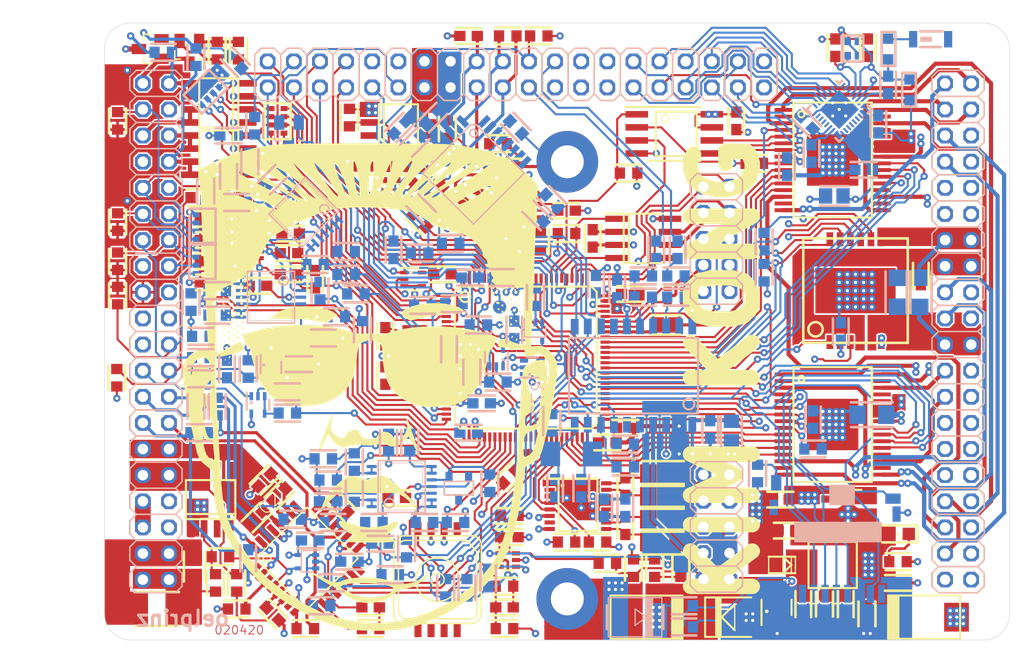
<source format=kicad_pcb>
(kicad_pcb (version 20190907) (host pcbnew "(5.99.0-296-g10468236c)")
  (layers (0 "Top" signal) (1 "In1" signal hide) (2 "In2" signal hide) (31 "Bottom" signal) (34 "B.Paste" user) (35 "F.Paste" user) (36 "B.SilkS" user) (37 "F.SilkS" user) (38 "B.Mask" user) (39 "F.Mask" user) (44 "Edge.Cuts" user))
  (net 0 "")
  (net 1 "GND")
  (net 2 "+5V")
  (net 3 "+12V")
  (net 4 "+3V3")
  (net 5 "/SPA")
  (net 6 "/VPWR")
  (net 7 "/HEAT_BL")
  (net 8 "/12V_BL")
  (net 9 "/UN")
  (net 10 "/VM")
  (net 11 "/IP")
  (net 12 "/IA")
  (net 13 "/UA")
  (net 14 "Net-(SV1-Pad19)")
  (net 15 "Net-(SV1-Pad21)")
  (net 16 "Net-(SV1-Pad22)")
  (net 17 "/GP2")
  (net 18 "Net-(SV1-Pad25)")
  (net 19 "/WBL")
  (net 20 "/MAP")
  (net 21 "/TPS1")
  (net 22 "/IAT")
  (net 23 "/CLT")
  (net 24 "Net-(SV1-Pad32)")
  (net 25 "/BKG")
  (net 26 "/TACH_OUT")
  (net 27 "/IDLO_OUT")
  (net 28 "/IDLC_OUT")
  (net 29 "/TPS2")
  (net 30 "/GP1")
  (net 31 "/BP_OUT")
  (net 32 "/BO_OUT")
  (net 33 "/SPI2_SCK")
  (net 34 "/SPI2_MOSI")
  (net 35 "/SPI2_MISO")
  (net 36 "/RXD_BT")
  (net 37 "/TXD_BT")
  (net 38 "/PROG_BT")
  (net 39 "/MISO_BT")
  (net 40 "/MOSI_BT")
  (net 41 "/SCK_BT")
  (net 42 "/CS_BT")
  (net 43 "Net-(SV5-Pad13)")
  (net 44 "Net-(SV5-Pad14)")
  (net 45 "Net-(SV5-Pad16)")
  (net 46 "Net-(SV5-Pad17)")
  (net 47 "/KNOK1")
  (net 48 "/KNOK2")
  (net 49 "/UA2")
  (net 50 "/IA2")
  (net 51 "/IP2")
  (net 52 "/VM2")
  (net 53 "/UN2")
  (net 54 "/12V_BL2")
  (net 55 "/HEAT_BL2")
  (net 56 "/VBAT")
  (net 57 "Net-(SV5-Pad30)")
  (net 58 "/SPI1_SCK/JTDO")
  (net 59 "Net-(SV5-Pad32)")
  (net 60 "/JTCK")
  (net 61 "/JTMS")
  (net 62 "/~RST")
  (net 63 "/SCL")
  (net 64 "/SDA")
  (net 65 "/SDLOG_IN")
  (net 66 "/PE0")
  (net 67 "/PB9")
  (net 68 "/IGN1")
  (net 69 "Net-(SV3-Pad2)")
  (net 70 "/IGN2")
  (net 71 "Net-(SV3-Pad4)")
  (net 72 "/IGN3")
  (net 73 "Net-(SV3-Pad6)")
  (net 74 "/IGN4")
  (net 75 "Net-(SV3-Pad8)")
  (net 76 "Net-(SV3-Pad9)")
  (net 77 "Net-(SV3-Pad10)")
  (net 78 "/IGN5")
  (net 79 "Net-(SV3-Pad16)")
  (net 80 "/IGN6")
  (net 81 "Net-(SV3-Pad18)")
  (net 82 "/MO-")
  (net 83 "/IGN7")
  (net 84 "Net-(SV3-Pad22)")
  (net 85 "/IGN8")
  (net 86 "Net-(SV3-Pad24)")
  (net 87 "/MO_12V")
  (net 88 "/MO+")
  (net 89 "Net-(SV3-Pad29)")
  (net 90 "Net-(SV3-Pad30)")
  (net 91 "Net-(SV3-Pad31)")
  (net 92 "Net-(SV3-Pad32)")
  (net 93 "/INJ1")
  (net 94 "/INJ2")
  (net 95 "/INJ3")
  (net 96 "/INJ4")
  (net 97 "/INJ5")
  (net 98 "/INJ6")
  (net 99 "/INJ7")
  (net 100 "/INJ8")
  (net 101 "/D-")
  (net 102 "/D+")
  (net 103 "/+5V_USB")
  (net 104 "/ID")
  (net 105 "Net-(SV4-Pad6)")
  (net 106 "/CANL")
  (net 107 "/CANH")
  (net 108 "/TXD")
  (net 109 "/RXD")
  (net 110 "/ID2_IN")
  (net 111 "/ID1_IN")
  (net 112 "/KOUT")
  (net 113 "/VR2-")
  (net 114 "/VR2+")
  (net 115 "Net-(SV2-Pad7)")
  (net 116 "Net-(SV2-Pad8)")
  (net 117 "/VR1-")
  (net 118 "/VR1+")
  (net 119 "Net-(C27-Pad+)")
  (net 120 "Net-(LED2-PadC)")
  (net 121 "Net-(C46-Pad2)")
  (net 122 "Net-(C26-Pad1)")
  (net 123 "Net-(IC21-Pad4)")
  (net 124 "Net-(C46-Pad1)")
  (net 125 "Net-(C44-Pad1)")
  (net 126 "Net-(IC13-Pad19)")
  (net 127 "Net-(C54-Pad2)")
  (net 128 "Net-(IC13-Pad18)")
  (net 129 "Net-(IC13-Pad16)")
  (net 130 "Net-(C55-Pad2)")
  (net 131 "Net-(IC13-Pad17)")
  (net 132 "/ID1")
  (net 133 "/ID2")
  (net 134 "/SDLOG")
  (net 135 "/AD_IAT")
  (net 136 "/AD_CLT")
  (net 137 "/AD_BAT")
  (net 138 "/AD_WBL")
  (net 139 "/AD_TPSA")
  (net 140 "/AD_TPSB")
  (net 141 "/AD_GPA")
  (net 142 "/AD_GPB")
  (net 143 "/AD_MAP")
  (net 144 "/AD_BARO")
  (net 145 "/AD_SPA")
  (net 146 "/AD_UR")
  (net 147 "/UR")
  (net 148 "/AD_UA")
  (net 149 "/INT_KN")
  (net 150 "/CS_KN")
  (net 151 "/AD_UR2")
  (net 152 "/UR2")
  (net 153 "/AD_UA2")
  (net 154 "Net-(IC3-Pad3)")
  (net 155 "Net-(IC13-Pad5)")
  (net 156 "Net-(IC13-Pad6)")
  (net 157 "Net-(C38-Pad2)")
  (net 158 "Net-(C57-Pad2)")
  (net 159 "/SPI1_MISO")
  (net 160 "/SPI1_MOSI_5V")
  (net 161 "/SPI1_SCK_5V")
  (net 162 "Net-(IC13-Pad14)")
  (net 163 "/AD_5V")
  (net 164 "Net-(IC9-Pad8)")
  (net 165 "Net-(IC9-Pad3)")
  (net 166 "Net-(IC9-Pad10)")
  (net 167 "Net-(C65-Pad2)")
  (net 168 "Net-(C65-Pad1)")
  (net 169 "Net-(C66-Pad2)")
  (net 170 "Net-(IC9-Pad27)")
  (net 171 "Net-(IC9-Pad22)")
  (net 172 "Net-(IC9-Pad21)")
  (net 173 "/DIAHG")
  (net 174 "/DIAHD")
  (net 175 "Net-(IC9-Pad7)")
  (net 176 "/CS_BL")
  (net 177 "Net-(IC8-Pad8)")
  (net 178 "Net-(IC8-Pad3)")
  (net 179 "Net-(IC8-Pad10)")
  (net 180 "Net-(C17-Pad2)")
  (net 181 "Net-(C17-Pad1)")
  (net 182 "Net-(C30-Pad2)")
  (net 183 "Net-(IC8-Pad27)")
  (net 184 "Net-(IC8-Pad22)")
  (net 185 "Net-(IC8-Pad21)")
  (net 186 "/DIAHG2")
  (net 187 "/DIAHD2")
  (net 188 "Net-(IC8-Pad7)")
  (net 189 "/CS_BL2")
  (net 190 "Net-(Q1-Pad2)")
  (net 191 "Net-(Q5-Pad2)")
  (net 192 "Net-(C20-Pad2)")
  (net 193 "Net-(C23-Pad2)")
  (net 194 "/+5VUSB")
  (net 195 "Net-(D7-Pad1)")
  (net 196 "/D+OUT")
  (net 197 "/D-OUT")
  (net 198 "Net-(IC19-Pad5)")
  (net 199 "/TXCAN")
  (net 200 "/RXCAN")
  (net 201 "Net-(IC7-Pad5)")
  (net 202 "/BOOT0")
  (net 203 "Net-(C5-Pad2)")
  (net 204 "Net-(C8-Pad2)")
  (net 205 "Net-(IC25-Pad2)")
  (net 206 "Net-(IC26-Pad2)")
  (net 207 "/SPI1_MOSI")
  (net 208 "/BO")
  (net 209 "/IDLO")
  (net 210 "/IDLC")
  (net 211 "/TACH")
  (net 212 "/BP")
  (net 213 "/PWM")
  (net 214 "/DIS")
  (net 215 "Net-(IC18-Pad9)")
  (net 216 "/AD01")
  (net 217 "/AD02")
  (net 218 "/AD03")
  (net 219 "/AD04")
  (net 220 "/AD05")
  (net 221 "/AD06")
  (net 222 "/AD07")
  (net 223 "/AD08")
  (net 224 "/AD09")
  (net 225 "/AD10")
  (net 226 "/AD11")
  (net 227 "/AD12")
  (net 228 "/AD13")
  (net 229 "/AD14")
  (net 230 "/AD15")
  (net 231 "/PB2")
  (net 232 "/DIR")
  (net 233 "/CAM")
  (net 234 "/CRANK")
  (net 235 "/INJA")
  (net 236 "/INJB")
  (net 237 "/INJC")
  (net 238 "/INJD")
  (net 239 "/CD_SD")
  (net 240 "/CS_SD")
  (net 241 "/IGNH")
  (net 242 "/IGNG")
  (net 243 "/IGNF")
  (net 244 "/IGNE")
  (net 245 "/IGND")
  (net 246 "/IGNC")
  (net 247 "/IGNB")
  (net 248 "/IGNA")
  (net 249 "/INJE")
  (net 250 "/INJF")
  (net 251 "/INJG")
  (net 252 "/INJH")
  (net 253 "/WP")
  (net 254 "/CS")
  (net 255 "/SPI2_CS1")
  (net 256 "/SPI2_CS2")
  (net 257 "/SPI2_CS3")
  (net 258 "/HOLD_SD")
  (net 259 "Net-(IC18-Pad88)")
  (net 260 "Net-(IC5-Pad2)")
  (net 261 "Net-(IC5-Pad7)")
  (net 262 "Net-(C4-Pad1)")
  (net 263 "Net-(C4-Pad2)")
  (net 264 "Net-(IC5-Pad12)")
  (net 265 "Net-(C6-Pad1)")
  (net 266 "Net-(C6-Pad2)")
  (net 267 "Net-(C81-Pad1)")
  (net 268 "Net-(IC16-Pad1)")
  (net 269 "Net-(IC16-Pad3)")
  (net 270 "Net-(C82-Pad2)")
  (net 271 "Net-(C83-Pad2)")
  (net 272 "Net-(C79-Pad2)")
  (net 273 "Net-(C41-Pad1)")
  (net 274 "Net-(IC16-Pad10)")
  (net 275 "Net-(IC16-Pad11)")
  (net 276 "Net-(IC16-Pad12)")
  (net 277 "Net-(IC16-Pad13)")
  (net 278 "Net-(IC16-Pad14)")
  (net 279 "Net-(IC16-Pad15)")
  (net 280 "Net-(IC16-Pad16)")
  (net 281 "Net-(C63-Pad1)")
  (net 282 "Net-(C75-Pad1)")
  (net 283 "Net-(IC16-Pad20)")
  (net 284 "Net-(IC16-Pad21)")
  (net 285 "Net-(IC16-Pad22)")
  (net 286 "Net-(IC16-Pad30)")
  (net 287 "Net-(C79-Pad1)")
  (net 288 "Net-(L7-Pad2)")
  (net 289 "Net-(R51-Pad2)")
  (net 290 "Net-(IC10-Pad2)")
  (net 291 "Net-(IC11-Pad2)")
  (net 292 "Net-(IC14-Pad2)")
  (net 293 "Net-(IC14-Pad9)")
  (net 294 "Net-(IC14-Pad15)")
  (net 295 "Net-(IC14-Pad18)")
  (net 296 "Net-(IC14-Pad20)")
  (net 297 "Net-(IC14-Pad28)")
  (net 298 "Net-(IC14-Pad29)")
  (net 299 "Net-(IC14-Pad31)")
  (net 300 "Net-(IC15-Pad2)")
  (net 301 "Net-(IC15-Pad9)")
  (net 302 "Net-(IC15-Pad15)")
  (net 303 "Net-(IC15-Pad18)")
  (net 304 "Net-(IC15-Pad20)")
  (net 305 "Net-(IC15-Pad28)")
  (net 306 "Net-(IC15-Pad29)")
  (net 307 "Net-(IC15-Pad31)")
  (net 308 "Net-(R19-Pad2)")
  (net 309 "Net-(D12-Pad2)")
  (net 310 "Net-(Q4-Pad2)")
  (net 311 "Net-(Q4-Pad4)")
  (net 312 "Net-(Q3-Pad2)")
  (net 313 "Net-(Q3-Pad4)")
  (net 314 "Net-(R81-Pad2)")
  (net 315 "Net-(R87-Pad2)")
  (net 316 "Net-(R95-Pad2)")
  (net 317 "Net-(R97-Pad2)")
  (net 318 "Net-(R49-Pad2)")
  (net 319 "Net-(R84-Pad2)")
  (net 320 "Net-(R86-Pad2)")
  (net 321 "Net-(R90-Pad2)")
  (net 322 "Net-(R11-Pad2)")
  (net 323 "Net-(R74-Pad2)")
  (net 324 "Net-(R93-Pad2)")
  (net 325 "Net-(R99-Pad2)")
  (net 326 "Net-(IC6-Pad1)")
  (net 327 "Net-(IC6-Pad3)")
  (net 328 "Net-(IC6-Pad4)")
  (net 329 "Net-(IC22-Pad1)")
  (net 330 "Net-(IC22-Pad3)")
  (net 331 "Net-(IC22-Pad4)")
  (net 332 "Net-(U$6-Pad1)")
  (net 333 "Net-(U$6-Pad8)")
  (net 334 "Net-(R126-Pad2)")
  (net 335 "Net-(BARO1-Pad4)")
  (net 336 "Net-(SV1-Pad6)")
  (net 337 "Net-(SV1-Pad24)")
  (net 338 "Net-(IC2-Pad3)")
  (net 339 "Net-(IC12-Pad3)")
  (net 340 "Net-(IC23-Pad3)")
  (net 341 "Net-(SV1-Pad38)")
  (module "kimkong:1235AS-H-6R8M" (layer "Top") (at 175.3036 127.7011 180)
    (fp_text reference "L4" hide)
    (fp_text value "1235AS-H-6R8M" hide)
    (pad "2" smd rect (at 2.15 0 270) (size 2.2 1) (layers "Top" "F.Paste" "F.Mask") (net 124 "Net-(C46-Pad1)"))
    (pad "1" smd rect (at -2.15 0 270) (size 2.2 1) (layers "Top" "F.Paste" "F.Mask") (net 2 "+5V"))
  )
  (module "kimkong:SMC_D" (layer "Top") (at 157.2061 132.7811 180)
    (fp_text reference "C27" hide)
    (fp_text value "TAJD336*035#NJ")
    (pad "-" smd rect (at 3.15 0) (size 2.4 2.8) (layers "Top" "F.Paste" "F.Mask") (net 1 "GND"))
    (pad "+" smd rect (at -3.15 0 180) (size 2.4 2.8) (layers "Top" "F.Paste" "F.Mask") (net 119 "Net-(C27-Pad+)"))
  )
  (module "kimkong:SMBJ" (layer "Top") (at 165.1436 132.7811)
    (fp_text reference "D6" hide)
    (fp_text value "SMBJ22A")
    (pad "A" smd rect (at 2.04 0 180) (size 1.78 2.16) (layers "Top" "F.Paste" "F.Mask") (net 1 "GND"))
    (pad "C" smd rect (at -2.03 0) (size 1.78 2.16) (layers "Top" "F.Paste" "F.Mask") (net 119 "Net-(C27-Pad+)"))
  )
  (module "kimkong:SOT-89-5_Housing" (layer "Top") (at 176.8 122.8 180)
    (fp_text reference "IC20" hide)
    (fp_text value "AP7361C-33E")
    (pad "2" smd trapezoid (at 0.775 0 90) (size 1.5 0.75) (rect_delta 0 0.5) (layers "Top" "F.Paste" "F.Mask") (net 1 "GND"))
    (pad "5" smd rect (at 1.85 -1.5 90) (size 0.7 1.5) (layers "Top" "F.Paste" "F.Mask"))
    (pad "4" smd rect (at 1.85 1.5 90) (size 0.7 1.5) (layers "Top" "F.Paste" "F.Mask"))
    (pad "1" smd rect (at -1.85 -1.5 90) (size 0.7 1.5) (layers "Top" "F.Paste" "F.Mask") (net 2 "+5V"))
    (pad "2" smd rect (at -1.85 0 90) (size 1 1.5) (layers "Top" "F.Paste" "F.Mask") (net 1 "GND"))
    (pad "3" smd rect (at -1.85 1.5 90) (size 0.7 1.5) (layers "Top" "F.Paste" "F.Mask") (net 4 "+3V3"))
    (pad "2" smd rect (at 1.85 0 90) (size 1 1.5) (layers "Top" "F.Paste" "F.Mask") (net 1 "GND"))
    (pad "2" smd trapezoid (at -0.775 0 270) (size 1.5 0.75) (rect_delta 0 0.5) (layers "Top" "F.Paste" "F.Mask") (net 1 "GND"))
    (pad "2" smd rect (at 0 0 90) (size 2 0.8) (layers "Top" "F.Paste" "F.Mask") (net 1 "GND"))
  )
  (module "kimkong:MC33810" (layer "Top") (at 175.3036 88.3311)
    (fp_text reference "IC15" hide)
    (fp_text value "MC33810" hide)
    (pad "33" smd rect (at 0 0) (size 5 5) (layers "Top" "F.Paste" "F.Mask") (net 1 "GND"))
    (pad "32" smd rect (at 4.8 -4.875) (size 1.7 0.38) (layers "Top" "F.Paste" "F.Mask") (net 98 "/INJ6"))
    (pad "31" smd rect (at 4.8 -4.225) (size 1.7 0.38) (layers "Top" "F.Paste" "F.Mask") (net 307 "Net-(IC15-Pad31)"))
    (pad "30" smd rect (at 4.8 -3.575) (size 1.7 0.38) (layers "Top" "F.Paste" "F.Mask") (net 70 "/IGN2"))
    (pad "29" smd rect (at 4.8 -2.925) (size 1.7 0.38) (layers "Top" "F.Paste" "F.Mask") (net 306 "Net-(IC15-Pad29)"))
    (pad "28" smd rect (at 4.8 -2.275) (size 1.7 0.38) (layers "Top" "F.Paste" "F.Mask") (net 305 "Net-(IC15-Pad28)"))
    (pad "27" smd rect (at 4.8 -1.625) (size 1.7 0.38) (layers "Top" "F.Paste" "F.Mask") (net 1 "GND"))
    (pad "26" smd rect (at 4.8 -0.975) (size 1.7 0.38) (layers "Top" "F.Paste" "F.Mask") (net 1 "GND"))
    (pad "25" smd rect (at 4.8 -0.325) (size 1.7 0.38) (layers "Top" "F.Paste" "F.Mask") (net 6 "/VPWR"))
    (pad "24" smd rect (at 4.8 0.325) (size 1.7 0.38) (layers "Top" "F.Paste" "F.Mask") (net 245 "/IGND"))
    (pad "23" smd rect (at 4.8 0.975) (size 1.7 0.38) (layers "Top" "F.Paste" "F.Mask") (net 246 "/IGNC"))
    (pad "22" smd rect (at 4.8 1.625) (size 1.7 0.38) (layers "Top" "F.Paste" "F.Mask") (net 247 "/IGNB"))
    (pad "21" smd rect (at 4.8 2.275) (size 1.7 0.38) (layers "Top" "F.Paste" "F.Mask") (net 248 "/IGNA"))
    (pad "20" smd rect (at 4.8 2.925) (size 1.7 0.38) (layers "Top" "F.Paste" "F.Mask") (net 304 "Net-(IC15-Pad20)"))
    (pad "19" smd rect (at 4.8 3.575) (size 1.7 0.38) (layers "Top" "F.Paste" "F.Mask") (net 68 "/IGN1"))
    (pad "18" smd rect (at 4.8 4.225) (size 1.7 0.38) (layers "Top" "F.Paste" "F.Mask") (net 303 "Net-(IC15-Pad18)"))
    (pad "17" smd rect (at 4.8 4.875) (size 1.7 0.38) (layers "Top" "F.Paste" "F.Mask") (net 97 "/INJ5"))
    (pad "16" smd rect (at -4.8 4.875) (size 1.7 0.38) (layers "Top" "F.Paste" "F.Mask") (net 99 "/INJ7"))
    (pad "15" smd rect (at -4.8 4.225) (size 1.7 0.38) (layers "Top" "F.Paste" "F.Mask") (net 302 "Net-(IC15-Pad15)"))
    (pad "14" smd rect (at -4.8 3.575) (size 1.7 0.38) (layers "Top" "F.Paste" "F.Mask") (net 72 "/IGN3"))
    (pad "13" smd rect (at -4.8 2.925) (size 1.7 0.38) (layers "Top" "F.Paste" "F.Mask") (net 249 "/INJE"))
    (pad "12" smd rect (at -4.8 2.275) (size 1.7 0.38) (layers "Top" "F.Paste" "F.Mask") (net 250 "/INJF"))
    (pad "11" smd rect (at -4.8 1.625) (size 1.7 0.38) (layers "Top" "F.Paste" "F.Mask") (net 251 "/INJG"))
    (pad "10" smd rect (at -4.8 0.975) (size 1.7 0.38) (layers "Top" "F.Paste" "F.Mask") (net 252 "/INJH"))
    (pad "9" smd rect (at -4.8 0.325) (size 1.7 0.38) (layers "Top" "F.Paste" "F.Mask") (net 301 "Net-(IC15-Pad9)"))
    (pad "8" smd rect (at -4.8 -0.325) (size 1.7 0.38) (layers "Top" "F.Paste" "F.Mask") (net 4 "+3V3"))
    (pad "7" smd rect (at -4.8 -0.975) (size 1.7 0.38) (layers "Top" "F.Paste" "F.Mask") (net 35 "/SPI2_MISO"))
    (pad "6" smd rect (at -4.8 -1.625) (size 1.7 0.38) (layers "Top" "F.Paste" "F.Mask") (net 34 "/SPI2_MOSI"))
    (pad "5" smd rect (at -4.8 -2.275) (size 1.7 0.38) (layers "Top" "F.Paste" "F.Mask") (net 33 "/SPI2_SCK"))
    (pad "4" smd rect (at -4.8 -2.925) (size 1.7 0.38) (layers "Top" "F.Paste" "F.Mask") (net 256 "/SPI2_CS2"))
    (pad "3" smd rect (at -4.8 -3.575) (size 1.7 0.38) (layers "Top" "F.Paste" "F.Mask") (net 74 "/IGN4"))
    (pad "2" smd rect (at -4.8 -4.225) (size 1.7 0.38) (layers "Top" "F.Paste" "F.Mask") (net 300 "Net-(IC15-Pad2)"))
    (pad "1" smd rect (at -4.8 -4.875) (size 1.7 0.38) (layers "Top" "F.Paste" "F.Mask") (net 100 "/INJ8"))
  )
  (module "kimkong:SO08W" (layer "Top") (at 159.90485 85.7911)
    (fp_text reference "U1" hide)
    (fp_text value "W25Q80BVSSIG")
    (pad "8" smd rect (at 3.6513 -1.905) (size 2.2 0.635) (layers "Top" "F.Paste" "F.Mask") (net 4 "+3V3"))
    (pad "7" smd rect (at 3.6513 -0.635) (size 2.2 0.635) (layers "Top" "F.Paste" "F.Mask") (net 4 "+3V3"))
    (pad "6" smd rect (at 3.6513 0.635) (size 2.2 0.635) (layers "Top" "F.Paste" "F.Mask") (net 33 "/SPI2_SCK"))
    (pad "5" smd rect (at 3.6513 1.905) (size 2.2 0.635) (layers "Top" "F.Paste" "F.Mask") (net 34 "/SPI2_MOSI"))
    (pad "4" smd rect (at -3.6513 1.905) (size 2.2 0.635) (layers "Top" "F.Paste" "F.Mask") (net 1 "GND"))
    (pad "3" smd rect (at -3.6513 0.635) (size 2.2 0.635) (layers "Top" "F.Paste" "F.Mask") (net 253 "/WP"))
    (pad "2" smd rect (at -3.6513 -0.635) (size 2.2 0.635) (layers "Top" "F.Paste" "F.Mask") (net 35 "/SPI2_MISO"))
    (pad "1" smd rect (at -3.6513 -1.905) (size 2.2 0.635) (layers "Top" "F.Paste" "F.Mask") (net 254 "/CS"))
  )
  (module "kimkong:KimKong_40x50" (layer "Top") (at 130.3 110.2)
    (fp_text reference "LO1" hide)
    (fp_text value "LOGO" hide)
  )
  (module "kimkong:2450AT18A100E" (layer "Bottom") (at 184.8286 76.5836)
    (fp_text reference "R51" hide)
    (fp_text value "ANT")
    (pad "2" smd rect (at 1.7 0) (size 0.8 1.6) (layers "Bottom" "B.Paste" "B.Mask") (net 289 "Net-(R51-Pad2)"))
    (pad "1" smd rect (at -1.7 0) (size 0.8 1.6) (layers "Bottom" "B.Paste" "B.Mask") (net 288 "Net-(L7-Pad2)"))
  )
  (module "kimkong:Case1317" (layer "Top") (at 136.8861 129.12985)
    (fp_text reference "BARO1" hide)
    (fp_text value "MPXH6400AC6T1")
    (pad "4" smd rect (at -1.905 -4.91) (size 0.69 1.35) (layers "Top" "F.Paste" "F.Mask") (net 335 "Net-(BARO1-Pad4)"))
    (pad "1" smd rect (at 1.905 -4.91) (size 0.69 1.35) (layers "Top" "F.Paste" "F.Mask"))
    (pad "3" smd rect (at -0.635 -4.91) (size 0.69 1.35) (layers "Top" "F.Paste" "F.Mask") (net 1 "GND"))
    (pad "2" smd rect (at 0.635 -4.91) (size 0.69 1.35) (layers "Top" "F.Paste" "F.Mask") (net 2 "+5V"))
    (pad "5" smd rect (at -1.905 4.92) (size 0.69 1.35) (layers "Top" "F.Paste" "F.Mask"))
    (pad "6" smd rect (at -0.635 4.92) (size 0.69 1.35) (layers "Top" "F.Paste" "F.Mask"))
    (pad "7" smd rect (at 0.635 4.92) (size 0.69 1.35) (layers "Top" "F.Paste" "F.Mask"))
    (pad "8" smd rect (at 1.905 4.92) (size 0.69 1.35) (layers "Top" "F.Paste" "F.Mask"))
  )
  (module "kimkong:ABM11" (layer "Bottom") (at 177.2614 77.488 90)
    (fp_text reference "Q7" hide)
    (fp_text value "8Mhz")
    (pad "4" smd rect (at -0.7 0.5 90) (size 0.75 0.65) (layers "Bottom" "B.Paste" "B.Mask") (net 1 "GND"))
    (pad "3" smd rect (at 0.7 0.5 90) (size 0.75 0.65) (layers "Bottom" "B.Paste" "B.Mask") (net 271 "Net-(C83-Pad2)"))
    (pad "1" smd rect (at -0.7 -0.5 90) (size 0.75 0.65) (layers "Bottom" "B.Paste" "B.Mask") (net 270 "Net-(C82-Pad2)"))
    (pad "2" smd rect (at 0.7 -0.5 90) (size 0.75 0.65) (layers "Bottom" "B.Paste" "B.Mask") (net 1 "GND"))
  )
  (module "kimkong:C0603" (layer "Bottom") (at 140.0611 99.7611)
    (fp_text reference "C12" hide)
    (fp_text value "100n")
    (pad "1" smd rect (at -0.85 0) (size 1.1 1) (layers "Bottom" "B.Paste" "B.Mask") (net 4 "+3V3"))
    (pad "2" smd rect (at 0.85 0) (size 1.1 1) (layers "Bottom" "B.Paste" "B.Mask") (net 1 "GND"))
  )
  (module "kimkong:C0603" (layer "Bottom") (at 155.14235 122.14485 90)
    (fp_text reference "C14" hide)
    (fp_text value "4u7")
    (pad "1" smd rect (at -0.85 0 90) (size 1.1 1) (layers "Bottom" "B.Paste" "B.Mask") (net 1 "GND"))
    (pad "2" smd rect (at 0.85 0 90) (size 1.1 1) (layers "Bottom" "B.Paste" "B.Mask") (net 2 "+5V"))
  )
  (module "kimkong:C0603" (layer "Top") (at 131.8061 105.4761 90)
    (fp_text reference "C20" hide)
    (fp_text value "18p")
    (pad "1" smd rect (at -0.85 0 90) (size 1.1 1) (layers "Top" "F.Paste" "F.Mask") (net 1 "GND"))
    (pad "2" smd rect (at 0.85 0 90) (size 1.1 1) (layers "Top" "F.Paste" "F.Mask") (net 192 "Net-(C20-Pad2)"))
  )
  (module "kimkong:C0603" (layer "Top") (at 131.8061 109.2861 -90)
    (fp_text reference "C23" hide)
    (fp_text value "18p")
    (pad "1" smd rect (at -0.85 0 270) (size 1.1 1) (layers "Top" "F.Paste" "F.Mask") (net 1 "GND"))
    (pad "2" smd rect (at 0.85 0 270) (size 1.1 1) (layers "Top" "F.Paste" "F.Mask") (net 193 "Net-(C23-Pad2)"))
  )
  (module "kimkong:C0603" (layer "Top") (at 143.8711 125.00235 180)
    (fp_text reference "C35" hide)
    (fp_text value "10n")
    (pad "1" smd rect (at -0.85 0 180) (size 1.1 1) (layers "Top" "F.Paste" "F.Mask") (net 1 "GND"))
    (pad "2" smd rect (at 0.85 0 180) (size 1.1 1) (layers "Top" "F.Paste" "F.Mask") (net 132 "/ID1"))
  )
  (module "kimkong:C0603" (layer "Top") (at 155.14235 123.8911 90)
    (fp_text reference "C4" hide)
    (fp_text value "1n")
    (pad "1" smd rect (at -0.85 0 90) (size 1.1 1) (layers "Top" "F.Paste" "F.Mask") (net 262 "Net-(C4-Pad1)"))
    (pad "2" smd rect (at 0.85 0 90) (size 1.1 1) (layers "Top" "F.Paste" "F.Mask") (net 263 "Net-(C4-Pad2)"))
  )
  (module "kimkong:C0805" (layer "Bottom") (at 165.4611 114.6836 90)
    (fp_text reference "C43" hide)
    (fp_text value "4u7")
    (pad "1" smd rect (at -0.95 0 90) (size 1.3 1.5) (layers "Bottom" "B.Paste" "B.Mask") (net 1 "GND"))
    (pad "2" smd rect (at 0.95 0 90) (size 1.3 1.5) (layers "Bottom" "B.Paste" "B.Mask") (net 2 "+5V"))
  )
  (module "kimkong:C0603" (layer "Bottom") (at 154.3486 100.87235 90)
    (fp_text reference "C44" hide)
    (fp_text value "100nF")
    (pad "1" smd rect (at -0.85 0 90) (size 1.1 1) (layers "Bottom" "B.Paste" "B.Mask") (net 125 "Net-(C44-Pad1)"))
    (pad "2" smd rect (at 0.85 0 90) (size 1.1 1) (layers "Bottom" "B.Paste" "B.Mask") (net 1 "GND"))
  )
  (module "kimkong:C0603" (layer "Bottom") (at 163.39735 114.52485 -90)
    (fp_text reference "C53" hide)
    (fp_text value "100nF")
    (pad "1" smd rect (at -0.85 0 270) (size 1.1 1) (layers "Bottom" "B.Paste" "B.Mask") (net 2 "+5V"))
    (pad "2" smd rect (at 0.85 0 270) (size 1.1 1) (layers "Bottom" "B.Paste" "B.Mask") (net 1 "GND"))
  )
  (module "kimkong:C0603" (layer "Bottom") (at 160.22235 97.06235 -90)
    (fp_text reference "C54" hide)
    (fp_text value "3n3")
    (pad "1" smd rect (at -0.85 0 270) (size 1.1 1) (layers "Bottom" "B.Paste" "B.Mask") (net 47 "/KNOK1"))
    (pad "2" smd rect (at 0.85 0 270) (size 1.1 1) (layers "Bottom" "B.Paste" "B.Mask") (net 127 "Net-(C54-Pad2)"))
  )
  (module "kimkong:C0603" (layer "Bottom") (at 158.1586 97.06235 -90)
    (fp_text reference "C55" hide)
    (fp_text value "3n3")
    (pad "1" smd rect (at -0.85 0 270) (size 1.1 1) (layers "Bottom" "B.Paste" "B.Mask") (net 48 "/KNOK2"))
    (pad "2" smd rect (at 0.85 0 270) (size 1.1 1) (layers "Bottom" "B.Paste" "B.Mask") (net 130 "Net-(C55-Pad2)"))
  )
  (module "kimkong:C0603" (layer "Top") (at 155.14235 120.0811 90)
    (fp_text reference "C6" hide)
    (fp_text value "1n")
    (pad "1" smd rect (at -0.85 0 90) (size 1.1 1) (layers "Top" "F.Paste" "F.Mask") (net 265 "Net-(C6-Pad1)"))
    (pad "2" smd rect (at 0.85 0 90) (size 1.1 1) (layers "Top" "F.Paste" "F.Mask") (net 266 "Net-(C6-Pad2)"))
  )
  (module "kimkong:C0603" (layer "Bottom") (at 153.0786 122.14485 90)
    (fp_text reference "C7" hide)
    (fp_text value "100n")
    (pad "1" smd rect (at -0.85 0 90) (size 1.1 1) (layers "Bottom" "B.Paste" "B.Mask") (net 1 "GND"))
    (pad "2" smd rect (at 0.85 0 90) (size 1.1 1) (layers "Bottom" "B.Paste" "B.Mask") (net 2 "+5V"))
  )
  (module "kimkong:C0603" (layer "Top") (at 143.8711 122.9386 180)
    (fp_text reference "C76" hide)
    (fp_text value "10n")
    (pad "1" smd rect (at -0.85 0 180) (size 1.1 1) (layers "Top" "F.Paste" "F.Mask") (net 1 "GND"))
    (pad "2" smd rect (at 0.85 0 180) (size 1.1 1) (layers "Top" "F.Paste" "F.Mask") (net 133 "/ID2"))
  )
  (module "kimkong:SOT363_PHILIPS" (layer "Top") (at 143.71235 127.22485 -90)
    (fp_text reference "IC3" hide)
    (fp_text value "PRTR5V0U4Y")
    (pad "1" smd rect (at -0.65 0.8 270) (size 0.4 0.8) (layers "Top" "F.Paste" "F.Mask") (net 132 "/ID1"))
    (pad "2" smd rect (at 0 0.8 270) (size 0.4 0.8) (layers "Top" "F.Paste" "F.Mask") (net 1 "GND"))
    (pad "3" smd rect (at 0.65 0.8 270) (size 0.4 0.8) (layers "Top" "F.Paste" "F.Mask") (net 154 "Net-(IC3-Pad3)"))
    (pad "4" smd rect (at 0.65 -0.8 270) (size 0.4 0.8) (layers "Top" "F.Paste" "F.Mask") (net 144 "/AD_BARO"))
    (pad "5" smd rect (at 0 -0.8 270) (size 0.4 0.8) (layers "Top" "F.Paste" "F.Mask") (net 2 "+5V"))
    (pad "6" smd rect (at -0.65 -0.8 270) (size 0.4 0.8) (layers "Top" "F.Paste" "F.Mask") (net 133 "/ID2"))
  )
  (module "kimkong:QSOP16" (layer "Top") (at 150.5386 121.9861 -90)
    (fp_text reference "IC5" hide)
    (fp_text value "MAX9926UAEE+")
    (pad "1" smd rect (at -2.223 2.75 270) (size 0.4 1) (layers "Top" "F.Paste" "F.Mask") (net 1 "GND"))
    (pad "2" smd rect (at -1.588 2.75 270) (size 0.4 1) (layers "Top" "F.Paste" "F.Mask") (net 260 "Net-(IC5-Pad2)"))
    (pad "3" smd rect (at -0.953 2.75 270) (size 0.4 1) (layers "Top" "F.Paste" "F.Mask") (net 1 "GND"))
    (pad "4" smd rect (at -0.318 2.75 270) (size 0.4 1) (layers "Top" "F.Paste" "F.Mask") (net 234 "/CRANK"))
    (pad "5" smd rect (at 0.318 2.75 270) (size 0.4 1) (layers "Top" "F.Paste" "F.Mask") (net 233 "/CAM"))
    (pad "6" smd rect (at 0.953 2.75 270) (size 0.4 1) (layers "Top" "F.Paste" "F.Mask") (net 1 "GND"))
    (pad "7" smd rect (at 1.588 2.75 270) (size 0.4 1) (layers "Top" "F.Paste" "F.Mask") (net 261 "Net-(IC5-Pad7)"))
    (pad "8" smd rect (at 2.223 2.75 270) (size 0.4 1) (layers "Top" "F.Paste" "F.Mask") (net 1 "GND"))
    (pad "9" smd rect (at 2.223 -2.75 270) (size 0.4 1) (layers "Top" "F.Paste" "F.Mask") (net 262 "Net-(C4-Pad1)"))
    (pad "10" smd rect (at 1.588 -2.75 270) (size 0.4 1) (layers "Top" "F.Paste" "F.Mask") (net 263 "Net-(C4-Pad2)"))
    (pad "11" smd rect (at 0.953 -2.75 270) (size 0.4 1) (layers "Top" "F.Paste" "F.Mask") (net 1 "GND"))
    (pad "12" smd rect (at 0.318 -2.75 270) (size 0.4 1) (layers "Top" "F.Paste" "F.Mask") (net 264 "Net-(IC5-Pad12)"))
    (pad "13" smd rect (at -0.318 -2.75 270) (size 0.4 1) (layers "Top" "F.Paste" "F.Mask") (net 1 "GND"))
    (pad "14" smd rect (at -0.953 -2.75 270) (size 0.4 1) (layers "Top" "F.Paste" "F.Mask") (net 2 "+5V"))
    (pad "15" smd rect (at -1.588 -2.75 270) (size 0.4 1) (layers "Top" "F.Paste" "F.Mask") (net 265 "Net-(C6-Pad1)"))
    (pad "16" smd rect (at -2.223 -2.75 270) (size 0.4 1) (layers "Top" "F.Paste" "F.Mask") (net 266 "Net-(C6-Pad2)"))
  )
  (module "kimkong:FB805" (layer "Top") (at 159.1111 104.36485)
    (fp_text reference "L1" hide)
    (fp_text value "BLM18PG121SN1D")
    (pad "1" smd rect (at -0.85 0) (size 1.3 1.5) (layers "Top" "F.Paste" "F.Mask") (net 194 "/+5VUSB"))
    (pad "2" smd rect (at 0.85 0) (size 1.3 1.5) (layers "Top" "F.Paste" "F.Mask") (net 103 "/+5V_USB"))
  )
  (module "kimkong:R0603" (layer "Top") (at 149.42735 125.4786)
    (fp_text reference "R1" hide)
    (fp_text value "10k")
    (pad "2" smd rect (at 0.85 0) (size 1 1.1) (layers "Top" "F.Paste" "F.Mask") (net 233 "/CAM"))
    (pad "1" smd rect (at -0.85 0) (size 1 1.1) (layers "Top" "F.Paste" "F.Mask") (net 2 "+5V"))
  )
  (module "kimkong:R0603" (layer "Top") (at 152.4436 125.4786 180)
    (fp_text reference "R10" hide)
    (fp_text value "10k")
    (pad "2" smd rect (at 0.85 0 180) (size 1 1.1) (layers "Top" "F.Paste" "F.Mask") (net 234 "/CRANK"))
    (pad "1" smd rect (at -0.85 0 180) (size 1 1.1) (layers "Top" "F.Paste" "F.Mask") (net 2 "+5V"))
  )
  (module "kimkong:R0603" (layer "Bottom") (at 160.0636 99.60235 180)
    (fp_text reference "R52" hide)
    (fp_text value "10k")
    (pad "2" smd rect (at 0.85 0 180) (size 1 1.1) (layers "Bottom" "B.Paste" "B.Mask") (net 127 "Net-(C54-Pad2)"))
    (pad "1" smd rect (at -0.85 0 180) (size 1 1.1) (layers "Bottom" "B.Paste" "B.Mask") (net 126 "Net-(IC13-Pad19)"))
  )
  (module "kimkong:R0603" (layer "Bottom") (at 160.0636 101.6661)
    (fp_text reference "R53" hide)
    (fp_text value "10k")
    (pad "2" smd rect (at 0.85 0) (size 1 1.1) (layers "Bottom" "B.Paste" "B.Mask") (net 126 "Net-(IC13-Pad19)"))
    (pad "1" smd rect (at -0.85 0) (size 1 1.1) (layers "Bottom" "B.Paste" "B.Mask") (net 128 "Net-(IC13-Pad18)"))
  )
  (module "kimkong:R0603" (layer "Bottom") (at 156.8886 99.60235)
    (fp_text reference "R54" hide)
    (fp_text value "10k")
    (pad "2" smd rect (at 0.85 0) (size 1 1.1) (layers "Bottom" "B.Paste" "B.Mask") (net 130 "Net-(C55-Pad2)"))
    (pad "1" smd rect (at -0.85 0) (size 1 1.1) (layers "Bottom" "B.Paste" "B.Mask") (net 129 "Net-(IC13-Pad16)"))
  )
  (module "kimkong:R0603" (layer "Bottom") (at 156.8886 101.6661 180)
    (fp_text reference "R60" hide)
    (fp_text value "10k")
    (pad "2" smd rect (at 0.85 0 180) (size 1 1.1) (layers "Bottom" "B.Paste" "B.Mask") (net 129 "Net-(IC13-Pad16)"))
    (pad "1" smd rect (at -0.85 0 180) (size 1 1.1) (layers "Bottom" "B.Paste" "B.Mask") (net 131 "Net-(IC13-Pad17)"))
  )
  (module "kimkong:R0603" (layer "Top") (at 160.53985 128.0186 90)
    (fp_text reference "R64" hide)
    (fp_text value "1k")
    (pad "2" smd rect (at 0.85 0 90) (size 1 1.1) (layers "Top" "F.Paste" "F.Mask") (net 132 "/ID1"))
    (pad "1" smd rect (at -0.85 0 90) (size 1 1.1) (layers "Top" "F.Paste" "F.Mask") (net 111 "/ID1_IN"))
  )
  (module "kimkong:R0603" (layer "Top") (at 153.3961 127.54235 180)
    (fp_text reference "R66" hide)
    (fp_text value "1k")
    (pad "2" smd rect (at 0.85 0 180) (size 1 1.1) (layers "Top" "F.Paste" "F.Mask") (net 133 "/ID2"))
    (pad "1" smd rect (at -0.85 0 180) (size 1 1.1) (layers "Top" "F.Paste" "F.Mask") (net 110 "/ID2_IN"))
  )
  (module "kimkong:2X20" (layer "Bottom") (at 109.5011 105.0036 90)
    (fp_text reference "SV1" hide)
    (fp_text value "PINHD-2X20")
    (pad "1" thru_hole roundrect (at -24.13 -1.27 90) (size 1.524 1.524) (drill 1.016) (layers *.Cu *.Mask) (chamfer_ratio 0.25) (chamfer top_left top_right bottom_left bottom_right) (net 1 "GND"))
    (pad "2" thru_hole roundrect (at -24.13 1.27 90) (size 1.524 1.524) (drill 1.016) (layers *.Cu *.Mask) (chamfer_ratio 0.25) (chamfer top_left top_right bottom_left bottom_right) (net 1 "GND"))
    (pad "3" thru_hole roundrect (at -21.59 -1.27 90) (size 1.524 1.524) (drill 1.016) (layers *.Cu *.Mask) (chamfer_ratio 0.25) (chamfer top_left top_right bottom_left bottom_right) (net 3 "+12V"))
    (pad "4" thru_hole roundrect (at -21.59 1.27 90) (size 1.524 1.524) (drill 1.016) (layers *.Cu *.Mask) (chamfer_ratio 0.25) (chamfer top_left top_right bottom_left bottom_right) (net 3 "+12V"))
    (pad "5" thru_hole roundrect (at -19.05 -1.27 90) (size 1.524 1.524) (drill 1.016) (layers *.Cu *.Mask) (chamfer_ratio 0.25) (chamfer top_left top_right bottom_left bottom_right) (net 2 "+5V"))
    (pad "6" thru_hole roundrect (at -19.05 1.27 90) (size 1.524 1.524) (drill 1.016) (layers *.Cu *.Mask) (chamfer_ratio 0.25) (chamfer top_left top_right bottom_left bottom_right) (net 336 "Net-(SV1-Pad6)"))
    (pad "7" thru_hole roundrect (at -16.51 -1.27 90) (size 1.524 1.524) (drill 1.016) (layers *.Cu *.Mask) (chamfer_ratio 0.25) (chamfer top_left top_right bottom_left bottom_right) (net 2 "+5V"))
    (pad "8" thru_hole roundrect (at -16.51 1.27 90) (size 1.524 1.524) (drill 1.016) (layers *.Cu *.Mask) (chamfer_ratio 0.25) (chamfer top_left top_right bottom_left bottom_right) (net 6 "/VPWR"))
    (pad "9" thru_hole roundrect (at -13.97 -1.27 90) (size 1.524 1.524) (drill 1.016) (layers *.Cu *.Mask) (chamfer_ratio 0.25) (chamfer top_left top_right bottom_left bottom_right) (net 7 "/HEAT_BL"))
    (pad "10" thru_hole roundrect (at -13.97 1.27 90) (size 1.524 1.524) (drill 1.016) (layers *.Cu *.Mask) (chamfer_ratio 0.25) (chamfer top_left top_right bottom_left bottom_right) (net 7 "/HEAT_BL"))
    (pad "11" thru_hole roundrect (at -11.43 -1.27 90) (size 1.524 1.524) (drill 1.016) (layers *.Cu *.Mask) (chamfer_ratio 0.25) (chamfer top_left top_right bottom_left bottom_right) (net 8 "/12V_BL"))
    (pad "12" thru_hole roundrect (at -11.43 1.27 90) (size 1.524 1.524) (drill 1.016) (layers *.Cu *.Mask) (chamfer_ratio 0.25) (chamfer top_left top_right bottom_left bottom_right) (net 8 "/12V_BL"))
    (pad "13" thru_hole roundrect (at -8.89 -1.27 90) (size 1.524 1.524) (drill 1.016) (layers *.Cu *.Mask) (chamfer_ratio 0.25) (chamfer top_left top_right bottom_left bottom_right) (net 9 "/UN"))
    (pad "14" thru_hole roundrect (at -8.89 1.27 90) (size 1.524 1.524) (drill 1.016) (layers *.Cu *.Mask) (chamfer_ratio 0.25) (chamfer top_left top_right bottom_left bottom_right) (net 10 "/VM"))
    (pad "15" thru_hole roundrect (at -6.35 -1.27 90) (size 1.524 1.524) (drill 1.016) (layers *.Cu *.Mask) (chamfer_ratio 0.25) (chamfer top_left top_right bottom_left bottom_right) (net 11 "/IP"))
    (pad "16" thru_hole roundrect (at -6.35 1.27 90) (size 1.524 1.524) (drill 1.016) (layers *.Cu *.Mask) (chamfer_ratio 0.25) (chamfer top_left top_right bottom_left bottom_right) (net 12 "/IA"))
    (pad "17" thru_hole roundrect (at -3.81 -1.27 90) (size 1.524 1.524) (drill 1.016) (layers *.Cu *.Mask) (chamfer_ratio 0.25) (chamfer top_left top_right bottom_left bottom_right) (net 13 "/UA"))
    (pad "18" thru_hole roundrect (at -3.81 1.27 90) (size 1.524 1.524) (drill 1.016) (layers *.Cu *.Mask) (chamfer_ratio 0.25) (chamfer top_left top_right bottom_left bottom_right) (net 30 "/GP1"))
    (pad "19" thru_hole roundrect (at -1.27 -1.27 90) (size 1.524 1.524) (drill 1.016) (layers *.Cu *.Mask) (chamfer_ratio 0.25) (chamfer top_left top_right bottom_left bottom_right) (net 14 "Net-(SV1-Pad19)"))
    (pad "20" thru_hole roundrect (at -1.27 1.27 90) (size 1.524 1.524) (drill 1.016) (layers *.Cu *.Mask) (chamfer_ratio 0.25) (chamfer top_left top_right bottom_left bottom_right) (net 17 "/GP2"))
    (pad "21" thru_hole roundrect (at 1.27 -1.27 90) (size 1.524 1.524) (drill 1.016) (layers *.Cu *.Mask) (chamfer_ratio 0.25) (chamfer top_left top_right bottom_left bottom_right) (net 15 "Net-(SV1-Pad21)"))
    (pad "22" thru_hole roundrect (at 1.27 1.27 90) (size 1.524 1.524) (drill 1.016) (layers *.Cu *.Mask) (chamfer_ratio 0.25) (chamfer top_left top_right bottom_left bottom_right) (net 16 "Net-(SV1-Pad22)"))
    (pad "23" thru_hole roundrect (at 3.81 -1.27 90) (size 1.524 1.524) (drill 1.016) (layers *.Cu *.Mask) (chamfer_ratio 0.25) (chamfer top_left top_right bottom_left bottom_right) (net 1 "GND"))
    (pad "24" thru_hole roundrect (at 3.81 1.27 90) (size 1.524 1.524) (drill 1.016) (layers *.Cu *.Mask) (chamfer_ratio 0.25) (chamfer top_left top_right bottom_left bottom_right) (net 337 "Net-(SV1-Pad24)"))
    (pad "25" thru_hole roundrect (at 6.35 -1.27 90) (size 1.524 1.524) (drill 1.016) (layers *.Cu *.Mask) (chamfer_ratio 0.25) (chamfer top_left top_right bottom_left bottom_right) (net 18 "Net-(SV1-Pad25)"))
    (pad "26" thru_hole roundrect (at 6.35 1.27 90) (size 1.524 1.524) (drill 1.016) (layers *.Cu *.Mask) (chamfer_ratio 0.25) (chamfer top_left top_right bottom_left bottom_right) (net 19 "/WBL"))
    (pad "27" thru_hole roundrect (at 8.89 -1.27 90) (size 1.524 1.524) (drill 1.016) (layers *.Cu *.Mask) (chamfer_ratio 0.25) (chamfer top_left top_right bottom_left bottom_right) (net 5 "/SPA"))
    (pad "28" thru_hole roundrect (at 8.89 1.27 90) (size 1.524 1.524) (drill 1.016) (layers *.Cu *.Mask) (chamfer_ratio 0.25) (chamfer top_left top_right bottom_left bottom_right) (net 20 "/MAP"))
    (pad "29" thru_hole roundrect (at 11.43 -1.27 90) (size 1.524 1.524) (drill 1.016) (layers *.Cu *.Mask) (chamfer_ratio 0.25) (chamfer top_left top_right bottom_left bottom_right) (net 21 "/TPS1"))
    (pad "30" thru_hole roundrect (at 11.43 1.27 90) (size 1.524 1.524) (drill 1.016) (layers *.Cu *.Mask) (chamfer_ratio 0.25) (chamfer top_left top_right bottom_left bottom_right) (net 22 "/IAT"))
    (pad "31" thru_hole roundrect (at 13.97 -1.27 90) (size 1.524 1.524) (drill 1.016) (layers *.Cu *.Mask) (chamfer_ratio 0.25) (chamfer top_left top_right bottom_left bottom_right) (net 23 "/CLT"))
    (pad "32" thru_hole roundrect (at 13.97 1.27 90) (size 1.524 1.524) (drill 1.016) (layers *.Cu *.Mask) (chamfer_ratio 0.25) (chamfer top_left top_right bottom_left bottom_right) (net 24 "Net-(SV1-Pad32)"))
    (pad "33" thru_hole roundrect (at 16.51 -1.27 90) (size 1.524 1.524) (drill 1.016) (layers *.Cu *.Mask) (chamfer_ratio 0.25) (chamfer top_left top_right bottom_left bottom_right) (net 25 "/BKG"))
    (pad "34" thru_hole roundrect (at 16.51 1.27 90) (size 1.524 1.524) (drill 1.016) (layers *.Cu *.Mask) (chamfer_ratio 0.25) (chamfer top_left top_right bottom_left bottom_right) (net 26 "/TACH_OUT"))
    (pad "35" thru_hole roundrect (at 19.05 -1.27 90) (size 1.524 1.524) (drill 1.016) (layers *.Cu *.Mask) (chamfer_ratio 0.25) (chamfer top_left top_right bottom_left bottom_right) (net 27 "/IDLO_OUT"))
    (pad "36" thru_hole roundrect (at 19.05 1.27 90) (size 1.524 1.524) (drill 1.016) (layers *.Cu *.Mask) (chamfer_ratio 0.25) (chamfer top_left top_right bottom_left bottom_right) (net 28 "/IDLC_OUT"))
    (pad "37" thru_hole roundrect (at 21.59 -1.27 90) (size 1.524 1.524) (drill 1.016) (layers *.Cu *.Mask) (chamfer_ratio 0.25) (chamfer top_left top_right bottom_left bottom_right) (net 29 "/TPS2"))
    (pad "38" thru_hole roundrect (at 21.59 1.27 90) (size 1.524 1.524) (drill 1.016) (layers *.Cu *.Mask) (chamfer_ratio 0.25) (chamfer top_left top_right bottom_left bottom_right) (net 341 "Net-(SV1-Pad38)"))
    (pad "39" thru_hole roundrect (at 24.13 -1.27 90) (size 1.524 1.524) (drill 1.016) (layers *.Cu *.Mask) (chamfer_ratio 0.25) (chamfer top_left top_right bottom_left bottom_right) (net 31 "/BP_OUT"))
    (pad "40" thru_hole roundrect (at 24.13 1.27 90) (size 1.524 1.524) (drill 1.016) (layers *.Cu *.Mask) (chamfer_ratio 0.25) (chamfer top_left top_right bottom_left bottom_right) (net 32 "/BO_OUT"))
  )
  (module "kimkong:2X20" (layer "Bottom") (at 144.5011 80.0036 180)
    (fp_text reference "SV5" hide)
    (fp_text value "PINHD-2X20")
    (pad "1" thru_hole roundrect (at -24.13 -1.27 180) (size 1.524 1.524) (drill 1.016) (layers *.Cu *.Mask) (chamfer_ratio 0.25) (chamfer top_left top_right bottom_left bottom_right) (net 1 "GND"))
    (pad "2" thru_hole roundrect (at -24.13 1.27 180) (size 1.524 1.524) (drill 1.016) (layers *.Cu *.Mask) (chamfer_ratio 0.25) (chamfer top_left top_right bottom_left bottom_right) (net 2 "+5V"))
    (pad "3" thru_hole roundrect (at -21.59 -1.27 180) (size 1.524 1.524) (drill 1.016) (layers *.Cu *.Mask) (chamfer_ratio 0.25) (chamfer top_left top_right bottom_left bottom_right) (net 33 "/SPI2_SCK"))
    (pad "4" thru_hole roundrect (at -21.59 1.27 180) (size 1.524 1.524) (drill 1.016) (layers *.Cu *.Mask) (chamfer_ratio 0.25) (chamfer top_left top_right bottom_left bottom_right) (net 34 "/SPI2_MOSI"))
    (pad "5" thru_hole roundrect (at -19.05 -1.27 180) (size 1.524 1.524) (drill 1.016) (layers *.Cu *.Mask) (chamfer_ratio 0.25) (chamfer top_left top_right bottom_left bottom_right) (net 35 "/SPI2_MISO"))
    (pad "6" thru_hole roundrect (at -19.05 1.27 180) (size 1.524 1.524) (drill 1.016) (layers *.Cu *.Mask) (chamfer_ratio 0.25) (chamfer top_left top_right bottom_left bottom_right) (net 36 "/RXD_BT"))
    (pad "7" thru_hole roundrect (at -16.51 -1.27 180) (size 1.524 1.524) (drill 1.016) (layers *.Cu *.Mask) (chamfer_ratio 0.25) (chamfer top_left top_right bottom_left bottom_right) (net 37 "/TXD_BT"))
    (pad "8" thru_hole roundrect (at -16.51 1.27 180) (size 1.524 1.524) (drill 1.016) (layers *.Cu *.Mask) (chamfer_ratio 0.25) (chamfer top_left top_right bottom_left bottom_right) (net 38 "/PROG_BT"))
    (pad "9" thru_hole roundrect (at -13.97 -1.27 180) (size 1.524 1.524) (drill 1.016) (layers *.Cu *.Mask) (chamfer_ratio 0.25) (chamfer top_left top_right bottom_left bottom_right) (net 39 "/MISO_BT"))
    (pad "10" thru_hole roundrect (at -13.97 1.27 180) (size 1.524 1.524) (drill 1.016) (layers *.Cu *.Mask) (chamfer_ratio 0.25) (chamfer top_left top_right bottom_left bottom_right) (net 40 "/MOSI_BT"))
    (pad "11" thru_hole roundrect (at -11.43 -1.27 180) (size 1.524 1.524) (drill 1.016) (layers *.Cu *.Mask) (chamfer_ratio 0.25) (chamfer top_left top_right bottom_left bottom_right) (net 41 "/SCK_BT"))
    (pad "12" thru_hole roundrect (at -11.43 1.27 180) (size 1.524 1.524) (drill 1.016) (layers *.Cu *.Mask) (chamfer_ratio 0.25) (chamfer top_left top_right bottom_left bottom_right) (net 42 "/CS_BT"))
    (pad "13" thru_hole roundrect (at -8.89 -1.27 180) (size 1.524 1.524) (drill 1.016) (layers *.Cu *.Mask) (chamfer_ratio 0.25) (chamfer top_left top_right bottom_left bottom_right) (net 43 "Net-(SV5-Pad13)"))
    (pad "14" thru_hole roundrect (at -8.89 1.27 180) (size 1.524 1.524) (drill 1.016) (layers *.Cu *.Mask) (chamfer_ratio 0.25) (chamfer top_left top_right bottom_left bottom_right) (net 44 "Net-(SV5-Pad14)"))
    (pad "15" thru_hole roundrect (at -6.35 -1.27 180) (size 1.524 1.524) (drill 1.016) (layers *.Cu *.Mask) (chamfer_ratio 0.25) (chamfer top_left top_right bottom_left bottom_right) (net 4 "+3V3"))
    (pad "16" thru_hole roundrect (at -6.35 1.27 180) (size 1.524 1.524) (drill 1.016) (layers *.Cu *.Mask) (chamfer_ratio 0.25) (chamfer top_left top_right bottom_left bottom_right) (net 45 "Net-(SV5-Pad16)"))
    (pad "17" thru_hole roundrect (at -3.81 -1.27 180) (size 1.524 1.524) (drill 1.016) (layers *.Cu *.Mask) (chamfer_ratio 0.25) (chamfer top_left top_right bottom_left bottom_right) (net 46 "Net-(SV5-Pad17)"))
    (pad "18" thru_hole roundrect (at -3.81 1.27 180) (size 1.524 1.524) (drill 1.016) (layers *.Cu *.Mask) (chamfer_ratio 0.25) (chamfer top_left top_right bottom_left bottom_right) (net 47 "/KNOK1"))
    (pad "19" thru_hole roundrect (at -1.27 -1.27 180) (size 1.524 1.524) (drill 1.016) (layers *.Cu *.Mask) (chamfer_ratio 0.25) (chamfer top_left top_right bottom_left bottom_right) (net 48 "/KNOK2"))
    (pad "20" thru_hole roundrect (at -1.27 1.27 180) (size 1.524 1.524) (drill 1.016) (layers *.Cu *.Mask) (chamfer_ratio 0.25) (chamfer top_left top_right bottom_left bottom_right) (net 49 "/UA2"))
    (pad "21" thru_hole roundrect (at 1.27 -1.27 180) (size 1.524 1.524) (drill 1.016) (layers *.Cu *.Mask) (chamfer_ratio 0.25) (chamfer top_left top_right bottom_left bottom_right) (net 50 "/IA2"))
    (pad "22" thru_hole roundrect (at 1.27 1.27 180) (size 1.524 1.524) (drill 1.016) (layers *.Cu *.Mask) (chamfer_ratio 0.25) (chamfer top_left top_right bottom_left bottom_right) (net 51 "/IP2"))
    (pad "23" thru_hole roundrect (at 3.81 -1.27 180) (size 1.524 1.524) (drill 1.016) (layers *.Cu *.Mask) (chamfer_ratio 0.25) (chamfer top_left top_right bottom_left bottom_right) (net 52 "/VM2"))
    (pad "24" thru_hole roundrect (at 3.81 1.27 180) (size 1.524 1.524) (drill 1.016) (layers *.Cu *.Mask) (chamfer_ratio 0.25) (chamfer top_left top_right bottom_left bottom_right) (net 53 "/UN2"))
    (pad "25" thru_hole roundrect (at 6.35 -1.27 180) (size 1.524 1.524) (drill 1.016) (layers *.Cu *.Mask) (chamfer_ratio 0.25) (chamfer top_left top_right bottom_left bottom_right) (net 54 "/12V_BL2"))
    (pad "26" thru_hole roundrect (at 6.35 1.27 180) (size 1.524 1.524) (drill 1.016) (layers *.Cu *.Mask) (chamfer_ratio 0.25) (chamfer top_left top_right bottom_left bottom_right) (net 54 "/12V_BL2"))
    (pad "27" thru_hole roundrect (at 8.89 -1.27 180) (size 1.524 1.524) (drill 1.016) (layers *.Cu *.Mask) (chamfer_ratio 0.25) (chamfer top_left top_right bottom_left bottom_right) (net 55 "/HEAT_BL2"))
    (pad "28" thru_hole roundrect (at 8.89 1.27 180) (size 1.524 1.524) (drill 1.016) (layers *.Cu *.Mask) (chamfer_ratio 0.25) (chamfer top_left top_right bottom_left bottom_right) (net 55 "/HEAT_BL2"))
    (pad "29" thru_hole roundrect (at 11.43 -1.27 180) (size 1.524 1.524) (drill 1.016) (layers *.Cu *.Mask) (chamfer_ratio 0.25) (chamfer top_left top_right bottom_left bottom_right) (net 56 "/VBAT"))
    (pad "30" thru_hole roundrect (at 11.43 1.27 180) (size 1.524 1.524) (drill 1.016) (layers *.Cu *.Mask) (chamfer_ratio 0.25) (chamfer top_left top_right bottom_left bottom_right) (net 57 "Net-(SV5-Pad30)"))
    (pad "31" thru_hole roundrect (at 13.97 -1.27 180) (size 1.524 1.524) (drill 1.016) (layers *.Cu *.Mask) (chamfer_ratio 0.25) (chamfer top_left top_right bottom_left bottom_right) (net 58 "/SPI1_SCK/JTDO"))
    (pad "32" thru_hole roundrect (at 13.97 1.27 180) (size 1.524 1.524) (drill 1.016) (layers *.Cu *.Mask) (chamfer_ratio 0.25) (chamfer top_left top_right bottom_left bottom_right) (net 59 "Net-(SV5-Pad32)"))
    (pad "33" thru_hole roundrect (at 16.51 -1.27 180) (size 1.524 1.524) (drill 1.016) (layers *.Cu *.Mask) (chamfer_ratio 0.25) (chamfer top_left top_right bottom_left bottom_right) (net 60 "/JTCK"))
    (pad "34" thru_hole roundrect (at 16.51 1.27 180) (size 1.524 1.524) (drill 1.016) (layers *.Cu *.Mask) (chamfer_ratio 0.25) (chamfer top_left top_right bottom_left bottom_right) (net 61 "/JTMS"))
    (pad "35" thru_hole roundrect (at 19.05 -1.27 180) (size 1.524 1.524) (drill 1.016) (layers *.Cu *.Mask) (chamfer_ratio 0.25) (chamfer top_left top_right bottom_left bottom_right) (net 62 "/~RST"))
    (pad "36" thru_hole roundrect (at 19.05 1.27 180) (size 1.524 1.524) (drill 1.016) (layers *.Cu *.Mask) (chamfer_ratio 0.25) (chamfer top_left top_right bottom_left bottom_right) (net 63 "/SCL"))
    (pad "37" thru_hole roundrect (at 21.59 -1.27 180) (size 1.524 1.524) (drill 1.016) (layers *.Cu *.Mask) (chamfer_ratio 0.25) (chamfer top_left top_right bottom_left bottom_right) (net 64 "/SDA"))
    (pad "38" thru_hole roundrect (at 21.59 1.27 180) (size 1.524 1.524) (drill 1.016) (layers *.Cu *.Mask) (chamfer_ratio 0.25) (chamfer top_left top_right bottom_left bottom_right) (net 65 "/SDLOG_IN"))
    (pad "39" thru_hole roundrect (at 24.13 -1.27 180) (size 1.524 1.524) (drill 1.016) (layers *.Cu *.Mask) (chamfer_ratio 0.25) (chamfer top_left top_right bottom_left bottom_right) (net 66 "/PE0"))
    (pad "40" thru_hole roundrect (at 24.13 1.27 180) (size 1.524 1.524) (drill 1.016) (layers *.Cu *.Mask) (chamfer_ratio 0.25) (chamfer top_left top_right bottom_left bottom_right) (net 67 "/PB9"))
  )
  (module "kimkong:2X20" (layer "Bottom") (at 187.5011 105.0036 90)
    (fp_text reference "SV3" hide)
    (fp_text value "PINHD-2X20")
    (pad "1" thru_hole roundrect (at -24.13 -1.27 90) (size 1.524 1.524) (drill 1.016) (layers *.Cu *.Mask) (chamfer_ratio 0.25) (chamfer top_left top_right bottom_left bottom_right) (net 68 "/IGN1"))
    (pad "2" thru_hole roundrect (at -24.13 1.27 90) (size 1.524 1.524) (drill 1.016) (layers *.Cu *.Mask) (chamfer_ratio 0.25) (chamfer top_left top_right bottom_left bottom_right) (net 69 "Net-(SV3-Pad2)"))
    (pad "3" thru_hole roundrect (at -21.59 -1.27 90) (size 1.524 1.524) (drill 1.016) (layers *.Cu *.Mask) (chamfer_ratio 0.25) (chamfer top_left top_right bottom_left bottom_right) (net 70 "/IGN2"))
    (pad "4" thru_hole roundrect (at -21.59 1.27 90) (size 1.524 1.524) (drill 1.016) (layers *.Cu *.Mask) (chamfer_ratio 0.25) (chamfer top_left top_right bottom_left bottom_right) (net 71 "Net-(SV3-Pad4)"))
    (pad "5" thru_hole roundrect (at -19.05 -1.27 90) (size 1.524 1.524) (drill 1.016) (layers *.Cu *.Mask) (chamfer_ratio 0.25) (chamfer top_left top_right bottom_left bottom_right) (net 72 "/IGN3"))
    (pad "6" thru_hole roundrect (at -19.05 1.27 90) (size 1.524 1.524) (drill 1.016) (layers *.Cu *.Mask) (chamfer_ratio 0.25) (chamfer top_left top_right bottom_left bottom_right) (net 73 "Net-(SV3-Pad6)"))
    (pad "7" thru_hole roundrect (at -16.51 -1.27 90) (size 1.524 1.524) (drill 1.016) (layers *.Cu *.Mask) (chamfer_ratio 0.25) (chamfer top_left top_right bottom_left bottom_right) (net 74 "/IGN4"))
    (pad "8" thru_hole roundrect (at -16.51 1.27 90) (size 1.524 1.524) (drill 1.016) (layers *.Cu *.Mask) (chamfer_ratio 0.25) (chamfer top_left top_right bottom_left bottom_right) (net 75 "Net-(SV3-Pad8)"))
    (pad "9" thru_hole roundrect (at -13.97 -1.27 90) (size 1.524 1.524) (drill 1.016) (layers *.Cu *.Mask) (chamfer_ratio 0.25) (chamfer top_left top_right bottom_left bottom_right) (net 76 "Net-(SV3-Pad9)"))
    (pad "10" thru_hole roundrect (at -13.97 1.27 90) (size 1.524 1.524) (drill 1.016) (layers *.Cu *.Mask) (chamfer_ratio 0.25) (chamfer top_left top_right bottom_left bottom_right) (net 77 "Net-(SV3-Pad10)"))
    (pad "11" thru_hole roundrect (at -11.43 -1.27 90) (size 1.524 1.524) (drill 1.016) (layers *.Cu *.Mask) (chamfer_ratio 0.25) (chamfer top_left top_right bottom_left bottom_right) (net 1 "GND"))
    (pad "12" thru_hole roundrect (at -11.43 1.27 90) (size 1.524 1.524) (drill 1.016) (layers *.Cu *.Mask) (chamfer_ratio 0.25) (chamfer top_left top_right bottom_left bottom_right) (net 1 "GND"))
    (pad "13" thru_hole roundrect (at -8.89 -1.27 90) (size 1.524 1.524) (drill 1.016) (layers *.Cu *.Mask) (chamfer_ratio 0.25) (chamfer top_left top_right bottom_left bottom_right) (net 1 "GND"))
    (pad "14" thru_hole roundrect (at -8.89 1.27 90) (size 1.524 1.524) (drill 1.016) (layers *.Cu *.Mask) (chamfer_ratio 0.25) (chamfer top_left top_right bottom_left bottom_right) (net 1 "GND"))
    (pad "15" thru_hole roundrect (at -6.35 -1.27 90) (size 1.524 1.524) (drill 1.016) (layers *.Cu *.Mask) (chamfer_ratio 0.25) (chamfer top_left top_right bottom_left bottom_right) (net 78 "/IGN5"))
    (pad "16" thru_hole roundrect (at -6.35 1.27 90) (size 1.524 1.524) (drill 1.016) (layers *.Cu *.Mask) (chamfer_ratio 0.25) (chamfer top_left top_right bottom_left bottom_right) (net 79 "Net-(SV3-Pad16)"))
    (pad "17" thru_hole roundrect (at -3.81 -1.27 90) (size 1.524 1.524) (drill 1.016) (layers *.Cu *.Mask) (chamfer_ratio 0.25) (chamfer top_left top_right bottom_left bottom_right) (net 80 "/IGN6"))
    (pad "18" thru_hole roundrect (at -3.81 1.27 90) (size 1.524 1.524) (drill 1.016) (layers *.Cu *.Mask) (chamfer_ratio 0.25) (chamfer top_left top_right bottom_left bottom_right) (net 81 "Net-(SV3-Pad18)"))
    (pad "19" thru_hole roundrect (at -1.27 -1.27 90) (size 1.524 1.524) (drill 1.016) (layers *.Cu *.Mask) (chamfer_ratio 0.25) (chamfer top_left top_right bottom_left bottom_right) (net 82 "/MO-"))
    (pad "20" thru_hole roundrect (at -1.27 1.27 90) (size 1.524 1.524) (drill 1.016) (layers *.Cu *.Mask) (chamfer_ratio 0.25) (chamfer top_left top_right bottom_left bottom_right) (net 82 "/MO-"))
    (pad "21" thru_hole roundrect (at 1.27 -1.27 90) (size 1.524 1.524) (drill 1.016) (layers *.Cu *.Mask) (chamfer_ratio 0.25) (chamfer top_left top_right bottom_left bottom_right) (net 83 "/IGN7"))
    (pad "22" thru_hole roundrect (at 1.27 1.27 90) (size 1.524 1.524) (drill 1.016) (layers *.Cu *.Mask) (chamfer_ratio 0.25) (chamfer top_left top_right bottom_left bottom_right) (net 84 "Net-(SV3-Pad22)"))
    (pad "23" thru_hole roundrect (at 3.81 -1.27 90) (size 1.524 1.524) (drill 1.016) (layers *.Cu *.Mask) (chamfer_ratio 0.25) (chamfer top_left top_right bottom_left bottom_right) (net 85 "/IGN8"))
    (pad "24" thru_hole roundrect (at 3.81 1.27 90) (size 1.524 1.524) (drill 1.016) (layers *.Cu *.Mask) (chamfer_ratio 0.25) (chamfer top_left top_right bottom_left bottom_right) (net 86 "Net-(SV3-Pad24)"))
    (pad "25" thru_hole roundrect (at 6.35 -1.27 90) (size 1.524 1.524) (drill 1.016) (layers *.Cu *.Mask) (chamfer_ratio 0.25) (chamfer top_left top_right bottom_left bottom_right) (net 87 "/MO_12V"))
    (pad "26" thru_hole roundrect (at 6.35 1.27 90) (size 1.524 1.524) (drill 1.016) (layers *.Cu *.Mask) (chamfer_ratio 0.25) (chamfer top_left top_right bottom_left bottom_right) (net 87 "/MO_12V"))
    (pad "27" thru_hole roundrect (at 8.89 -1.27 90) (size 1.524 1.524) (drill 1.016) (layers *.Cu *.Mask) (chamfer_ratio 0.25) (chamfer top_left top_right bottom_left bottom_right) (net 88 "/MO+"))
    (pad "28" thru_hole roundrect (at 8.89 1.27 90) (size 1.524 1.524) (drill 1.016) (layers *.Cu *.Mask) (chamfer_ratio 0.25) (chamfer top_left top_right bottom_left bottom_right) (net 88 "/MO+"))
    (pad "29" thru_hole roundrect (at 11.43 -1.27 90) (size 1.524 1.524) (drill 1.016) (layers *.Cu *.Mask) (chamfer_ratio 0.25) (chamfer top_left top_right bottom_left bottom_right) (net 89 "Net-(SV3-Pad29)"))
    (pad "30" thru_hole roundrect (at 11.43 1.27 90) (size 1.524 1.524) (drill 1.016) (layers *.Cu *.Mask) (chamfer_ratio 0.25) (chamfer top_left top_right bottom_left bottom_right) (net 90 "Net-(SV3-Pad30)"))
    (pad "31" thru_hole roundrect (at 13.97 -1.27 90) (size 1.524 1.524) (drill 1.016) (layers *.Cu *.Mask) (chamfer_ratio 0.25) (chamfer top_left top_right bottom_left bottom_right) (net 91 "Net-(SV3-Pad31)"))
    (pad "32" thru_hole roundrect (at 13.97 1.27 90) (size 1.524 1.524) (drill 1.016) (layers *.Cu *.Mask) (chamfer_ratio 0.25) (chamfer top_left top_right bottom_left bottom_right) (net 92 "Net-(SV3-Pad32)"))
    (pad "33" thru_hole roundrect (at 16.51 -1.27 90) (size 1.524 1.524) (drill 1.016) (layers *.Cu *.Mask) (chamfer_ratio 0.25) (chamfer top_left top_right bottom_left bottom_right) (net 93 "/INJ1"))
    (pad "34" thru_hole roundrect (at 16.51 1.27 90) (size 1.524 1.524) (drill 1.016) (layers *.Cu *.Mask) (chamfer_ratio 0.25) (chamfer top_left top_right bottom_left bottom_right) (net 94 "/INJ2"))
    (pad "35" thru_hole roundrect (at 19.05 -1.27 90) (size 1.524 1.524) (drill 1.016) (layers *.Cu *.Mask) (chamfer_ratio 0.25) (chamfer top_left top_right bottom_left bottom_right) (net 95 "/INJ3"))
    (pad "36" thru_hole roundrect (at 19.05 1.27 90) (size 1.524 1.524) (drill 1.016) (layers *.Cu *.Mask) (chamfer_ratio 0.25) (chamfer top_left top_right bottom_left bottom_right) (net 96 "/INJ4"))
    (pad "37" thru_hole roundrect (at 21.59 -1.27 90) (size 1.524 1.524) (drill 1.016) (layers *.Cu *.Mask) (chamfer_ratio 0.25) (chamfer top_left top_right bottom_left bottom_right) (net 97 "/INJ5"))
    (pad "38" thru_hole roundrect (at 21.59 1.27 90) (size 1.524 1.524) (drill 1.016) (layers *.Cu *.Mask) (chamfer_ratio 0.25) (chamfer top_left top_right bottom_left bottom_right) (net 98 "/INJ6"))
    (pad "39" thru_hole roundrect (at 24.13 -1.27 90) (size 1.524 1.524) (drill 1.016) (layers *.Cu *.Mask) (chamfer_ratio 0.25) (chamfer top_left top_right bottom_left bottom_right) (net 99 "/INJ7"))
    (pad "40" thru_hole roundrect (at 24.13 1.27 90) (size 1.524 1.524) (drill 1.016) (layers *.Cu *.Mask) (chamfer_ratio 0.25) (chamfer top_left top_right bottom_left bottom_right) (net 100 "/INJ8"))
  )
  (module "kimkong:2X05" (layer "Bottom") (at 164.0011 96.0036 90)
    (fp_text reference "SV4" hide)
    (fp_text value "PINHD-2X5")
    (pad "1" thru_hole roundrect (at -5.08 -1.27 90) (size 1.524 1.524) (drill 1.016) (layers *.Cu *.Mask) (chamfer_ratio 0.25) (chamfer top_left top_right bottom_left bottom_right) (net 101 "/D-"))
    (pad "2" thru_hole roundrect (at -5.08 1.27 90) (size 1.524 1.524) (drill 1.016) (layers *.Cu *.Mask) (chamfer_ratio 0.25) (chamfer top_left top_right bottom_left bottom_right) (net 102 "/D+"))
    (pad "3" thru_hole roundrect (at -2.54 -1.27 90) (size 1.524 1.524) (drill 1.016) (layers *.Cu *.Mask) (chamfer_ratio 0.25) (chamfer top_left top_right bottom_left bottom_right) (net 1 "GND"))
    (pad "4" thru_hole roundrect (at -2.54 1.27 90) (size 1.524 1.524) (drill 1.016) (layers *.Cu *.Mask) (chamfer_ratio 0.25) (chamfer top_left top_right bottom_left bottom_right) (net 103 "/+5V_USB"))
    (pad "5" thru_hole roundrect (at 0 -1.27 90) (size 1.524 1.524) (drill 1.016) (layers *.Cu *.Mask) (chamfer_ratio 0.25) (chamfer top_left top_right bottom_left bottom_right) (net 104 "/ID"))
    (pad "6" thru_hole roundrect (at 0 1.27 90) (size 1.524 1.524) (drill 1.016) (layers *.Cu *.Mask) (chamfer_ratio 0.25) (chamfer top_left top_right bottom_left bottom_right) (net 105 "Net-(SV4-Pad6)"))
    (pad "7" thru_hole roundrect (at 2.54 -1.27 90) (size 1.524 1.524) (drill 1.016) (layers *.Cu *.Mask) (chamfer_ratio 0.25) (chamfer top_left top_right bottom_left bottom_right) (net 106 "/CANL"))
    (pad "8" thru_hole roundrect (at 2.54 1.27 90) (size 1.524 1.524) (drill 1.016) (layers *.Cu *.Mask) (chamfer_ratio 0.25) (chamfer top_left top_right bottom_left bottom_right) (net 107 "/CANH"))
    (pad "9" thru_hole roundrect (at 5.08 -1.27 90) (size 1.524 1.524) (drill 1.016) (layers *.Cu *.Mask) (chamfer_ratio 0.25) (chamfer top_left top_right bottom_left bottom_right) (net 108 "/TXD"))
    (pad "10" thru_hole roundrect (at 5.08 1.27 90) (size 1.524 1.524) (drill 1.016) (layers *.Cu *.Mask) (chamfer_ratio 0.25) (chamfer top_left top_right bottom_left bottom_right) (net 109 "/RXD"))
  )
  (module "kimkong:2X05" (layer "Bottom") (at 164.0011 124.0036 90)
    (fp_text reference "SV2" hide)
    (fp_text value "PINHD-2X5")
    (pad "1" thru_hole roundrect (at -5.08 -1.27 90) (size 1.524 1.524) (drill 1.016) (layers *.Cu *.Mask) (chamfer_ratio 0.25) (chamfer top_left top_right bottom_left bottom_right) (net 110 "/ID2_IN"))
    (pad "2" thru_hole roundrect (at -5.08 1.27 90) (size 1.524 1.524) (drill 1.016) (layers *.Cu *.Mask) (chamfer_ratio 0.25) (chamfer top_left top_right bottom_left bottom_right) (net 111 "/ID1_IN"))
    (pad "3" thru_hole roundrect (at -2.54 -1.27 90) (size 1.524 1.524) (drill 1.016) (layers *.Cu *.Mask) (chamfer_ratio 0.25) (chamfer top_left top_right bottom_left bottom_right) (net 112 "/KOUT"))
    (pad "4" thru_hole roundrect (at -2.54 1.27 90) (size 1.524 1.524) (drill 1.016) (layers *.Cu *.Mask) (chamfer_ratio 0.25) (chamfer top_left top_right bottom_left bottom_right) (net 1 "GND"))
    (pad "5" thru_hole roundrect (at 0 -1.27 90) (size 1.524 1.524) (drill 1.016) (layers *.Cu *.Mask) (chamfer_ratio 0.25) (chamfer top_left top_right bottom_left bottom_right) (net 113 "/VR2-"))
    (pad "6" thru_hole roundrect (at 0 1.27 90) (size 1.524 1.524) (drill 1.016) (layers *.Cu *.Mask) (chamfer_ratio 0.25) (chamfer top_left top_right bottom_left bottom_right) (net 114 "/VR2+"))
    (pad "7" thru_hole roundrect (at 2.54 -1.27 90) (size 1.524 1.524) (drill 1.016) (layers *.Cu *.Mask) (chamfer_ratio 0.25) (chamfer top_left top_right bottom_left bottom_right) (net 115 "Net-(SV2-Pad7)"))
    (pad "8" thru_hole roundrect (at 2.54 1.27 90) (size 1.524 1.524) (drill 1.016) (layers *.Cu *.Mask) (chamfer_ratio 0.25) (chamfer top_left top_right bottom_left bottom_right) (net 116 "Net-(SV2-Pad8)"))
    (pad "9" thru_hole roundrect (at 5.08 -1.27 90) (size 1.524 1.524) (drill 1.016) (layers *.Cu *.Mask) (chamfer_ratio 0.25) (chamfer top_left top_right bottom_left bottom_right) (net 117 "/VR1-"))
    (pad "10" thru_hole roundrect (at 5.08 1.27 90) (size 1.524 1.524) (drill 1.016) (layers *.Cu *.Mask) (chamfer_ratio 0.25) (chamfer top_left top_right bottom_left bottom_right) (net 118 "/VR1+"))
  )
  (module "kimkong:MC33810" (layer "Top") (at 175.3036 114.0486)
    (fp_text reference "IC14" hide)
    (fp_text value "MC33810" hide)
    (pad "33" smd rect (at 0 0) (size 5 5) (layers "Top" "F.Paste" "F.Mask") (net 1 "GND"))
    (pad "32" smd rect (at 4.8 -4.875) (size 1.7 0.38) (layers "Top" "F.Paste" "F.Mask") (net 94 "/INJ2"))
    (pad "31" smd rect (at 4.8 -4.225) (size 1.7 0.38) (layers "Top" "F.Paste" "F.Mask") (net 299 "Net-(IC14-Pad31)"))
    (pad "30" smd rect (at 4.8 -3.575) (size 1.7 0.38) (layers "Top" "F.Paste" "F.Mask") (net 80 "/IGN6"))
    (pad "29" smd rect (at 4.8 -2.925) (size 1.7 0.38) (layers "Top" "F.Paste" "F.Mask") (net 298 "Net-(IC14-Pad29)"))
    (pad "28" smd rect (at 4.8 -2.275) (size 1.7 0.38) (layers "Top" "F.Paste" "F.Mask") (net 297 "Net-(IC14-Pad28)"))
    (pad "27" smd rect (at 4.8 -1.625) (size 1.7 0.38) (layers "Top" "F.Paste" "F.Mask") (net 1 "GND"))
    (pad "26" smd rect (at 4.8 -0.975) (size 1.7 0.38) (layers "Top" "F.Paste" "F.Mask") (net 1 "GND"))
    (pad "25" smd rect (at 4.8 -0.325) (size 1.7 0.38) (layers "Top" "F.Paste" "F.Mask") (net 6 "/VPWR"))
    (pad "24" smd rect (at 4.8 0.325) (size 1.7 0.38) (layers "Top" "F.Paste" "F.Mask") (net 241 "/IGNH"))
    (pad "23" smd rect (at 4.8 0.975) (size 1.7 0.38) (layers "Top" "F.Paste" "F.Mask") (net 242 "/IGNG"))
    (pad "22" smd rect (at 4.8 1.625) (size 1.7 0.38) (layers "Top" "F.Paste" "F.Mask") (net 243 "/IGNF"))
    (pad "21" smd rect (at 4.8 2.275) (size 1.7 0.38) (layers "Top" "F.Paste" "F.Mask") (net 244 "/IGNE"))
    (pad "20" smd rect (at 4.8 2.925) (size 1.7 0.38) (layers "Top" "F.Paste" "F.Mask") (net 296 "Net-(IC14-Pad20)"))
    (pad "19" smd rect (at 4.8 3.575) (size 1.7 0.38) (layers "Top" "F.Paste" "F.Mask") (net 78 "/IGN5"))
    (pad "18" smd rect (at 4.8 4.225) (size 1.7 0.38) (layers "Top" "F.Paste" "F.Mask") (net 295 "Net-(IC14-Pad18)"))
    (pad "17" smd rect (at 4.8 4.875) (size 1.7 0.38) (layers "Top" "F.Paste" "F.Mask") (net 93 "/INJ1"))
    (pad "16" smd rect (at -4.8 4.875) (size 1.7 0.38) (layers "Top" "F.Paste" "F.Mask") (net 95 "/INJ3"))
    (pad "15" smd rect (at -4.8 4.225) (size 1.7 0.38) (layers "Top" "F.Paste" "F.Mask") (net 294 "Net-(IC14-Pad15)"))
    (pad "14" smd rect (at -4.8 3.575) (size 1.7 0.38) (layers "Top" "F.Paste" "F.Mask") (net 83 "/IGN7"))
    (pad "13" smd rect (at -4.8 2.925) (size 1.7 0.38) (layers "Top" "F.Paste" "F.Mask") (net 235 "/INJA"))
    (pad "12" smd rect (at -4.8 2.275) (size 1.7 0.38) (layers "Top" "F.Paste" "F.Mask") (net 236 "/INJB"))
    (pad "11" smd rect (at -4.8 1.625) (size 1.7 0.38) (layers "Top" "F.Paste" "F.Mask") (net 237 "/INJC"))
    (pad "10" smd rect (at -4.8 0.975) (size 1.7 0.38) (layers "Top" "F.Paste" "F.Mask") (net 238 "/INJD"))
    (pad "9" smd rect (at -4.8 0.325) (size 1.7 0.38) (layers "Top" "F.Paste" "F.Mask") (net 293 "Net-(IC14-Pad9)"))
    (pad "8" smd rect (at -4.8 -0.325) (size 1.7 0.38) (layers "Top" "F.Paste" "F.Mask") (net 4 "+3V3"))
    (pad "7" smd rect (at -4.8 -0.975) (size 1.7 0.38) (layers "Top" "F.Paste" "F.Mask") (net 35 "/SPI2_MISO"))
    (pad "6" smd rect (at -4.8 -1.625) (size 1.7 0.38) (layers "Top" "F.Paste" "F.Mask") (net 34 "/SPI2_MOSI"))
    (pad "5" smd rect (at -4.8 -2.275) (size 1.7 0.38) (layers "Top" "F.Paste" "F.Mask") (net 33 "/SPI2_SCK"))
    (pad "4" smd rect (at -4.8 -2.925) (size 1.7 0.38) (layers "Top" "F.Paste" "F.Mask") (net 255 "/SPI2_CS1"))
    (pad "3" smd rect (at -4.8 -3.575) (size 1.7 0.38) (layers "Top" "F.Paste" "F.Mask") (net 85 "/IGN8"))
    (pad "2" smd rect (at -4.8 -4.225) (size 1.7 0.38) (layers "Top" "F.Paste" "F.Mask") (net 292 "Net-(IC14-Pad2)"))
    (pad "1" smd rect (at -4.8 -4.875) (size 1.7 0.38) (layers "Top" "F.Paste" "F.Mask") (net 96 "/INJ4"))
  )
  (module "kimkong:C1206" (layer "Bottom") (at 179.1136 113.0961 180)
    (fp_text reference "C110" hide)
    (fp_text value "33u")
    (pad "1" smd rect (at -1.4 0 180) (size 1.6 1.8) (layers "Bottom" "B.Paste" "B.Mask") (net 6 "/VPWR"))
    (pad "2" smd rect (at 1.4 0 180) (size 1.6 1.8) (layers "Bottom" "B.Paste" "B.Mask") (net 1 "GND"))
  )
  (module "kimkong:C0603" (layer "Bottom") (at 170.8586 88.9661 -90)
    (fp_text reference "C111" hide)
    (fp_text value "100n")
    (pad "1" smd rect (at -0.85 0 270) (size 1.1 1) (layers "Bottom" "B.Paste" "B.Mask") (net 4 "+3V3"))
    (pad "2" smd rect (at 0.85 0 270) (size 1.1 1) (layers "Bottom" "B.Paste" "B.Mask") (net 1 "GND"))
  )
  (module "kimkong:C0603" (layer "Bottom") (at 173.3986 113.57235 90)
    (fp_text reference "C112" hide)
    (fp_text value "100n")
    (pad "1" smd rect (at -0.85 0 90) (size 1.1 1) (layers "Bottom" "B.Paste" "B.Mask") (net 4 "+3V3"))
    (pad "2" smd rect (at 0.85 0 90) (size 1.1 1) (layers "Bottom" "B.Paste" "B.Mask") (net 1 "GND"))
  )
  (module "kimkong:R0603" (layer "Bottom") (at 173.3986 116.42985)
    (fp_text reference "R134" hide)
    (fp_text value "47k")
    (pad "2" smd rect (at 0.85 0) (size 1 1.1) (layers "Bottom" "B.Paste" "B.Mask") (net 1 "GND"))
    (pad "1" smd rect (at -0.85 0) (size 1 1.1) (layers "Bottom" "B.Paste" "B.Mask") (net 293 "Net-(IC14-Pad9)"))
  )
  (module "kimkong:C0805" (layer "Top") (at 113.23235 127.85985 90)
    (fp_text reference "C9" hide)
    (fp_text value "1n")
    (pad "1" smd rect (at -0.95 0 90) (size 1.3 1.5) (layers "Top" "F.Paste" "F.Mask") (net 1 "GND"))
    (pad "2" smd rect (at 0.95 0 90) (size 1.3 1.5) (layers "Top" "F.Paste" "F.Mask") (net 3 "+12V"))
  )
  (module "kimkong:MURS120" (layer "Bottom") (at 156.09485 132.7811)
    (fp_text reference "D4" hide)
    (fp_text value "MURS120" hide)
    (pad "1" smd rect (at -2 0 180) (size 2 2.5) (layers "Bottom" "B.Paste" "B.Mask") (net 3 "+12V"))
    (pad "2" smd rect (at 2 0 180) (size 2 2.5) (layers "Bottom" "B.Paste" "B.Mask") (net 119 "Net-(C27-Pad+)"))
  )
  (module "kimkong:R0603" (layer "Top") (at 181.6536 127.3836)
    (fp_text reference "R17" hide)
    (fp_text value "1k")
    (pad "2" smd rect (at 0.85 0) (size 1 1.1) (layers "Top" "F.Paste" "F.Mask") (net 1 "GND"))
    (pad "1" smd rect (at -0.85 0) (size 1 1.1) (layers "Top" "F.Paste" "F.Mask") (net 120 "Net-(LED2-PadC)"))
  )
  (module "kimkong:SML0805" (layer "Top") (at 181.6536 124.68485 180)
    (fp_text reference "LED2" hide)
    (fp_text value "blau")
    (pad "C" smd rect (at -1.05 0 180) (size 1.2 1.2) (layers "Top" "F.Paste" "F.Mask") (net 120 "Net-(LED2-PadC)"))
    (pad "A" smd rect (at 1.05 0 180) (size 1.2 1.2) (layers "Top" "F.Paste" "F.Mask") (net 2 "+5V"))
  )
  (module "kimkong:CT_CN1210" (layer "Top") (at 109.5811 131.98735 180)
    (fp_text reference "R23" hide)
    (fp_text value "B72530V1140S262")
    (pad "1" smd rect (at -1.65 0 180) (size 1.2 2.8) (layers "Top" "F.Paste" "F.Mask") (net 1 "GND"))
    (pad "2" smd rect (at 1.65 0 180) (size 1.2 2.8) (layers "Top" "F.Paste" "F.Mask") (net 3 "+12V"))
  )
  (module "kimkong:SMC_D" (layer "Top") (at 184.1936 132.7811)
    (fp_text reference "C25" hide)
    (fp_text value "TAJD686*025#NJ")
    (pad "-" smd rect (at 3.15 0 180) (size 2.4 2.8) (layers "Top" "F.Paste" "F.Mask") (net 1 "GND"))
    (pad "+" smd rect (at -3.15 0) (size 2.4 2.8) (layers "Top" "F.Paste" "F.Mask") (net 2 "+5V"))
  )
  (module "kimkong:R0603" (layer "Top") (at 117.5186 77.69485 90)
    (fp_text reference "R19" hide)
    (fp_text value "1k")
    (pad "2" smd rect (at 0.85 0 90) (size 1 1.1) (layers "Top" "F.Paste" "F.Mask") (net 308 "Net-(R19-Pad2)"))
    (pad "1" smd rect (at -0.85 0 90) (size 1 1.1) (layers "Top" "F.Paste" "F.Mask") (net 212 "/BP"))
  )
  (module "kimkong:R0603" (layer "Top") (at 115.45485 77.69485 90)
    (fp_text reference "R20" hide)
    (fp_text value "100k")
    (pad "2" smd rect (at 0.85 0 90) (size 1 1.1) (layers "Top" "F.Paste" "F.Mask") (net 308 "Net-(R19-Pad2)"))
    (pad "1" smd rect (at -0.85 0 90) (size 1 1.1) (layers "Top" "F.Paste" "F.Mask") (net 1 "GND"))
  )
  (module "kimkong:SOT23" (layer "Top") (at 112.7561 77.8536 180)
    (fp_text reference "T6" hide)
    (fp_text value "BC817")
    (pad "3" smd rect (at 0 -1.1 180) (size 1 1.4) (layers "Top" "F.Paste" "F.Mask") (net 31 "/BP_OUT"))
    (pad "2" smd rect (at 0.95 1.1 180) (size 1 1.4) (layers "Top" "F.Paste" "F.Mask") (net 1 "GND"))
    (pad "1" smd rect (at -0.95 1.1 180) (size 1 1.4) (layers "Top" "F.Paste" "F.Mask") (net 308 "Net-(R19-Pad2)"))
  )
  (module "kimkong:SOT23" (layer "Top") (at 108.9461 77.5361 90)
    (fp_text reference "D12" hide)
    (fp_text value "BAT54S")
    (pad "3" smd rect (at 0 -1.1 90) (size 1 1.4) (layers "Top" "F.Paste" "F.Mask") (net 3 "+12V"))
    (pad "2" smd rect (at 0.95 1.1 90) (size 1 1.4) (layers "Top" "F.Paste" "F.Mask") (net 309 "Net-(D12-Pad2)"))
    (pad "1" smd rect (at -0.95 1.1 90) (size 1 1.4) (layers "Top" "F.Paste" "F.Mask") (net 31 "/BP_OUT"))
  )
  (module "kimkong:R1206" (layer "Top") (at 158.7936 118.8111)
    (fp_text reference "R3" hide)
    (fp_text value "10k")
    (pad "2" smd rect (at 1.422 0) (size 1.6 1.803) (layers "Top" "F.Paste" "F.Mask") (net 118 "/VR1+"))
    (pad "1" smd rect (at -1.422 0) (size 1.6 1.803) (layers "Top" "F.Paste" "F.Mask") (net 266 "Net-(C6-Pad2)"))
  )
  (module "kimkong:R1206" (layer "Top") (at 158.7936 121.0336)
    (fp_text reference "R7" hide)
    (fp_text value "10k")
    (pad "2" smd rect (at 1.422 0) (size 1.6 1.803) (layers "Top" "F.Paste" "F.Mask") (net 117 "/VR1-"))
    (pad "1" smd rect (at -1.422 0) (size 1.6 1.803) (layers "Top" "F.Paste" "F.Mask") (net 265 "Net-(C6-Pad1)"))
  )
  (module "kimkong:R1206" (layer "Top") (at 158.7936 123.2561)
    (fp_text reference "R8" hide)
    (fp_text value "10k")
    (pad "2" smd rect (at 1.422 0) (size 1.6 1.803) (layers "Top" "F.Paste" "F.Mask") (net 113 "/VR2-"))
    (pad "1" smd rect (at -1.422 0) (size 1.6 1.803) (layers "Top" "F.Paste" "F.Mask") (net 263 "Net-(C4-Pad2)"))
  )
  (module "kimkong:R1206" (layer "Top") (at 158.7936 125.4786)
    (fp_text reference "R14" hide)
    (fp_text value "10k")
    (pad "2" smd rect (at 1.422 0) (size 1.6 1.803) (layers "Top" "F.Paste" "F.Mask") (net 114 "/VR2+"))
    (pad "1" smd rect (at -1.422 0) (size 1.6 1.803) (layers "Top" "F.Paste" "F.Mask") (net 262 "Net-(C4-Pad1)"))
  )
  (module "kimkong:C0603" (layer "Bottom") (at 128.3136 127.3836)
    (fp_text reference "C1" hide)
    (fp_text value "100n")
    (pad "1" smd rect (at -0.85 0) (size 1.1 1) (layers "Bottom" "B.Paste" "B.Mask") (net 2 "+5V"))
    (pad "2" smd rect (at 0.85 0) (size 1.1 1) (layers "Bottom" "B.Paste" "B.Mask") (net 1 "GND"))
  )
  (module "kimkong:R0603" (layer "Top") (at 115.77235 126.90735)
    (fp_text reference "R78" hide)
    (fp_text value "1k")
    (pad "2" smd rect (at 0.85 0) (size 1 1.1) (layers "Top" "F.Paste" "F.Mask") (net 173 "/DIAHG"))
    (pad "1" smd rect (at -0.85 0) (size 1 1.1) (layers "Top" "F.Paste" "F.Mask") (net 190 "Net-(Q1-Pad2)"))
  )
  (module "kimkong:R0603" (layer "Top") (at 117.35985 129.44735 -90)
    (fp_text reference "R79" hide)
    (fp_text value "6k8")
    (pad "2" smd rect (at 0.85 0 270) (size 1 1.1) (layers "Top" "F.Paste" "F.Mask") (net 174 "/DIAHD"))
    (pad "1" smd rect (at -0.85 0 270) (size 1 1.1) (layers "Top" "F.Paste" "F.Mask") (net 7 "/HEAT_BL"))
  )
  (module "kimkong:R0603" (layer "Top") (at 115.2961 129.44735 90)
    (fp_text reference "R80" hide)
    (fp_text value "100k")
    (pad "2" smd rect (at 0.85 0 90) (size 1 1.1) (layers "Top" "F.Paste" "F.Mask") (net 190 "Net-(Q1-Pad2)"))
    (pad "1" smd rect (at -0.85 0 90) (size 1 1.1) (layers "Top" "F.Paste" "F.Mask") (net 1 "GND"))
  )
  (module "kimkong:C0603" (layer "Top") (at 119.26485 123.09735 -135)
    (fp_text reference "C2" (at -0.635 -0.635 -135) (layer "F.SilkS") (effects (font (size 1.2065 1.2065) (thickness 0.1016)) (justify left bottom)))
    (fp_text value "100n")
    (pad "1" smd rect (at -0.85 0 225) (size 1.1 1) (layers "Top" "F.Paste" "F.Mask") (net 1 "GND"))
    (pad "2" smd rect (at 0.85 0 225) (size 1.1 1) (layers "Top" "F.Paste" "F.Mask") (net 8 "/12V_BL"))
  )
  (module "kimkong:C0603" (layer "Top") (at 120.85235 132.4636 -45)
    (fp_text reference "C107" hide)
    (fp_text value "100n")
    (pad "1" smd rect (at -0.85 0 315) (size 1.1 1) (layers "Top" "F.Paste" "F.Mask") (net 2 "+5V"))
    (pad "2" smd rect (at 0.85 0 315) (size 1.1 1) (layers "Top" "F.Paste" "F.Mask") (net 1 "GND"))
  )
  (module "kimkong:R0603" (layer "Top") (at 124.02735 133.89235 180)
    (fp_text reference "R102" hide)
    (fp_text value "300r/1%")
    (pad "2" smd rect (at 0.85 0 180) (size 1 1.1) (layers "Top" "F.Paste" "F.Mask") (net 164 "Net-(IC9-Pad8)"))
    (pad "1" smd rect (at -0.85 0 180) (size 1 1.1) (layers "Top" "F.Paste" "F.Mask") (net 10 "/VM"))
  )
  (module "kimkong:R0603" (layer "Bottom") (at 113.3911 112.30235 90)
    (fp_text reference "R103" hide)
    (fp_text value "61R9")
    (pad "2" smd rect (at 0.85 0 90) (size 1 1.1) (layers "Bottom" "B.Paste" "B.Mask") (net 12 "/IA"))
    (pad "1" smd rect (at -0.85 0 90) (size 1 1.1) (layers "Bottom" "B.Paste" "B.Mask") (net 11 "/IP"))
  )
  (module "kimkong:R0603" (layer "Top") (at 117.35985 131.98735)
    (fp_text reference "R104" hide)
    (fp_text value "10k")
    (pad "2" smd rect (at 0.85 0) (size 1 1.1) (layers "Top" "F.Paste" "F.Mask") (net 165 "Net-(IC9-Pad3)"))
    (pad "1" smd rect (at -0.85 0) (size 1 1.1) (layers "Top" "F.Paste" "F.Mask") (net 1 "GND"))
  )
  (module "kimkong:R0603" (layer "Top") (at 130.37735 133.89235)
    (fp_text reference "R105" hide)
    (fp_text value "31k6/1%")
    (pad "2" smd rect (at 0.85 0) (size 1 1.1) (layers "Top" "F.Paste" "F.Mask") (net 167 "Net-(C65-Pad2)"))
    (pad "1" smd rect (at -0.85 0) (size 1 1.1) (layers "Top" "F.Paste" "F.Mask") (net 166 "Net-(IC9-Pad10)"))
  )
  (module "kimkong:C0603" (layer "Top") (at 130.37735 131.8286)
    (fp_text reference "C65" hide)
    (fp_text value "100n")
    (pad "1" smd rect (at -0.85 0) (size 1.1 1) (layers "Top" "F.Paste" "F.Mask") (net 168 "Net-(C65-Pad1)"))
    (pad "2" smd rect (at 0.85 0) (size 1.1 1) (layers "Top" "F.Paste" "F.Mask") (net 167 "Net-(C65-Pad2)"))
  )
  (module "kimkong:R0603" (layer "Top") (at 121.48735 120.87485 -135)
    (fp_text reference "R107" hide)
    (fp_text value "100k")
    (pad "2" smd rect (at 0.85 0 225) (size 1 1.1) (layers "Top" "F.Paste" "F.Mask") (net 170 "Net-(IC9-Pad27)"))
    (pad "1" smd rect (at -0.85 0 225) (size 1 1.1) (layers "Top" "F.Paste" "F.Mask") (net 169 "Net-(C66-Pad2)"))
  )
  (module "kimkong:C0603" (layer "Top") (at 120.0586 119.4461 45)
    (fp_text reference "C66" hide)
    (fp_text value "100n")
    (pad "1" smd rect (at -0.85 0 45) (size 1.1 1) (layers "Top" "F.Paste" "F.Mask") (net 1 "GND"))
    (pad "2" smd rect (at 0.85 0 45) (size 1.1 1) (layers "Top" "F.Paste" "F.Mask") (net 169 "Net-(C66-Pad2)"))
  )
  (module "kimkong:R0603" (layer "Bottom") (at 113.7086 114.84235)
    (fp_text reference "R108" hide)
    (fp_text value "100k")
    (pad "2" smd rect (at 0.85 0) (size 1 1.1) (layers "Bottom" "B.Paste" "B.Mask") (net 171 "Net-(IC9-Pad22)"))
    (pad "1" smd rect (at -0.85 0) (size 1 1.1) (layers "Bottom" "B.Paste" "B.Mask") (net 9 "/UN"))
  )
  (module "kimkong:R0603" (layer "Top") (at 127.51985 121.9861 -45)
    (fp_text reference "R109" hide)
    (fp_text value "5k11")
    (pad "2" smd rect (at 0.85 0 315) (size 1 1.1) (layers "Top" "F.Paste" "F.Mask") (net 172 "Net-(IC9-Pad21)"))
    (pad "1" smd rect (at -0.85 0 315) (size 1 1.1) (layers "Top" "F.Paste" "F.Mask") (net 171 "Net-(IC9-Pad22)"))
  )
  (module "kimkong:R0603" (layer "Bottom") (at 115.45485 112.30235 -90)
    (fp_text reference "R110" hide)
    (fp_text value "511k")
    (pad "2" smd rect (at 0.85 0 270) (size 1 1.1) (layers "Bottom" "B.Paste" "B.Mask") (net 171 "Net-(IC9-Pad22)"))
    (pad "1" smd rect (at -0.85 0 270) (size 1 1.1) (layers "Bottom" "B.Paste" "B.Mask") (net 12 "/IA"))
  )
  (module "kimkong:TQFP32-08" (layer "Top") (at 124.1861 127.0661 45)
    (fp_text reference "IC9" hide)
    (fp_text value "CJ125_32")
    (pad "1" smd rect (at -4.2926 -2.8 45) (size 1.27 0.5588) (layers "Top" "F.Paste" "F.Mask"))
    (pad "2" smd rect (at -4.2926 -2 45) (size 1.27 0.5588) (layers "Top" "F.Paste" "F.Mask") (net 12 "/IA"))
    (pad "3" smd rect (at -4.2926 -1.2 45) (size 1.27 0.5588) (layers "Top" "F.Paste" "F.Mask") (net 165 "Net-(IC9-Pad3)"))
    (pad "4" smd rect (at -4.2926 -0.4 45) (size 1.27 0.5588) (layers "Top" "F.Paste" "F.Mask") (net 173 "/DIAHG"))
    (pad "5" smd rect (at -4.2926 0.4 45) (size 1.27 0.5588) (layers "Top" "F.Paste" "F.Mask") (net 2 "+5V"))
    (pad "6" smd rect (at -4.2926 1.2 45) (size 1.27 0.5588) (layers "Top" "F.Paste" "F.Mask") (net 174 "/DIAHD"))
    (pad "7" smd rect (at -4.2926 2 45) (size 1.27 0.5588) (layers "Top" "F.Paste" "F.Mask") (net 175 "Net-(IC9-Pad7)"))
    (pad "8" smd rect (at -4.2926 2.8 45) (size 1.27 0.5588) (layers "Top" "F.Paste" "F.Mask") (net 164 "Net-(IC9-Pad8)"))
    (pad "9" smd rect (at -2.8 4.2926 45) (size 0.5588 1.27) (layers "Top" "F.Paste" "F.Mask"))
    (pad "10" smd rect (at -2 4.2926 45) (size 0.5588 1.27) (layers "Top" "F.Paste" "F.Mask") (net 166 "Net-(IC9-Pad10)"))
    (pad "11" smd rect (at -1.2 4.2926 45) (size 0.5588 1.27) (layers "Top" "F.Paste" "F.Mask") (net 168 "Net-(C65-Pad1)"))
    (pad "12" smd rect (at -0.4 4.2926 45) (size 0.5588 1.27) (layers "Top" "F.Paste" "F.Mask") (net 147 "/UR"))
    (pad "13" smd rect (at 0.4 4.2926 45) (size 0.5588 1.27) (layers "Top" "F.Paste" "F.Mask") (net 161 "/SPI1_SCK_5V"))
    (pad "14" smd rect (at 1.2 4.2926 45) (size 0.5588 1.27) (layers "Top" "F.Paste" "F.Mask") (net 159 "/SPI1_MISO"))
    (pad "15" smd rect (at 2 4.2926 45) (size 0.5588 1.27) (layers "Top" "F.Paste" "F.Mask") (net 160 "/SPI1_MOSI_5V"))
    (pad "16" smd rect (at 2.8 4.2926 45) (size 0.5588 1.27) (layers "Top" "F.Paste" "F.Mask"))
    (pad "17" smd rect (at 4.2926 2.8 45) (size 1.27 0.5588) (layers "Top" "F.Paste" "F.Mask") (net 176 "/CS_BL"))
    (pad "18" smd rect (at 4.2926 2 45) (size 1.27 0.5588) (layers "Top" "F.Paste" "F.Mask") (net 2 "+5V"))
    (pad "19" smd rect (at 4.2926 1.2 45) (size 1.27 0.5588) (layers "Top" "F.Paste" "F.Mask") (net 2 "+5V"))
    (pad "20" smd rect (at 4.2926 0.4 45) (size 1.27 0.5588) (layers "Top" "F.Paste" "F.Mask") (net 10 "/VM"))
    (pad "21" smd rect (at 4.2926 -0.4 45) (size 1.27 0.5588) (layers "Top" "F.Paste" "F.Mask") (net 172 "Net-(IC9-Pad21)"))
    (pad "22" smd rect (at 4.2926 -1.2 45) (size 1.27 0.5588) (layers "Top" "F.Paste" "F.Mask") (net 171 "Net-(IC9-Pad22)"))
    (pad "23" smd rect (at 4.2926 -2 45) (size 1.27 0.5588) (layers "Top" "F.Paste" "F.Mask") (net 13 "/UA"))
    (pad "24" smd rect (at 4.2926 -2.8 45) (size 1.27 0.5588) (layers "Top" "F.Paste" "F.Mask"))
    (pad "25" smd rect (at 2.8 -4.2926 45) (size 0.5588 1.27) (layers "Top" "F.Paste" "F.Mask"))
    (pad "26" smd rect (at 2 -4.2926 45) (size 0.5588 1.27) (layers "Top" "F.Paste" "F.Mask") (net 169 "Net-(C66-Pad2)"))
    (pad "27" smd rect (at 1.2 -4.2926 45) (size 0.5588 1.27) (layers "Top" "F.Paste" "F.Mask") (net 170 "Net-(IC9-Pad27)"))
    (pad "28" smd rect (at 0.4 -4.2926 45) (size 0.5588 1.27) (layers "Top" "F.Paste" "F.Mask") (net 1 "GND"))
    (pad "29" smd rect (at -0.4 -4.2926 45) (size 0.5588 1.27) (layers "Top" "F.Paste" "F.Mask") (net 1 "GND"))
    (pad "30" smd rect (at -1.2 -4.2926 45) (size 0.5588 1.27) (layers "Top" "F.Paste" "F.Mask") (net 8 "/12V_BL"))
    (pad "31" smd rect (at -2 -4.2926 45) (size 0.5588 1.27) (layers "Top" "F.Paste" "F.Mask") (net 9 "/UN"))
    (pad "32" smd rect (at -2.8 -4.2926 45) (size 0.5588 1.27) (layers "Top" "F.Paste" "F.Mask") (net 11 "/IP"))
  )
  (module "kimkong:R0603" (layer "Bottom") (at 125.61485 131.66985 180)
    (fp_text reference "R44" hide)
    (fp_text value "10k")
    (pad "2" smd rect (at 0.85 0 180) (size 1 1.1) (layers "Bottom" "B.Paste" "B.Mask") (net 175 "Net-(IC9-Pad7)"))
    (pad "1" smd rect (at -0.85 0 180) (size 1 1.1) (layers "Bottom" "B.Paste" "B.Mask") (net 2 "+5V"))
  )
  (module "kimkong:SSOT6" (layer "Top") (at 169.9061 131.8286)
    (fp_text reference "IC21" hide)
    (fp_text value "BD9G101G")
    (pad "1" smd rect (at -0.95 1.3) (size 0.69 0.99) (layers "Top" "F.Paste" "F.Mask") (net 121 "Net-(C46-Pad2)"))
    (pad "2" smd rect (at 0 1.3) (size 0.69 0.99) (layers "Top" "F.Paste" "F.Mask") (net 1 "GND"))
    (pad "3" smd rect (at 0.95 1.3) (size 0.69 0.99) (layers "Top" "F.Paste" "F.Mask") (net 122 "Net-(C26-Pad1)"))
    (pad "4" smd rect (at 0.95 -1.3 180) (size 0.69 0.99) (layers "Top" "F.Paste" "F.Mask") (net 123 "Net-(IC21-Pad4)"))
    (pad "5" smd rect (at 0 -1.3 180) (size 0.69 0.99) (layers "Top" "F.Paste" "F.Mask") (net 119 "Net-(C27-Pad+)"))
    (pad "6" smd rect (at -0.95 -1.3 180) (size 0.69 0.99) (layers "Top" "F.Paste" "F.Mask") (net 124 "Net-(C46-Pad1)"))
  )
  (module "kimkong:C0603" (layer "Top") (at 172.4461 131.5111 -90)
    (fp_text reference "C46" hide)
    (fp_text value "15n")
    (pad "1" smd rect (at -0.85 0 270) (size 1.1 1) (layers "Top" "F.Paste" "F.Mask") (net 124 "Net-(C46-Pad1)"))
    (pad "2" smd rect (at 0.85 0 270) (size 1.1 1) (layers "Top" "F.Paste" "F.Mask") (net 121 "Net-(C46-Pad2)"))
  )
  (module "kimkong:R0603" (layer "Top") (at 178.63735 132.4636 -90)
    (fp_text reference "R57" hide)
    (fp_text value "680r")
    (pad "2" smd rect (at 0.85 0 270) (size 1 1.1) (layers "Top" "F.Paste" "F.Mask") (net 1 "GND"))
    (pad "1" smd rect (at -0.85 0 270) (size 1 1.1) (layers "Top" "F.Paste" "F.Mask") (net 122 "Net-(C26-Pad1)"))
  )
  (module "kimkong:R0603" (layer "Top") (at 174.50985 131.5111 90)
    (fp_text reference "R58" hide)
    (fp_text value "3k9")
    (pad "2" smd rect (at 0.85 0 90) (size 1 1.1) (layers "Top" "F.Paste" "F.Mask") (net 2 "+5V"))
    (pad "1" smd rect (at -0.85 0 90) (size 1 1.1) (layers "Top" "F.Paste" "F.Mask") (net 122 "Net-(C26-Pad1)"))
  )
  (module "kimkong:C0603" (layer "Top") (at 176.5736 131.5111 90)
    (fp_text reference "C26" hide)
    (fp_text value "100n")
    (pad "1" smd rect (at -0.85 0 90) (size 1.1 1) (layers "Top" "F.Paste" "F.Mask") (net 122 "Net-(C26-Pad1)"))
    (pad "2" smd rect (at 0.85 0 90) (size 1.1 1) (layers "Top" "F.Paste" "F.Mask") (net 2 "+5V"))
  )
  (module "kimkong:R0603" (layer "Bottom") (at 160.85735 131.66985 180)
    (fp_text reference "R59" hide)
    (fp_text value "301k/1%")
    (pad "2" smd rect (at 0.85 0 180) (size 1 1.1) (layers "Bottom" "B.Paste" "B.Mask") (net 119 "Net-(C27-Pad+)"))
    (pad "1" smd rect (at -0.85 0 180) (size 1 1.1) (layers "Bottom" "B.Paste" "B.Mask") (net 123 "Net-(IC21-Pad4)"))
  )
  (module "kimkong:C0603" (layer "Top") (at 170.2236 121.3511)
    (fp_text reference "C48" hide)
    (fp_text value "4u7")
    (pad "1" smd rect (at -0.85 0) (size 1.1 1) (layers "Top" "F.Paste" "F.Mask") (net 1 "GND"))
    (pad "2" smd rect (at 0.85 0) (size 1.1 1) (layers "Top" "F.Paste" "F.Mask") (net 4 "+3V3"))
  )
  (module "kimkong:C0603" (layer "Top") (at 170.8586 124.36735)
    (fp_text reference "C49" hide)
    (fp_text value "4u7")
    (pad "1" smd rect (at -0.85 0) (size 1.1 1) (layers "Top" "F.Paste" "F.Mask") (net 1 "GND"))
    (pad "2" smd rect (at 0.85 0) (size 1.1 1) (layers "Top" "F.Paste" "F.Mask") (net 2 "+5V"))
  )
  (module "kimkong:R0603" (layer "Bottom") (at 119.1061 84.99735 -90)
    (fp_text reference "R62" hide)
    (fp_text value "10k")
    (pad "2" smd rect (at 0.85 0 270) (size 1 1.1) (layers "Bottom" "B.Paste" "B.Mask") (net 134 "/SDLOG"))
    (pad "1" smd rect (at -0.85 0 270) (size 1 1.1) (layers "Bottom" "B.Paste" "B.Mask") (net 65 "/SDLOG_IN"))
  )
  (module "kimkong:C0603" (layer "Bottom") (at 116.5661 85.94985)
    (fp_text reference "C51" hide)
    (fp_text value "10n")
    (pad "1" smd rect (at -0.85 0) (size 1.1 1) (layers "Bottom" "B.Paste" "B.Mask") (net 1 "GND"))
    (pad "2" smd rect (at 0.85 0) (size 1.1 1) (layers "Bottom" "B.Paste" "B.Mask") (net 134 "/SDLOG"))
  )
  (module "kimkong:R0603" (layer "Bottom") (at 117.2011 78.8061 135)
    (fp_text reference "R63" hide)
    (fp_text value "47k")
    (pad "2" smd rect (at 0.85 0 135) (size 1 1.1) (layers "Bottom" "B.Paste" "B.Mask") (net 3 "+12V"))
    (pad "1" smd rect (at -0.85 0 135) (size 1 1.1) (layers "Bottom" "B.Paste" "B.Mask") (net 65 "/SDLOG_IN"))
  )
  (module "kimkong:R0603" (layer "Bottom") (at 160.85735 133.7336 180)
    (fp_text reference "R65" hide)
    (fp_text value "100k/1%")
    (pad "2" smd rect (at 0.85 0 180) (size 1 1.1) (layers "Bottom" "B.Paste" "B.Mask") (net 123 "Net-(IC21-Pad4)"))
    (pad "1" smd rect (at -0.85 0 180) (size 1 1.1) (layers "Bottom" "B.Paste" "B.Mask") (net 1 "GND"))
  )
  (module "kimkong:C0603" (layer "Top") (at 181.6536 129.44735 180)
    (fp_text reference "C60" hide)
    (fp_text value "100n")
    (pad "1" smd rect (at -0.85 0 180) (size 1.1 1) (layers "Top" "F.Paste" "F.Mask") (net 1 "GND"))
    (pad "2" smd rect (at 0.85 0 180) (size 1.1 1) (layers "Top" "F.Paste" "F.Mask") (net 2 "+5V"))
  )
  (module "kimkong:RB060MM-60" (layer "Top") (at 170.38235 127.7011)
    (fp_text reference "D9" hide)
    (fp_text value "RB060MM-60" hide)
    (pad "2" smd rect (at 1.5 0 90) (size 1.2 0.85) (layers "Top" "F.Paste" "F.Mask") (net 124 "Net-(C46-Pad1)"))
    (pad "1" smd rect (at -1.5 0 90) (size 1.2 0.85) (layers "Top" "F.Paste" "F.Mask") (net 1 "GND"))
  )
  (module "kimkong:ABM3" (layer "Top") (at 134.6636 107.3811 -90)
    (fp_text reference "Q2" hide)
    (fp_text value "ABM3-8.000MHZ-D2Y-T" hide)
    (pad "1" smd rect (at -2.05 0 90) (size 1.9 2.4) (layers "Top" "F.Paste" "F.Mask") (net 192 "Net-(C20-Pad2)"))
    (pad "2" smd rect (at 2.05 0 90) (size 1.9 2.4) (layers "Top" "F.Paste" "F.Mask") (net 193 "Net-(C23-Pad2)"))
  )
  (module "kimkong:SOT23" (layer "Bottom") (at 122.43985 85.7911)
    (fp_text reference "D7" hide)
    (fp_text value "BAT54S")
    (pad "3" smd rect (at 0 1.1) (size 1 1.4) (layers "Bottom" "B.Paste" "B.Mask") (net 4 "+3V3"))
    (pad "2" smd rect (at 0.95 -1.1) (size 1 1.4) (layers "Bottom" "B.Paste" "B.Mask") (net 56 "/VBAT"))
    (pad "1" smd rect (at -0.95 -1.1) (size 1 1.4) (layers "Bottom" "B.Paste" "B.Mask") (net 195 "Net-(D7-Pad1)"))
  )
  (module "kimkong:R1206" (layer "Bottom") (at 183.71735 101.18985 -90)
    (fp_text reference "R50" hide)
    (fp_text value "4k7")
    (pad "2" smd rect (at 1.422 0 270) (size 1.6 1.803) (layers "Bottom" "B.Paste" "B.Mask") (net 82 "/MO-"))
    (pad "1" smd rect (at -1.422 0 270) (size 1.6 1.803) (layers "Bottom" "B.Paste" "B.Mask") (net 88 "/MO+"))
  )
  (module "kimkong:C0603" (layer "Top") (at 183.8761 99.60235 90)
    (fp_text reference "C62" hide)
    (fp_text value "1u")
    (pad "1" smd rect (at -0.85 0 90) (size 1.1 1) (layers "Top" "F.Paste" "F.Mask") (net 1 "GND"))
    (pad "2" smd rect (at 0.85 0 90) (size 1.1 1) (layers "Top" "F.Paste" "F.Mask") (net 87 "/MO_12V"))
  )
  (module "kimkong:R0603" (layer "Top") (at 167.6836 88.6486 180)
    (fp_text reference "R46" hide)
    (fp_text value "47k")
    (pad "2" smd rect (at 0.85 0 180) (size 1 1.1) (layers "Top" "F.Paste" "F.Mask") (net 1 "GND"))
    (pad "1" smd rect (at -0.85 0 180) (size 1 1.1) (layers "Top" "F.Paste" "F.Mask") (net 301 "Net-(IC15-Pad9)"))
  )
  (module "kimkong:C1206" (layer "Bottom") (at 181.6536 101.18985 -90)
    (fp_text reference "C21" hide)
    (fp_text value "10n")
    (pad "1" smd rect (at -1.4 0 270) (size 1.6 1.8) (layers "Bottom" "B.Paste" "B.Mask") (net 88 "/MO+"))
    (pad "2" smd rect (at 1.4 0 270) (size 1.6 1.8) (layers "Bottom" "B.Paste" "B.Mask") (net 82 "/MO-"))
  )
  (module "kimkong:FB805" (layer "Bottom") (at 175.46235 91.8236 180)
    (fp_text reference "L6" hide)
    (fp_text value "BLM18PG121SN1D")
    (pad "1" smd rect (at -0.85 0 180) (size 1.3 1.5) (layers "Bottom" "B.Paste" "B.Mask") (net 267 "Net-(C81-Pad1)"))
    (pad "2" smd rect (at 0.85 0 180) (size 1.3 1.5) (layers "Bottom" "B.Paste" "B.Mask") (net 4 "+3V3"))
  )
  (module "kimkong:C0603" (layer "Bottom") (at 137.99735 106.7461 -90)
    (fp_text reference "C70" hide)
    (fp_text value "100nF")
    (pad "1" smd rect (at -0.85 0 270) (size 1.1 1) (layers "Bottom" "B.Paste" "B.Mask") (net 1 "GND"))
    (pad "2" smd rect (at 0.85 0 270) (size 1.1 1) (layers "Bottom" "B.Paste" "B.Mask") (net 4 "+3V3"))
  )
  (module "kimkong:SOT363_PHILIPS" (layer "Top") (at 160.0636 101.50735 -90)
    (fp_text reference "IC19" hide)
    (fp_text value "NUF2221W1")
    (pad "1" smd rect (at -0.65 0.8 270) (size 0.4 0.8) (layers "Top" "F.Paste" "F.Mask") (net 196 "/D+OUT"))
    (pad "2" smd rect (at 0 0.8 270) (size 0.4 0.8) (layers "Top" "F.Paste" "F.Mask") (net 1 "GND"))
    (pad "3" smd rect (at 0.65 0.8 270) (size 0.4 0.8) (layers "Top" "F.Paste" "F.Mask") (net 197 "/D-OUT"))
    (pad "4" smd rect (at 0.65 -0.8 270) (size 0.4 0.8) (layers "Top" "F.Paste" "F.Mask") (net 101 "/D-"))
    (pad "5" smd rect (at 0 -0.8 270) (size 0.4 0.8) (layers "Top" "F.Paste" "F.Mask") (net 198 "Net-(IC19-Pad5)"))
    (pad "6" smd rect (at -0.65 -0.8 270) (size 0.4 0.8) (layers "Top" "F.Paste" "F.Mask") (net 102 "/D+"))
  )
  (module "kimkong:R0603" (layer "Top") (at 149.42735 95.47485)
    (fp_text reference "R4" hide)
    (fp_text value "1k")
    (pad "2" smd rect (at 0.85 0) (size 1 1.1) (layers "Top" "F.Paste" "F.Mask") (net 199 "/TXCAN"))
    (pad "1" smd rect (at -0.85 0) (size 1 1.1) (layers "Top" "F.Paste" "F.Mask") (net 4 "+3V3"))
  )
  (module "kimkong:C0603" (layer "Top") (at 151.96735 95.9511 90)
    (fp_text reference "C3" hide)
    (fp_text value "220n")
    (pad "1" smd rect (at -0.85 0 90) (size 1.1 1) (layers "Top" "F.Paste" "F.Mask") (net 4 "+3V3"))
    (pad "2" smd rect (at 0.85 0 90) (size 1.1 1) (layers "Top" "F.Paste" "F.Mask") (net 1 "GND"))
  )
  (module "kimkong:SO8" (layer "Top") (at 156.8886 95.9511 -90)
    (fp_text reference "IC7" hide)
    (fp_text value "SN65HVD230")
    (pad "2" smd rect (at -0.635 2.6 270) (size 0.6 2.2) (layers "Top" "F.Paste" "F.Mask") (net 1 "GND"))
    (pad "7" smd rect (at -0.635 -2.6 270) (size 0.6 2.2) (layers "Top" "F.Paste" "F.Mask") (net 107 "/CANH"))
    (pad "1" smd rect (at -1.905 2.6 270) (size 0.6 2.2) (layers "Top" "F.Paste" "F.Mask") (net 199 "/TXCAN"))
    (pad "3" smd rect (at 0.635 2.6 270) (size 0.6 2.2) (layers "Top" "F.Paste" "F.Mask") (net 4 "+3V3"))
    (pad "4" smd rect (at 1.905 2.6 270) (size 0.6 2.2) (layers "Top" "F.Paste" "F.Mask") (net 200 "/RXCAN"))
    (pad "8" smd rect (at -1.905 -2.6 270) (size 0.6 2.2) (layers "Top" "F.Paste" "F.Mask") (net 1 "GND"))
    (pad "6" smd rect (at 0.635 -2.6 270) (size 0.6 2.2) (layers "Top" "F.Paste" "F.Mask") (net 106 "/CANL"))
    (pad "5" smd rect (at 1.905 -2.6 270) (size 0.6 2.2) (layers "Top" "F.Paste" "F.Mask") (net 201 "Net-(IC7-Pad5)"))
  )
  (module "kimkong:R0603" (layer "Bottom") (at 143.07735 99.7611)
    (fp_text reference "R29" hide)
    (fp_text value "10k")
    (pad "2" smd rect (at 0.85 0) (size 1 1.1) (layers "Bottom" "B.Paste" "B.Mask") (net 1 "GND"))
    (pad "1" smd rect (at -0.85 0) (size 1 1.1) (layers "Bottom" "B.Paste" "B.Mask") (net 202 "/BOOT0"))
  )
  (module "kimkong:R0603" (layer "Bottom") (at 140.85485 104.36485)
    (fp_text reference "R2" hide)
    (fp_text value "10k")
    (pad "2" smd rect (at 0.85 0) (size 1 1.1) (layers "Bottom" "B.Paste" "B.Mask") (net 4 "+3V3"))
    (pad "1" smd rect (at -0.85 0) (size 1 1.1) (layers "Bottom" "B.Paste" "B.Mask") (net 62 "/~RST"))
  )
  (module "kimkong:C0603" (layer "Top") (at 153.3961 115.79485 180)
    (fp_text reference "C5" hide)
    (fp_text value "2u2")
    (pad "1" smd rect (at -0.85 0 180) (size 1.1 1) (layers "Top" "F.Paste" "F.Mask") (net 1 "GND"))
    (pad "2" smd rect (at 0.85 0 180) (size 1.1 1) (layers "Top" "F.Paste" "F.Mask") (net 203 "Net-(C5-Pad2)"))
  )
  (module "kimkong:C0603" (layer "Bottom") (at 152.28485 100.3961 -90)
    (fp_text reference "C8" hide)
    (fp_text value "2u2")
    (pad "1" smd rect (at -0.85 0 270) (size 1.1 1) (layers "Bottom" "B.Paste" "B.Mask") (net 1 "GND"))
    (pad "2" smd rect (at 0.85 0 270) (size 1.1 1) (layers "Bottom" "B.Paste" "B.Mask") (net 204 "Net-(C8-Pad2)"))
  )
  (module "kimkong:C0603" (layer "Top") (at 155.6186 101.3486)
    (fp_text reference "C10" hide)
    (fp_text value "100nF")
    (pad "1" smd rect (at -0.85 0) (size 1.1 1) (layers "Top" "F.Paste" "F.Mask") (net 4 "+3V3"))
    (pad "2" smd rect (at 0.85 0) (size 1.1 1) (layers "Top" "F.Paste" "F.Mask") (net 1 "GND"))
  )
  (module "kimkong:C0603" (layer "Top") (at 155.14235 114.3661)
    (fp_text reference "C19" hide)
    (fp_text value "100nF")
    (pad "1" smd rect (at -0.85 0) (size 1.1 1) (layers "Top" "F.Paste" "F.Mask") (net 4 "+3V3"))
    (pad "2" smd rect (at 0.85 0) (size 1.1 1) (layers "Top" "F.Paste" "F.Mask") (net 1 "GND"))
  )
  (module "kimkong:C0603" (layer "Bottom") (at 139.90235 114.84235)
    (fp_text reference "C36" hide)
    (fp_text value "100nF")
    (pad "1" smd rect (at -0.85 0) (size 1.1 1) (layers "Bottom" "B.Paste" "B.Mask") (net 1 "GND"))
    (pad "2" smd rect (at 0.85 0) (size 1.1 1) (layers "Bottom" "B.Paste" "B.Mask") (net 4 "+3V3"))
  )
  (module "kimkong:C0603" (layer "Bottom") (at 141.17235 111.98485 180)
    (fp_text reference "C40" hide)
    (fp_text value "100nF")
    (pad "1" smd rect (at -0.85 0 180) (size 1.1 1) (layers "Bottom" "B.Paste" "B.Mask") (net 1 "GND"))
    (pad "2" smd rect (at 0.85 0 180) (size 1.1 1) (layers "Bottom" "B.Paste" "B.Mask") (net 4 "+3V3"))
  )
  (module "kimkong:M08A" (layer "Top") (at 115.6136 87.85485 90)
    (fp_text reference "Q3" (at -2.667 1.905 180) (layer "F.SilkS") (effects (font (size 1.2065 1.2065) (thickness 0.1016)) (justify right top)))
    (fp_text value "VNS3NV04DP")
    (pad "2" smd rect (at -0.635 2.8 90) (size 0.65 1.75) (layers "Top" "F.Paste" "F.Mask") (net 312 "Net-(Q3-Pad2)"))
    (pad "7" smd rect (at -0.635 -2.8 90) (size 0.65 1.75) (layers "Top" "F.Paste" "F.Mask") (net 26 "/TACH_OUT"))
    (pad "1" smd rect (at -1.905 2.8 90) (size 0.65 1.75) (layers "Top" "F.Paste" "F.Mask") (net 1 "GND"))
    (pad "3" smd rect (at 0.635 2.8 90) (size 0.65 1.75) (layers "Top" "F.Paste" "F.Mask") (net 1 "GND"))
    (pad "4" smd rect (at 1.905 2.8 90) (size 0.65 1.75) (layers "Top" "F.Paste" "F.Mask") (net 313 "Net-(Q3-Pad4)"))
    (pad "8" smd rect (at -1.905 -2.8 90) (size 0.65 1.75) (layers "Top" "F.Paste" "F.Mask") (net 26 "/TACH_OUT"))
    (pad "6" smd rect (at 0.635 -2.8 90) (size 0.65 1.75) (layers "Top" "F.Paste" "F.Mask") (net 28 "/IDLC_OUT"))
    (pad "5" smd rect (at 1.905 -2.8 90) (size 0.65 1.75) (layers "Top" "F.Paste" "F.Mask") (net 28 "/IDLC_OUT"))
  )
  (module "kimkong:M08A" (layer "Top") (at 115.6136 82.77485 90)
    (fp_text reference "Q4" hide)
    (fp_text value "FDS8949")
    (pad "2" smd rect (at -0.635 2.8 90) (size 0.65 1.75) (layers "Top" "F.Paste" "F.Mask") (net 310 "Net-(Q4-Pad2)"))
    (pad "7" smd rect (at -0.635 -2.8 90) (size 0.65 1.75) (layers "Top" "F.Paste" "F.Mask") (net 27 "/IDLO_OUT"))
    (pad "1" smd rect (at -1.905 2.8 90) (size 0.65 1.75) (layers "Top" "F.Paste" "F.Mask") (net 1 "GND"))
    (pad "3" smd rect (at 0.635 2.8 90) (size 0.65 1.75) (layers "Top" "F.Paste" "F.Mask") (net 1 "GND"))
    (pad "4" smd rect (at 1.905 2.8 90) (size 0.65 1.75) (layers "Top" "F.Paste" "F.Mask") (net 311 "Net-(Q4-Pad4)"))
    (pad "8" smd rect (at -1.905 -2.8 90) (size 0.65 1.75) (layers "Top" "F.Paste" "F.Mask") (net 27 "/IDLO_OUT"))
    (pad "6" smd rect (at 0.635 -2.8 90) (size 0.65 1.75) (layers "Top" "F.Paste" "F.Mask") (net 32 "/BO_OUT"))
    (pad "5" smd rect (at 1.905 -2.8 90) (size 0.65 1.75) (layers "Top" "F.Paste" "F.Mask") (net 32 "/BO_OUT"))
  )
  (module "kimkong:R0603" (layer "Bottom") (at 113.3911 78.32985 90)
    (fp_text reference "R33" hide)
    (fp_text value "1k")
    (pad "2" smd rect (at 0.85 0 90) (size 1 1.1) (layers "Bottom" "B.Paste" "B.Mask") (net 3 "+12V"))
    (pad "1" smd rect (at -0.85 0 90) (size 1 1.1) (layers "Bottom" "B.Paste" "B.Mask") (net 26 "/TACH_OUT"))
  )
  (module "kimkong:R0603" (layer "Bottom") (at 110.2161 77.8536 180)
    (fp_text reference "R34" hide)
    (fp_text value "1k")
    (pad "2" smd rect (at 0.85 0 180) (size 1 1.1) (layers "Bottom" "B.Paste" "B.Mask") (net 3 "+12V"))
    (pad "1" smd rect (at -0.85 0 180) (size 1 1.1) (layers "Bottom" "B.Paste" "B.Mask") (net 32 "/BO_OUT"))
  )
  (module "kimkong:0603-ARV" (layer "Bottom") (at 114.3436 81.6636 45)
    (fp_text reference "RN1" hide)
    (fp_text value "100k")
    (pad "1" smd rect (at -1.2 -0.625 45) (size 0.5 0.65) (layers "Bottom" "B.Paste" "B.Mask") (net 1 "GND"))
    (pad "2" smd rect (at -0.4 -0.625 45) (size 0.5 0.65) (layers "Bottom" "B.Paste" "B.Mask") (net 1 "GND"))
    (pad "3" smd rect (at 0.4 -0.625 45) (size 0.5 0.65) (layers "Bottom" "B.Paste" "B.Mask") (net 1 "GND"))
    (pad "4" smd rect (at 1.2 -0.625 45) (size 0.5 0.65) (layers "Bottom" "B.Paste" "B.Mask") (net 1 "GND"))
    (pad "5" smd rect (at 1.2 0.625 45) (size 0.5 0.65) (layers "Bottom" "B.Paste" "B.Mask") (net 311 "Net-(Q4-Pad4)"))
    (pad "6" smd rect (at 0.4 0.625 45) (size 0.5 0.65) (layers "Bottom" "B.Paste" "B.Mask") (net 310 "Net-(Q4-Pad2)"))
    (pad "7" smd rect (at -0.4 0.625 45) (size 0.5 0.65) (layers "Bottom" "B.Paste" "B.Mask") (net 313 "Net-(Q3-Pad4)"))
    (pad "8" smd rect (at -1.2 0.625 45) (size 0.5 0.65) (layers "Bottom" "B.Paste" "B.Mask") (net 312 "Net-(Q3-Pad2)"))
  )
  (module "kimkong:0603-ARV" (layer "Top") (at 121.3286 84.5211 90)
    (fp_text reference "RN2" hide)
    (fp_text value "1k")
    (pad "1" smd rect (at -1.2 0.625 90) (size 0.5 0.65) (layers "Top" "F.Paste" "F.Mask") (net 211 "/TACH"))
    (pad "2" smd rect (at -0.4 0.625 90) (size 0.5 0.65) (layers "Top" "F.Paste" "F.Mask") (net 210 "/IDLC"))
    (pad "3" smd rect (at 0.4 0.625 90) (size 0.5 0.65) (layers "Top" "F.Paste" "F.Mask") (net 209 "/IDLO"))
    (pad "4" smd rect (at 1.2 0.625 90) (size 0.5 0.65) (layers "Top" "F.Paste" "F.Mask") (net 208 "/BO"))
    (pad "5" smd rect (at 1.2 -0.625 90) (size 0.5 0.65) (layers "Top" "F.Paste" "F.Mask") (net 311 "Net-(Q4-Pad4)"))
    (pad "6" smd rect (at 0.4 -0.625 90) (size 0.5 0.65) (layers "Top" "F.Paste" "F.Mask") (net 310 "Net-(Q4-Pad2)"))
    (pad "7" smd rect (at -0.4 -0.625 90) (size 0.5 0.65) (layers "Top" "F.Paste" "F.Mask") (net 313 "Net-(Q3-Pad4)"))
    (pad "8" smd rect (at -1.2 -0.625 90) (size 0.5 0.65) (layers "Top" "F.Paste" "F.Mask") (net 312 "Net-(Q3-Pad2)"))
  )
  (module "kimkong:M08A" (layer "Top") (at 114.81985 121.3511)
    (fp_text reference "Q1" hide)
    (fp_text value "VNS3NV04DP")
    (pad "2" smd rect (at -0.635 2.8) (size 0.65 1.75) (layers "Top" "F.Paste" "F.Mask") (net 190 "Net-(Q1-Pad2)"))
    (pad "7" smd rect (at -0.635 -2.8) (size 0.65 1.75) (layers "Top" "F.Paste" "F.Mask") (net 7 "/HEAT_BL"))
    (pad "1" smd rect (at -1.905 2.8) (size 0.65 1.75) (layers "Top" "F.Paste" "F.Mask") (net 1 "GND"))
    (pad "3" smd rect (at 0.635 2.8) (size 0.65 1.75) (layers "Top" "F.Paste" "F.Mask"))
    (pad "4" smd rect (at 1.905 2.8) (size 0.65 1.75) (layers "Top" "F.Paste" "F.Mask"))
    (pad "8" smd rect (at -1.905 -2.8) (size 0.65 1.75) (layers "Top" "F.Paste" "F.Mask") (net 7 "/HEAT_BL"))
    (pad "6" smd rect (at 0.635 -2.8) (size 0.65 1.75) (layers "Top" "F.Paste" "F.Mask"))
    (pad "5" smd rect (at 1.905 -2.8) (size 0.65 1.75) (layers "Top" "F.Paste" "F.Mask"))
  )
  (module "kimkong:C0603" (layer "Top") (at 124.97985 99.91985 90)
    (fp_text reference "C28" hide)
    (fp_text value "1u")
    (pad "1" smd rect (at -0.85 0 90) (size 1.1 1) (layers "Top" "F.Paste" "F.Mask") (net 1 "GND"))
    (pad "2" smd rect (at 0.85 0 90) (size 1.1 1) (layers "Top" "F.Paste" "F.Mask") (net 135 "/AD_IAT"))
  )
  (module "kimkong:C0603" (layer "Top") (at 114.6611 96.10985)
    (fp_text reference "C42" (at -0.635 -0.635) (layer "F.SilkS") (effects (font (size 1.2065 1.2065) (thickness 0.1016)) (justify left bottom)))
    (fp_text value "1u")
    (pad "1" smd rect (at -0.85 0) (size 1.1 1) (layers "Top" "F.Paste" "F.Mask") (net 1 "GND"))
    (pad "2" smd rect (at 0.85 0) (size 1.1 1) (layers "Top" "F.Paste" "F.Mask") (net 136 "/AD_CLT"))
  )
  (module "kimkong:R0603" (layer "Top") (at 116.72485 91.98235 180)
    (fp_text reference "R6" (at -0.635 -0.635 180) (layer "F.SilkS") (effects (font (size 1.2065 1.2065) (thickness 0.1016)) (justify right top)))
    (fp_text value "2k7")
    (pad "2" smd rect (at 0.85 0 180) (size 1 1.1) (layers "Top" "F.Paste" "F.Mask") (net 23 "/CLT"))
    (pad "1" smd rect (at -0.85 0 180) (size 1 1.1) (layers "Top" "F.Paste" "F.Mask") (net 2 "+5V"))
  )
  (module "kimkong:R0603" (layer "Bottom") (at 114.3436 91.34735 -90)
    (fp_text reference "R35" hide)
    (fp_text value "2k7")
    (pad "2" smd rect (at 0.85 0 270) (size 1 1.1) (layers "Bottom" "B.Paste" "B.Mask") (net 22 "/IAT"))
    (pad "1" smd rect (at -0.85 0 270) (size 1 1.1) (layers "Bottom" "B.Paste" "B.Mask") (net 2 "+5V"))
  )
  (module "kimkong:R0603" (layer "Top") (at 143.39485 133.89235 180)
    (fp_text reference "R37" hide)
    (fp_text value "39k")
    (pad "2" smd rect (at 0.85 0 180) (size 1 1.1) (layers "Top" "F.Paste" "F.Mask") (net 137 "/AD_BAT"))
    (pad "1" smd rect (at -0.85 0 180) (size 1 1.1) (layers "Top" "F.Paste" "F.Mask") (net 3 "+12V"))
  )
  (module "kimkong:R0603" (layer "Top") (at 143.39485 129.76485)
    (fp_text reference "R47" hide)
    (fp_text value "4k7")
    (pad "2" smd rect (at 0.85 0) (size 1 1.1) (layers "Top" "F.Paste" "F.Mask") (net 1 "GND"))
    (pad "1" smd rect (at -0.85 0) (size 1 1.1) (layers "Top" "F.Paste" "F.Mask") (net 137 "/AD_BAT"))
  )
  (module "kimkong:C0603" (layer "Top") (at 122.43985 99.4436 180)
    (fp_text reference "C29" hide)
    (fp_text value "220n")
    (pad "1" smd rect (at -0.85 0 180) (size 1.1 1) (layers "Top" "F.Paste" "F.Mask") (net 1 "GND"))
    (pad "2" smd rect (at 0.85 0 180) (size 1.1 1) (layers "Top" "F.Paste" "F.Mask") (net 138 "/AD_WBL"))
  )
  (module "kimkong:C0603" (layer "Top") (at 114.6611 98.1736)
    (fp_text reference "C39" (at -0.635 -0.635) (layer "F.SilkS") (effects (font (size 1.2065 1.2065) (thickness 0.1016)) (justify left bottom)))
    (fp_text value "220n")
    (pad "1" smd rect (at -0.85 0) (size 1.1 1) (layers "Top" "F.Paste" "F.Mask") (net 1 "GND"))
    (pad "2" smd rect (at 0.85 0) (size 1.1 1) (layers "Top" "F.Paste" "F.Mask") (net 139 "/AD_TPSA"))
  )
  (module "kimkong:C0603" (layer "Top") (at 114.6611 94.0461)
    (fp_text reference "C73" (at -0.635 -0.635) (layer "F.SilkS") (effects (font (size 1.2065 1.2065) (thickness 0.1016)) (justify left bottom)))
    (fp_text value "220n")
    (pad "1" smd rect (at -0.85 0) (size 1.1 1) (layers "Top" "F.Paste" "F.Mask") (net 1 "GND"))
    (pad "2" smd rect (at 0.85 0) (size 1.1 1) (layers "Top" "F.Paste" "F.Mask") (net 140 "/AD_TPSB"))
  )
  (module "kimkong:C0603" (layer "Top") (at 122.5986 95.47485 180)
    (fp_text reference "C78" hide)
    (fp_text value "220n")
    (pad "1" smd rect (at -0.85 0 180) (size 1.1 1) (layers "Top" "F.Paste" "F.Mask") (net 1 "GND"))
    (pad "2" smd rect (at 0.85 0 180) (size 1.1 1) (layers "Top" "F.Paste" "F.Mask") (net 141 "/AD_GPA"))
  )
  (module "kimkong:C0603" (layer "Top") (at 114.6611 100.23735)
    (fp_text reference "C80" (at -0.635 -0.635) (layer "F.SilkS") (effects (font (size 1.2065 1.2065) (thickness 0.1016)) (justify left bottom)))
    (fp_text value "220n")
    (pad "1" smd rect (at -0.85 0) (size 1.1 1) (layers "Top" "F.Paste" "F.Mask") (net 1 "GND"))
    (pad "2" smd rect (at 0.85 0) (size 1.1 1) (layers "Top" "F.Paste" "F.Mask") (net 142 "/AD_GPB"))
  )
  (module "kimkong:C0603" (layer "Top") (at 122.43985 97.37985 180)
    (fp_text reference "C58" hide)
    (fp_text value "220n")
    (pad "1" smd rect (at -0.85 0 180) (size 1.1 1) (layers "Top" "F.Paste" "F.Mask") (net 1 "GND"))
    (pad "2" smd rect (at 0.85 0 180) (size 1.1 1) (layers "Top" "F.Paste" "F.Mask") (net 143 "/AD_MAP"))
  )
  (module "kimkong:C0603" (layer "Bottom") (at 141.80735 128.9711 90)
    (fp_text reference "C59" hide)
    (fp_text value "220n")
    (pad "1" smd rect (at -0.85 0 90) (size 1.1 1) (layers "Bottom" "B.Paste" "B.Mask") (net 1 "GND"))
    (pad "2" smd rect (at 0.85 0 90) (size 1.1 1) (layers "Bottom" "B.Paste" "B.Mask") (net 144 "/AD_BARO"))
  )
  (module "kimkong:C0603" (layer "Bottom") (at 116.40735 108.6511 -90)
    (fp_text reference "C69" hide)
    (fp_text value "220n")
    (pad "1" smd rect (at -0.85 0 270) (size 1.1 1) (layers "Bottom" "B.Paste" "B.Mask") (net 1 "GND"))
    (pad "2" smd rect (at 0.85 0 270) (size 1.1 1) (layers "Bottom" "B.Paste" "B.Mask") (net 145 "/AD_SPA"))
  )
  (module "kimkong:R0603" (layer "Bottom") (at 130.69485 123.5736 180)
    (fp_text reference "R24" hide)
    (fp_text value "1k")
    (pad "2" smd rect (at 0.85 0 180) (size 1 1.1) (layers "Bottom" "B.Paste" "B.Mask") (net 147 "/UR"))
    (pad "1" smd rect (at -0.85 0 180) (size 1 1.1) (layers "Bottom" "B.Paste" "B.Mask") (net 146 "/AD_UR"))
  )
  (module "kimkong:C0603" (layer "Bottom") (at 131.32985 125.63735)
    (fp_text reference "C71" hide)
    (fp_text value "220n")
    (pad "1" smd rect (at -0.85 0) (size 1.1 1) (layers "Bottom" "B.Paste" "B.Mask") (net 1 "GND"))
    (pad "2" smd rect (at 0.85 0) (size 1.1 1) (layers "Bottom" "B.Paste" "B.Mask") (net 146 "/AD_UR"))
  )
  (module "kimkong:R0603" (layer "Bottom") (at 126.7261 123.5736 180)
    (fp_text reference "R25" hide)
    (fp_text value "1k")
    (pad "2" smd rect (at 0.85 0 180) (size 1 1.1) (layers "Bottom" "B.Paste" "B.Mask") (net 13 "/UA"))
    (pad "1" smd rect (at -0.85 0 180) (size 1 1.1) (layers "Bottom" "B.Paste" "B.Mask") (net 148 "/AD_UA"))
  )
  (module "kimkong:C0603" (layer "Bottom") (at 126.24985 121.50985)
    (fp_text reference "C74" hide)
    (fp_text value "220n")
    (pad "1" smd rect (at -0.85 0) (size 1.1 1) (layers "Bottom" "B.Paste" "B.Mask") (net 1 "GND"))
    (pad "2" smd rect (at 0.85 0) (size 1.1 1) (layers "Bottom" "B.Paste" "B.Mask") (net 148 "/AD_UA"))
  )
  (module "kimkong:C0603" (layer "Top") (at 143.39485 131.8286 180)
    (fp_text reference "C77" hide)
    (fp_text value "220n")
    (pad "1" smd rect (at -0.85 0 180) (size 1.1 1) (layers "Top" "F.Paste" "F.Mask") (net 1 "GND"))
    (pad "2" smd rect (at 0.85 0 180) (size 1.1 1) (layers "Top" "F.Paste" "F.Mask") (net 137 "/AD_BAT"))
  )
  (module "kimkong:R0603" (layer "Bottom") (at 133.86985 126.1136 -90)
    (fp_text reference "R27" hide)
    (fp_text value "4k7")
    (pad "2" smd rect (at 0.85 0 270) (size 1 1.1) (layers "Bottom" "B.Paste" "B.Mask") (net 176 "/CS_BL"))
    (pad "1" smd rect (at -0.85 0 270) (size 1 1.1) (layers "Bottom" "B.Paste" "B.Mask") (net 2 "+5V"))
  )
  (module "kimkong:R0603" (layer "Bottom") (at 155.14235 115.9536 180)
    (fp_text reference "R28" hide)
    (fp_text value "4k7")
    (pad "2" smd rect (at 0.85 0 180) (size 1 1.1) (layers "Bottom" "B.Paste" "B.Mask") (net 149 "/INT_KN"))
    (pad "1" smd rect (at -0.85 0 180) (size 1 1.1) (layers "Bottom" "B.Paste" "B.Mask") (net 2 "+5V"))
  )
  (module "kimkong:R0603" (layer "Bottom") (at 155.14235 118.1761 180)
    (fp_text reference "R36" hide)
    (fp_text value "4k7")
    (pad "2" smd rect (at 0.85 0 180) (size 1 1.1) (layers "Bottom" "B.Paste" "B.Mask") (net 150 "/CS_KN"))
    (pad "1" smd rect (at -0.85 0 180) (size 1 1.1) (layers "Bottom" "B.Paste" "B.Mask") (net 2 "+5V"))
  )
  (module "kimkong:R0603" (layer "Top") (at 146.88735 96.2686 -90)
    (fp_text reference "R39" hide)
    (fp_text value "4k7")
    (pad "2" smd rect (at 0.85 0 270) (size 1 1.1) (layers "Top" "F.Paste" "F.Mask") (net 58 "/SPI1_SCK/JTDO"))
    (pad "1" smd rect (at -0.85 0 270) (size 1 1.1) (layers "Top" "F.Paste" "F.Mask") (net 205 "Net-(IC25-Pad2)"))
  )
  (module "kimkong:R0603" (layer "Bottom") (at 146.4111 101.6661 90)
    (fp_text reference "R41" hide)
    (fp_text value "4k7")
    (pad "2" smd rect (at 0.85 0 90) (size 1 1.1) (layers "Bottom" "B.Paste" "B.Mask") (net 207 "/SPI1_MOSI"))
    (pad "1" smd rect (at -0.85 0 90) (size 1 1.1) (layers "Bottom" "B.Paste" "B.Mask") (net 206 "Net-(IC26-Pad2)"))
  )
  (module "kimkong:C0603" (layer "Bottom") (at 144.34735 104.8411 90)
    (fp_text reference "C72" hide)
    (fp_text value "100n")
    (pad "1" smd rect (at -0.85 0 90) (size 1.1 1) (layers "Bottom" "B.Paste" "B.Mask") (net 2 "+5V"))
    (pad "2" smd rect (at 0.85 0 90) (size 1.1 1) (layers "Bottom" "B.Paste" "B.Mask") (net 1 "GND"))
  )
  (module "kimkong:SOT363_PHILIPS" (layer "Top") (at 118.7886 97.2211 -90)
    (fp_text reference "IC4" hide)
    (fp_text value "PRTR5V0U4Y")
    (pad "1" smd rect (at -0.65 0.8 270) (size 0.4 0.8) (layers "Top" "F.Paste" "F.Mask") (net 139 "/AD_TPSA"))
    (pad "2" smd rect (at 0 0.8 270) (size 0.4 0.8) (layers "Top" "F.Paste" "F.Mask") (net 1 "GND"))
    (pad "3" smd rect (at 0.65 0.8 270) (size 0.4 0.8) (layers "Top" "F.Paste" "F.Mask") (net 142 "/AD_GPB"))
    (pad "4" smd rect (at 0.65 -0.8 270) (size 0.4 0.8) (layers "Top" "F.Paste" "F.Mask") (net 138 "/AD_WBL"))
    (pad "5" smd rect (at 0 -0.8 270) (size 0.4 0.8) (layers "Top" "F.Paste" "F.Mask") (net 2 "+5V"))
    (pad "6" smd rect (at -0.65 -0.8 270) (size 0.4 0.8) (layers "Top" "F.Paste" "F.Mask") (net 143 "/AD_MAP"))
  )
  (module "kimkong:SOT363_PHILIPS" (layer "Top") (at 118.7886 94.6811 -90)
    (fp_text reference "IC1" (at -1.1 -1.45 -90) (layer "F.SilkS") (effects (font (size 1.2065 1.2065) (thickness 0.1016)) (justify left bottom)))
    (fp_text value "PRTR5V0U4Y")
    (pad "1" smd rect (at -0.65 0.8 270) (size 0.4 0.8) (layers "Top" "F.Paste" "F.Mask") (net 140 "/AD_TPSB"))
    (pad "2" smd rect (at 0 0.8 270) (size 0.4 0.8) (layers "Top" "F.Paste" "F.Mask") (net 1 "GND"))
    (pad "3" smd rect (at 0.65 0.8 270) (size 0.4 0.8) (layers "Top" "F.Paste" "F.Mask") (net 136 "/AD_CLT"))
    (pad "4" smd rect (at 0.65 -0.8 270) (size 0.4 0.8) (layers "Top" "F.Paste" "F.Mask") (net 135 "/AD_IAT"))
    (pad "5" smd rect (at 0 -0.8 270) (size 0.4 0.8) (layers "Top" "F.Paste" "F.Mask") (net 2 "+5V"))
    (pad "6" smd rect (at -0.65 -0.8 270) (size 0.4 0.8) (layers "Top" "F.Paste" "F.Mask") (net 141 "/AD_GPA"))
  )
  (module "kimkong:LQFP100" (layer "Top") (at 145.4586 107.53985)
    (fp_text reference "IC18" hide)
    (fp_text value "STM32F407VGT6")
    (pad "1" smd rect (at -7.72 -6) (size 0.9 0.3) (layers "Top" "F.Paste" "F.Mask") (net 208 "/BO"))
    (pad "2" smd rect (at -7.72 -5.5) (size 0.9 0.3) (layers "Top" "F.Paste" "F.Mask") (net 209 "/IDLO"))
    (pad "3" smd rect (at -7.72 -5) (size 0.9 0.3) (layers "Top" "F.Paste" "F.Mask") (net 210 "/IDLC"))
    (pad "4" smd rect (at -7.72 -4.5) (size 0.9 0.3) (layers "Top" "F.Paste" "F.Mask") (net 211 "/TACH"))
    (pad "5" smd rect (at -7.72 -4) (size 0.9 0.3) (layers "Top" "F.Paste" "F.Mask") (net 212 "/BP"))
    (pad "6" smd rect (at -7.72 -3.5) (size 0.9 0.3) (layers "Top" "F.Paste" "F.Mask") (net 56 "/VBAT"))
    (pad "7" smd rect (at -7.72 -3) (size 0.9 0.3) (layers "Top" "F.Paste" "F.Mask") (net 213 "/PWM"))
    (pad "8" smd rect (at -7.72 -2.5) (size 0.9 0.3) (layers "Top" "F.Paste" "F.Mask") (net 214 "/DIS"))
    (pad "9" smd rect (at -7.72 -2) (size 0.9 0.3) (layers "Top" "F.Paste" "F.Mask") (net 215 "Net-(IC18-Pad9)"))
    (pad "10" smd rect (at -7.72 -1.5) (size 0.9 0.3) (layers "Top" "F.Paste" "F.Mask") (net 1 "GND"))
    (pad "11" smd rect (at -7.72 -1) (size 0.9 0.3) (layers "Top" "F.Paste" "F.Mask") (net 4 "+3V3"))
    (pad "12" smd rect (at -7.72 -0.5) (size 0.9 0.3) (layers "Top" "F.Paste" "F.Mask") (net 192 "Net-(C20-Pad2)"))
    (pad "13" smd rect (at -7.72 0) (size 0.9 0.3) (layers "Top" "F.Paste" "F.Mask") (net 193 "Net-(C23-Pad2)"))
    (pad "14" smd rect (at -7.72 0.5) (size 0.9 0.3) (layers "Top" "F.Paste" "F.Mask") (net 62 "/~RST"))
    (pad "15" smd rect (at -7.72 1) (size 0.9 0.3) (layers "Top" "F.Paste" "F.Mask") (net 216 "/AD01"))
    (pad "16" smd rect (at -7.72 1.5) (size 0.9 0.3) (layers "Top" "F.Paste" "F.Mask") (net 217 "/AD02"))
    (pad "17" smd rect (at -7.72 2) (size 0.9 0.3) (layers "Top" "F.Paste" "F.Mask") (net 218 "/AD03"))
    (pad "18" smd rect (at -7.72 2.5) (size 0.9 0.3) (layers "Top" "F.Paste" "F.Mask") (net 219 "/AD04"))
    (pad "19" smd rect (at -7.72 3) (size 0.9 0.3) (layers "Top" "F.Paste" "F.Mask") (net 4 "+3V3"))
    (pad "20" smd rect (at -7.72 3.5) (size 0.9 0.3) (layers "Top" "F.Paste" "F.Mask") (net 1 "GND"))
    (pad "21" smd rect (at -7.72 4) (size 0.9 0.3) (layers "Top" "F.Paste" "F.Mask") (net 4 "+3V3"))
    (pad "22" smd rect (at -7.72 4.5) (size 0.9 0.3) (layers "Top" "F.Paste" "F.Mask") (net 4 "+3V3"))
    (pad "23" smd rect (at -7.72 5) (size 0.9 0.3) (layers "Top" "F.Paste" "F.Mask") (net 220 "/AD05"))
    (pad "24" smd rect (at -7.72 5.5) (size 0.9 0.3) (layers "Top" "F.Paste" "F.Mask") (net 221 "/AD06"))
    (pad "25" smd rect (at -7.72 6) (size 0.9 0.3) (layers "Top" "F.Paste" "F.Mask") (net 222 "/AD07"))
    (pad "26" smd rect (at -6 7.72) (size 0.3 0.9) (layers "Top" "F.Paste" "F.Mask") (net 223 "/AD08"))
    (pad "27" smd rect (at -5.5 7.72) (size 0.3 0.9) (layers "Top" "F.Paste" "F.Mask") (net 1 "GND"))
    (pad "28" smd rect (at -5 7.72) (size 0.3 0.9) (layers "Top" "F.Paste" "F.Mask") (net 4 "+3V3"))
    (pad "29" smd rect (at -4.5 7.72) (size 0.3 0.9) (layers "Top" "F.Paste" "F.Mask") (net 224 "/AD09"))
    (pad "30" smd rect (at -4 7.72) (size 0.3 0.9) (layers "Top" "F.Paste" "F.Mask") (net 225 "/AD10"))
    (pad "31" smd rect (at -3.5 7.72) (size 0.3 0.9) (layers "Top" "F.Paste" "F.Mask") (net 226 "/AD11"))
    (pad "32" smd rect (at -3 7.72) (size 0.3 0.9) (layers "Top" "F.Paste" "F.Mask") (net 227 "/AD12"))
    (pad "33" smd rect (at -2.5 7.72) (size 0.3 0.9) (layers "Top" "F.Paste" "F.Mask") (net 228 "/AD13"))
    (pad "34" smd rect (at -2 7.72) (size 0.3 0.9) (layers "Top" "F.Paste" "F.Mask") (net 229 "/AD14"))
    (pad "35" smd rect (at -1.5 7.72) (size 0.3 0.9) (layers "Top" "F.Paste" "F.Mask") (net 230 "/AD15"))
    (pad "36" smd rect (at -1 7.72) (size 0.3 0.9) (layers "Top" "F.Paste" "F.Mask") (net 137 "/AD_BAT"))
    (pad "37" smd rect (at -0.5 7.72) (size 0.3 0.9) (layers "Top" "F.Paste" "F.Mask") (net 231 "/PB2"))
    (pad "38" smd rect (at 0 7.72) (size 0.3 0.9) (layers "Top" "F.Paste" "F.Mask") (net 149 "/INT_KN"))
    (pad "39" smd rect (at 0.5 7.72) (size 0.3 0.9) (layers "Top" "F.Paste" "F.Mask") (net 150 "/CS_KN"))
    (pad "40" smd rect (at 1 7.72) (size 0.3 0.9) (layers "Top" "F.Paste" "F.Mask") (net 232 "/DIR"))
    (pad "41" smd rect (at 1.5 7.72) (size 0.3 0.9) (layers "Top" "F.Paste" "F.Mask") (net 132 "/ID1"))
    (pad "42" smd rect (at 2 7.72) (size 0.3 0.9) (layers "Top" "F.Paste" "F.Mask") (net 133 "/ID2"))
    (pad "43" smd rect (at 2.5 7.72) (size 0.3 0.9) (layers "Top" "F.Paste" "F.Mask") (net 233 "/CAM"))
    (pad "44" smd rect (at 3 7.72) (size 0.3 0.9) (layers "Top" "F.Paste" "F.Mask") (net 234 "/CRANK"))
    (pad "45" smd rect (at 3.5 7.72) (size 0.3 0.9) (layers "Top" "F.Paste" "F.Mask") (net 235 "/INJA"))
    (pad "46" smd rect (at 4 7.72) (size 0.3 0.9) (layers "Top" "F.Paste" "F.Mask") (net 236 "/INJB"))
    (pad "47" smd rect (at 4.5 7.72) (size 0.3 0.9) (layers "Top" "F.Paste" "F.Mask") (net 237 "/INJC"))
    (pad "48" smd rect (at 5 7.72) (size 0.3 0.9) (layers "Top" "F.Paste" "F.Mask") (net 238 "/INJD"))
    (pad "49" smd rect (at 5.5 7.72) (size 0.3 0.9) (layers "Top" "F.Paste" "F.Mask") (net 203 "Net-(C5-Pad2)"))
    (pad "50" smd rect (at 6 7.72) (size 0.3 0.9) (layers "Top" "F.Paste" "F.Mask") (net 4 "+3V3"))
    (pad "51" smd rect (at 7.72 6) (size 0.9 0.3) (layers "Top" "F.Paste" "F.Mask") (net 239 "/CD_SD"))
    (pad "52" smd rect (at 7.72 5.5) (size 0.9 0.3) (layers "Top" "F.Paste" "F.Mask") (net 33 "/SPI2_SCK"))
    (pad "53" smd rect (at 7.72 5) (size 0.9 0.3) (layers "Top" "F.Paste" "F.Mask") (net 35 "/SPI2_MISO"))
    (pad "54" smd rect (at 7.72 4.5) (size 0.9 0.3) (layers "Top" "F.Paste" "F.Mask") (net 34 "/SPI2_MOSI"))
    (pad "55" smd rect (at 7.72 4) (size 0.9 0.3) (layers "Top" "F.Paste" "F.Mask") (net 240 "/CS_SD"))
    (pad "56" smd rect (at 7.72 3.5) (size 0.9 0.3) (layers "Top" "F.Paste" "F.Mask") (net 241 "/IGNH"))
    (pad "57" smd rect (at 7.72 3) (size 0.9 0.3) (layers "Top" "F.Paste" "F.Mask") (net 242 "/IGNG"))
    (pad "58" smd rect (at 7.72 2.5) (size 0.9 0.3) (layers "Top" "F.Paste" "F.Mask") (net 243 "/IGNF"))
    (pad "59" smd rect (at 7.72 2) (size 0.9 0.3) (layers "Top" "F.Paste" "F.Mask") (net 244 "/IGNE"))
    (pad "60" smd rect (at 7.72 1.5) (size 0.9 0.3) (layers "Top" "F.Paste" "F.Mask") (net 245 "/IGND"))
    (pad "61" smd rect (at 7.72 1) (size 0.9 0.3) (layers "Top" "F.Paste" "F.Mask") (net 246 "/IGNC"))
    (pad "62" smd rect (at 7.72 0.5) (size 0.9 0.3) (layers "Top" "F.Paste" "F.Mask") (net 247 "/IGNB"))
    (pad "63" smd rect (at 7.72 0) (size 0.9 0.3) (layers "Top" "F.Paste" "F.Mask") (net 248 "/IGNA"))
    (pad "64" smd rect (at 7.72 -0.5) (size 0.9 0.3) (layers "Top" "F.Paste" "F.Mask") (net 249 "/INJE"))
    (pad "65" smd rect (at 7.72 -1) (size 0.9 0.3) (layers "Top" "F.Paste" "F.Mask") (net 250 "/INJF"))
    (pad "66" smd rect (at 7.72 -1.5) (size 0.9 0.3) (layers "Top" "F.Paste" "F.Mask") (net 251 "/INJG"))
    (pad "67" smd rect (at 7.72 -2) (size 0.9 0.3) (layers "Top" "F.Paste" "F.Mask") (net 252 "/INJH"))
    (pad "68" smd rect (at 7.72 -2.5) (size 0.9 0.3) (layers "Top" "F.Paste" "F.Mask") (net 194 "/+5VUSB"))
    (pad "69" smd rect (at 7.72 -3) (size 0.9 0.3) (layers "Top" "F.Paste" "F.Mask") (net 104 "/ID"))
    (pad "70" smd rect (at 7.72 -3.5) (size 0.9 0.3) (layers "Top" "F.Paste" "F.Mask") (net 197 "/D-OUT"))
    (pad "71" smd rect (at 7.72 -4) (size 0.9 0.3) (layers "Top" "F.Paste" "F.Mask") (net 196 "/D+OUT"))
    (pad "72" smd rect (at 7.72 -4.5) (size 0.9 0.3) (layers "Top" "F.Paste" "F.Mask") (net 61 "/JTMS"))
    (pad "73" smd rect (at 7.72 -5) (size 0.9 0.3) (layers "Top" "F.Paste" "F.Mask") (net 204 "Net-(C8-Pad2)"))
    (pad "74" smd rect (at 7.72 -5.5) (size 0.9 0.3) (layers "Top" "F.Paste" "F.Mask") (net 1 "GND"))
    (pad "75" smd rect (at 7.72 -6) (size 0.9 0.3) (layers "Top" "F.Paste" "F.Mask") (net 4 "+3V3"))
    (pad "76" smd rect (at 6 -7.72) (size 0.3 0.9) (layers "Top" "F.Paste" "F.Mask") (net 60 "/JTCK"))
    (pad "77" smd rect (at 5.5 -7.72) (size 0.3 0.9) (layers "Top" "F.Paste" "F.Mask") (net 253 "/WP"))
    (pad "78" smd rect (at 5 -7.72) (size 0.3 0.9) (layers "Top" "F.Paste" "F.Mask") (net 108 "/TXD"))
    (pad "79" smd rect (at 4.5 -7.72) (size 0.3 0.9) (layers "Top" "F.Paste" "F.Mask") (net 109 "/RXD"))
    (pad "80" smd rect (at 4 -7.72) (size 0.3 0.9) (layers "Top" "F.Paste" "F.Mask") (net 189 "/CS_BL2"))
    (pad "81" smd rect (at 3.5 -7.72) (size 0.3 0.9) (layers "Top" "F.Paste" "F.Mask") (net 200 "/RXCAN"))
    (pad "82" smd rect (at 3 -7.72) (size 0.3 0.9) (layers "Top" "F.Paste" "F.Mask") (net 199 "/TXCAN"))
    (pad "83" smd rect (at 2.5 -7.72) (size 0.3 0.9) (layers "Top" "F.Paste" "F.Mask") (net 254 "/CS"))
    (pad "84" smd rect (at 2 -7.72) (size 0.3 0.9) (layers "Top" "F.Paste" "F.Mask") (net 255 "/SPI2_CS1"))
    (pad "85" smd rect (at 1.5 -7.72) (size 0.3 0.9) (layers "Top" "F.Paste" "F.Mask") (net 256 "/SPI2_CS2"))
    (pad "86" smd rect (at 1 -7.72) (size 0.3 0.9) (layers "Top" "F.Paste" "F.Mask") (net 257 "/SPI2_CS3"))
    (pad "87" smd rect (at 0.5 -7.72) (size 0.3 0.9) (layers "Top" "F.Paste" "F.Mask") (net 258 "/HOLD_SD"))
    (pad "88" smd rect (at 0 -7.72) (size 0.3 0.9) (layers "Top" "F.Paste" "F.Mask") (net 259 "Net-(IC18-Pad88)"))
    (pad "89" smd rect (at -0.5 -7.72) (size 0.3 0.9) (layers "Top" "F.Paste" "F.Mask") (net 58 "/SPI1_SCK/JTDO"))
    (pad "90" smd rect (at -1 -7.72) (size 0.3 0.9) (layers "Top" "F.Paste" "F.Mask") (net 207 "/SPI1_MOSI"))
    (pad "91" smd rect (at -1.5 -7.72) (size 0.3 0.9) (layers "Top" "F.Paste" "F.Mask") (net 159 "/SPI1_MISO"))
    (pad "92" smd rect (at -2 -7.72) (size 0.3 0.9) (layers "Top" "F.Paste" "F.Mask") (net 63 "/SCL"))
    (pad "93" smd rect (at -2.5 -7.72) (size 0.3 0.9) (layers "Top" "F.Paste" "F.Mask") (net 64 "/SDA"))
    (pad "94" smd rect (at -3 -7.72) (size 0.3 0.9) (layers "Top" "F.Paste" "F.Mask") (net 202 "/BOOT0"))
    (pad "95" smd rect (at -3.5 -7.72) (size 0.3 0.9) (layers "Top" "F.Paste" "F.Mask") (net 176 "/CS_BL"))
    (pad "96" smd rect (at -4 -7.72) (size 0.3 0.9) (layers "Top" "F.Paste" "F.Mask") (net 67 "/PB9"))
    (pad "97" smd rect (at -4.5 -7.72) (size 0.3 0.9) (layers "Top" "F.Paste" "F.Mask") (net 66 "/PE0"))
    (pad "98" smd rect (at -5 -7.72) (size 0.3 0.9) (layers "Top" "F.Paste" "F.Mask") (net 134 "/SDLOG"))
    (pad "99" smd rect (at -5.5 -7.72) (size 0.3 0.9) (layers "Top" "F.Paste" "F.Mask") (net 1 "GND"))
    (pad "100" smd rect (at -6 -7.72) (size 0.3 0.9) (layers "Top" "F.Paste" "F.Mask") (net 4 "+3V3"))
  )
  (module "kimkong:0603-ARV" (layer "Bottom") (at 114.0261 94.83985 -90)
    (fp_text reference "RN3" hide)
    (fp_text value "1k")
    (pad "1" smd rect (at -1.2 -0.625 270) (size 0.5 0.65) (layers "Bottom" "B.Paste" "B.Mask") (net 141 "/AD_GPA"))
    (pad "2" smd rect (at -0.4 -0.625 270) (size 0.5 0.65) (layers "Bottom" "B.Paste" "B.Mask") (net 140 "/AD_TPSB"))
    (pad "3" smd rect (at 0.4 -0.625 270) (size 0.5 0.65) (layers "Bottom" "B.Paste" "B.Mask") (net 135 "/AD_IAT"))
    (pad "4" smd rect (at 1.2 -0.625 270) (size 0.5 0.65) (layers "Bottom" "B.Paste" "B.Mask") (net 136 "/AD_CLT"))
    (pad "5" smd rect (at 1.2 0.625 270) (size 0.5 0.65) (layers "Bottom" "B.Paste" "B.Mask") (net 23 "/CLT"))
    (pad "6" smd rect (at 0.4 0.625 270) (size 0.5 0.65) (layers "Bottom" "B.Paste" "B.Mask") (net 22 "/IAT"))
    (pad "7" smd rect (at -0.4 0.625 270) (size 0.5 0.65) (layers "Bottom" "B.Paste" "B.Mask") (net 29 "/TPS2"))
    (pad "8" smd rect (at -1.2 0.625 270) (size 0.5 0.65) (layers "Bottom" "B.Paste" "B.Mask") (net 30 "/GP1"))
  )
  (module "kimkong:0603-ARV" (layer "Bottom") (at 114.0261 98.1736 -90)
    (fp_text reference "RN4" hide)
    (fp_text value "1k")
    (pad "1" smd rect (at -1.2 -0.625 270) (size 0.5 0.65) (layers "Bottom" "B.Paste" "B.Mask") (net 139 "/AD_TPSA"))
    (pad "2" smd rect (at -0.4 -0.625 270) (size 0.5 0.65) (layers "Bottom" "B.Paste" "B.Mask") (net 143 "/AD_MAP"))
    (pad "3" smd rect (at 0.4 -0.625 270) (size 0.5 0.65) (layers "Bottom" "B.Paste" "B.Mask") (net 138 "/AD_WBL"))
    (pad "4" smd rect (at 1.2 -0.625 270) (size 0.5 0.65) (layers "Bottom" "B.Paste" "B.Mask") (net 142 "/AD_GPB"))
    (pad "5" smd rect (at 1.2 0.625 270) (size 0.5 0.65) (layers "Bottom" "B.Paste" "B.Mask") (net 17 "/GP2"))
    (pad "6" smd rect (at 0.4 0.625 270) (size 0.5 0.65) (layers "Bottom" "B.Paste" "B.Mask") (net 19 "/WBL"))
    (pad "7" smd rect (at -0.4 0.625 270) (size 0.5 0.65) (layers "Bottom" "B.Paste" "B.Mask") (net 20 "/MAP"))
    (pad "8" smd rect (at -1.2 0.625 270) (size 0.5 0.65) (layers "Bottom" "B.Paste" "B.Mask") (net 21 "/TPS1"))
  )
  (module "kimkong:C0603" (layer "Top") (at 138.1561 93.56985 -45)
    (fp_text reference "C13" (at -0.635 -0.635 -45) (layer "F.SilkS") (effects (font (size 1.2065 1.2065) (thickness 0.1016)) (justify left bottom)))
    (fp_text value "100n")
    (pad "1" smd rect (at -0.85 0 315) (size 1.1 1) (layers "Top" "F.Paste" "F.Mask") (net 2 "+5V"))
    (pad "2" smd rect (at 0.85 0 315) (size 1.1 1) (layers "Top" "F.Paste" "F.Mask") (net 1 "GND"))
  )
  (module "kimkong:C0603" (layer "Bottom") (at 136.40985 84.2036 45)
    (fp_text reference "C15" hide)
    (fp_text value "100n")
    (pad "1" smd rect (at -0.85 0 45) (size 1.1 1) (layers "Bottom" "B.Paste" "B.Mask") (net 1 "GND"))
    (pad "2" smd rect (at 0.85 0 45) (size 1.1 1) (layers "Bottom" "B.Paste" "B.Mask") (net 54 "/12V_BL2"))
  )
  (module "kimkong:C0603" (layer "Top") (at 143.71235 88.9661)
    (fp_text reference "C16" hide)
    (fp_text value "100n")
    (pad "1" smd rect (at -0.85 0) (size 1.1 1) (layers "Top" "F.Paste" "F.Mask") (net 2 "+5V"))
    (pad "2" smd rect (at 0.85 0) (size 1.1 1) (layers "Top" "F.Paste" "F.Mask") (net 1 "GND"))
  )
  (module "kimkong:R0603" (layer "Top") (at 140.0611 91.8236 45)
    (fp_text reference "R5" hide)
    (fp_text value "300r/1%")
    (pad "2" smd rect (at 0.85 0 45) (size 1 1.1) (layers "Top" "F.Paste" "F.Mask") (net 177 "Net-(IC8-Pad8)"))
    (pad "1" smd rect (at -0.85 0 45) (size 1 1.1) (layers "Top" "F.Paste" "F.Mask") (net 52 "/VM2"))
  )
  (module "kimkong:R0603" (layer "Top") (at 143.71235 76.2661)
    (fp_text reference "R9" hide)
    (fp_text value "61R9")
    (pad "2" smd rect (at 0.85 0) (size 1 1.1) (layers "Top" "F.Paste" "F.Mask") (net 50 "/IA2"))
    (pad "1" smd rect (at -0.85 0) (size 1 1.1) (layers "Top" "F.Paste" "F.Mask") (net 51 "/IP2"))
  )
  (module "kimkong:R0603" (layer "Bottom") (at 144.5061 85.1561 134)
    (fp_text reference "R12" hide)
    (fp_text value "10k")
    (pad "2" smd rect (at 0.85 0 134) (size 1 1.1) (layers "Bottom" "B.Paste" "B.Mask") (net 178 "Net-(IC8-Pad3)"))
    (pad "1" smd rect (at -0.85 0 134) (size 1 1.1) (layers "Bottom" "B.Paste" "B.Mask") (net 1 "GND"))
  )
  (module "kimkong:R0603" (layer "Bottom") (at 147.9986 92.29985 -45)
    (fp_text reference "R13" hide)
    (fp_text value "31k6/1%")
    (pad "2" smd rect (at 0.85 0 315) (size 1 1.1) (layers "Bottom" "B.Paste" "B.Mask") (net 180 "Net-(C17-Pad2)"))
    (pad "1" smd rect (at -0.85 0 315) (size 1 1.1) (layers "Bottom" "B.Paste" "B.Mask") (net 179 "Net-(IC8-Pad10)"))
  )
  (module "kimkong:C0603" (layer "Bottom") (at 146.56985 93.7286 -45)
    (fp_text reference "C17" hide)
    (fp_text value "100n")
    (pad "1" smd rect (at -0.85 0 315) (size 1.1 1) (layers "Bottom" "B.Paste" "B.Mask") (net 181 "Net-(C17-Pad1)"))
    (pad "2" smd rect (at 0.85 0 315) (size 1.1 1) (layers "Bottom" "B.Paste" "B.Mask") (net 180 "Net-(C17-Pad2)"))
  )
  (module "kimkong:R0603" (layer "Bottom") (at 134.6636 86.58485 45)
    (fp_text reference "R15" hide)
    (fp_text value "100k" hide)
    (pad "2" smd rect (at 0.85 0 45) (size 1 1.1) (layers "Bottom" "B.Paste" "B.Mask") (net 183 "Net-(IC8-Pad27)"))
    (pad "1" smd rect (at -0.85 0 45) (size 1 1.1) (layers "Bottom" "B.Paste" "B.Mask") (net 182 "Net-(C30-Pad2)"))
  )
  (module "kimkong:C0603" (layer "Bottom") (at 133.23485 85.1561 -135)
    (fp_text reference "C30" hide)
    (fp_text value "100n")
    (pad "1" smd rect (at -0.85 0 225) (size 1.1 1) (layers "Bottom" "B.Paste" "B.Mask") (net 1 "GND"))
    (pad "2" smd rect (at 0.85 0 225) (size 1.1 1) (layers "Bottom" "B.Paste" "B.Mask") (net 182 "Net-(C30-Pad2)"))
  )
  (module "kimkong:R0603" (layer "Top") (at 135.2986 90.07735 -135)
    (fp_text reference "R18" (at -0.635 -0.635 -135) (layer "F.SilkS") (effects (font (size 1.2065 1.2065) (thickness 0.1016)) (justify left bottom)))
    (fp_text value "100k")
    (pad "2" smd rect (at 0.85 0 225) (size 1 1.1) (layers "Top" "F.Paste" "F.Mask") (net 184 "Net-(IC8-Pad22)"))
    (pad "1" smd rect (at -0.85 0 225) (size 1 1.1) (layers "Top" "F.Paste" "F.Mask") (net 53 "/UN2"))
  )
  (module "kimkong:R0603" (layer "Bottom") (at 135.2986 93.0936 -45)
    (fp_text reference "R22" hide)
    (fp_text value "5k11")
    (pad "2" smd rect (at 0.85 0 315) (size 1 1.1) (layers "Bottom" "B.Paste" "B.Mask") (net 185 "Net-(IC8-Pad21)"))
    (pad "1" smd rect (at -0.85 0 315) (size 1 1.1) (layers "Bottom" "B.Paste" "B.Mask") (net 184 "Net-(IC8-Pad22)"))
  )
  (module "kimkong:R0603" (layer "Top") (at 136.72735 91.5061 -135)
    (fp_text reference "R26" hide)
    (fp_text value "511k")
    (pad "2" smd rect (at 0.85 0 225) (size 1 1.1) (layers "Top" "F.Paste" "F.Mask") (net 184 "Net-(IC8-Pad22)"))
    (pad "1" smd rect (at -0.85 0 225) (size 1 1.1) (layers "Top" "F.Paste" "F.Mask") (net 50 "/IA2"))
  )
  (module "kimkong:TQFP32-08" (layer "Bottom") (at 140.3786 89.6011 -135)
    (fp_text reference "IC8" hide)
    (fp_text value "CJ125_32")
    (pad "1" smd rect (at -4.2926 2.8 225) (size 1.27 0.5588) (layers "Bottom" "B.Paste" "B.Mask"))
    (pad "2" smd rect (at -4.2926 2 225) (size 1.27 0.5588) (layers "Bottom" "B.Paste" "B.Mask") (net 50 "/IA2"))
    (pad "3" smd rect (at -4.2926 1.2 225) (size 1.27 0.5588) (layers "Bottom" "B.Paste" "B.Mask") (net 178 "Net-(IC8-Pad3)"))
    (pad "4" smd rect (at -4.2926 0.4 225) (size 1.27 0.5588) (layers "Bottom" "B.Paste" "B.Mask") (net 186 "/DIAHG2"))
    (pad "5" smd rect (at -4.2926 -0.4 225) (size 1.27 0.5588) (layers "Bottom" "B.Paste" "B.Mask") (net 2 "+5V"))
    (pad "6" smd rect (at -4.2926 -1.2 225) (size 1.27 0.5588) (layers "Bottom" "B.Paste" "B.Mask") (net 187 "/DIAHD2"))
    (pad "7" smd rect (at -4.2926 -2 225) (size 1.27 0.5588) (layers "Bottom" "B.Paste" "B.Mask") (net 188 "Net-(IC8-Pad7)"))
    (pad "8" smd rect (at -4.2926 -2.8 225) (size 1.27 0.5588) (layers "Bottom" "B.Paste" "B.Mask") (net 177 "Net-(IC8-Pad8)"))
    (pad "9" smd rect (at -2.8 -4.2926 225) (size 0.5588 1.27) (layers "Bottom" "B.Paste" "B.Mask"))
    (pad "10" smd rect (at -2 -4.2926 225) (size 0.5588 1.27) (layers "Bottom" "B.Paste" "B.Mask") (net 179 "Net-(IC8-Pad10)"))
    (pad "11" smd rect (at -1.2 -4.2926 225) (size 0.5588 1.27) (layers "Bottom" "B.Paste" "B.Mask") (net 181 "Net-(C17-Pad1)"))
    (pad "12" smd rect (at -0.4 -4.2926 225) (size 0.5588 1.27) (layers "Bottom" "B.Paste" "B.Mask") (net 152 "/UR2"))
    (pad "13" smd rect (at 0.4 -4.2926 225) (size 0.5588 1.27) (layers "Bottom" "B.Paste" "B.Mask") (net 161 "/SPI1_SCK_5V"))
    (pad "14" smd rect (at 1.2 -4.2926 225) (size 0.5588 1.27) (layers "Bottom" "B.Paste" "B.Mask") (net 159 "/SPI1_MISO"))
    (pad "15" smd rect (at 2 -4.2926 225) (size 0.5588 1.27) (layers "Bottom" "B.Paste" "B.Mask") (net 160 "/SPI1_MOSI_5V"))
    (pad "16" smd rect (at 2.8 -4.2926 225) (size 0.5588 1.27) (layers "Bottom" "B.Paste" "B.Mask"))
    (pad "17" smd rect (at 4.2926 -2.8 225) (size 1.27 0.5588) (layers "Bottom" "B.Paste" "B.Mask") (net 189 "/CS_BL2"))
    (pad "18" smd rect (at 4.2926 -2 225) (size 1.27 0.5588) (layers "Bottom" "B.Paste" "B.Mask") (net 2 "+5V"))
    (pad "19" smd rect (at 4.2926 -1.2 225) (size 1.27 0.5588) (layers "Bottom" "B.Paste" "B.Mask") (net 2 "+5V"))
    (pad "20" smd rect (at 4.2926 -0.4 225) (size 1.27 0.5588) (layers "Bottom" "B.Paste" "B.Mask") (net 52 "/VM2"))
    (pad "21" smd rect (at 4.2926 0.4 225) (size 1.27 0.5588) (layers "Bottom" "B.Paste" "B.Mask") (net 185 "Net-(IC8-Pad21)"))
    (pad "22" smd rect (at 4.2926 1.2 225) (size 1.27 0.5588) (layers "Bottom" "B.Paste" "B.Mask") (net 184 "Net-(IC8-Pad22)"))
    (pad "23" smd rect (at 4.2926 2 225) (size 1.27 0.5588) (layers "Bottom" "B.Paste" "B.Mask") (net 49 "/UA2"))
    (pad "24" smd rect (at 4.2926 2.8 225) (size 1.27 0.5588) (layers "Bottom" "B.Paste" "B.Mask"))
    (pad "25" smd rect (at 2.8 4.2926 225) (size 0.5588 1.27) (layers "Bottom" "B.Paste" "B.Mask"))
    (pad "26" smd rect (at 2 4.2926 225) (size 0.5588 1.27) (layers "Bottom" "B.Paste" "B.Mask") (net 182 "Net-(C30-Pad2)"))
    (pad "27" smd rect (at 1.2 4.2926 225) (size 0.5588 1.27) (layers "Bottom" "B.Paste" "B.Mask") (net 183 "Net-(IC8-Pad27)"))
    (pad "28" smd rect (at 0.4 4.2926 225) (size 0.5588 1.27) (layers "Bottom" "B.Paste" "B.Mask") (net 1 "GND"))
    (pad "29" smd rect (at -0.4 4.2926 225) (size 0.5588 1.27) (layers "Bottom" "B.Paste" "B.Mask") (net 1 "GND"))
    (pad "30" smd rect (at -1.2 4.2926 225) (size 0.5588 1.27) (layers "Bottom" "B.Paste" "B.Mask") (net 54 "/12V_BL2"))
    (pad "31" smd rect (at -2 4.2926 225) (size 0.5588 1.27) (layers "Bottom" "B.Paste" "B.Mask") (net 53 "/UN2"))
    (pad "32" smd rect (at -2.8 4.2926 225) (size 0.5588 1.27) (layers "Bottom" "B.Paste" "B.Mask") (net 51 "/IP2"))
  )
  (module "kimkong:R0603" (layer "Top") (at 144.5061 91.02985 180)
    (fp_text reference "R30" (at -0.635 -0.635 180) (layer "F.SilkS") (effects (font (size 1.2065 1.2065) (thickness 0.1016)) (justify right top)))
    (fp_text value "10k")
    (pad "2" smd rect (at 0.85 0 180) (size 1 1.1) (layers "Top" "F.Paste" "F.Mask") (net 188 "Net-(IC8-Pad7)"))
    (pad "1" smd rect (at -0.85 0 180) (size 1 1.1) (layers "Top" "F.Paste" "F.Mask") (net 2 "+5V"))
  )
  (module "kimkong:R0603" (layer "Bottom") (at 138.1561 96.42735)
    (fp_text reference "R31" hide)
    (fp_text value "4k7")
    (pad "2" smd rect (at 0.85 0) (size 1 1.1) (layers "Bottom" "B.Paste" "B.Mask") (net 189 "/CS_BL2"))
    (pad "1" smd rect (at -0.85 0) (size 1 1.1) (layers "Bottom" "B.Paste" "B.Mask") (net 2 "+5V"))
  )
  (module "kimkong:R0603" (layer "Top") (at 133.0761 88.9661)
    (fp_text reference "R32" (at -0.635 -0.635) (layer "F.SilkS") (effects (font (size 1.2065 1.2065) (thickness 0.1016)) (justify left bottom)))
    (fp_text value "1k")
    (pad "2" smd rect (at 0.85 0) (size 1 1.1) (layers "Top" "F.Paste" "F.Mask") (net 186 "/DIAHG2"))
    (pad "1" smd rect (at -0.85 0) (size 1 1.1) (layers "Top" "F.Paste" "F.Mask") (net 191 "Net-(Q5-Pad2)"))
  )
  (module "kimkong:R0603" (layer "Top") (at 137.8386 85.31485 -90)
    (fp_text reference "R38" hide)
    (fp_text value "6k8")
    (pad "2" smd rect (at 0.85 0 270) (size 1 1.1) (layers "Top" "F.Paste" "F.Mask") (net 187 "/DIAHD2"))
    (pad "1" smd rect (at -0.85 0 270) (size 1 1.1) (layers "Top" "F.Paste" "F.Mask") (net 55 "/HEAT_BL2"))
  )
  (module "kimkong:R0603" (layer "Top") (at 128.3136 84.2036 -90)
    (fp_text reference "R40" hide)
    (fp_text value "100k")
    (pad "2" smd rect (at 0.85 0 270) (size 1 1.1) (layers "Top" "F.Paste" "F.Mask") (net 191 "Net-(Q5-Pad2)"))
    (pad "1" smd rect (at -0.85 0 270) (size 1 1.1) (layers "Top" "F.Paste" "F.Mask") (net 1 "GND"))
  )
  (module "kimkong:M08A" (layer "Top") (at 133.0761 85.31485 -90)
    (fp_text reference "Q5" hide)
    (fp_text value "VNS3NV04DP")
    (pad "2" smd rect (at -0.635 2.8 270) (size 0.65 1.75) (layers "Top" "F.Paste" "F.Mask") (net 191 "Net-(Q5-Pad2)"))
    (pad "7" smd rect (at -0.635 -2.8 270) (size 0.65 1.75) (layers "Top" "F.Paste" "F.Mask") (net 55 "/HEAT_BL2"))
    (pad "1" smd rect (at -1.905 2.8 270) (size 0.65 1.75) (layers "Top" "F.Paste" "F.Mask") (net 1 "GND"))
    (pad "3" smd rect (at 0.635 2.8 270) (size 0.65 1.75) (layers "Top" "F.Paste" "F.Mask"))
    (pad "4" smd rect (at 1.905 2.8 270) (size 0.65 1.75) (layers "Top" "F.Paste" "F.Mask"))
    (pad "8" smd rect (at -1.905 -2.8 270) (size 0.65 1.75) (layers "Top" "F.Paste" "F.Mask") (net 55 "/HEAT_BL2"))
    (pad "6" smd rect (at 0.635 -2.8 270) (size 0.65 1.75) (layers "Top" "F.Paste" "F.Mask"))
    (pad "5" smd rect (at 1.905 -2.8 270) (size 0.65 1.75) (layers "Top" "F.Paste" "F.Mask"))
  )
  (module "kimkong:R0603" (layer "Top") (at 141.48985 93.25235 45)
    (fp_text reference "R42" (at -0.635 -0.635 45) (layer "F.SilkS") (effects (font (size 1.2065 1.2065) (thickness 0.1016)) (justify left bottom)))
    (fp_text value "1k")
    (pad "2" smd rect (at 0.85 0 45) (size 1 1.1) (layers "Top" "F.Paste" "F.Mask") (net 152 "/UR2"))
    (pad "1" smd rect (at -0.85 0 45) (size 1 1.1) (layers "Top" "F.Paste" "F.Mask") (net 151 "/AD_UR2"))
  )
  (module "kimkong:C0603" (layer "Top") (at 142.9186 94.6811 -135)
    (fp_text reference "C32" (at -0.635 -0.635 -135) (layer "F.SilkS") (effects (font (size 1.2065 1.2065) (thickness 0.1016)) (justify left bottom)))
    (fp_text value "220n")
    (pad "1" smd rect (at -0.85 0 225) (size 1.1 1) (layers "Top" "F.Paste" "F.Mask") (net 1 "GND"))
    (pad "2" smd rect (at 0.85 0 225) (size 1.1 1) (layers "Top" "F.Paste" "F.Mask") (net 151 "/AD_UR2"))
  )
  (module "kimkong:R0603" (layer "Bottom") (at 135.13985 97.37985)
    (fp_text reference "R43" hide)
    (fp_text value "1k")
    (pad "2" smd rect (at 0.85 0) (size 1 1.1) (layers "Bottom" "B.Paste" "B.Mask") (net 49 "/UA2"))
    (pad "1" smd rect (at -0.85 0) (size 1 1.1) (layers "Bottom" "B.Paste" "B.Mask") (net 153 "/AD_UA2"))
  )
  (module "kimkong:C0603" (layer "Bottom") (at 132.59985 97.06235 90)
    (fp_text reference "C33" hide)
    (fp_text value "220n")
    (pad "1" smd rect (at -0.85 0 90) (size 1.1 1) (layers "Bottom" "B.Paste" "B.Mask") (net 1 "GND"))
    (pad "2" smd rect (at 0.85 0 90) (size 1.1 1) (layers "Bottom" "B.Paste" "B.Mask") (net 153 "/AD_UA2"))
  )
  (module "kimkong:R0603" (layer "Bottom") (at 137.67985 129.9236 90)
    (fp_text reference "R48" hide)
    (fp_text value "1k")
    (pad "2" smd rect (at 0.85 0 90) (size 1 1.1) (layers "Bottom" "B.Paste" "B.Mask") (net 335 "Net-(BARO1-Pad4)"))
    (pad "1" smd rect (at -0.85 0 90) (size 1 1.1) (layers "Bottom" "B.Paste" "B.Mask") (net 144 "/AD_BARO"))
  )
  (module "kimkong:QFN-32" (layer "Bottom") (at 175.9386 83.40985 -135)
    (fp_text reference "IC16" hide)
    (fp_text value "BK3231" hide)
    (pad "1" smd rect (at -1.9 1.4 225) (size 0.6 0.2) (layers "Bottom" "B.Paste" "B.Mask") (net 268 "Net-(IC16-Pad1)"))
    (pad "2" smd rect (at -1.9 1 225) (size 0.6 0.2) (layers "Bottom" "B.Paste" "B.Mask") (net 40 "/MOSI_BT"))
    (pad "3" smd rect (at -1.9 0.6 225) (size 0.6 0.2) (layers "Bottom" "B.Paste" "B.Mask") (net 269 "Net-(IC16-Pad3)"))
    (pad "4" smd rect (at -1.9 0.2 225) (size 0.6 0.2) (layers "Bottom" "B.Paste" "B.Mask") (net 270 "Net-(C82-Pad2)"))
    (pad "5" smd rect (at -1.9 -0.2 225) (size 0.6 0.2) (layers "Bottom" "B.Paste" "B.Mask") (net 271 "Net-(C83-Pad2)"))
    (pad "6" smd rect (at -1.9 -0.6 225) (size 0.6 0.2) (layers "Bottom" "B.Paste" "B.Mask") (net 267 "Net-(C81-Pad1)"))
    (pad "7" smd rect (at -1.9 -1 225) (size 0.6 0.2) (layers "Bottom" "B.Paste" "B.Mask") (net 272 "Net-(C79-Pad2)"))
    (pad "8" smd rect (at -1.9 -1.4 225) (size 0.6 0.2) (layers "Bottom" "B.Paste" "B.Mask") (net 273 "Net-(C41-Pad1)"))
    (pad "9" smd rect (at -1.4 -1.9 135) (size 0.6 0.2) (layers "Bottom" "B.Paste" "B.Mask") (net 267 "Net-(C81-Pad1)"))
    (pad "10" smd rect (at -1 -1.9 135) (size 0.6 0.2) (layers "Bottom" "B.Paste" "B.Mask") (net 274 "Net-(IC16-Pad10)"))
    (pad "11" smd rect (at -0.6 -1.9 135) (size 0.6 0.2) (layers "Bottom" "B.Paste" "B.Mask") (net 275 "Net-(IC16-Pad11)"))
    (pad "12" smd rect (at -0.2 -1.9 135) (size 0.6 0.2) (layers "Bottom" "B.Paste" "B.Mask") (net 276 "Net-(IC16-Pad12)"))
    (pad "13" smd rect (at 0.2 -1.9 135) (size 0.6 0.2) (layers "Bottom" "B.Paste" "B.Mask") (net 277 "Net-(IC16-Pad13)"))
    (pad "14" smd rect (at 0.6 -1.9 135) (size 0.6 0.2) (layers "Bottom" "B.Paste" "B.Mask") (net 278 "Net-(IC16-Pad14)"))
    (pad "15" smd rect (at 1 -1.9 135) (size 0.6 0.2) (layers "Bottom" "B.Paste" "B.Mask") (net 279 "Net-(IC16-Pad15)"))
    (pad "16" smd rect (at 1.4 -1.9 135) (size 0.6 0.2) (layers "Bottom" "B.Paste" "B.Mask") (net 280 "Net-(IC16-Pad16)"))
    (pad "17" smd rect (at 1.9 -1.4 45) (size 0.6 0.2) (layers "Bottom" "B.Paste" "B.Mask") (net 267 "Net-(C81-Pad1)"))
    (pad "18" smd rect (at 1.9 -1 45) (size 0.6 0.2) (layers "Bottom" "B.Paste" "B.Mask") (net 281 "Net-(C63-Pad1)"))
    (pad "19" smd rect (at 1.9 -0.6 45) (size 0.6 0.2) (layers "Bottom" "B.Paste" "B.Mask") (net 282 "Net-(C75-Pad1)"))
    (pad "20" smd rect (at 1.9 -0.2 45) (size 0.6 0.2) (layers "Bottom" "B.Paste" "B.Mask") (net 283 "Net-(IC16-Pad20)"))
    (pad "21" smd rect (at 1.9 0.2 45) (size 0.6 0.2) (layers "Bottom" "B.Paste" "B.Mask") (net 284 "Net-(IC16-Pad21)"))
    (pad "22" smd rect (at 1.9 0.6 45) (size 0.6 0.2) (layers "Bottom" "B.Paste" "B.Mask") (net 285 "Net-(IC16-Pad22)"))
    (pad "23" smd rect (at 1.9 1 45) (size 0.6 0.2) (layers "Bottom" "B.Paste" "B.Mask"))
    (pad "24" smd rect (at 1.9 1.4 45) (size 0.6 0.2) (layers "Bottom" "B.Paste" "B.Mask") (net 1 "GND"))
    (pad "25" smd rect (at 1.4 1.9 315) (size 0.6 0.2) (layers "Bottom" "B.Paste" "B.Mask") (net 39 "/MISO_BT"))
    (pad "26" smd rect (at 1 1.9 315) (size 0.6 0.2) (layers "Bottom" "B.Paste" "B.Mask") (net 41 "/SCK_BT"))
    (pad "27" smd rect (at 0.6 1.9 315) (size 0.6 0.2) (layers "Bottom" "B.Paste" "B.Mask") (net 42 "/CS_BT"))
    (pad "28" smd rect (at 0.2 1.9 315) (size 0.6 0.2) (layers "Bottom" "B.Paste" "B.Mask") (net 36 "/RXD_BT"))
    (pad "29" smd rect (at -0.2 1.9 315) (size 0.6 0.2) (layers "Bottom" "B.Paste" "B.Mask") (net 37 "/TXD_BT"))
    (pad "30" smd rect (at -0.6 1.9 315) (size 0.6 0.2) (layers "Bottom" "B.Paste" "B.Mask") (net 286 "Net-(IC16-Pad30)"))
    (pad "31" smd rect (at -1 1.9 315) (size 0.6 0.2) (layers "Bottom" "B.Paste" "B.Mask") (net 1 "GND"))
    (pad "32" smd rect (at -1.4 1.9 315) (size 0.6 0.2) (layers "Bottom" "B.Paste" "B.Mask") (net 38 "/PROG_BT"))
    (pad "P$1" smd rect (at 0 0 225) (size 2.7 2.7) (layers "Bottom" "B.Paste" "B.Mask"))
  )
  (module "kimkong:C0603" (layer "Bottom") (at 179.7486 84.8386 -90)
    (fp_text reference "C41" hide)
    (fp_text value "1u")
    (pad "1" smd rect (at -0.85 0 270) (size 1.1 1) (layers "Bottom" "B.Paste" "B.Mask") (net 273 "Net-(C41-Pad1)"))
    (pad "2" smd rect (at 0.85 0 270) (size 1.1 1) (layers "Bottom" "B.Paste" "B.Mask") (net 1 "GND"))
  )
  (module "kimkong:C0603" (layer "Bottom") (at 173.23985 87.6961 -90)
    (fp_text reference "C63" hide)
    (fp_text value "1u")
    (pad "1" smd rect (at -0.85 0 270) (size 1.1 1) (layers "Bottom" "B.Paste" "B.Mask") (net 281 "Net-(C63-Pad1)"))
    (pad "2" smd rect (at 0.85 0 270) (size 1.1 1) (layers "Bottom" "B.Paste" "B.Mask") (net 1 "GND"))
  )
  (module "kimkong:C0603" (layer "Bottom") (at 172.7636 84.67985 135)
    (fp_text reference "C75" hide)
    (fp_text value "1u")
    (pad "1" smd rect (at -0.85 0 135) (size 1.1 1) (layers "Bottom" "B.Paste" "B.Mask") (net 282 "Net-(C75-Pad1)"))
    (pad "2" smd rect (at 0.85 0 135) (size 1.1 1) (layers "Bottom" "B.Paste" "B.Mask") (net 1 "GND"))
  )
  (module "kimkong:C0603" (layer "Bottom") (at 180.7011 81.0286 -90)
    (fp_text reference "C79" hide)
    (fp_text value "1p")
    (pad "1" smd rect (at -0.85 0 270) (size 1.1 1) (layers "Bottom" "B.Paste" "B.Mask") (net 287 "Net-(C79-Pad1)"))
    (pad "2" smd rect (at 0.85 0 270) (size 1.1 1) (layers "Bottom" "B.Paste" "B.Mask") (net 272 "Net-(C79-Pad2)"))
  )
  (module "kimkong:L2012C" (layer "Bottom") (at 180.7011 77.5361 90)
    (fp_text reference "L7" hide)
    (fp_text value "3H9")
    (pad "1" smd rect (at -1 0 90) (size 1 1) (layers "Bottom" "B.Paste" "B.Mask") (net 287 "Net-(C79-Pad1)"))
    (pad "2" smd rect (at 1 0 90) (size 1 1) (layers "Bottom" "B.Paste" "B.Mask") (net 288 "Net-(L7-Pad2)"))
  )
  (module "kimkong:L2012C" (layer "Bottom") (at 182.76485 81.50485 -90)
    (fp_text reference "L8" hide)
    (fp_text value "2H7")
    (pad "1" smd rect (at -1 0 270) (size 1 1) (layers "Bottom" "B.Paste" "B.Mask") (net 287 "Net-(C79-Pad1)"))
    (pad "2" smd rect (at 1 0 270) (size 1 1) (layers "Bottom" "B.Paste" "B.Mask") (net 1 "GND"))
  )
  (module "kimkong:C0603" (layer "Bottom") (at 178.31985 89.2836 180)
    (fp_text reference "C81" hide)
    (fp_text value "1u")
    (pad "1" smd rect (at -0.85 0 180) (size 1.1 1) (layers "Bottom" "B.Paste" "B.Mask") (net 267 "Net-(C81-Pad1)"))
    (pad "2" smd rect (at 0.85 0 180) (size 1.1 1) (layers "Bottom" "B.Paste" "B.Mask") (net 1 "GND"))
  )
  (module "kimkong:C0603" (layer "Top") (at 175.56 77.4066 -90)
    (fp_text reference "C82" hide)
    (fp_text value "18p")
    (pad "1" smd rect (at -0.85 0 270) (size 1.1 1) (layers "Top" "F.Paste" "F.Mask") (net 1 "GND"))
    (pad "2" smd rect (at 0.85 0 270) (size 1.1 1) (layers "Top" "F.Paste" "F.Mask") (net 270 "Net-(C82-Pad2)"))
  )
  (module "kimkong:C0603" (layer "Top") (at 178.735 77.4066 -90)
    (fp_text reference "C83" hide)
    (fp_text value "18p")
    (pad "1" smd rect (at -0.85 0 270) (size 1.1 1) (layers "Top" "F.Paste" "F.Mask") (net 1 "GND"))
    (pad "2" smd rect (at 0.85 0 270) (size 1.1 1) (layers "Top" "F.Paste" "F.Mask") (net 271 "Net-(C83-Pad2)"))
  )
  (module "kimkong:C0603" (layer "Bottom") (at 118.4711 127.0661 90)
    (fp_text reference "C37" hide)
    (fp_text value "2n2")
    (pad "1" smd rect (at -0.85 0 90) (size 1.1 1) (layers "Bottom" "B.Paste" "B.Mask") (net 1 "GND"))
    (pad "2" smd rect (at 0.85 0 90) (size 1.1 1) (layers "Bottom" "B.Paste" "B.Mask") (net 9 "/UN"))
  )
  (module "kimkong:C0603" (layer "Top") (at 139.90235 76.2661)
    (fp_text reference "C47" hide)
    (fp_text value "2n2")
    (pad "1" smd rect (at -0.85 0) (size 1.1 1) (layers "Top" "F.Paste" "F.Mask") (net 1 "GND"))
    (pad "2" smd rect (at 0.85 0) (size 1.1 1) (layers "Top" "F.Paste" "F.Mask") (net 53 "/UN2"))
  )
  (module "kimkong:TLE9201" (layer "Top") (at 177.5261 101.0311)
    (fp_text reference "IC17" hide)
    (fp_text value "TLE9201" hide)
    (pad "13" smd rect (at 0 0) (size 7.8 4.4) (layers "Top" "F.Paste" "F.Mask") (net 1 "GND"))
    (pad "1" smd rect (at -2.5 5 90) (size 1.35 0.65) (layers "Top" "F.Paste" "F.Mask") (net 232 "/DIR"))
    (pad "2" smd rect (at -1.5 5 90) (size 1.35 0.65) (layers "Top" "F.Paste" "F.Mask") (net 4 "+3V3"))
    (pad "3" smd rect (at -0.5 5 90) (size 1.35 0.65) (layers "Top" "F.Paste" "F.Mask") (net 35 "/SPI2_MISO"))
    (pad "4" smd rect (at 0.5 5 90) (size 1.35 0.65) (layers "Top" "F.Paste" "F.Mask") (net 87 "/MO_12V"))
    (pad "5" smd rect (at 1.5 5 90) (size 1.35 0.65) (layers "Top" "F.Paste" "F.Mask") (net 82 "/MO-"))
    (pad "6" smd rect (at 2.5 5 90) (size 1.35 0.65) (layers "Top" "F.Paste" "F.Mask") (net 1 "GND"))
    (pad "7" smd rect (at 2.5 -5 270) (size 1.35 0.65) (layers "Top" "F.Paste" "F.Mask") (net 88 "/MO+"))
    (pad "8" smd rect (at 1.5 -5 270) (size 1.35 0.65) (layers "Top" "F.Paste" "F.Mask") (net 34 "/SPI2_MOSI"))
    (pad "9" smd rect (at 0.5 -5 270) (size 1.35 0.65) (layers "Top" "F.Paste" "F.Mask") (net 257 "/SPI2_CS3"))
    (pad "10" smd rect (at -0.5 -5 270) (size 1.35 0.65) (layers "Top" "F.Paste" "F.Mask") (net 33 "/SPI2_SCK"))
    (pad "11" smd rect (at -1.5 -5 270) (size 1.35 0.65) (layers "Top" "F.Paste" "F.Mask") (net 214 "/DIS"))
    (pad "12" smd rect (at -2.5 -5 270) (size 1.35 0.65) (layers "Top" "F.Paste" "F.Mask") (net 213 "/PWM"))
  )
  (module "kimkong:C0603" (layer "Bottom") (at 176.09735 104.99985 90)
    (fp_text reference "C50" hide)
    (fp_text value "10n")
    (pad "1" smd rect (at -0.85 0 90) (size 1.1 1) (layers "Bottom" "B.Paste" "B.Mask") (net 4 "+3V3"))
    (pad "2" smd rect (at 0.85 0 90) (size 1.1 1) (layers "Bottom" "B.Paste" "B.Mask") (net 1 "GND"))
  )
  (module "kimkong:R0603" (layer "Bottom") (at 168.6361 96.2686 90)
    (fp_text reference "R55" hide)
    (fp_text value "10k")
    (pad "2" smd rect (at 0.85 0 90) (size 1 1.1) (layers "Bottom" "B.Paste" "B.Mask") (net 4 "+3V3"))
    (pad "1" smd rect (at -0.85 0 90) (size 1 1.1) (layers "Bottom" "B.Paste" "B.Mask") (net 214 "/DIS"))
  )
  (module "kimkong:R0603" (layer "Bottom") (at 168.6361 99.28485 90)
    (fp_text reference "R56" hide)
    (fp_text value "100k")
    (pad "2" smd rect (at 0.85 0 90) (size 1 1.1) (layers "Bottom" "B.Paste" "B.Mask") (net 213 "/PWM"))
    (pad "1" smd rect (at -0.85 0 90) (size 1 1.1) (layers "Bottom" "B.Paste" "B.Mask") (net 1 "GND"))
  )
  (module "kimkong:SC70-5" (layer "Bottom") (at 124.1861 127.3836 -90)
    (fp_text reference "IC10" hide)
    (fp_text value "741G125DCK")
    (pad "1" smd rect (at -0.65 -0.85 270) (size 0.4 0.7) (layers "Bottom" "B.Paste" "B.Mask") (net 1 "GND"))
    (pad "2" smd rect (at 0 -0.85 270) (size 0.4 0.7) (layers "Bottom" "B.Paste" "B.Mask") (net 290 "Net-(IC10-Pad2)"))
    (pad "3" smd rect (at 0.65 -0.85 270) (size 0.4 0.7) (layers "Bottom" "B.Paste" "B.Mask") (net 1 "GND"))
    (pad "4" smd rect (at 0.65 0.85 270) (size 0.4 0.7) (layers "Bottom" "B.Paste" "B.Mask") (net 173 "/DIAHG"))
    (pad "5" smd rect (at -0.65 0.85 270) (size 0.4 0.7) (layers "Bottom" "B.Paste" "B.Mask") (net 2 "+5V"))
  )
  (module "kimkong:SC70-5" (layer "Top") (at 132.4411 91.1886)
    (fp_text reference "IC11" (at -2.54 -1.27) (layer "F.SilkS") (effects (font (size 1.2065 1.2065) (thickness 0.1016)) (justify left bottom)))
    (fp_text value "741G125DCK")
    (pad "1" smd rect (at -0.65 0.85) (size 0.4 0.7) (layers "Top" "F.Paste" "F.Mask") (net 1 "GND"))
    (pad "2" smd rect (at 0 0.85) (size 0.4 0.7) (layers "Top" "F.Paste" "F.Mask") (net 291 "Net-(IC11-Pad2)"))
    (pad "3" smd rect (at 0.65 0.85) (size 0.4 0.7) (layers "Top" "F.Paste" "F.Mask") (net 1 "GND"))
    (pad "4" smd rect (at 0.65 -0.85) (size 0.4 0.7) (layers "Top" "F.Paste" "F.Mask") (net 186 "/DIAHG2"))
    (pad "5" smd rect (at -0.65 -0.85) (size 0.4 0.7) (layers "Top" "F.Paste" "F.Mask") (net 2 "+5V"))
  )
  (module "kimkong:C0603" (layer "Top") (at 130.05985 88.9661 180)
    (fp_text reference "C18" hide)
    (fp_text value "100n")
    (pad "1" smd rect (at -0.85 0 180) (size 1.1 1) (layers "Top" "F.Paste" "F.Mask") (net 2 "+5V"))
    (pad "2" smd rect (at 0.85 0 180) (size 1.1 1) (layers "Top" "F.Paste" "F.Mask") (net 1 "GND"))
  )
  (module "kimkong:C0603" (layer "Bottom") (at 124.5036 125.31985)
    (fp_text reference "C61" hide)
    (fp_text value "100n")
    (pad "1" smd rect (at -0.85 0) (size 1.1 1) (layers "Bottom" "B.Paste" "B.Mask") (net 2 "+5V"))
    (pad "2" smd rect (at 0.85 0) (size 1.1 1) (layers "Bottom" "B.Paste" "B.Mask") (net 1 "GND"))
  )
  (module "kimkong:SO-20LD" (layer "Bottom") (at 155.9361 109.2861 180)
    (fp_text reference "IC13" hide)
    (fp_text value "TPIC8101")
    (pad "20" smd rect (at -5.715 4.7752 180) (size 0.762 1.524) (layers "Bottom" "B.Paste" "B.Mask") (net 125 "Net-(C44-Pad1)"))
    (pad "19" smd rect (at -4.445 4.7752 180) (size 0.762 1.524) (layers "Bottom" "B.Paste" "B.Mask") (net 126 "Net-(IC13-Pad19)"))
    (pad "18" smd rect (at -3.175 4.7752 180) (size 0.762 1.524) (layers "Bottom" "B.Paste" "B.Mask") (net 128 "Net-(IC13-Pad18)"))
    (pad "17" smd rect (at -1.905 4.7752 180) (size 0.762 1.524) (layers "Bottom" "B.Paste" "B.Mask") (net 131 "Net-(IC13-Pad17)"))
    (pad "16" smd rect (at -0.635 4.7752 180) (size 0.762 1.524) (layers "Bottom" "B.Paste" "B.Mask") (net 129 "Net-(IC13-Pad16)"))
    (pad "15" smd rect (at 0.635 4.7752 180) (size 0.762 1.524) (layers "Bottom" "B.Paste" "B.Mask") (net 125 "Net-(C44-Pad1)"))
    (pad "14" smd rect (at 1.905 4.7752 180) (size 0.762 1.524) (layers "Bottom" "B.Paste" "B.Mask") (net 162 "Net-(IC13-Pad14)"))
    (pad "13" smd rect (at 3.175 4.7752 180) (size 0.762 1.524) (layers "Bottom" "B.Paste" "B.Mask") (net 161 "/SPI1_SCK_5V"))
    (pad "11" smd rect (at 5.715 4.7498 180) (size 0.762 1.524) (layers "Bottom" "B.Paste" "B.Mask") (net 160 "/SPI1_MOSI_5V"))
    (pad "12" smd rect (at 4.445 4.7752 180) (size 0.762 1.524) (layers "Bottom" "B.Paste" "B.Mask") (net 159 "/SPI1_MISO"))
    (pad "10" smd rect (at 5.715 -4.7752 180) (size 0.762 1.524) (layers "Bottom" "B.Paste" "B.Mask") (net 158 "Net-(C57-Pad2)"))
    (pad "9" smd rect (at 4.445 -4.7752 180) (size 0.762 1.524) (layers "Bottom" "B.Paste" "B.Mask") (net 157 "Net-(C38-Pad2)"))
    (pad "8" smd rect (at 3.175 -4.7752 180) (size 0.762 1.524) (layers "Bottom" "B.Paste" "B.Mask") (net 150 "/CS_KN"))
    (pad "7" smd rect (at 1.905 -4.7752 180) (size 0.762 1.524) (layers "Bottom" "B.Paste" "B.Mask") (net 149 "/INT_KN"))
    (pad "6" smd rect (at 0.635 -4.7752 180) (size 0.762 1.524) (layers "Bottom" "B.Paste" "B.Mask") (net 156 "Net-(IC13-Pad6)"))
    (pad "5" smd rect (at -0.635 -4.7752 180) (size 0.762 1.524) (layers "Bottom" "B.Paste" "B.Mask") (net 155 "Net-(IC13-Pad5)"))
    (pad "4" smd rect (at -1.905 -4.7752 180) (size 0.762 1.524) (layers "Bottom" "B.Paste" "B.Mask") (net 112 "/KOUT"))
    (pad "3" smd rect (at -3.175 -4.7752 180) (size 0.762 1.524) (layers "Bottom" "B.Paste" "B.Mask") (net 125 "Net-(C44-Pad1)"))
    (pad "2" smd rect (at -4.445 -4.7752 180) (size 0.762 1.524) (layers "Bottom" "B.Paste" "B.Mask") (net 1 "GND"))
    (pad "1" smd rect (at -5.715 -4.7752 180) (size 0.762 1.524) (layers "Bottom" "B.Paste" "B.Mask") (net 2 "+5V"))
  )
  (module "kimkong:R0603" (layer "Top") (at 155.9361 128.0186 -90)
    (fp_text reference "R45" hide)
    (fp_text value "10k")
    (pad "2" smd rect (at 0.85 0 270) (size 1 1.1) (layers "Top" "F.Paste" "F.Mask") (net 110 "/ID2_IN"))
    (pad "1" smd rect (at -0.85 0 270) (size 1 1.1) (layers "Top" "F.Paste" "F.Mask") (net 2 "+5V"))
  )
  (module "kimkong:R0603" (layer "Top") (at 157.99985 128.0186 -90)
    (fp_text reference "R67" hide)
    (fp_text value "10k")
    (pad "2" smd rect (at 0.85 0 270) (size 1 1.1) (layers "Top" "F.Paste" "F.Mask") (net 111 "/ID1_IN"))
    (pad "1" smd rect (at -0.85 0 270) (size 1 1.1) (layers "Top" "F.Paste" "F.Mask") (net 2 "+5V"))
  )
  (module "kimkong:R0603" (layer "Top") (at 113.7086 91.98235 180)
    (fp_text reference "R68" hide)
    (fp_text value "1M")
    (pad "2" smd rect (at 0.85 0 180) (size 1 1.1) (layers "Top" "F.Paste" "F.Mask") (net 19 "/WBL"))
    (pad "1" smd rect (at -0.85 0 180) (size 1 1.1) (layers "Top" "F.Paste" "F.Mask") (net 1 "GND"))
  )
  (module "kimkong:R0603" (layer "Bottom") (at 113.86735 107.53985 180)
    (fp_text reference "R69" hide)
    (fp_text value "1M")
    (pad "2" smd rect (at 0.85 0 180) (size 1 1.1) (layers "Bottom" "B.Paste" "B.Mask") (net 5 "/SPA"))
    (pad "1" smd rect (at -0.85 0 180) (size 1 1.1) (layers "Bottom" "B.Paste" "B.Mask") (net 1 "GND"))
  )
  (module "kimkong:R0603" (layer "Bottom") (at 126.56735 129.44735)
    (fp_text reference "R16" hide)
    (fp_text value "4k7")
    (pad "2" smd rect (at 0.85 0) (size 1 1.1) (layers "Bottom" "B.Paste" "B.Mask") (net 215 "Net-(IC18-Pad9)"))
    (pad "1" smd rect (at -0.85 0) (size 1 1.1) (layers "Bottom" "B.Paste" "B.Mask") (net 290 "Net-(IC10-Pad2)"))
  )
  (module "kimkong:R0603" (layer "Top") (at 135.13985 94.20485 135)
    (fp_text reference "R70" hide)
    (fp_text value "4k7")
    (pad "2" smd rect (at 0.85 0 135) (size 1 1.1) (layers "Top" "F.Paste" "F.Mask") (net 291 "Net-(IC11-Pad2)"))
    (pad "1" smd rect (at -0.85 0 135) (size 1 1.1) (layers "Top" "F.Paste" "F.Mask") (net 259 "Net-(IC18-Pad88)"))
  )
  (module "kimkong:DBZ_R-PDSO-G3" (layer "Bottom") (at 138.94985 120.23985)
    (fp_text reference "D1" hide)
    (fp_text value "LM4041DIM3-1.2")
    (pad "3" smd rect (at 0 1.1) (size 0.7 1) (layers "Bottom" "B.Paste" "B.Mask"))
    (pad "2" smd rect (at 0.95 -1.1) (size 0.7 1) (layers "Bottom" "B.Paste" "B.Mask") (net 1 "GND"))
    (pad "1" smd rect (at -0.95 -1.1) (size 0.7 1) (layers "Bottom" "B.Paste" "B.Mask") (net 163 "/AD_5V"))
  )
  (module "kimkong:R0603" (layer "Bottom") (at 141.9661 119.7636 90)
    (fp_text reference "R73" hide)
    (fp_text value "39k")
    (pad "2" smd rect (at 0.85 0 90) (size 1 1.1) (layers "Bottom" "B.Paste" "B.Mask") (net 163 "/AD_5V"))
    (pad "1" smd rect (at -0.85 0 90) (size 1 1.1) (layers "Bottom" "B.Paste" "B.Mask") (net 2 "+5V"))
  )
  (module "kimkong:SC70-5" (layer "Top") (at 145.93485 93.25235 -90)
    (fp_text reference "IC25" hide)
    (fp_text value "741G125DCK")
    (pad "1" smd rect (at -0.65 0.85 270) (size 0.4 0.7) (layers "Top" "F.Paste" "F.Mask") (net 1 "GND"))
    (pad "2" smd rect (at 0 0.85 270) (size 0.4 0.7) (layers "Top" "F.Paste" "F.Mask") (net 205 "Net-(IC25-Pad2)"))
    (pad "3" smd rect (at 0.65 0.85 270) (size 0.4 0.7) (layers "Top" "F.Paste" "F.Mask") (net 1 "GND"))
    (pad "4" smd rect (at 0.65 -0.85 270) (size 0.4 0.7) (layers "Top" "F.Paste" "F.Mask") (net 161 "/SPI1_SCK_5V"))
    (pad "5" smd rect (at -0.65 -0.85 270) (size 0.4 0.7) (layers "Top" "F.Paste" "F.Mask") (net 2 "+5V"))
  )
  (module "kimkong:SC70-5" (layer "Bottom") (at 146.4111 104.99985)
    (fp_text reference "IC26" hide)
    (fp_text value "741G125DCK")
    (pad "1" smd rect (at -0.65 -0.85) (size 0.4 0.7) (layers "Bottom" "B.Paste" "B.Mask") (net 1 "GND"))
    (pad "2" smd rect (at 0 -0.85) (size 0.4 0.7) (layers "Bottom" "B.Paste" "B.Mask") (net 206 "Net-(IC26-Pad2)"))
    (pad "3" smd rect (at 0.65 -0.85) (size 0.4 0.7) (layers "Bottom" "B.Paste" "B.Mask") (net 1 "GND"))
    (pad "4" smd rect (at 0.65 0.85) (size 0.4 0.7) (layers "Bottom" "B.Paste" "B.Mask") (net 160 "/SPI1_MOSI_5V"))
    (pad "5" smd rect (at -0.65 0.85) (size 0.4 0.7) (layers "Bottom" "B.Paste" "B.Mask") (net 2 "+5V"))
  )
  (module "kimkong:C0603" (layer "Top") (at 149.42735 93.25235)
    (fp_text reference "C11" hide)
    (fp_text value "100n")
    (pad "1" smd rect (at -0.85 0) (size 1.1 1) (layers "Top" "F.Paste" "F.Mask") (net 2 "+5V"))
    (pad "2" smd rect (at 0.85 0) (size 1.1 1) (layers "Top" "F.Paste" "F.Mask") (net 1 "GND"))
  )
  (module "kimkong:R0603" (layer "Bottom") (at 147.9986 113.88985 -90)
    (fp_text reference "R72" (at -0.635 0.635 -90) (layer "B.SilkS") (effects (font (size 1.2065 1.2065) (thickness 0.1016)) (justify right bottom mirror)))
    (fp_text value "1M")
    (pad "2" smd rect (at 0.85 0 270) (size 1 1.1) (layers "Bottom" "B.Paste" "B.Mask") (net 158 "Net-(C57-Pad2)"))
    (pad "1" smd rect (at -0.85 0 270) (size 1 1.1) (layers "Bottom" "B.Paste" "B.Mask") (net 157 "Net-(C38-Pad2)"))
  )
  (module "kimkong:C0603" (layer "Bottom") (at 150.8561 120.23985 90)
    (fp_text reference "C38" hide)
    (fp_text value "4p7")
    (pad "1" smd rect (at -0.85 0 90) (size 1.1 1) (layers "Bottom" "B.Paste" "B.Mask") (net 1 "GND"))
    (pad "2" smd rect (at 0.85 0 90) (size 1.1 1) (layers "Bottom" "B.Paste" "B.Mask") (net 157 "Net-(C38-Pad2)"))
  )
  (module "kimkong:C0603" (layer "Bottom") (at 148.3161 120.23985 90)
    (fp_text reference "C57" hide)
    (fp_text value "4p7")
    (pad "1" smd rect (at -0.85 0 90) (size 1.1 1) (layers "Bottom" "B.Paste" "B.Mask") (net 1 "GND"))
    (pad "2" smd rect (at 0.85 0 90) (size 1.1 1) (layers "Bottom" "B.Paste" "B.Mask") (net 158 "Net-(C57-Pad2)"))
  )
  (module "kimkong:ABM3" (layer "Bottom") (at 149.9036 116.9061)
    (fp_text reference "Q6" hide)
    (fp_text value "ABM3-8.000MHZ-D2Y-T" hide)
    (pad "1" smd rect (at -2.05 0 180) (size 1.9 2.4) (layers "Bottom" "B.Paste" "B.Mask") (net 158 "Net-(C57-Pad2)"))
    (pad "2" smd rect (at 2.05 0 180) (size 1.9 2.4) (layers "Bottom" "B.Paste" "B.Mask") (net 157 "Net-(C38-Pad2)"))
  )
  (module "kimkong:SC70-5L" (layer "Bottom") (at 142.6011 107.53985 180)
    (fp_text reference "IC12" hide)
    (fp_text value "LMV321IDBVR")
    (pad "4" smd rect (at 0.65 0.85 180) (size 0.35 0.8) (layers "Bottom" "B.Paste" "B.Mask") (net 339 "Net-(IC12-Pad3)"))
    (pad "5" smd rect (at -0.65 0.85 180) (size 0.35 0.8) (layers "Bottom" "B.Paste" "B.Mask") (net 2 "+5V"))
    (pad "1" smd rect (at -0.65 -0.85 180) (size 0.35 0.8) (layers "Bottom" "B.Paste" "B.Mask") (net 151 "/AD_UR2"))
    (pad "2" smd rect (at 0 -0.85 180) (size 0.35 0.8) (layers "Bottom" "B.Paste" "B.Mask") (net 1 "GND"))
    (pad "3" smd rect (at 0.65 -0.85 180) (size 0.35 0.8) (layers "Bottom" "B.Paste" "B.Mask") (net 339 "Net-(IC12-Pad3)"))
  )
  (module "kimkong:R0603" (layer "Bottom") (at 140.21985 108.9686 90)
    (fp_text reference "R61" hide)
    (fp_text value "6k8")
    (pad "2" smd rect (at 0.85 0 90) (size 1 1.1) (layers "Bottom" "B.Paste" "B.Mask") (net 339 "Net-(IC12-Pad3)"))
    (pad "1" smd rect (at -0.85 0 90) (size 1 1.1) (layers "Bottom" "B.Paste" "B.Mask") (net 217 "/AD02"))
  )
  (module "kimkong:R0603" (layer "Bottom") (at 142.75985 109.9211 180)
    (fp_text reference "R71" hide)
    (fp_text value "10k")
    (pad "2" smd rect (at 0.85 0 180) (size 1 1.1) (layers "Bottom" "B.Paste" "B.Mask") (net 217 "/AD02"))
    (pad "1" smd rect (at -0.85 0 180) (size 1 1.1) (layers "Bottom" "B.Paste" "B.Mask") (net 1 "GND"))
  )
  (module "kimkong:SC70-5L" (layer "Top") (at 134.50485 99.91985 -90)
    (fp_text reference "IC23" hide)
    (fp_text value "LMV321IDBVR")
    (pad "4" smd rect (at 0.65 -0.85 270) (size 0.35 0.8) (layers "Top" "F.Paste" "F.Mask") (net 340 "Net-(IC23-Pad3)"))
    (pad "5" smd rect (at -0.65 -0.85 270) (size 0.35 0.8) (layers "Top" "F.Paste" "F.Mask") (net 2 "+5V"))
    (pad "1" smd rect (at -0.65 0.85 270) (size 0.35 0.8) (layers "Top" "F.Paste" "F.Mask") (net 153 "/AD_UA2"))
    (pad "2" smd rect (at 0 0.85 270) (size 0.35 0.8) (layers "Top" "F.Paste" "F.Mask") (net 1 "GND"))
    (pad "3" smd rect (at 0.65 0.85 270) (size 0.35 0.8) (layers "Top" "F.Paste" "F.Mask") (net 340 "Net-(IC23-Pad3)"))
  )
  (module "kimkong:R0603" (layer "Bottom") (at 135.45735 102.45985 180)
    (fp_text reference "R76" hide)
    (fp_text value "6k8")
    (pad "2" smd rect (at 0.85 0 180) (size 1 1.1) (layers "Bottom" "B.Paste" "B.Mask") (net 340 "Net-(IC23-Pad3)"))
    (pad "1" smd rect (at -0.85 0 180) (size 1 1.1) (layers "Bottom" "B.Paste" "B.Mask") (net 216 "/AD01"))
  )
  (module "kimkong:R0603" (layer "Bottom") (at 138.4736 102.3011 180)
    (fp_text reference "R77" hide)
    (fp_text value "10k")
    (pad "2" smd rect (at 0.85 0 180) (size 1 1.1) (layers "Bottom" "B.Paste" "B.Mask") (net 216 "/AD01"))
    (pad "1" smd rect (at -0.85 0 180) (size 1 1.1) (layers "Bottom" "B.Paste" "B.Mask") (net 1 "GND"))
  )
  (module "kimkong:R0603" (layer "Bottom") (at 117.35985 92.4586)
    (fp_text reference "R81" hide)
    (fp_text value "6k8")
    (pad "2" smd rect (at 0.85 0) (size 1 1.1) (layers "Bottom" "B.Paste" "B.Mask") (net 314 "Net-(R81-Pad2)"))
    (pad "1" smd rect (at -0.85 0) (size 1 1.1) (layers "Bottom" "B.Paste" "B.Mask") (net 218 "/AD03"))
  )
  (module "kimkong:R0603" (layer "Bottom") (at 116.5661 89.9186 -90)
    (fp_text reference "R82" hide)
    (fp_text value "10k")
    (pad "2" smd rect (at 0.85 0 270) (size 1 1.1) (layers "Bottom" "B.Paste" "B.Mask") (net 218 "/AD03"))
    (pad "1" smd rect (at -0.85 0 270) (size 1 1.1) (layers "Bottom" "B.Paste" "B.Mask") (net 1 "GND"))
  )
  (module "kimkong:R0603" (layer "Bottom") (at 120.85235 90.2361 45)
    (fp_text reference "R87" hide)
    (fp_text value "6k8")
    (pad "2" smd rect (at 0.85 0 45) (size 1 1.1) (layers "Bottom" "B.Paste" "B.Mask") (net 315 "Net-(R87-Pad2)"))
    (pad "1" smd rect (at -0.85 0 45) (size 1 1.1) (layers "Bottom" "B.Paste" "B.Mask") (net 219 "/AD04"))
  )
  (module "kimkong:R0603" (layer "Bottom") (at 118.62985 88.48985 -90)
    (fp_text reference "R88" hide)
    (fp_text value "10k")
    (pad "2" smd rect (at 0.85 0 270) (size 1 1.1) (layers "Bottom" "B.Paste" "B.Mask") (net 219 "/AD04"))
    (pad "1" smd rect (at -0.85 0 270) (size 1 1.1) (layers "Bottom" "B.Paste" "B.Mask") (net 1 "GND"))
  )
  (module "kimkong:R0603" (layer "Bottom") (at 124.97985 98.4911 180)
    (fp_text reference "R95" hide)
    (fp_text value "6k8")
    (pad "2" smd rect (at 0.85 0 180) (size 1 1.1) (layers "Bottom" "B.Paste" "B.Mask") (net 316 "Net-(R95-Pad2)"))
    (pad "1" smd rect (at -0.85 0 180) (size 1 1.1) (layers "Bottom" "B.Paste" "B.Mask") (net 221 "/AD06"))
  )
  (module "kimkong:R0603" (layer "Bottom") (at 128.9486 101.3486)
    (fp_text reference "R96" hide)
    (fp_text value "10k")
    (pad "2" smd rect (at 0.85 0) (size 1 1.1) (layers "Bottom" "B.Paste" "B.Mask") (net 221 "/AD06"))
    (pad "1" smd rect (at -0.85 0) (size 1 1.1) (layers "Bottom" "B.Paste" "B.Mask") (net 1 "GND"))
  )
  (module "kimkong:R0603" (layer "Bottom") (at 127.9961 97.2211 180)
    (fp_text reference "R97" hide)
    (fp_text value "6k8")
    (pad "2" smd rect (at 0.85 0 180) (size 1 1.1) (layers "Bottom" "B.Paste" "B.Mask") (net 317 "Net-(R97-Pad2)"))
    (pad "1" smd rect (at -0.85 0 180) (size 1 1.1) (layers "Bottom" "B.Paste" "B.Mask") (net 220 "/AD05"))
  )
  (module "kimkong:R0603" (layer "Bottom") (at 127.9961 99.4436)
    (fp_text reference "R98" hide)
    (fp_text value "10k")
    (pad "2" smd rect (at 0.85 0) (size 1 1.1) (layers "Bottom" "B.Paste" "B.Mask") (net 220 "/AD05"))
    (pad "1" smd rect (at -0.85 0) (size 1 1.1) (layers "Bottom" "B.Paste" "B.Mask") (net 1 "GND"))
  )
  (module "kimkong:R0603" (layer "Top") (at 105.7711 101.50735 -90)
    (fp_text reference "R113" hide)
    (fp_text value "1M")
    (pad "2" smd rect (at 0.85 0 270) (size 1 1.1) (layers "Top" "F.Paste" "F.Mask") (net 17 "/GP2"))
    (pad "1" smd rect (at -0.85 0 270) (size 1 1.1) (layers "Top" "F.Paste" "F.Mask") (net 1 "GND"))
  )
  (module "kimkong:R0603" (layer "Top") (at 105.7711 84.5211 90)
    (fp_text reference "R114" hide)
    (fp_text value "1M")
    (pad "2" smd rect (at 0.85 0 90) (size 1 1.1) (layers "Top" "F.Paste" "F.Mask") (net 29 "/TPS2"))
    (pad "1" smd rect (at -0.85 0 90) (size 1 1.1) (layers "Top" "F.Paste" "F.Mask") (net 1 "GND"))
  )
  (module "kimkong:R0603" (layer "Bottom") (at 139.7436 129.9236 90)
    (fp_text reference "R115" hide)
    (fp_text value "1M")
    (pad "2" smd rect (at 0.85 0 90) (size 1 1.1) (layers "Bottom" "B.Paste" "B.Mask") (net 335 "Net-(BARO1-Pad4)"))
    (pad "1" smd rect (at -0.85 0 90) (size 1 1.1) (layers "Bottom" "B.Paste" "B.Mask") (net 1 "GND"))
  )
  (module "kimkong:R0603" (layer "Top") (at 105.7711 98.1736 90)
    (fp_text reference "R116" hide)
    (fp_text value "1M")
    (pad "2" smd rect (at 0.85 0 90) (size 1 1.1) (layers "Top" "F.Paste" "F.Mask") (net 20 "/MAP"))
    (pad "1" smd rect (at -0.85 0 90) (size 1 1.1) (layers "Top" "F.Paste" "F.Mask") (net 1 "GND"))
  )
  (module "kimkong:R0603" (layer "Top") (at 105.7711 94.3636 90)
    (fp_text reference "R117" hide)
    (fp_text value "1M")
    (pad "2" smd rect (at 0.85 0 90) (size 1 1.1) (layers "Top" "F.Paste" "F.Mask") (net 21 "/TPS1"))
    (pad "1" smd rect (at -0.85 0 90) (size 1 1.1) (layers "Top" "F.Paste" "F.Mask") (net 1 "GND"))
  )
  (module "kimkong:R0603" (layer "Top") (at 105.7 109.5 90)
    (fp_text reference "R118" hide)
    (fp_text value "1M")
    (pad "2" smd rect (at 0.85 0 90) (size 1 1.1) (layers "Top" "F.Paste" "F.Mask") (net 30 "/GP1"))
    (pad "1" smd rect (at -0.85 0 90) (size 1 1.1) (layers "Top" "F.Paste" "F.Mask") (net 1 "GND"))
  )
  (module "kimkong:R0603" (layer "Bottom") (at 132.28235 128.6536 180)
    (fp_text reference "R119" hide)
    (fp_text value "1M")
    (pad "2" smd rect (at 0.85 0 180) (size 1 1.1) (layers "Bottom" "B.Paste" "B.Mask") (net 147 "/UR"))
    (pad "1" smd rect (at -0.85 0 180) (size 1 1.1) (layers "Bottom" "B.Paste" "B.Mask") (net 1 "GND"))
  )
  (module "kimkong:R0603" (layer "Top") (at 142.75985 86.7436 180)
    (fp_text reference "R120" hide)
    (fp_text value "1M")
    (pad "2" smd rect (at 0.85 0 180) (size 1 1.1) (layers "Top" "F.Paste" "F.Mask") (net 152 "/UR2"))
    (pad "1" smd rect (at -0.85 0 180) (size 1 1.1) (layers "Top" "F.Paste" "F.Mask") (net 1 "GND"))
  )
  (module "kimkong:R0603" (layer "Top") (at 146.7286 76.2661 180)
    (fp_text reference "R121" hide)
    (fp_text value "1M")
    (pad "2" smd rect (at 0.85 0 180) (size 1 1.1) (layers "Top" "F.Paste" "F.Mask") (net 49 "/UA2"))
    (pad "1" smd rect (at -0.85 0 180) (size 1 1.1) (layers "Top" "F.Paste" "F.Mask") (net 1 "GND"))
  )
  (module "kimkong:R0603" (layer "Bottom") (at 122.75735 123.2561)
    (fp_text reference "R122" hide)
    (fp_text value "1M")
    (pad "2" smd rect (at 0.85 0) (size 1 1.1) (layers "Bottom" "B.Paste" "B.Mask") (net 13 "/UA"))
    (pad "1" smd rect (at -0.85 0) (size 1 1.1) (layers "Bottom" "B.Paste" "B.Mask") (net 1 "GND"))
  )
  (module "kimkong:TP13R" (layer "Top") (at 145.7761 117.06485)
    (fp_text reference "TP1" hide)
    (fp_text value "TPTP13R")
    (pad "TP" smd roundrect (at 0 0) (size 1.3 1.3) (layers "Top" "F.Mask") (roundrect_rratio 0.5) (net 231 "/PB2"))
  )
  (module "kimkong:TSSOP14" (layer "Bottom") (at 123.8686 93.4111 -135)
    (fp_text reference "U$1" hide)
    (fp_text value "MCP6001")
    (pad "1" smd rect (at -1.95 -2.9178 225) (size 0.3048 0.9906) (layers "Bottom" "B.Paste" "B.Mask") (net 317 "Net-(R97-Pad2)"))
    (pad "2" smd rect (at -1.3 -2.9178 225) (size 0.3048 0.9906) (layers "Bottom" "B.Paste" "B.Mask") (net 317 "Net-(R97-Pad2)"))
    (pad "3" smd rect (at -0.65 -2.9178 225) (size 0.3048 0.9906) (layers "Bottom" "B.Paste" "B.Mask") (net 135 "/AD_IAT"))
    (pad "4" smd rect (at 0 -2.9178 225) (size 0.3048 0.9906) (layers "Bottom" "B.Paste" "B.Mask") (net 2 "+5V"))
    (pad "5" smd rect (at 0.65 -2.9178 225) (size 0.3048 0.9906) (layers "Bottom" "B.Paste" "B.Mask") (net 136 "/AD_CLT"))
    (pad "6" smd rect (at 1.3 -2.9178 225) (size 0.3048 0.9906) (layers "Bottom" "B.Paste" "B.Mask") (net 316 "Net-(R95-Pad2)"))
    (pad "7" smd rect (at 1.95 -2.9178 225) (size 0.3048 0.9906) (layers "Bottom" "B.Paste" "B.Mask") (net 316 "Net-(R95-Pad2)"))
    (pad "8" smd rect (at 1.95 2.9178 225) (size 0.3048 0.9906) (layers "Bottom" "B.Paste" "B.Mask") (net 314 "Net-(R81-Pad2)"))
    (pad "9" smd rect (at 1.3 2.9178 225) (size 0.3048 0.9906) (layers "Bottom" "B.Paste" "B.Mask") (net 314 "Net-(R81-Pad2)"))
    (pad "10" smd rect (at 0.65 2.9178 225) (size 0.3048 0.9906) (layers "Bottom" "B.Paste" "B.Mask") (net 141 "/AD_GPA"))
    (pad "11" smd rect (at 0 2.9178 225) (size 0.3048 0.9906) (layers "Bottom" "B.Paste" "B.Mask") (net 1 "GND"))
    (pad "12" smd rect (at -0.65 2.9178 225) (size 0.3048 0.9906) (layers "Bottom" "B.Paste" "B.Mask") (net 140 "/AD_TPSB"))
    (pad "13" smd rect (at -1.3 2.9178 225) (size 0.3048 0.9906) (layers "Bottom" "B.Paste" "B.Mask") (net 315 "Net-(R87-Pad2)"))
    (pad "14" smd rect (at -1.95 2.9178 225) (size 0.3048 0.9906) (layers "Bottom" "B.Paste" "B.Mask") (net 315 "Net-(R87-Pad2)"))
  )
  (module "kimkong:R0603" (layer "Bottom") (at 115.45485 103.41235)
    (fp_text reference "R49" hide)
    (fp_text value "6k8")
    (pad "2" smd rect (at 0.85 0) (size 1 1.1) (layers "Bottom" "B.Paste" "B.Mask") (net 318 "Net-(R49-Pad2)"))
    (pad "1" smd rect (at -0.85 0) (size 1 1.1) (layers "Bottom" "B.Paste" "B.Mask") (net 224 "/AD09"))
  )
  (module "kimkong:R0603" (layer "Bottom") (at 113.86735 105.4761)
    (fp_text reference "R83" hide)
    (fp_text value "10k")
    (pad "2" smd rect (at 0.85 0) (size 1 1.1) (layers "Bottom" "B.Paste" "B.Mask") (net 224 "/AD09"))
    (pad "1" smd rect (at -0.85 0) (size 1 1.1) (layers "Bottom" "B.Paste" "B.Mask") (net 1 "GND"))
  )
  (module "kimkong:R0603" (layer "Bottom") (at 115.45485 101.0311)
    (fp_text reference "R84" hide)
    (fp_text value "6k8")
    (pad "2" smd rect (at 0.85 0) (size 1 1.1) (layers "Bottom" "B.Paste" "B.Mask") (net 319 "Net-(R84-Pad2)"))
    (pad "1" smd rect (at -0.85 0) (size 1 1.1) (layers "Bottom" "B.Paste" "B.Mask") (net 223 "/AD08"))
  )
  (module "kimkong:R0603" (layer "Bottom") (at 112.91485 102.14235 90)
    (fp_text reference "R85" hide)
    (fp_text value "10k")
    (pad "2" smd rect (at 0.85 0 90) (size 1 1.1) (layers "Bottom" "B.Paste" "B.Mask") (net 223 "/AD08"))
    (pad "1" smd rect (at -0.85 0 90) (size 1 1.1) (layers "Bottom" "B.Paste" "B.Mask") (net 1 "GND"))
  )
  (module "kimkong:R0603" (layer "Bottom") (at 125.7736 105.63485 180)
    (fp_text reference "R86" hide)
    (fp_text value "6k8")
    (pad "2" smd rect (at 0.85 0 180) (size 1 1.1) (layers "Bottom" "B.Paste" "B.Mask") (net 320 "Net-(R86-Pad2)"))
    (pad "1" smd rect (at -0.85 0 180) (size 1 1.1) (layers "Bottom" "B.Paste" "B.Mask") (net 225 "/AD10"))
  )
  (module "kimkong:R0603" (layer "Bottom") (at 129.5836 104.8411 -90)
    (fp_text reference "R89" hide)
    (fp_text value "10k")
    (pad "2" smd rect (at 0.85 0 270) (size 1 1.1) (layers "Bottom" "B.Paste" "B.Mask") (net 225 "/AD10"))
    (pad "1" smd rect (at -0.85 0 270) (size 1 1.1) (layers "Bottom" "B.Paste" "B.Mask") (net 1 "GND"))
  )
  (module "kimkong:R0603" (layer "Bottom") (at 125.4561 101.0311 90)
    (fp_text reference "R90" hide)
    (fp_text value "6k8")
    (pad "2" smd rect (at 0.85 0 90) (size 1 1.1) (layers "Bottom" "B.Paste" "B.Mask") (net 321 "Net-(R90-Pad2)"))
    (pad "1" smd rect (at -0.85 0 90) (size 1 1.1) (layers "Bottom" "B.Paste" "B.Mask") (net 222 "/AD07"))
  )
  (module "kimkong:R0603" (layer "Bottom") (at 127.0436 103.5711)
    (fp_text reference "R91" hide)
    (fp_text value "10k")
    (pad "2" smd rect (at 0.85 0) (size 1 1.1) (layers "Bottom" "B.Paste" "B.Mask") (net 222 "/AD07"))
    (pad "1" smd rect (at -0.85 0) (size 1 1.1) (layers "Bottom" "B.Paste" "B.Mask") (net 1 "GND"))
  )
  (module "kimkong:TSSOP14" (layer "Bottom") (at 120.6936 101.6661 -90)
    (fp_text reference "U$2" hide)
    (fp_text value "MCP6001")
    (pad "1" smd rect (at -1.95 -2.9178 270) (size 0.3048 0.9906) (layers "Bottom" "B.Paste" "B.Mask") (net 321 "Net-(R90-Pad2)"))
    (pad "2" smd rect (at -1.3 -2.9178 270) (size 0.3048 0.9906) (layers "Bottom" "B.Paste" "B.Mask") (net 321 "Net-(R90-Pad2)"))
    (pad "3" smd rect (at -0.65 -2.9178 270) (size 0.3048 0.9906) (layers "Bottom" "B.Paste" "B.Mask") (net 139 "/AD_TPSA"))
    (pad "4" smd rect (at 0 -2.9178 270) (size 0.3048 0.9906) (layers "Bottom" "B.Paste" "B.Mask") (net 2 "+5V"))
    (pad "5" smd rect (at 0.65 -2.9178 270) (size 0.3048 0.9906) (layers "Bottom" "B.Paste" "B.Mask") (net 143 "/AD_MAP"))
    (pad "6" smd rect (at 1.3 -2.9178 270) (size 0.3048 0.9906) (layers "Bottom" "B.Paste" "B.Mask") (net 320 "Net-(R86-Pad2)"))
    (pad "7" smd rect (at 1.95 -2.9178 270) (size 0.3048 0.9906) (layers "Bottom" "B.Paste" "B.Mask") (net 320 "Net-(R86-Pad2)"))
    (pad "8" smd rect (at 1.95 2.9178 270) (size 0.3048 0.9906) (layers "Bottom" "B.Paste" "B.Mask") (net 318 "Net-(R49-Pad2)"))
    (pad "9" smd rect (at 1.3 2.9178 270) (size 0.3048 0.9906) (layers "Bottom" "B.Paste" "B.Mask") (net 318 "Net-(R49-Pad2)"))
    (pad "10" smd rect (at 0.65 2.9178 270) (size 0.3048 0.9906) (layers "Bottom" "B.Paste" "B.Mask") (net 138 "/AD_WBL"))
    (pad "11" smd rect (at 0 2.9178 270) (size 0.3048 0.9906) (layers "Bottom" "B.Paste" "B.Mask") (net 1 "GND"))
    (pad "12" smd rect (at -0.65 2.9178 270) (size 0.3048 0.9906) (layers "Bottom" "B.Paste" "B.Mask") (net 142 "/AD_GPB"))
    (pad "13" smd rect (at -1.3 2.9178 270) (size 0.3048 0.9906) (layers "Bottom" "B.Paste" "B.Mask") (net 319 "Net-(R84-Pad2)"))
    (pad "14" smd rect (at -1.95 2.9178 270) (size 0.3048 0.9906) (layers "Bottom" "B.Paste" "B.Mask") (net 319 "Net-(R84-Pad2)"))
  )
  (module "kimkong:R0603" (layer "Bottom") (at 113.86735 109.6036 180)
    (fp_text reference "R92" hide)
    (fp_text value "1k")
    (pad "2" smd rect (at 0.85 0 180) (size 1 1.1) (layers "Bottom" "B.Paste" "B.Mask") (net 5 "/SPA"))
    (pad "1" smd rect (at -0.85 0 180) (size 1 1.1) (layers "Bottom" "B.Paste" "B.Mask") (net 145 "/AD_SPA"))
  )
  (module "kimkong:R0603" (layer "Bottom") (at 134.18735 115.79485 -90)
    (fp_text reference "R11" hide)
    (fp_text value "6k8")
    (pad "2" smd rect (at 0.85 0 270) (size 1 1.1) (layers "Bottom" "B.Paste" "B.Mask") (net 322 "Net-(R11-Pad2)"))
    (pad "1" smd rect (at -0.85 0 270) (size 1 1.1) (layers "Bottom" "B.Paste" "B.Mask") (net 227 "/AD12"))
  )
  (module "kimkong:R0603" (layer "Bottom") (at 132.1236 115.79485 90)
    (fp_text reference "R21" hide)
    (fp_text value "10k")
    (pad "2" smd rect (at 0.85 0 90) (size 1 1.1) (layers "Bottom" "B.Paste" "B.Mask") (net 227 "/AD12"))
    (pad "1" smd rect (at -0.85 0 90) (size 1 1.1) (layers "Bottom" "B.Paste" "B.Mask") (net 1 "GND"))
  )
  (module "kimkong:R0603" (layer "Bottom") (at 135.6161 123.5736 180)
    (fp_text reference "R74" hide)
    (fp_text value "6k8")
    (pad "2" smd rect (at 0.85 0 180) (size 1 1.1) (layers "Bottom" "B.Paste" "B.Mask") (net 323 "Net-(R74-Pad2)"))
    (pad "1" smd rect (at -0.85 0 180) (size 1 1.1) (layers "Bottom" "B.Paste" "B.Mask") (net 230 "/AD15"))
  )
  (module "kimkong:R0603" (layer "Bottom") (at 138.63235 123.5736 180)
    (fp_text reference "R75" hide)
    (fp_text value "10k")
    (pad "2" smd rect (at 0.85 0 180) (size 1 1.1) (layers "Bottom" "B.Paste" "B.Mask") (net 230 "/AD15"))
    (pad "1" smd rect (at -0.85 0 180) (size 1 1.1) (layers "Bottom" "B.Paste" "B.Mask") (net 1 "GND"))
  )
  (module "kimkong:R0603" (layer "Bottom") (at 128.78985 117.69985 -90)
    (fp_text reference "R93" hide)
    (fp_text value "6k8")
    (pad "2" smd rect (at 0.85 0 270) (size 1 1.1) (layers "Bottom" "B.Paste" "B.Mask") (net 324 "Net-(R93-Pad2)"))
    (pad "1" smd rect (at -0.85 0 270) (size 1 1.1) (layers "Bottom" "B.Paste" "B.Mask") (net 228 "/AD13"))
  )
  (module "kimkong:R0603" (layer "Bottom") (at 125.7736 117.38235)
    (fp_text reference "R94" hide)
    (fp_text value "10k")
    (pad "2" smd rect (at 0.85 0) (size 1 1.1) (layers "Bottom" "B.Paste" "B.Mask") (net 228 "/AD13"))
    (pad "1" smd rect (at -0.85 0) (size 1 1.1) (layers "Bottom" "B.Paste" "B.Mask") (net 1 "GND"))
  )
  (module "kimkong:R0603" (layer "Bottom") (at 128.78985 120.7161 -90)
    (fp_text reference "R99" hide)
    (fp_text value "6k8")
    (pad "2" smd rect (at 0.85 0 270) (size 1 1.1) (layers "Bottom" "B.Paste" "B.Mask") (net 325 "Net-(R99-Pad2)"))
    (pad "1" smd rect (at -0.85 0 270) (size 1 1.1) (layers "Bottom" "B.Paste" "B.Mask") (net 229 "/AD14"))
  )
  (module "kimkong:R0603" (layer "Bottom") (at 126.24985 119.4461)
    (fp_text reference "R100" hide)
    (fp_text value "10k")
    (pad "2" smd rect (at 0.85 0) (size 1 1.1) (layers "Bottom" "B.Paste" "B.Mask") (net 229 "/AD14"))
    (pad "1" smd rect (at -0.85 0) (size 1 1.1) (layers "Bottom" "B.Paste" "B.Mask") (net 1 "GND"))
  )
  (module "kimkong:TSSOP14" (layer "Bottom") (at 133.3936 120.0811 90)
    (fp_text reference "U$3" hide)
    (fp_text value "MCP6001")
    (pad "1" smd rect (at -1.95 -2.9178 90) (size 0.3048 0.9906) (layers "Bottom" "B.Paste" "B.Mask") (net 325 "Net-(R99-Pad2)"))
    (pad "2" smd rect (at -1.3 -2.9178 90) (size 0.3048 0.9906) (layers "Bottom" "B.Paste" "B.Mask") (net 325 "Net-(R99-Pad2)"))
    (pad "3" smd rect (at -0.65 -2.9178 90) (size 0.3048 0.9906) (layers "Bottom" "B.Paste" "B.Mask") (net 148 "/AD_UA"))
    (pad "4" smd rect (at 0 -2.9178 90) (size 0.3048 0.9906) (layers "Bottom" "B.Paste" "B.Mask") (net 2 "+5V"))
    (pad "5" smd rect (at 0.65 -2.9178 90) (size 0.3048 0.9906) (layers "Bottom" "B.Paste" "B.Mask") (net 146 "/AD_UR"))
    (pad "6" smd rect (at 1.3 -2.9178 90) (size 0.3048 0.9906) (layers "Bottom" "B.Paste" "B.Mask") (net 324 "Net-(R93-Pad2)"))
    (pad "7" smd rect (at 1.95 -2.9178 90) (size 0.3048 0.9906) (layers "Bottom" "B.Paste" "B.Mask") (net 324 "Net-(R93-Pad2)"))
    (pad "8" smd rect (at 1.95 2.9178 90) (size 0.3048 0.9906) (layers "Bottom" "B.Paste" "B.Mask") (net 322 "Net-(R11-Pad2)"))
    (pad "9" smd rect (at 1.3 2.9178 90) (size 0.3048 0.9906) (layers "Bottom" "B.Paste" "B.Mask") (net 322 "Net-(R11-Pad2)"))
    (pad "10" smd rect (at 0.65 2.9178 90) (size 0.3048 0.9906) (layers "Bottom" "B.Paste" "B.Mask") (net 163 "/AD_5V"))
    (pad "11" smd rect (at 0 2.9178 90) (size 0.3048 0.9906) (layers "Bottom" "B.Paste" "B.Mask") (net 1 "GND"))
    (pad "12" smd rect (at -0.65 2.9178 90) (size 0.3048 0.9906) (layers "Bottom" "B.Paste" "B.Mask") (net 144 "/AD_BARO"))
    (pad "13" smd rect (at -1.3 2.9178 90) (size 0.3048 0.9906) (layers "Bottom" "B.Paste" "B.Mask") (net 323 "Net-(R74-Pad2)"))
    (pad "14" smd rect (at -1.95 2.9178 90) (size 0.3048 0.9906) (layers "Bottom" "B.Paste" "B.Mask") (net 323 "Net-(R74-Pad2)"))
  )
  (module "kimkong:R0603" (layer "Bottom") (at 118.4711 108.6511 -90)
    (fp_text reference "R101" hide)
    (fp_text value "2k7")
    (pad "2" smd rect (at 0.85 0 270) (size 1 1.1) (layers "Bottom" "B.Paste" "B.Mask") (net 5 "/SPA"))
    (pad "1" smd rect (at -0.85 0 270) (size 1 1.1) (layers "Bottom" "B.Paste" "B.Mask") (net 2 "+5V"))
  )
  (module "kimkong:SC70-5L" (layer "Bottom") (at 119.4236 112.1436)
    (fp_text reference "IC2" hide)
    (fp_text value "LMV321IDBVR")
    (pad "4" smd rect (at 0.65 0.85) (size 0.35 0.8) (layers "Bottom" "B.Paste" "B.Mask") (net 338 "Net-(IC2-Pad3)"))
    (pad "5" smd rect (at -0.65 0.85) (size 0.35 0.8) (layers "Bottom" "B.Paste" "B.Mask") (net 2 "+5V"))
    (pad "1" smd rect (at -0.65 -0.85) (size 0.35 0.8) (layers "Bottom" "B.Paste" "B.Mask") (net 145 "/AD_SPA"))
    (pad "2" smd rect (at 0 -0.85) (size 0.35 0.8) (layers "Bottom" "B.Paste" "B.Mask") (net 1 "GND"))
    (pad "3" smd rect (at 0.65 -0.85) (size 0.35 0.8) (layers "Bottom" "B.Paste" "B.Mask") (net 338 "Net-(IC2-Pad3)"))
  )
  (module "kimkong:R0603" (layer "Bottom") (at 122.2811 112.93735 180)
    (fp_text reference "R106" hide)
    (fp_text value "6k8")
    (pad "2" smd rect (at 0.85 0 180) (size 1 1.1) (layers "Bottom" "B.Paste" "B.Mask") (net 338 "Net-(IC2-Pad3)"))
    (pad "1" smd rect (at -0.85 0 180) (size 1 1.1) (layers "Bottom" "B.Paste" "B.Mask") (net 226 "/AD11"))
  )
  (module "kimkong:R0603" (layer "Bottom") (at 122.2811 110.8736)
    (fp_text reference "R111" hide)
    (fp_text value "10k")
    (pad "2" smd rect (at 0.85 0) (size 1 1.1) (layers "Bottom" "B.Paste" "B.Mask") (net 226 "/AD11"))
    (pad "1" smd rect (at -0.85 0) (size 1 1.1) (layers "Bottom" "B.Paste" "B.Mask") (net 1 "GND"))
  )
  (module "kimkong:SOT363_PHILIPS" (layer "Bottom") (at 146.0936 108.49235 90)
    (fp_text reference "IC6" hide)
    (fp_text value "PRTR5V0U4Y")
    (pad "1" smd rect (at -0.65 -0.8 90) (size 0.4 0.8) (layers "Bottom" "B.Paste" "B.Mask") (net 326 "Net-(IC6-Pad1)"))
    (pad "2" smd rect (at 0 -0.8 90) (size 0.4 0.8) (layers "Bottom" "B.Paste" "B.Mask") (net 1 "GND"))
    (pad "3" smd rect (at 0.65 -0.8 90) (size 0.4 0.8) (layers "Bottom" "B.Paste" "B.Mask") (net 327 "Net-(IC6-Pad3)"))
    (pad "4" smd rect (at 0.65 0.8 90) (size 0.4 0.8) (layers "Bottom" "B.Paste" "B.Mask") (net 328 "Net-(IC6-Pad4)"))
    (pad "5" smd rect (at 0 0.8 90) (size 0.4 0.8) (layers "Bottom" "B.Paste" "B.Mask") (net 4 "+3V3"))
    (pad "6" smd rect (at -0.65 0.8 90) (size 0.4 0.8) (layers "Bottom" "B.Paste" "B.Mask") (net 137 "/AD_BAT"))
  )
  (module "kimkong:SOT363_PHILIPS" (layer "Bottom") (at 120.6936 108.49235)
    (fp_text reference "IC22" hide)
    (fp_text value "PRTR5V0U4Y")
    (pad "1" smd rect (at -0.65 -0.8) (size 0.4 0.8) (layers "Bottom" "B.Paste" "B.Mask") (net 329 "Net-(IC22-Pad1)"))
    (pad "2" smd rect (at 0 -0.8) (size 0.4 0.8) (layers "Bottom" "B.Paste" "B.Mask") (net 1 "GND"))
    (pad "3" smd rect (at 0.65 -0.8) (size 0.4 0.8) (layers "Bottom" "B.Paste" "B.Mask") (net 330 "Net-(IC22-Pad3)"))
    (pad "4" smd rect (at 0.65 0.8) (size 0.4 0.8) (layers "Bottom" "B.Paste" "B.Mask") (net 331 "Net-(IC22-Pad4)"))
    (pad "5" smd rect (at 0 0.8) (size 0.4 0.8) (layers "Bottom" "B.Paste" "B.Mask") (net 2 "+5V"))
    (pad "6" smd rect (at -0.65 0.8) (size 0.4 0.8) (layers "Bottom" "B.Paste" "B.Mask") (net 5 "/SPA"))
  )
  (module "kimkong:C0603" (layer "Top") (at 122.43985 93.25235 180)
    (fp_text reference "C22" (at -0.635 -0.635 180) (layer "F.SilkS") (effects (font (size 1.2065 1.2065) (thickness 0.1016)) (justify right top)))
    (fp_text value "10n")
    (pad "1" smd rect (at -0.85 0 180) (size 1.1 1) (layers "Top" "F.Paste" "F.Mask") (net 2 "+5V"))
    (pad "2" smd rect (at 0.85 0 180) (size 1.1 1) (layers "Top" "F.Paste" "F.Mask") (net 1 "GND"))
  )
  (module "kimkong:C0603" (layer "Top") (at 119.4236 100.55485 180)
    (fp_text reference "C24" hide)
    (fp_text value "10n")
    (pad "1" smd rect (at -0.85 0 180) (size 1.1 1) (layers "Top" "F.Paste" "F.Mask") (net 2 "+5V"))
    (pad "2" smd rect (at 0.85 0 180) (size 1.1 1) (layers "Top" "F.Paste" "F.Mask") (net 1 "GND"))
  )
  (module "kimkong:C0603" (layer "Top") (at 132.91735 121.19235)
    (fp_text reference "C31" hide)
    (fp_text value "10n")
    (pad "1" smd rect (at -0.85 0) (size 1.1 1) (layers "Top" "F.Paste" "F.Mask") (net 2 "+5V"))
    (pad "2" smd rect (at 0.85 0) (size 1.1 1) (layers "Top" "F.Paste" "F.Mask") (net 1 "GND"))
  )
  (module "kimkong:C0603" (layer "Bottom") (at 123.39235 108.17485)
    (fp_text reference "C34" hide)
    (fp_text value "10n")
    (pad "1" smd rect (at -0.85 0) (size 1.1 1) (layers "Bottom" "B.Paste" "B.Mask") (net 2 "+5V"))
    (pad "2" smd rect (at 0.85 0) (size 1.1 1) (layers "Bottom" "B.Paste" "B.Mask") (net 1 "GND"))
  )
  (module "kimkong:C0603" (layer "Top") (at 137.36235 99.4436)
    (fp_text reference "C45" hide)
    (fp_text value "10n")
    (pad "1" smd rect (at -0.85 0) (size 1.1 1) (layers "Top" "F.Paste" "F.Mask") (net 2 "+5V"))
    (pad "2" smd rect (at 0.85 0) (size 1.1 1) (layers "Top" "F.Paste" "F.Mask") (net 1 "GND"))
  )
  (module "kimkong:C0603" (layer "Top") (at 165.93735 84.5211 -90)
    (fp_text reference "C52" hide)
    (fp_text value "100nF")
    (pad "1" smd rect (at -0.85 0 270) (size 1.1 1) (layers "Top" "F.Paste" "F.Mask") (net 4 "+3V3"))
    (pad "2" smd rect (at 0.85 0 270) (size 1.1 1) (layers "Top" "F.Paste" "F.Mask") (net 1 "GND"))
  )
  (module "kimkong:AMPHENOL_1140084168" (layer "Bottom") (at 180.0661 129.6061 180)
    (fp_text reference "U$6" hide)
    (fp_text value "AMPHENOL_1140084168" hide)
    (pad "1" smd rect (at 7.7 -0.9 90) (size 1.75 0.7) (layers "Bottom" "B.Paste" "B.Mask") (net 332 "Net-(U$6-Pad1)"))
    (pad "2" smd rect (at 6.6 -0.9 90) (size 1.75 0.7) (layers "Bottom" "B.Paste" "B.Mask") (net 240 "/CS_SD"))
    (pad "5" smd rect (at 3.3 -0.9 90) (size 1.75 0.7) (layers "Bottom" "B.Paste" "B.Mask") (net 33 "/SPI2_SCK"))
    (pad "6" smd rect (at 2.2 -0.9 90) (size 1.75 0.7) (layers "Bottom" "B.Paste" "B.Mask") (net 1 "GND"))
    (pad "3" smd rect (at 5.5 -0.9 90) (size 1.75 0.7) (layers "Bottom" "B.Paste" "B.Mask") (net 34 "/SPI2_MOSI"))
    (pad "4" smd rect (at 4.4 -0.9 90) (size 1.75 0.7) (layers "Bottom" "B.Paste" "B.Mask") (net 4 "+3V3"))
    (pad "7" smd rect (at 1.1 -0.9 90) (size 1.75 0.7) (layers "Bottom" "B.Paste" "B.Mask") (net 35 "/SPI2_MISO"))
    (pad "8" smd rect (at 0 -0.9 90) (size 1.75 0.7) (layers "Bottom" "B.Paste" "B.Mask") (net 333 "Net-(U$6-Pad8)"))
    (pad "9" smd rect (at -1.2 -0.75 90) (size 1.5 1.3) (layers "Bottom" "B.Paste" "B.Mask") (net 1 "GND"))
    (pad "14" smd rect (at 10.25 -0.75 90) (size 1.5 1.3) (layers "Bottom" "B.Paste" "B.Mask") (net 1 "GND"))
    (pad "10" smd rect (at -1.45 6.85 90) (size 1.5 0.8) (layers "Bottom" "B.Paste" "B.Mask") (net 1 "GND"))
    (pad "13" smd rect (at 10.5 7.5 90) (size 1.5 0.8) (layers "Bottom" "B.Paste" "B.Mask") (net 1 "GND"))
    (pad "12" smd rect (at 10.25 9.9 90) (size 1.5 1) (layers "Bottom" "B.Paste" "B.Mask") (net 334 "Net-(R126-Pad2)"))
    (pad "11" smd rect (at -1.1 8.35) (size 1.5 1) (layers "Bottom" "B.Paste" "B.Mask") (net 239 "/CD_SD"))
  )
  (module "kimkong:R0603" (layer "Bottom") (at 168.0011 118.8111 90)
    (fp_text reference "R126" hide)
    (fp_text value "10k")
    (pad "2" smd rect (at 0.85 0 90) (size 1 1.1) (layers "Bottom" "B.Paste" "B.Mask") (net 334 "Net-(R126-Pad2)"))
    (pad "1" smd rect (at -0.85 0 90) (size 1 1.1) (layers "Bottom" "B.Paste" "B.Mask") (net 1 "GND"))
  )
  (module "kimkong:R0603" (layer "Top") (at 155.45985 89.6011)
    (fp_text reference "R112" hide)
    (fp_text value "10k")
    (pad "2" smd rect (at 0.85 0) (size 1 1.1) (layers "Top" "F.Paste" "F.Mask") (net 4 "+3V3"))
    (pad "1" smd rect (at -0.85 0) (size 1 1.1) (layers "Top" "F.Paste" "F.Mask") (net 254 "/CS"))
  )
  (module "kimkong:TP13R" (layer "Bottom") (at 142.9186 102.6186 180)
    (fp_text reference "TP2" hide)
    (fp_text value "TPTP13R")
    (pad "TP" smd roundrect (at 0 0 180) (size 1.3 1.3) (layers "Bottom" "B.Mask") (roundrect_rratio 0.5) (net 202 "/BOOT0"))
  )
  (module "kimkong:R0603" (layer "Top") (at 143.8711 119.1286 45)
    (fp_text reference "R123" hide)
    (fp_text value "10k")
    (pad "2" smd rect (at 0.85 0 45) (size 1 1.1) (layers "Top" "F.Paste" "F.Mask") (net 231 "/PB2"))
    (pad "1" smd rect (at -0.85 0 45) (size 1 1.1) (layers "Top" "F.Paste" "F.Mask") (net 1 "GND"))
  )
  (gr_text "oelprinz" (at 112.1 132.9) (layer "B.SilkS") (effects (font (size 1.5 1.5) (thickness 0.3)) (justify mirror)))
  (gr_circle (center 149.5 131) (end 150.2 129.1) (layer "Top") (width 0.2))
  (gr_arc (start 179.24 82.78) (end 179.24 81.88) (angle -49.4) (layer "Bottom") (width 0.2))
  (gr_line (start 192.5011 132.4636) (end 192.5011 77.5436) (layer "Edge.Cuts") (width 0.05))
  (gr_arc (start 189.9611 77.5436) (end 192.5011 77.5436) (angle -90) (layer "Edge.Cuts") (width 0.05))
  (gr_line (start 189.9611 75.0036) (end 107.0411 75.0036) (layer "Edge.Cuts") (width 0.05))
  (gr_arc (start 107.0411 77.5436) (end 107.0411 75.0036) (angle -90) (layer "Edge.Cuts") (width 0.05))
  (gr_line (start 104.5011 77.5436) (end 104.5011 132.4636) (layer "Edge.Cuts") (width 0.05))
  (gr_arc (start 107.0411 132.4636) (end 104.5011 132.4636) (angle -90) (layer "Edge.Cuts") (width 0.05))
  (gr_line (start 107.0411 135.0036) (end 189.9611 135.0036) (layer "Edge.Cuts") (width 0.05))
  (gr_arc (start 189.9611 132.4636) (end 189.9611 135.0036) (angle -90) (layer "Edge.Cuts") (width 0.05))
  (gr_text "020420" (at 115.13735 134.52735) (layer "Top") (effects (font (size 0.84455 0.84455) (thickness 0.07112)) (justify left bottom)))
  (gr_text "KIM KONG" (at 168.3 132.2 90) (layer "F.SilkS") (effects (font (size 6 6) (thickness 1.5)) (justify left bottom)))
  (segment (start 165.381725 77.297975) (end 164.587975 78.091725) (width 0.2032) (layer "Bottom") (net 42))
  (segment (start 167.604225 79.361725) (end 167.604225 77.932975) (width 0.2032) (layer "Bottom") (net 42))
  (segment (start 168.0011 79.7586) (end 167.604225 79.361725) (width 0.2032) (layer "Bottom") (net 42))
  (segment (start 173.502571 81.82235) (end 171.33485 81.82235) (width 0.2032) (layer "Bottom") (net 42))
  (segment (start 171.33485 81.82235) (end 169.2711 79.7586) (width 0.2032) (layer "Bottom") (net 42))
  (segment (start 169.2711 79.7586) (end 168.0011 79.7586) (width 0.2032) (layer "Bottom") (net 42))
  (segment (start 167.604225 77.932975) (end 166.969225 77.297975) (width 0.2032) (layer "Bottom") (net 42))
  (segment (start 164.587975 78.091725) (end 164.587975 79.202975) (width 0.2032) (layer "Bottom") (net 42))
  (segment (start 166.969225 77.297975) (end 165.381725 77.297975) (width 0.2032) (layer "Bottom") (net 42))
  (segment (start 164.587975 79.202975) (end 164.03235 79.7586) (width 0.2032) (layer "Bottom") (net 42))
  (segment (start 174.170834 82.490613) (end 173.502571 81.82235) (width 0.2032) (layer "Bottom") (net 42))
  (segment (start 164.03235 79.7586) (end 162.9211 79.7586) (width 0.2032) (layer "Bottom") (net 42))
  (segment (start 162.9211 79.7586) (end 162.047975 80.631725) (width 0.2032) (layer "Bottom") (net 42))
  (segment (start 162.047975 80.631725) (end 162.047975 81.742975) (width 0.2032) (layer "Bottom") (net 42))
  (segment (start 162.047975 81.742975) (end 161.39095 82.4) (width 0.2032) (layer "Bottom") (net 42))
  (segment (start 160.403125 82.4) (end 159.7461 81.742975) (width 0.2032) (layer "Bottom") (net 42))
  (segment (start 161.39095 82.4) (end 160.403125 82.4) (width 0.2032) (layer "Bottom") (net 42))
  (segment (start 159.7461 81.742975) (end 159.7461 80.631725) (width 0.2032) (layer "Bottom") (net 42))
  (segment (start 159.7461 80.631725) (end 159.190475 80.0761) (width 0.2032) (layer "Bottom") (net 42))
  (segment (start 159.190475 80.0761) (end 157.2736 80.0761) (width 0.2032) (layer "Bottom") (net 42))
  (segment (start 157.2736 80.0761) (end 155.9311 78.7336) (width 0.2032) (layer "Bottom") (net 42))
  (segment (start 155.9311 81.2736) (end 155.9736 81.2736) (width 0.2032) (layer "Bottom") (net 41))
  (segment (start 165.064225 79.520475) (end 165.064225 78.250475) (width 0.2032) (layer "Bottom") (net 41))
  (segment (start 157.47485 82.77485) (end 161.80985 82.77485) (width 0.2032) (layer "Bottom") (net 41))
  (segment (start 167.127975 78.250475) (end 167.127975 79.520475) (width 0.2032) (layer "Bottom") (net 41))
  (segment (start 163.07985 80.23485) (end 164.34985 80.23485) (width 0.2032) (layer "Bottom") (net 41))
  (segment (start 167.127975 79.520475) (end 167.84235 80.23485) (width 0.2032) (layer "Bottom") (net 41))
  (segment (start 165.61985 77.69485) (end 166.57235 77.69485) (width 0.2032) (layer "Bottom") (net 41))
  (segment (start 161.80985 82.77485) (end 162.524225 82.060475) (width 0.2032) (layer "Bottom") (net 41))
  (segment (start 171.1761 82.2986) (end 173.413134 82.2986) (width 0.2032) (layer "Bottom") (net 41))
  (segment (start 162.524225 80.790475) (end 163.07985 80.23485) (width 0.2032) (layer "Bottom") (net 41))
  (segment (start 166.57235 77.69485) (end 167.127975 78.250475) (width 0.2032) (layer "Bottom") (net 41))
  (segment (start 167.84235 80.23485) (end 169.11235 80.23485) (width 0.2032) (layer "Bottom") (net 41))
  (segment (start 162.524225 82.060475) (end 162.524225 80.790475) (width 0.2032) (layer "Bottom") (net 41))
  (segment (start 155.9736 81.2736) (end 157.47485 82.77485) (width 0.2032) (layer "Bottom") (net 41))
  (segment (start 164.34985 80.23485) (end 165.064225 79.520475) (width 0.2032) (layer "Bottom") (net 41))
  (segment (start 165.064225 78.250475) (end 165.61985 77.69485) (width 0.2032) (layer "Bottom") (net 41))
  (segment (start 169.11235 80.23485) (end 171.1761 82.2986) (width 0.2032) (layer "Bottom") (net 41))
  (segment (start 173.413134 82.2986) (end 173.88799 82.773457) (width 0.2032) (layer "Bottom") (net 41))
  (segment (start 169.9061 84.2036) (end 167.1036 84.2036) (width 0.2032) (layer "Bottom") (net 34))
  (segment (start 167.1036 84.2036) (end 164.8 81.9) (width 0.2032) (layer "Bottom") (net 34))
  (segment (start 164.8 81.9) (end 164.8 80.5) (width 0.2032) (layer "Bottom") (net 34))
  (segment (start 164.8 80.5) (end 166.0911 79.2089) (width 0.2032) (layer "Bottom") (net 34))
  (segment (start 172.1286 86.4261) (end 169.9061 84.2036) (width 0.2032) (layer "Bottom") (net 34))
  (segment (start 166.0911 79.2089) (end 166.0911 78.7336) (width 0.2032) (layer "Bottom") (net 34))
  (segment (start 143.71235 128.6536) (end 143.71235 128.68765) (width 0.2032) (layer "Bottom") (net 1))
  (segment (start 143.71235 128.68765) (end 142.5789 129.8211) (width 0.2032) (layer "Bottom") (net 1))
  (segment (start 142.5789 129.8211) (end 141.80735 129.8211) (width 0.2032) (layer "Bottom") (net 1))
  (segment (start 147.7886 121.6681) (end 148.4681 121.6681) (width 0.2032) (layer "Top") (net 234))
  (segment (start 148.4681 121.6681) (end 151.5936 124.7936) (width 0.2032) (layer "Top") (net 234))
  (segment (start 151.5936 124.7936) (end 151.5936 125.4786) (width 0.2032) (layer "Top") (net 234))
  (segment (start 147.7886 122.3041) (end 148.3041 122.3041) (width 0.2032) (layer "Top") (net 233))
  (segment (start 148.3041 122.3041) (end 150.2211 124.2211) (width 0.2032) (layer "Top") (net 233))
  (segment (start 150.2211 124.2211) (end 150.2211 124.36735) (width 0.2032) (layer "Top") (net 233))
  (segment (start 154.3486 102.77735) (end 154.92595 102.2) (width 0.2032) (layer "Top") (net 1))
  (segment (start 154.92595 102.2) (end 156.3204 102.2) (width 0.2032) (layer "Top") (net 1))
  (segment (start 156.3204 102.2) (end 156.4686 102.0518) (width 0.2032) (layer "Top") (net 1))
  (segment (start 156.4686 102.0518) (end 156.4686 101.3486) (width 0.2032) (layer "Top") (net 1))
  (segment (start 154.3486 101.72235) (end 154.3486 101.77235) (width 0.3048) (layer "Bottom") (net 125))
  (segment (start 154.3486 101.77235) (end 155.3011 102.72485) (width 0.3048) (layer "Bottom") (net 125))
  (segment (start 155.3011 104.5109) (end 155.3011 102.80961) (width 0.3048) (layer "Bottom") (net 125))
  (segment (start 155.3011 102.72485) (end 155.3011 102.80961) (width 0.3048) (layer "Bottom") (net 125))
  (via (at 155.3011 102.80961) (size 0.7112) (drill 0.3048) (layers "Top" "Bottom") (net 125))
  (segment (start 153.1786 102.03985) (end 153.8318 102.03985) (width 0.2032) (layer "Top") (net 1))
  (segment (start 153.8318 102.03985) (end 153.993001 102.201051) (width 0.2032) (layer "Top") (net 1))
  (segment (start 153.993001 102.421751) (end 154.3486 102.77735) (width 0.2032) (layer "Top") (net 1))
  (segment (start 153.993001 102.201051) (end 153.993001 102.421751) (width 0.2032) (layer "Top") (net 1))
  (segment (start 113.4011 99.3736) (end 112.3264 99.3736) (width 0.2032) (layer "Bottom") (net 17))
  (segment (start 112 105.8067) (end 111.5331 106.2736) (width 0.2032) (layer "Bottom") (net 17))
  (segment (start 112.3264 99.3736) (end 112 99.7) (width 0.2032) (layer "Bottom") (net 17))
  (segment (start 112 99.7) (end 112 105.8067) (width 0.2032) (layer "Bottom") (net 17))
  (segment (start 111.5331 106.2736) (end 110.7711 106.2736) (width 0.2032) (layer "Bottom") (net 17))
  (segment (start 108.2311 96.8756) (end 109.5 98.1445) (width 0.2032) (layer "Bottom") (net 5))
  (segment (start 109.5 98.1445) (end 109.5 107) (width 0.2032) (layer "Bottom") (net 5))
  (segment (start 108.2311 96.1136) (end 108.2311 96.8756) (width 0.2032) (layer "Bottom") (net 5))
  (segment (start 109.5 107) (end 110.03985 107.53985) (width 0.2032) (layer "Bottom") (net 5))
  (segment (start 112.31415 107.53985) (end 113.01735 107.53985) (width 0.2032) (layer "Bottom") (net 5))
  (segment (start 110.03985 107.53985) (end 112.31415 107.53985) (width 0.2032) (layer "Bottom") (net 5))
  (segment (start 150.2211 109.2861) (end 146.4111 113.0961) (width 0.2032) (layer "Bottom") (net 161))
  (segment (start 152.7611 104.9389) (end 150.2211 107.4789) (width 0.2032) (layer "Bottom") (net 161))
  (segment (start 141.0136 126.58985) (end 141.0136 127.22485) (width 0.2032) (layer "Bottom") (net 161))
  (segment (start 141.0136 127.22485) (end 140.21985 128.0186) (width 0.2032) (layer "Bottom") (net 161))
  (segment (start 150.2211 107.4789) (end 150.2211 109.2861) (width 0.2032) (layer "Bottom") (net 161))
  (segment (start 146.4111 113.0961) (end 146.4111 121.19235) (width 0.2032) (layer "Bottom") (net 161))
  (segment (start 152.7611 104.5109) (end 152.7611 104.9389) (width 0.2032) (layer "Bottom") (net 161))
  (segment (start 146.4111 121.19235) (end 141.0136 126.58985) (width 0.2032) (layer "Bottom") (net 161))
  (segment (start 150.2211 104.5363) (end 150.2211 106.275992) (width 0.2032) (layer "Bottom") (net 160))
  (segment (start 149.2686 107.228492) (end 149.2686 108.0161) (width 0.2032) (layer "Bottom") (net 160))
  (segment (start 140.53735 126.4311) (end 145.93485 121.0336) (width 0.2032) (layer "Bottom") (net 159))
  (segment (start 140.0611 127.0661) (end 140.53735 126.58985) (width 0.2032) (layer "Bottom") (net 159))
  (segment (start 150.2211 106.275992) (end 149.2686 107.228492) (width 0.2032) (layer "Bottom") (net 160))
  (segment (start 149.74485 109.12735) (end 149.74485 107.25515) (width 0.2032) (layer "Bottom") (net 159))
  (segment (start 140.53735 126.58985) (end 140.53735 126.4311) (width 0.2032) (layer "Bottom") (net 159))
  (segment (start 151.4911 105.5089) (end 151.4911 104.5109) (width 0.2032) (layer "Bottom") (net 159))
  (segment (start 145.93485 121.0336) (end 145.93485 112.93735) (width 0.2032) (layer "Bottom") (net 159))
  (segment (start 145.93485 112.93735) (end 149.74485 109.12735) (width 0.2032) (layer "Bottom") (net 159))
  (segment (start 149.74485 107.25515) (end 151.4911 105.5089) (width 0.2032) (layer "Bottom") (net 159))
  (segment (start 147.0611 106.86711) (end 148.36884 108.17485) (width 0.2032) (layer "Bottom") (net 160))
  (segment (start 148.9511 106.767786) (end 148.65899 107.059896) (width 0.2032) (layer "Bottom") (net 151))
  (segment (start 148.9511 101.82485) (end 148.9511 106.767786) (width 0.2032) (layer "Bottom") (net 151))
  (segment (start 149.2686 101.18985) (end 148.9511 101.82485) (width 0.2032) (layer "Bottom") (net 151))
  (segment (start 143.5536 95.9511) (end 144.02985 96.42735) (width 0.2032) (layer "Bottom") (net 151))
  (segment (start 148.63605 107.53985) (end 148.65899 107.56279) (width 0.2032) (layer "Top") (net 151))
  (segment (start 148.36884 108.17485) (end 149.10985 108.17485) (width 0.2032) (layer "Bottom") (net 160))
  (segment (start 147.0611 105.84985) (end 147.0611 106.86711) (width 0.2032) (layer "Bottom") (net 160))
  (segment (start 145.93485 97.37985) (end 147.20485 97.37985) (width 0.2032) (layer "Bottom") (net 151))
  (segment (start 144.98235 96.42735) (end 145.93485 97.37985) (width 0.2032) (layer "Bottom") (net 151))
  (segment (start 147.20485 97.37985) (end 149.2686 99.4436) (width 0.2032) (layer "Bottom") (net 151))
  (segment (start 149.2686 99.4436) (end 149.2686 101.18985) (width 0.2032) (layer "Bottom") (net 151))
  (segment (start 144.02985 96.42735) (end 144.98235 96.42735) (width 0.2032) (layer "Bottom") (net 151))
  (segment (start 144.1886 107.53985) (end 148.63605 107.53985) (width 0.2032) (layer "Top") (net 151))
  (via (at 148.65899 107.56279) (size 0.7112) (drill 0.3048) (layers "Top" "Bottom") (net 151))
  (segment (start 148.65899 107.059896) (end 148.65899 107.56279) (width 0.2032) (layer "Bottom") (net 151))
  (segment (start 178.9661 130.5061) (end 178.9661 129.9811) (width 0.2032) (layer "Bottom") (net 35))
  (segment (start 171.5 114.0422) (end 172.28735 113.25485) (width 0.2032) (layer "Bottom") (net 35))
  (segment (start 176.7 120.3) (end 174.6 120.3) (width 0.2032) (layer "Bottom") (net 35))
  (segment (start 171.5 117.2) (end 171.5 114.0422) (width 0.2032) (layer "Bottom") (net 35))
  (segment (start 178.9661 129.9811) (end 179.7472 129.2) (width 0.2032) (layer "Bottom") (net 35))
  (segment (start 179.7472 129.2) (end 179.7472 123.3472) (width 0.2032) (layer "Bottom") (net 35))
  (segment (start 179.7472 123.3472) (end 176.7 120.3) (width 0.2032) (layer "Bottom") (net 35))
  (segment (start 174.6 120.3) (end 171.5 117.2) (width 0.2032) (layer "Bottom") (net 35))
  (segment (start 171.144389 112.334061) (end 171.773001 111.705449) (width 0.2032) (layer "Bottom") (net 33))
  (segment (start 171.144389 117.347298) (end 171.144389 112.334061) (width 0.2032) (layer "Bottom") (net 33))
  (segment (start 174.4 120.602909) (end 171.144389 117.347298) (width 0.2032) (layer "Bottom") (net 33))
  (segment (start 174.4 123.497092) (end 174.4 120.602909) (width 0.2032) (layer "Bottom") (net 33))
  (segment (start 176.7661 130.5061) (end 176.7661 125.863192) (width 0.2032) (layer "Bottom") (net 33))
  (segment (start 176.7661 125.863192) (end 174.4 123.497092) (width 0.2032) (layer "Bottom") (net 33))
  (segment (start 171.773001 111.705449) (end 172.1286 111.34985) (width 0.2032) (layer "Bottom") (net 33))
  (via (at 177.4 122.8) (size 0.7112) (drill 0.3048) (layers "Top" "Bottom") (net 1))
  (segment (start 167.84235 114.3661) (end 168.291956 114.3661) (width 0.2032) (layer "Bottom") (net 239))
  (segment (start 168.3186 112.4611) (end 167.20735 111.34985) (width 0.2032) (layer "Bottom") (net 239))
  (segment (start 166.25485 111.66735) (end 166.25485 112.30235) (width 0.2032) (layer "Bottom") (net 239))
  (segment (start 171.65235 110.2386) (end 169.42985 112.4611) (width 0.2032) (layer "Bottom") (net 239))
  (segment (start 166.25485 112.30235) (end 167.3661 113.4136) (width 0.2032) (layer "Bottom") (net 239))
  (segment (start 179.1136 111.5086) (end 177.8436 110.2386) (width 0.2032) (layer "Bottom") (net 239))
  (segment (start 168.291956 114.3661) (end 168.79485 114.3661) (width 0.2032) (layer "Bottom") (net 239))
  (segment (start 179.1136 115.3186) (end 179.1136 111.5086) (width 0.2032) (layer "Bottom") (net 239))
  (segment (start 167.3661 113.4136) (end 167.3661 113.88985) (width 0.2032) (layer "Bottom") (net 239))
  (segment (start 167.3661 113.88985) (end 167.84235 114.3661) (width 0.2032) (layer "Bottom") (net 239))
  (segment (start 169.42985 112.4611) (end 168.3186 112.4611) (width 0.2032) (layer "Bottom") (net 239))
  (segment (start 176.5736 117.8586) (end 179.1136 115.3186) (width 0.2032) (layer "Bottom") (net 239))
  (segment (start 166.57235 111.34985) (end 166.25485 111.66735) (width 0.2032) (layer "Bottom") (net 239))
  (segment (start 176.5736 119.4461) (end 176.5736 117.8586) (width 0.2032) (layer "Bottom") (net 239))
  (segment (start 177.6804 120.5529) (end 176.5736 119.4461) (width 0.2032) (layer "Bottom") (net 239))
  (segment (start 180.2129 120.5529) (end 177.6804 120.5529) (width 0.2032) (layer "Bottom") (net 239))
  (segment (start 177.8436 110.2386) (end 171.65235 110.2386) (width 0.2032) (layer "Bottom") (net 239))
  (segment (start 180.9161 121.2561) (end 180.2129 120.5529) (width 0.2032) (layer "Bottom") (net 239))
  (segment (start 181.1661 121.2561) (end 180.9161 121.2561) (width 0.2032) (layer "Bottom") (net 239))
  (segment (start 167.20735 111.34985) (end 166.57235 111.34985) (width 0.2032) (layer "Bottom") (net 239))
  (via (at 176.2 122.8) (size 0.7112) (drill 0.3048) (layers "Top" "Bottom") (net 1))
  (via (at 176.8 123.4) (size 0.7112) (drill 0.3048) (layers "Top" "Bottom") (net 1))
  (via (at 176.8 122.8) (size 0.7112) (drill 0.3048) (layers "Top" "Bottom") (net 1))
  (via (at 176.8 122.2) (size 0.7112) (drill 0.3048) (layers "Top" "Bottom") (net 1))
  (segment (start 175.6661 130.5061) (end 175.6661 125.2661) (width 0.2032) (layer "Bottom") (net 4))
  (segment (start 175.6661 125.2661) (end 173.55735 123.15735) (width 0.2032) (layer "Bottom") (net 4))
  (segment (start 173.55735 123.15735) (end 173.55735 121.50985) (width 0.2032) (layer "Bottom") (net 4))
  (segment (start 142.54485 129.76485) (end 142.54485 128.91485) (width 0.2032) (layer "Top") (net 137))
  (segment (start 141.17235 121.82735) (end 141.17235 120.23985) (width 0.2032) (layer "Top") (net 137))
  (segment (start 142.54485 128.91485) (end 141.1 127.47) (width 0.2032) (layer "Top") (net 137))
  (segment (start 140.5 123.3) (end 140.5 122.4997) (width 0.2032) (layer "Top") (net 137))
  (segment (start 141.1 127.47) (end 141.1 123.9) (width 0.2032) (layer "Top") (net 137))
  (segment (start 141.1 123.9) (end 140.5 123.3) (width 0.2032) (layer "Top") (net 137))
  (segment (start 140.5 122.4997) (end 141.17235 121.82735) (width 0.2032) (layer "Top") (net 137))
  (segment (start 141.17235 120.23985) (end 144.4586 116.9536) (width 0.2032) (layer "Top") (net 137))
  (segment (start 144.4586 116.9536) (end 144.4586 115.25985) (width 0.2032) (layer "Top") (net 137))
  (segment (start 176.7614 78.188) (end 176.7614 78.588) (width 0.2032) (layer "Bottom") (net 270))
  (segment (start 176.7614 78.588) (end 176.0614 79.288) (width 0.2032) (layer "Bottom") (net 270))
  (segment (start 177.7614 76.788) (end 177.7614 76.838) (width 0.2032) (layer "Bottom") (net 271))
  (segment (start 179.0525 78.808706) (end 179.0525 79.3116) (width 0.2032) (layer "Bottom") (net 271))
  (segment (start 177.7614 76.838) (end 179.0525 78.1291) (width 0.2032) (layer "Bottom") (net 271))
  (segment (start 179.0525 78.1291) (end 179.0525 78.808706) (width 0.2032) (layer "Bottom") (net 271))
  (segment (start 177.7614 78.188) (end 177.7614 77.945202) (width 0.2032) (layer "Bottom") (net 1))
  (segment (start 177.7614 77.945202) (end 176.7614 76.945202) (width 0.2032) (layer "Bottom") (net 1))
  (segment (start 176.7614 76.945202) (end 176.7614 76.788) (width 0.2032) (layer "Bottom") (net 1))
  (segment (start 174.2614 76.588) (end 175.5286 76.588) (width 0.2032) (layer "Top") (net 1))
  (segment (start 175.5286 76.588) (end 175.56 76.5566) (width 0.2032) (layer "Top") (net 1))
  (segment (start 175.56 78.2566) (end 175.56 79.0098) (width 0.2032) (layer "Top") (net 270))
  (segment (start 175.56 79.0098) (end 175.8382 79.288) (width 0.2032) (layer "Top") (net 270))
  (via (at 176.0614 79.288) (size 0.7112) (drill 0.3048) (layers "Top" "Bottom") (net 270))
  (segment (start 175.8382 79.288) (end 176.0614 79.288) (width 0.2032) (layer "Top") (net 270))
  (via (at 174.2614 76.588) (size 0.7112) (drill 0.3048) (layers "Top" "Bottom") (net 1))
  (segment (start 169.8161 119.7061) (end 169.8161 118.4036) (width 0.2032) (layer "Bottom") (net 334))
  (segment (start 169.3736 117.9611) (end 169.8161 118.4036) (width 0.2032) (layer "Bottom") (net 334))
  (segment (start 168.0011 117.9611) (end 169.3736 117.9611) (width 0.2032) (layer "Bottom") (net 334))
  (segment (start 168.79485 114.3661) (end 166.4136 114.3661) (width 0.2032) (layer "Top") (net 239))
  (segment (start 165.58735 113.53985) (end 166.4136 114.3661) (width 0.2032) (layer "Top") (net 239))
  (via (at 168.79485 114.3661) (size 0.7112) (drill 0.3048) (layers "Top" "Bottom") (net 239))
  (segment (start 153.1786 113.53985) (end 165.58735 113.53985) (width 0.2032) (layer "Top") (net 239))
  (segment (start 143.4586 115.25985) (end 143.4586 116.6836) (width 0.2032) (layer "Top") (net 229))
  (segment (start 141.48985 118.65235) (end 143.4586 116.6836) (width 0.2032) (layer "Top") (net 229))
  (segment (start 138.31485 118.65235) (end 141.48985 118.65235) (width 0.2032) (layer "Top") (net 229))
  (segment (start 137.04485 117.38235) (end 138.31485 118.65235) (width 0.2032) (layer "Top") (net 229))
  (segment (start 135.13985 117.38235) (end 137.04485 117.38235) (width 0.2032) (layer "Top") (net 229))
  (segment (start 134.82235 117.06485) (end 135.13985 117.38235) (width 0.2032) (layer "Top") (net 229))
  (segment (start 130.37735 117.06485) (end 134.82235 117.06485) (width 0.2032) (layer "Top") (net 229))
  (segment (start 127.09985 119.4461) (end 127.09985 118.5961) (width 0.2032) (layer "Bottom") (net 229))
  (segment (start 127.9961 117.69985) (end 127.09985 118.5961) (width 0.2032) (layer "Bottom") (net 229))
  (segment (start 129.74235 117.69985) (end 127.9961 117.69985) (width 0.2032) (layer "Bottom") (net 229))
  (segment (start 130.37735 117.06485) (end 129.74235 117.69985) (width 0.2032) (layer "Bottom") (net 229))
  (segment (start 127.51985 119.8661) (end 127.09985 119.4461) (width 0.2032) (layer "Bottom") (net 229))
  (segment (start 128.78985 119.8661) (end 127.51985 119.8661) (width 0.2032) (layer "Bottom") (net 229))
  (via (at 130.37735 117.06485) (size 0.7112) (drill 0.3048) (layers "Top" "Bottom") (net 229))
  (segment (start 142.4586 116.4136) (end 141.17235 117.69985) (width 0.2032) (layer "Top") (net 227))
  (segment (start 142.4586 115.25985) (end 142.4586 116.4136) (width 0.2032) (layer "Top") (net 227))
  (segment (start 138.63235 117.69985) (end 141.17235 117.69985) (width 0.2032) (layer "Top") (net 227))
  (segment (start 137.36235 116.42985) (end 138.63235 117.69985) (width 0.2032) (layer "Top") (net 227))
  (segment (start 135.45735 116.42985) (end 137.36235 116.42985) (width 0.2032) (layer "Top") (net 227))
  (segment (start 134.0286 115.0011) (end 135.45735 116.42985) (width 0.2032) (layer "Top") (net 227))
  (segment (start 130.8536 115.0011) (end 134.0286 115.0011) (width 0.2032) (layer "Top") (net 227))
  (segment (start 130.90985 114.94485) (end 130.8536 115.0011) (width 0.2032) (layer "Bottom") (net 227))
  (segment (start 132.1236 114.94485) (end 130.90985 114.94485) (width 0.2032) (layer "Bottom") (net 227))
  (via (at 130.8536 115.0011) (size 0.7112) (drill 0.3048) (layers "Top" "Bottom") (net 227))
  (segment (start 132.1236 114.94485) (end 134.18735 114.94485) (width 0.2032) (layer "Bottom") (net 227))
  (segment (start 129.52735 116.11235) (end 128.78985 116.84985) (width 0.2032) (layer "Bottom") (net 228))
  (segment (start 130.8536 116.11235) (end 129.52735 116.11235) (width 0.2032) (layer "Bottom") (net 228))
  (segment (start 142.9586 116.5486) (end 141.3311 118.1761) (width 0.2032) (layer "Top") (net 228))
  (segment (start 142.9586 115.25985) (end 142.9586 116.5486) (width 0.2032) (layer "Top") (net 228))
  (segment (start 138.4736 118.1761) (end 141.3311 118.1761) (width 0.2032) (layer "Top") (net 228))
  (segment (start 137.2036 116.9061) (end 138.4736 118.1761) (width 0.2032) (layer "Top") (net 228))
  (segment (start 135.2986 116.9061) (end 137.2036 116.9061) (width 0.2032) (layer "Top") (net 228))
  (segment (start 134.50485 116.11235) (end 135.2986 116.9061) (width 0.2032) (layer "Top") (net 228))
  (segment (start 130.8536 116.11235) (end 134.50485 116.11235) (width 0.2032) (layer "Top") (net 228))
  (via (at 130.8536 116.11235) (size 0.7112) (drill 0.3048) (layers "Top" "Bottom") (net 228))
  (segment (start 128.78985 116.84985) (end 127.8936 116.84985) (width 0.2032) (layer "Bottom") (net 228))
  (segment (start 127.3611 117.38235) (end 127.8936 116.84985) (width 0.2032) (layer "Bottom") (net 228))
  (segment (start 126.6236 117.38235) (end 127.3611 117.38235) (width 0.2032) (layer "Bottom") (net 228))
  (segment (start 121.37485 112.9936) (end 121.4311 112.93735) (width 0.2032) (layer "Bottom") (net 338))
  (segment (start 120.0736 112.9936) (end 121.37485 112.9936) (width 0.2032) (layer "Bottom") (net 338))
  (segment (start 120.0736 111.2936) (end 120.0736 111.33485) (width 0.2032) (layer "Bottom") (net 338))
  (segment (start 120.0586 111.03235) (end 120.0736 111.33485) (width 0.2032) (layer "Bottom") (net 338))
  (segment (start 120.0736 111.2936) (end 120.0736 112.9936) (width 0.2032) (layer "Bottom") (net 338))
  (segment (start 134.18735 116.64485) (end 134.18735 117.69985) (width 0.2032) (layer "Bottom") (net 322))
  (segment (start 134.6186 118.1311) (end 134.18735 117.69985) (width 0.2032) (layer "Bottom") (net 322))
  (segment (start 136.3114 118.1311) (end 134.6186 118.1311) (width 0.2032) (layer "Bottom") (net 322))
  (segment (start 136.3114 118.7811) (end 136.3114 118.1311) (width 0.2032) (layer "Bottom") (net 322))
  (segment (start 136.3114 122.0311) (end 135.2536 122.0311) (width 0.2032) (layer "Bottom") (net 323))
  (segment (start 134.7661 122.5186) (end 135.2536 122.0311) (width 0.2032) (layer "Bottom") (net 323))
  (segment (start 134.7661 123.5736) (end 134.7661 122.5186) (width 0.2032) (layer "Bottom") (net 323))
  (segment (start 136.3114 121.3811) (end 136.3114 122.0311) (width 0.2032) (layer "Bottom") (net 323))
  (segment (start 129.0211 118.7811) (end 128.78985 118.54985) (width 0.2032) (layer "Bottom") (net 324))
  (segment (start 130.4758 118.7811) (end 129.0211 118.7811) (width 0.2032) (layer "Bottom") (net 324))
  (segment (start 130.4758 118.1311) (end 130.4758 118.7811) (width 0.2032) (layer "Bottom") (net 324))
  (segment (start 128.97485 121.3811) (end 128.78985 121.5661) (width 0.2032) (layer "Bottom") (net 325))
  (segment (start 130.4758 121.3811) (end 128.97485 121.3811) (width 0.2032) (layer "Bottom") (net 325))
  (segment (start 130.4758 122.0311) (end 130.4758 121.3811) (width 0.2032) (layer "Bottom") (net 325))
  (segment (start 116.34985 103.6161) (end 116.30485 103.41235) (width 0.2032) (layer "Bottom") (net 318))
  (segment (start 117.7758 103.6161) (end 116.34985 103.6161) (width 0.2032) (layer "Bottom") (net 318))
  (segment (start 117.7758 102.9661) (end 117.7758 103.6161) (width 0.2032) (layer "Bottom") (net 318))
  (segment (start 116.96985 100.3661) (end 116.30485 101.0311) (width 0.2032) (layer "Bottom") (net 319))
  (segment (start 117.7758 100.3661) (end 116.96985 100.3661) (width 0.2032) (layer "Bottom") (net 319))
  (segment (start 117.7758 99.7161) (end 117.7758 100.3661) (width 0.2032) (layer "Bottom") (net 319))
  (segment (start 124.1861 105.63485) (end 124.9236 105.63485) (width 0.2032) (layer "Bottom") (net 320))
  (segment (start 123.6114 105.06015) (end 124.1861 105.63485) (width 0.2032) (layer "Bottom") (net 320))
  (segment (start 123.6114 103.6161) (end 123.6114 105.06015) (width 0.2032) (layer "Bottom") (net 320))
  (segment (start 123.6114 102.9661) (end 123.6114 103.6161) (width 0.2032) (layer "Bottom") (net 320))
  (segment (start 123.6114 99.7161) (end 123.6114 100.3661) (width 0.2032) (layer "Bottom") (net 321))
  (segment (start 125.2711 100.3661) (end 125.4561 100.1811) (width 0.2032) (layer "Bottom") (net 321))
  (segment (start 123.6114 100.3661) (end 125.2711 100.3661) (width 0.2032) (layer "Bottom") (net 321))
  (segment (start 120.158384 92.4586) (end 120.426546 92.726763) (width 0.2032) (layer "Bottom") (net 314))
  (segment (start 118.20985 92.4586) (end 120.158384 92.4586) (width 0.2032) (layer "Bottom") (net 314))
  (segment (start 120.886165 92.267144) (end 120.426546 92.726763) (width 0.2032) (layer "Bottom") (net 314))
  (segment (start 121.931037 89.63506) (end 122.724643 90.428666) (width 0.2032) (layer "Bottom") (net 315))
  (segment (start 121.453393 89.63506) (end 121.931037 89.63506) (width 0.2032) (layer "Bottom") (net 315))
  (segment (start 123.184262 89.969047) (end 122.724643 90.428666) (width 0.2032) (layer "Bottom") (net 315))
  (segment (start 124.12985 97.276247) (end 124.55294 96.853157) (width 0.2032) (layer "Bottom") (net 316))
  (segment (start 124.12985 98.4911) (end 124.12985 97.276247) (width 0.2032) (layer "Bottom") (net 316))
  (segment (start 125.012559 96.393538) (end 124.55294 96.853157) (width 0.2032) (layer "Bottom") (net 316))
  (segment (start 127.3611 95.065122) (end 126.851037 94.55506) (width 0.2032) (layer "Bottom") (net 317))
  (segment (start 127.3611 97.2211) (end 127.3611 95.065122) (width 0.2032) (layer "Bottom") (net 317))
  (segment (start 127.1461 97.2211) (end 127.3611 97.2211) (width 0.2032) (layer "Bottom") (net 317))
  (segment (start 127.310656 94.095441) (end 126.851037 94.55506) (width 0.2032) (layer "Bottom") (net 317))
  (segment (start 144.47214 118.36881) (end 145.7761 117.06485) (width 0.2032) (layer "Top") (net 231))
  (segment (start 144.47214 118.52756) (end 144.47214 118.36881) (width 0.2032) (layer "Top") (net 231))
  (segment (start 144.9586 116.24735) (end 145.7761 117.06485) (width 0.2032) (layer "Top") (net 231))
  (segment (start 144.9586 115.25985) (end 144.9586 116.24735) (width 0.2032) (layer "Top") (net 231))
  (segment (start 134.6636 102.4036) (end 134.60735 102.45985) (width 0.2032) (layer "Bottom") (net 340))
  (segment (start 134.6636 101.3486) (end 134.6636 102.4036) (width 0.2032) (layer "Bottom") (net 340))
  (segment (start 134.6636 101.3486) (end 134.6636 100.56985) (width 0.2032) (layer "Top") (net 340))
  (segment (start 134.6636 100.56985) (end 135.35485 100.56985) (width 0.2032) (layer "Top") (net 340))
  (segment (start 133.65485 100.56985) (end 134.6636 100.56985) (width 0.2032) (layer "Top") (net 340))
  (via (at 134.6636 101.3486) (size 0.7112) (drill 0.3048) (layers "Top" "Bottom") (net 340))
  (segment (start 140.33235 108.38985) (end 140.21985 108.1186) (width 0.2032) (layer "Bottom") (net 339))
  (segment (start 141.9511 108.38985) (end 140.33235 108.38985) (width 0.2032) (layer "Bottom") (net 339))
  (segment (start 141.9511 106.68985) (end 141.9511 108.38985) (width 0.2032) (layer "Bottom") (net 339))
  (segment (start 148.15735 114.5811) (end 147.9986 114.73985) (width 0.2032) (layer "Bottom") (net 158))
  (segment (start 150.17755 114.5811) (end 148.15735 114.5811) (width 0.2032) (layer "Bottom") (net 158))
  (segment (start 148.6336 119.2311) (end 148.3161 119.38985) (width 0.2032) (layer "Bottom") (net 158))
  (segment (start 148.6336 117.8586) (end 148.6336 119.2311) (width 0.2032) (layer "Bottom") (net 158))
  (segment (start 148.1436 117.3686) (end 148.6336 117.8586) (width 0.2032) (layer "Bottom") (net 158))
  (segment (start 147.8536 117.3686) (end 148.1436 117.3686) (width 0.2032) (layer "Bottom") (net 158))
  (segment (start 150.17755 114.5811) (end 150.2211 114.0613) (width 0.2032) (layer "Bottom") (net 158))
  (segment (start 147.8536 116.9061) (end 147.8536 117.3686) (width 0.2032) (layer "Bottom") (net 158))
  (segment (start 150.2211 115.0011) (end 147.8536 117.3686) (width 0.2032) (layer "Bottom") (net 158))
  (segment (start 150.2211 114.0613) (end 150.2211 115.0011) (width 0.2032) (layer "Bottom") (net 158))
  (segment (start 151.1736 112.7786) (end 151.4911 113.0961) (width 0.2032) (layer "Bottom") (net 157))
  (segment (start 148.1011 112.7786) (end 147.9986 113.03985) (width 0.2032) (layer "Bottom") (net 157))
  (segment (start 151.1736 112.7786) (end 148.1011 112.7786) (width 0.2032) (layer "Bottom") (net 157))
  (segment (start 151.1736 117.6861) (end 151.9536 116.9061) (width 0.2032) (layer "Bottom") (net 157))
  (segment (start 151.1736 119.1286) (end 151.1736 117.6861) (width 0.2032) (layer "Bottom") (net 157))
  (segment (start 150.91235 119.38985) (end 151.1736 119.1286) (width 0.2032) (layer "Bottom") (net 157))
  (segment (start 150.8561 119.38985) (end 150.91235 119.38985) (width 0.2032) (layer "Bottom") (net 157))
  (segment (start 151.4911 113.0961) (end 151.4911 114.0613) (width 0.2032) (layer "Bottom") (net 157))
  (segment (start 151.4911 116.4436) (end 151.9536 116.9061) (width 0.2032) (layer "Bottom") (net 157))
  (segment (start 151.4911 114.0613) (end 151.4911 116.4436) (width 0.2032) (layer "Bottom") (net 157))
  (segment (start 140.9586 115.25985) (end 140.9586 116.0086) (width 0.2032) (layer "Top") (net 224))
  (segment (start 140.6961 116.2711) (end 140.9586 116.0086) (width 0.2032) (layer "Top") (net 224))
  (segment (start 139.1086 116.2711) (end 140.6961 116.2711) (width 0.2032) (layer "Top") (net 224))
  (segment (start 137.8386 115.0011) (end 139.1086 116.2711) (width 0.2032) (layer "Top") (net 224))
  (segment (start 135.9336 115.0011) (end 137.8386 115.0011) (width 0.2032) (layer "Top") (net 224))
  (segment (start 134.0286 113.0961) (end 135.9336 115.0011) (width 0.2032) (layer "Top") (net 224))
  (segment (start 130.5361 113.0961) (end 134.0286 113.0961) (width 0.2032) (layer "Top") (net 224))
  (segment (start 128.6311 111.1911) (end 130.5361 113.0961) (width 0.2032) (layer "Top") (net 224))
  (segment (start 128.6311 104.8411) (end 128.6311 111.1911) (width 0.2032) (layer "Top") (net 224))
  (segment (start 126.7261 102.9361) (end 128.6311 104.8411) (width 0.2032) (layer "Top") (net 224))
  (segment (start 117.04235 102.9361) (end 126.7261 102.9361) (width 0.2032) (layer "Top") (net 224))
  (segment (start 116.40735 102.3011) (end 117.04235 102.9361) (width 0.2032) (layer "Top") (net 224))
  (segment (start 115.13735 102.3011) (end 116.40735 102.3011) (width 0.2032) (layer "Top") (net 224))
  (segment (start 114.60485 102.8336) (end 115.13735 102.3011) (width 0.2032) (layer "Bottom") (net 224))
  (segment (start 114.60485 103.41235) (end 114.60485 102.8336) (width 0.2032) (layer "Bottom") (net 224))
  (via (at 115.13735 102.3011) (size 0.7112) (drill 0.3048) (layers "Top" "Bottom") (net 224))
  (segment (start 114.60485 105.3636) (end 114.71735 105.4761) (width 0.2032) (layer "Bottom") (net 224))
  (segment (start 114.60485 103.41235) (end 114.60485 105.3636) (width 0.2032) (layer "Bottom") (net 224))
  (segment (start 143.9586 116.8186) (end 138.4736 122.3036) (width 0.2032) (layer "Top") (net 230))
  (segment (start 143.9586 115.25985) (end 143.9586 116.8186) (width 0.2032) (layer "Top") (net 230))
  (segment (start 137.8386 122.3036) (end 138.4736 122.3036) (width 0.2032) (layer "Top") (net 230))
  (segment (start 137.8386 123.51735) (end 137.78235 123.5736) (width 0.2032) (layer "Bottom") (net 230))
  (segment (start 137.8386 122.3036) (end 137.8386 123.51735) (width 0.2032) (layer "Bottom") (net 230))
  (via (at 137.8386 122.3036) (size 0.7112) (drill 0.3048) (layers "Top" "Bottom") (net 230))
  (segment (start 136.4661 123.5736) (end 137.78235 123.5736) (width 0.2032) (layer "Bottom") (net 230))
  (segment (start 146.4111 104.14985) (end 146.4111 102.5161) (width 0.2032) (layer "Bottom") (net 206))
  (segment (start 147.20485 93.25235) (end 145.08485 93.25235) (width 0.2032) (layer "Top") (net 205))
  (segment (start 147.52235 93.56985) (end 147.20485 93.25235) (width 0.2032) (layer "Top") (net 205))
  (segment (start 147.52235 94.20485) (end 147.52235 93.56985) (width 0.2032) (layer "Top") (net 205))
  (segment (start 147.20485 94.52235) (end 147.52235 94.20485) (width 0.2032) (layer "Top") (net 205))
  (segment (start 147.0461 94.52235) (end 147.20485 94.52235) (width 0.2032) (layer "Top") (net 205))
  (segment (start 146.88735 94.6811) (end 147.0461 94.52235) (width 0.2032) (layer "Top") (net 205))
  (segment (start 146.88735 95.4186) (end 146.88735 94.6811) (width 0.2032) (layer "Top") (net 205))
  (segment (start 140.1636 110.18235) (end 140.85485 110.8736) (width 0.2032) (layer "Bottom") (net 217))
  (segment (start 140.1636 109.9211) (end 140.1636 110.18235) (width 0.2032) (layer "Bottom") (net 217))
  (segment (start 139.58485 109.6036) (end 140.85485 110.8736) (width 0.2032) (layer "Top") (net 217))
  (segment (start 139.1086 109.6036) (end 139.58485 109.6036) (width 0.2032) (layer "Top") (net 217))
  (segment (start 138.54485 109.03985) (end 139.1086 109.6036) (width 0.2032) (layer "Top") (net 217))
  (segment (start 137.7386 109.03985) (end 138.54485 109.03985) (width 0.2032) (layer "Top") (net 217))
  (via (at 140.85485 110.8736) (size 0.7112) (drill 0.3048) (layers "Top" "Bottom") (net 217))
  (segment (start 140.1636 109.9211) (end 140.21985 109.8186) (width 0.2032) (layer "Bottom") (net 217))
  (segment (start 141.90985 109.9211) (end 140.1636 109.9211) (width 0.2032) (layer "Bottom") (net 217))
  (via (at 128.78985 112.93735) (size 0.7112) (drill 0.3048) (layers "Top" "Bottom") (net 226))
  (segment (start 123.1311 112.93735) (end 128.78985 112.93735) (width 0.2032) (layer "Bottom") (net 226))
  (segment (start 123.1311 112.93735) (end 123.1311 110.8736) (width 0.2032) (layer "Bottom") (net 226))
  (segment (start 129.9011 114.0486) (end 128.78985 112.93735) (width 0.2032) (layer "Top") (net 226))
  (segment (start 133.7111 114.0486) (end 129.9011 114.0486) (width 0.2032) (layer "Top") (net 226))
  (segment (start 135.6161 115.9536) (end 133.7111 114.0486) (width 0.2032) (layer "Top") (net 226))
  (segment (start 137.5211 115.9536) (end 135.6161 115.9536) (width 0.2032) (layer "Top") (net 226))
  (segment (start 138.7911 117.2236) (end 137.5211 115.9536) (width 0.2032) (layer "Top") (net 226))
  (segment (start 141.0136 117.2236) (end 138.7911 117.2236) (width 0.2032) (layer "Top") (net 226))
  (segment (start 141.9586 116.2786) (end 141.0136 117.2236) (width 0.2032) (layer "Top") (net 226))
  (segment (start 141.9586 115.25985) (end 141.9586 116.2786) (width 0.2032) (layer "Top") (net 226))
  (segment (start 129.52735 105.63485) (end 129.5836 105.6911) (width 0.2032) (layer "Bottom") (net 225))
  (segment (start 127.6786 105.63485) (end 129.52735 105.63485) (width 0.2032) (layer "Bottom") (net 225))
  (segment (start 141.4586 115.25985) (end 141.4586 116.1436) (width 0.2032) (layer "Top") (net 225))
  (segment (start 140.85485 116.74735) (end 141.4586 116.1436) (width 0.2032) (layer "Top") (net 225))
  (segment (start 138.94985 116.74735) (end 140.85485 116.74735) (width 0.2032) (layer "Top") (net 225))
  (segment (start 137.67985 115.47735) (end 138.94985 116.74735) (width 0.2032) (layer "Top") (net 225))
  (segment (start 135.77485 115.47735) (end 137.67985 115.47735) (width 0.2032) (layer "Top") (net 225))
  (segment (start 133.86985 113.57235) (end 135.77485 115.47735) (width 0.2032) (layer "Top") (net 225))
  (segment (start 130.37735 113.57235) (end 133.86985 113.57235) (width 0.2032) (layer "Top") (net 225))
  (segment (start 128.15485 111.34985) (end 130.37735 113.57235) (width 0.2032) (layer "Top") (net 225))
  (segment (start 128.15485 106.1111) (end 128.15485 111.34985) (width 0.2032) (layer "Top") (net 225))
  (segment (start 127.6786 105.63485) (end 128.15485 106.1111) (width 0.2032) (layer "Top") (net 225))
  (segment (start 127.6786 105.63485) (end 126.6236 105.63485) (width 0.2032) (layer "Bottom") (net 225))
  (via (at 127.6786 105.63485) (size 0.7112) (drill 0.3048) (layers "Top" "Bottom") (net 225))
  (segment (start 140.6011 105.53985) (end 142.2836 107.22235) (width 0.2032) (layer "Top") (net 215))
  (segment (start 127.73485 129.76485) (end 127.41735 129.44735) (width 0.2032) (layer "Bottom") (net 215))
  (segment (start 137.99735 127.22485) (end 135.9336 127.22485) (width 0.2032) (layer "Bottom") (net 215))
  (segment (start 139.4261 125.7961) (end 137.99735 127.22485) (width 0.2032) (layer "Bottom") (net 215))
  (segment (start 139.90235 125.7961) (end 139.4261 125.7961) (width 0.2032) (layer "Bottom") (net 215))
  (segment (start 144.98235 120.7161) (end 139.90235 125.7961) (width 0.2032) (layer "Bottom") (net 215))
  (segment (start 144.98235 112.30235) (end 144.98235 120.7161) (width 0.2032) (layer "Bottom") (net 215))
  (segment (start 144.8236 112.1436) (end 144.98235 112.30235) (width 0.2032) (layer "Bottom") (net 215))
  (via (at 144.8236 112.1436) (size 0.7112) (drill 0.3048) (layers "Top" "Bottom") (net 215))
  (segment (start 142.2836 109.6036) (end 144.8236 112.1436) (width 0.2032) (layer "Top") (net 215))
  (segment (start 142.2836 107.22235) (end 142.2836 109.6036) (width 0.2032) (layer "Top") (net 215))
  (segment (start 137.7386 105.53985) (end 140.6011 105.53985) (width 0.2032) (layer "Top") (net 215))
  (segment (start 134.3461 129.76485) (end 127.73485 129.76485) (width 0.2032) (layer "Bottom") (net 215))
  (segment (start 135.45735 128.6536) (end 134.3461 129.76485) (width 0.2032) (layer "Bottom") (net 215))
  (segment (start 135.45735 127.7011) (end 135.45735 128.6536) (width 0.2032) (layer "Bottom") (net 215))
  (segment (start 135.9336 127.22485) (end 135.45735 127.7011) (width 0.2032) (layer "Bottom") (net 215))
  (segment (start 127.8936 102.8336) (end 126.88485 101.82485) (width 0.2032) (layer "Bottom") (net 222))
  (segment (start 127.8936 103.5711) (end 127.8936 102.8336) (width 0.2032) (layer "Bottom") (net 222))
  (segment (start 130.8536 112.1436) (end 129.5836 110.8736) (width 0.2032) (layer "Top") (net 222))
  (segment (start 134.3461 112.1436) (end 130.8536 112.1436) (width 0.2032) (layer "Top") (net 222))
  (segment (start 136.2511 114.0486) (end 134.3461 112.1436) (width 0.2032) (layer "Top") (net 222))
  (segment (start 137.5211 114.0486) (end 136.2511 114.0486) (width 0.2032) (layer "Top") (net 222))
  (segment (start 137.7386 113.8311) (end 137.5211 114.0486) (width 0.2032) (layer "Top") (net 222))
  (segment (start 137.7386 113.53985) (end 137.7386 113.8311) (width 0.2032) (layer "Top") (net 222))
  (segment (start 129.5836 104.5236) (end 129.5836 110.8736) (width 0.2032) (layer "Top") (net 222))
  (segment (start 126.88485 101.82485) (end 129.5836 104.5236) (width 0.2032) (layer "Top") (net 222))
  (segment (start 125.51235 101.82485) (end 125.4561 101.8811) (width 0.2032) (layer "Bottom") (net 222))
  (segment (start 126.88485 101.82485) (end 125.51235 101.82485) (width 0.2032) (layer "Bottom") (net 222))
  (via (at 126.88485 101.82485) (size 0.7112) (drill 0.3048) (layers "Top" "Bottom") (net 222))
  (segment (start 136.64735 112.53985) (end 136.5686 112.4611) (width 0.2032) (layer "Top") (net 220))
  (segment (start 137.7386 112.53985) (end 136.64735 112.53985) (width 0.2032) (layer "Top") (net 220))
  (via (at 136.5686 112.4611) (size 0.7112) (drill 0.3048) (layers "Top" "Bottom") (net 220))
  (segment (start 135.9336 111.8261) (end 136.5686 112.4611) (width 0.2032) (layer "Bottom") (net 220))
  (segment (start 135.9336 105.4761) (end 135.9336 111.8261) (width 0.2032) (layer "Bottom") (net 220))
  (segment (start 129.9011 99.4436) (end 135.9336 105.4761) (width 0.2032) (layer "Bottom") (net 220))
  (segment (start 128.8461 99.4436) (end 129.9011 99.4436) (width 0.2032) (layer "Bottom") (net 220))
  (segment (start 128.8461 97.2211) (end 128.8461 99.4436) (width 0.2032) (layer "Bottom") (net 220))
  (segment (start 139.4586 115.25985) (end 139.4586 114.7161) (width 0.2032) (layer "Top") (net 223))
  (segment (start 139.26735 114.52485) (end 139.4586 114.7161) (width 0.2032) (layer "Top") (net 223))
  (segment (start 136.09235 114.52485) (end 139.26735 114.52485) (width 0.2032) (layer "Top") (net 223))
  (segment (start 134.18735 112.61985) (end 136.09235 114.52485) (width 0.2032) (layer "Top") (net 223))
  (segment (start 130.69485 112.61985) (end 134.18735 112.61985) (width 0.2032) (layer "Top") (net 223))
  (segment (start 129.10735 111.03235) (end 130.69485 112.61985) (width 0.2032) (layer "Top") (net 223))
  (segment (start 129.10735 104.68235) (end 129.10735 111.03235) (width 0.2032) (layer "Top") (net 223))
  (segment (start 126.88485 102.45985) (end 129.10735 104.68235) (width 0.2032) (layer "Top") (net 223))
  (segment (start 117.2011 102.45985) (end 126.88485 102.45985) (width 0.2032) (layer "Top") (net 223))
  (segment (start 116.40735 101.6661) (end 117.2011 102.45985) (width 0.2032) (layer "Top") (net 223))
  (segment (start 114.6611 101.6661) (end 116.40735 101.6661) (width 0.2032) (layer "Top") (net 223))
  (segment (start 114.0261 102.3011) (end 114.6611 101.6661) (width 0.2032) (layer "Top") (net 223))
  (segment (start 114.0261 101.60985) (end 114.60485 101.0311) (width 0.2032) (layer "Bottom") (net 223))
  (segment (start 114.0261 102.3011) (end 114.0261 101.60985) (width 0.2032) (layer "Bottom") (net 223))
  (via (at 114.0261 102.3011) (size 0.7112) (drill 0.3048) (layers "Top" "Bottom") (net 223))
  (segment (start 113.1761 101.0311) (end 112.91485 101.29235) (width 0.2032) (layer "Bottom") (net 223))
  (segment (start 114.60485 101.0311) (end 113.1761 101.0311) (width 0.2032) (layer "Bottom") (net 223))
  (segment (start 137.7386 110.03985) (end 137.08485 110.03985) (width 0.2032) (layer "Top") (net 219))
  (segment (start 136.8861 110.2386) (end 137.08485 110.03985) (width 0.2032) (layer "Top") (net 219))
  (segment (start 136.8861 110.8736) (end 136.8861 110.2386) (width 0.2032) (layer "Top") (net 219))
  (segment (start 136.09235 111.66735) (end 136.8861 110.8736) (width 0.2032) (layer "Top") (net 219))
  (segment (start 131.01235 111.66735) (end 136.09235 111.66735) (width 0.2032) (layer "Top") (net 219))
  (segment (start 130.05985 110.71485) (end 131.01235 111.66735) (width 0.2032) (layer "Top") (net 219))
  (segment (start 130.05985 102.45985) (end 130.05985 110.71485) (width 0.2032) (layer "Top") (net 219))
  (segment (start 125.61485 98.01485) (end 130.05985 102.45985) (width 0.2032) (layer "Top") (net 219))
  (segment (start 125.61485 94.0461) (end 125.61485 98.01485) (width 0.2032) (layer "Top") (net 219))
  (segment (start 122.9161 91.34735) (end 125.61485 94.0461) (width 0.2032) (layer "Top") (net 219))
  (segment (start 122.12235 91.34735) (end 122.9161 91.34735) (width 0.2032) (layer "Top") (net 219))
  (segment (start 121.80485 91.66485) (end 122.12235 91.34735) (width 0.2032) (layer "Top") (net 219))
  (segment (start 119.4236 91.66485) (end 121.80485 91.66485) (width 0.2032) (layer "Top") (net 219))
  (segment (start 120.127143 90.837144) (end 118.62985 89.33985) (width 0.2032) (layer "Bottom") (net 219))
  (segment (start 120.251309 90.837144) (end 120.127143 90.837144) (width 0.2032) (layer "Bottom") (net 219))
  (segment (start 120.251306 90.837144) (end 119.4236 91.66485) (width 0.2032) (layer "Bottom") (net 219))
  (segment (start 120.251309 90.837144) (end 120.251306 90.837144) (width 0.2032) (layer "Bottom") (net 219))
  (via (at 119.4236 91.66485) (size 0.7112) (drill 0.3048) (layers "Top" "Bottom") (net 219))
  (segment (start 128.8461 100.3961) (end 129.7986 101.3486) (width 0.2032) (layer "Bottom") (net 221))
  (segment (start 128.15485 100.3961) (end 128.8461 100.3961) (width 0.2032) (layer "Bottom") (net 221))
  (segment (start 127.9961 100.23735) (end 128.15485 100.3961) (width 0.2032) (layer "Bottom") (net 221))
  (segment (start 127.9961 98.64985) (end 127.9961 100.23735) (width 0.2032) (layer "Bottom") (net 221))
  (segment (start 127.83735 98.4911) (end 127.9961 98.64985) (width 0.2032) (layer "Bottom") (net 221))
  (segment (start 125.82985 98.4911) (end 127.83735 98.4911) (width 0.2032) (layer "Bottom") (net 221))
  (segment (start 129.7986 101.3486) (end 131.1711 101.3486) (width 0.2032) (layer "Bottom") (net 221))
  (segment (start 135.45735 112.30235) (end 136.5686 113.4136) (width 0.2032) (layer "Bottom") (net 221))
  (segment (start 135.45735 105.63485) (end 135.45735 112.30235) (width 0.2032) (layer "Bottom") (net 221))
  (segment (start 131.1711 101.3486) (end 135.45735 105.63485) (width 0.2032) (layer "Bottom") (net 221))
  (segment (start 136.94235 113.03985) (end 136.5686 113.4136) (width 0.2032) (layer "Top") (net 221))
  (segment (start 137.7386 113.03985) (end 136.94235 113.03985) (width 0.2032) (layer "Top") (net 221))
  (via (at 136.5686 113.4136) (size 0.7112) (drill 0.3048) (layers "Top" "Bottom") (net 221))
  (segment (start 141.2286 118.1761) (end 141.9661 118.9136) (width 0.2032) (layer "Bottom") (net 163))
  (segment (start 138.31485 118.1761) (end 141.2286 118.1761) (width 0.2032) (layer "Bottom") (net 163))
  (segment (start 137.99985 118.4911) (end 138.31485 118.1761) (width 0.2032) (layer "Bottom") (net 163))
  (segment (start 137.99985 119.13985) (end 137.99985 118.4911) (width 0.2032) (layer "Bottom") (net 163))
  (segment (start 137.7086 119.4311) (end 137.99985 119.13985) (width 0.2032) (layer "Bottom") (net 163))
  (segment (start 136.3114 119.4311) (end 137.7086 119.4311) (width 0.2032) (layer "Bottom") (net 163))
  (segment (start 170.5411 106.7461) (end 171.8111 106.7461) (width 0.2032) (layer "Bottom") (net 232))
  (segment (start 168.9536 108.3336) (end 170.5411 106.7461) (width 0.2032) (layer "Bottom") (net 232))
  (segment (start 168.6361 108.3336) (end 168.9536 108.3336) (width 0.2032) (layer "Bottom") (net 232))
  (segment (start 165.4611 111.5086) (end 168.6361 108.3336) (width 0.2032) (layer "Bottom") (net 232))
  (segment (start 149.9036 111.5086) (end 165.4611 111.5086) (width 0.2032) (layer "Bottom") (net 232))
  (segment (start 149.2686 112.1436) (end 149.9036 111.5086) (width 0.2032) (layer "Bottom") (net 232))
  (segment (start 146.4586 115.25985) (end 146.4586 114.3186) (width 0.2032) (layer "Top") (net 232))
  (segment (start 148.6336 112.1436) (end 146.4586 114.3186) (width 0.2032) (layer "Top") (net 232))
  (segment (start 149.2686 112.1436) (end 148.6336 112.1436) (width 0.2032) (layer "Top") (net 232))
  (segment (start 172.5261 106.0311) (end 171.8111 106.7461) (width 0.2032) (layer "Top") (net 232))
  (segment (start 175.0261 106.0311) (end 172.5261 106.0311) (width 0.2032) (layer "Top") (net 232))
  (via (at 149.2686 112.1436) (size 0.7112) (drill 0.3048) (layers "Top" "Bottom") (net 232))
  (via (at 171.8111 106.7461) (size 0.7112) (drill 0.3048) (layers "Top" "Bottom") (net 232))
  (segment (start 132.4411 92.0386) (end 132.4411 92.61735) (width 0.2032) (layer "Top") (net 291))
  (segment (start 132.59985 92.7761) (end 132.4411 92.61735) (width 0.2032) (layer "Top") (net 291))
  (segment (start 133.7111 92.7761) (end 132.59985 92.7761) (width 0.2032) (layer "Top") (net 291))
  (segment (start 134.538806 93.603807) (end 133.7111 92.7761) (width 0.2032) (layer "Top") (net 291))
  (segment (start 134.538806 93.60381) (end 134.538806 93.603807) (width 0.2032) (layer "Top") (net 291))
  (segment (start 125.61485 127.3836) (end 125.0361 127.3836) (width 0.2032) (layer "Bottom") (net 290))
  (segment (start 125.93235 127.7011) (end 125.61485 127.3836) (width 0.2032) (layer "Bottom") (net 290))
  (segment (start 125.93235 129.2886) (end 125.93235 127.7011) (width 0.2032) (layer "Bottom") (net 290))
  (segment (start 125.7736 129.44735) (end 125.93235 129.2886) (width 0.2032) (layer "Bottom") (net 290))
  (segment (start 125.71735 129.44735) (end 125.7736 129.44735) (width 0.2032) (layer "Bottom") (net 290))
  (segment (start 138.99735 108.53985) (end 139.1086 108.6511) (width 0.2032) (layer "Top") (net 216))
  (segment (start 137.7386 108.53985) (end 138.99735 108.53985) (width 0.2032) (layer "Top") (net 216))
  (segment (start 136.40985 102.7211) (end 136.30735 102.45985) (width 0.2032) (layer "Bottom") (net 216))
  (segment (start 137.04485 108.6511) (end 139.1086 108.6511) (width 0.2032) (layer "Bottom") (net 216))
  (segment (start 136.40985 108.0161) (end 137.04485 108.6511) (width 0.2032) (layer "Bottom") (net 216))
  (segment (start 136.40985 102.7211) (end 136.40985 108.0161) (width 0.2032) (layer "Bottom") (net 216))
  (segment (start 136.4661 102.3011) (end 136.30735 102.45985) (width 0.2032) (layer "Bottom") (net 216))
  (segment (start 137.6236 102.3011) (end 136.4661 102.3011) (width 0.2032) (layer "Bottom") (net 216))
  (via (at 139.1086 108.6511) (size 0.7112) (drill 0.3048) (layers "Top" "Bottom") (net 216))
  (segment (start 143.8711 96.5861) (end 141.9661 96.5861) (width 0.2032) (layer "Top") (net 259))
  (segment (start 144.34735 96.10985) (end 143.8711 96.5861) (width 0.2032) (layer "Top") (net 259))
  (segment (start 145.29985 96.10985) (end 144.34735 96.10985) (width 0.2032) (layer "Top") (net 259))
  (segment (start 145.4586 96.2686) (end 145.29985 96.10985) (width 0.2032) (layer "Top") (net 259))
  (segment (start 147.52235 96.2686) (end 145.4586 96.2686) (width 0.2032) (layer "Top") (net 259))
  (segment (start 147.83985 96.5861) (end 147.52235 96.2686) (width 0.2032) (layer "Top") (net 259))
  (segment (start 147.83985 97.69735) (end 147.83985 96.5861) (width 0.2032) (layer "Top") (net 259))
  (segment (start 147.3636 98.1736) (end 147.83985 97.69735) (width 0.2032) (layer "Top") (net 259))
  (segment (start 145.93485 98.1736) (end 147.3636 98.1736) (width 0.2032) (layer "Top") (net 259))
  (segment (start 145.4586 98.64985) (end 145.93485 98.1736) (width 0.2032) (layer "Top") (net 259))
  (segment (start 145.4586 99.81985) (end 145.4586 98.64985) (width 0.2032) (layer "Top") (net 259))
  (segment (start 136.568596 95.6336) (end 135.74089 94.805894) (width 0.2032) (layer "Top") (net 259))
  (segment (start 141.0136 95.6336) (end 136.568596 95.6336) (width 0.2032) (layer "Top") (net 259))
  (segment (start 141.9661 96.5861) (end 141.0136 95.6336) (width 0.2032) (layer "Top") (net 259))
  (segment (start 167.6836 96.42735) (end 167.6836 103.72985) (width 0.2032) (layer "Bottom") (net 257))
  (segment (start 167.84235 96.2686) (end 167.6836 96.42735) (width 0.2032) (layer "Bottom") (net 257))
  (segment (start 169.74735 96.2686) (end 167.84235 96.2686) (width 0.2032) (layer "Bottom") (net 257))
  (segment (start 161.9686 109.44485) (end 167.6836 103.72985) (width 0.2032) (layer "Bottom") (net 257))
  (segment (start 152.28485 109.44485) (end 161.9686 109.44485) (width 0.2032) (layer "Bottom") (net 257))
  (segment (start 151.4911 108.6511) (end 152.28485 109.44485) (width 0.2032) (layer "Bottom") (net 257))
  (segment (start 150.8561 108.6511) (end 151.4911 108.6511) (width 0.2032) (layer "Bottom") (net 257))
  (segment (start 150.37985 108.17485) (end 150.8561 108.6511) (width 0.2032) (layer "Top") (net 257))
  (segment (start 150.37985 106.90485) (end 150.37985 108.17485) (width 0.2032) (layer "Top") (net 257))
  (segment (start 149.42735 105.95235) (end 150.37985 106.90485) (width 0.2032) (layer "Top") (net 257))
  (segment (start 147.9986 105.95235) (end 149.42735 105.95235) (width 0.2032) (layer "Top") (net 257))
  (segment (start 145.93485 103.8886) (end 147.9986 105.95235) (width 0.2032) (layer "Top") (net 257))
  (segment (start 145.93485 101.0311) (end 145.93485 103.8886) (width 0.2032) (layer "Top") (net 257))
  (segment (start 146.4586 100.50735) (end 145.93485 101.0311) (width 0.2032) (layer "Top") (net 257))
  (segment (start 146.4586 99.81985) (end 146.4586 100.50735) (width 0.2032) (layer "Top") (net 257))
  (segment (start 170.69985 95.15735) (end 169.74735 96.2686) (width 0.2032) (layer "Top") (net 257))
  (segment (start 172.92235 95.15735) (end 170.69985 95.15735) (width 0.2032) (layer "Top") (net 257))
  (segment (start 174.0336 94.0461) (end 172.92235 95.15735) (width 0.2032) (layer "Top") (net 257))
  (segment (start 176.8911 94.0461) (end 174.0336 94.0461) (width 0.2032) (layer "Top") (net 257))
  (segment (start 178.0261 95.1811) (end 176.8911 94.0461) (width 0.2032) (layer "Top") (net 257))
  (segment (start 178.0261 96.0311) (end 178.0261 95.1811) (width 0.2032) (layer "Top") (net 257))
  (via (at 150.8561 108.6511) (size 0.7112) (drill 0.3048) (layers "Top" "Bottom") (net 257))
  (via (at 169.74735 96.2686) (size 0.7112) (drill 0.3048) (layers "Top" "Bottom") (net 257))
  (segment (start 150.8561 110.2386) (end 151.64985 110.39735) (width 0.2032) (layer "Top") (net 213))
  (segment (start 149.9036 109.2861) (end 150.8561 110.2386) (width 0.2032) (layer "Top") (net 213))
  (segment (start 149.9036 107.0636) (end 149.9036 109.2861) (width 0.2032) (layer "Top") (net 213))
  (segment (start 149.2686 106.4286) (end 149.9036 107.0636) (width 0.2032) (layer "Top") (net 213))
  (segment (start 142.75985 106.4286) (end 149.2686 106.4286) (width 0.2032) (layer "Top") (net 213))
  (segment (start 140.8711 104.53985) (end 142.75985 106.4286) (width 0.2032) (layer "Top") (net 213))
  (segment (start 137.7386 104.53985) (end 140.8711 104.53985) (width 0.2032) (layer "Top") (net 213))
  (via (at 151.64985 110.39735) (size 0.7112) (drill 0.3048) (layers "Top" "Bottom") (net 213))
  (segment (start 162.2861 110.39735) (end 151.64985 110.39735) (width 0.2032) (layer "Bottom") (net 213))
  (segment (start 169.74735 102.9361) (end 162.2861 110.39735) (width 0.2032) (layer "Bottom") (net 213))
  (segment (start 169.74735 98.33235) (end 169.74735 102.9361) (width 0.2032) (layer "Bottom") (net 213))
  (segment (start 168.69235 98.33235) (end 168.6361 98.43485) (width 0.2032) (layer "Bottom") (net 213))
  (segment (start 169.74735 98.33235) (end 168.69235 98.33235) (width 0.2032) (layer "Bottom") (net 213))
  (segment (start 175.0261 96.5861) (end 175.0261 96.0311) (width 0.2032) (layer "Top") (net 213))
  (segment (start 172.1286 96.5861) (end 175.0261 96.5861) (width 0.2032) (layer "Top") (net 213))
  (segment (start 170.38235 98.33235) (end 172.1286 96.5861) (width 0.2032) (layer "Top") (net 213))
  (segment (start 169.74735 98.33235) (end 170.38235 98.33235) (width 0.2032) (layer "Top") (net 213))
  (via (at 169.74735 98.33235) (size 0.7112) (drill 0.3048) (layers "Top" "Bottom") (net 213))
  (segment (start 179.0525 78.5741) (end 178.735 78.2566) (width 0.2032) (layer "Top") (net 271))
  (segment (start 179.0525 79.3116) (end 179.0525 78.5741) (width 0.2032) (layer "Top") (net 271))
  (segment (start 179.0525 79.3116) (end 180.16375 80.42285) (width 0.2032) (layer "Bottom") (net 271))
  (segment (start 179.21125 79.47035) (end 179.0525 79.3116) (width 0.2032) (layer "Bottom") (net 271))
  (segment (start 179.0525 79.3116) (end 179.21125 79.47035) (width 0.2032) (layer "Bottom") (net 271))
  (via (at 179.0525 79.3116) (size 0.7112) (drill 0.3048) (layers "Top" "Bottom") (net 271))
  (segment (start 157.8411 123.2561) (end 157.8411 114.0613) (width 0.4064) (layer "Bottom") (net 112))
  (segment (start 162.7311 126.5436) (end 161.1286 126.5436) (width 0.4064) (layer "Bottom") (net 112))
  (segment (start 157.8411 123.2561) (end 161.1286 126.5436) (width 0.4064) (layer "Bottom") (net 112))
  (segment (start 179.27235 80.924632) (end 177.706368 82.490613) (width 0.2032) (layer "Bottom") (net 267))
  (segment (start 179.27235 80.55235) (end 179.27235 80.924632) (width 0.2032) (layer "Bottom") (net 267))
  (segment (start 179.16985 89.2836) (end 179.1136 89.2836) (width 0.254) (layer "Bottom") (net 267))
  (via (at 179.27235 80.55235) (size 0.7112) (drill 0.3048) (layers "Top" "Bottom") (net 267))
  (segment (start 177.5261 92.1411) (end 178.00235 92.1411) (width 0.254) (layer "Bottom") (net 267))
  (segment (start 176.62985 92.1411) (end 176.31235 91.8236) (width 0.254) (layer "Bottom") (net 267))
  (segment (start 177.5261 92.1411) (end 176.62985 92.1411) (width 0.254) (layer "Bottom") (net 267))
  (segment (start 179.1136 89.2836) (end 179.1136 88.0136) (width 0.254) (layer "Bottom") (net 267))
  (via (at 177.5261 92.1411) (size 0.7112) (drill 0.3048) (layers "Top" "Bottom") (net 267))
  (segment (start 179.1136 91.02985) (end 179.1136 89.2836) (width 0.254) (layer "Bottom") (net 267))
  (segment (start 178.00235 92.1411) (end 179.1136 91.02985) (width 0.254) (layer "Bottom") (net 267))
  (segment (start 159.6686 77.5361) (end 158.4711 78.7336) (width 0.2032) (layer "Bottom") (net 40))
  (segment (start 161.49235 77.5361) (end 159.6686 77.5361) (width 0.2032) (layer "Bottom") (net 40))
  (segment (start 176.8911 81.043138) (end 176.574996 81.359241) (width 0.2032) (layer "Bottom") (net 40))
  (segment (start 176.8911 80.7111) (end 176.8911 81.043138) (width 0.2032) (layer "Bottom") (net 40))
  (segment (start 176.09735 79.91735) (end 176.8911 80.7111) (width 0.2032) (layer "Bottom") (net 40))
  (segment (start 163.5561 75.47235) (end 161.49235 77.5361) (width 0.2032) (layer "Bottom") (net 40))
  (segment (start 168.79485 75.47235) (end 163.5561 75.47235) (width 0.2032) (layer "Bottom") (net 40))
  (segment (start 171.33485 78.01235) (end 168.79485 75.47235) (width 0.2032) (layer "Bottom") (net 40))
  (segment (start 171.33485 79.28235) (end 171.33485 78.01235) (width 0.2032) (layer "Bottom") (net 40))
  (segment (start 171.96985 79.91735) (end 171.33485 79.28235) (width 0.2032) (layer "Bottom") (net 40))
  (segment (start 176.09735 79.91735) (end 171.96985 79.91735) (width 0.2032) (layer "Bottom") (net 40))
  (segment (start 180.7486 76.5836) (end 180.7011 76.5361) (width 0.2032) (layer "Bottom") (net 288))
  (segment (start 183.4066 76.5836) (end 180.7486 76.5836) (width 0.2032) (layer "Bottom") (net 288))
  (segment (start 180.7011 80.1786) (end 180.7011 78.5361) (width 0.2032) (layer "Bottom") (net 287))
  (segment (start 181.02735 80.50485) (end 180.7011 80.1786) (width 0.2032) (layer "Bottom") (net 287))
  (segment (start 182.76485 80.50485) (end 181.02735 80.50485) (width 0.2032) (layer "Bottom") (net 287))
  (segment (start 159.6686 80.0761) (end 158.4711 81.2736) (width 0.2032) (layer "Top") (net 39))
  (segment (start 166.88985 80.0761) (end 159.6686 80.0761) (width 0.2032) (layer "Top") (net 39))
  (segment (start 167.3661 80.55235) (end 166.88985 80.0761) (width 0.2032) (layer "Top") (net 39))
  (segment (start 167.3661 82.45735) (end 167.3661 80.55235) (width 0.2032) (layer "Top") (net 39))
  (segment (start 167.84235 82.9336) (end 167.3661 82.45735) (width 0.2032) (layer "Top") (net 39))
  (segment (start 173.323703 82.77485) (end 173.60515 83.056297) (width 0.2032) (layer "Bottom") (net 39))
  (segment (start 171.1761 82.77485) (end 173.323703 82.77485) (width 0.2032) (layer "Bottom") (net 39))
  (segment (start 171.01735 82.9336) (end 171.1761 82.77485) (width 0.2032) (layer "Bottom") (net 39))
  (segment (start 167.84235 82.9336) (end 171.01735 82.9336) (width 0.2032) (layer "Bottom") (net 39))
  (via (at 167.84235 82.9336) (size 0.7112) (drill 0.3048) (layers "Top" "Bottom") (net 39))
  (segment (start 174.902246 80.3936) (end 175.585046 81.0764) (width 0.2032) (layer "Bottom") (net 38))
  (segment (start 163.7961 75.9486) (end 161.0111 78.7336) (width 0.2032) (layer "Bottom") (net 38))
  (segment (start 168.6361 75.9486) (end 163.7961 75.9486) (width 0.2032) (layer "Bottom") (net 38))
  (segment (start 170.8586 78.1711) (end 168.6361 75.9486) (width 0.2032) (layer "Bottom") (net 38))
  (segment (start 170.8586 79.4411) (end 170.8586 78.1711) (width 0.2032) (layer "Bottom") (net 38))
  (segment (start 171.8111 80.3936) (end 170.8586 79.4411) (width 0.2032) (layer "Bottom") (net 38))
  (segment (start 174.902246 80.3936) (end 171.8111 80.3936) (width 0.2032) (layer "Bottom") (net 38))
  (segment (start 174.405881 85.7911) (end 175.019362 85.177619) (width 0.2032) (layer "Bottom") (net 282))
  (segment (start 174.0336 85.7911) (end 174.405881 85.7911) (width 0.2032) (layer "Bottom") (net 282))
  (segment (start 173.523393 85.280894) (end 174.0336 85.7911) (width 0.2032) (layer "Bottom") (net 282))
  (segment (start 173.364643 85.280894) (end 173.523393 85.280894) (width 0.2032) (layer "Bottom") (net 282))
  (segment (start 173.87485 86.2111) (end 173.23985 86.8461) (width 0.2032) (layer "Bottom") (net 281))
  (segment (start 174.551568 86.2111) (end 173.87485 86.2111) (width 0.2032) (layer "Bottom") (net 281))
  (segment (start 174.551568 86.2111) (end 175.302206 85.460463) (width 0.2032) (layer "Bottom") (net 281))
  (segment (start 179.204356 83.9886) (end 178.272053 83.056297) (width 0.2032) (layer "Bottom") (net 273))
  (segment (start 179.7486 83.9886) (end 179.204356 83.9886) (width 0.2032) (layer "Bottom") (net 273))
  (segment (start 132.7436 99.26985) (end 132.59985 99.1261) (width 0.2032) (layer "Top") (net 153))
  (segment (start 133.65485 99.26985) (end 132.7436 99.26985) (width 0.2032) (layer "Top") (net 153))
  (via (at 132.59985 99.1261) (size 0.7112) (drill 0.3048) (layers "Top" "Bottom") (net 153))
  (segment (start 132.1236 99.1261) (end 132.59985 99.1261) (width 0.2032) (layer "Bottom") (net 153))
  (segment (start 131.1711 98.1736) (end 132.1236 99.1261) (width 0.2032) (layer "Bottom") (net 153))
  (segment (start 131.1711 94.6811) (end 131.1711 98.1736) (width 0.2032) (layer "Bottom") (net 153))
  (segment (start 131.4886 94.3636) (end 131.1711 94.6811) (width 0.2032) (layer "Bottom") (net 153))
  (segment (start 132.1236 94.3636) (end 131.4886 94.3636) (width 0.2032) (layer "Bottom") (net 153))
  (segment (start 132.59985 94.83985) (end 132.1236 94.3636) (width 0.2032) (layer "Bottom") (net 153))
  (segment (start 132.59985 96.21235) (end 132.59985 94.83985) (width 0.2032) (layer "Bottom") (net 153))
  (segment (start 133.4961 96.42735) (end 134.28985 97.37985) (width 0.2032) (layer "Bottom") (net 153))
  (segment (start 132.59985 96.42735) (end 133.4961 96.42735) (width 0.2032) (layer "Bottom") (net 153))
  (segment (start 132.59985 96.21235) (end 132.59985 96.42735) (width 0.2032) (layer "Bottom") (net 153))
  (segment (start 143.2511 108.38985) (end 143.2511 107.84235) (width 0.2032) (layer "Bottom") (net 151))
  (segment (start 143.5536 107.53985) (end 143.2511 107.84235) (width 0.2032) (layer "Bottom") (net 151))
  (segment (start 144.1886 107.53985) (end 143.5536 107.53985) (width 0.2032) (layer "Bottom") (net 151))
  (via (at 144.1886 107.53985) (size 0.7112) (drill 0.3048) (layers "Top" "Bottom") (net 151))
  (segment (start 142.986512 95.9511) (end 142.317556 95.282144) (width 0.2032) (layer "Top") (net 151))
  (segment (start 143.5536 95.9511) (end 142.986512 95.9511) (width 0.2032) (layer "Top") (net 151))
  (segment (start 140.888806 93.853394) (end 142.317556 95.282144) (width 0.2032) (layer "Top") (net 151))
  (via (at 143.5536 95.9511) (size 0.7112) (drill 0.3048) (layers "Top" "Bottom") (net 151))
  (segment (start 135.8761 83.40985) (end 135.8761 84.67985) (width 0.2032) (layer "Top") (net 55))
  (segment (start 137.6236 84.67985) (end 137.8386 84.46485) (width 0.2032) (layer "Top") (net 55))
  (segment (start 135.8761 84.67985) (end 137.6236 84.67985) (width 0.2032) (layer "Top") (net 55))
  (segment (start 132.1236 85.859019) (end 132.2261 88.9661) (width 0.2032) (layer "Top") (net 191))
  (segment (start 132.1236 85.1561) (end 132.1236 85.859019) (width 0.2032) (layer "Top") (net 191))
  (segment (start 131.64735 84.67985) (end 132.1236 85.1561) (width 0.2032) (layer "Top") (net 191))
  (segment (start 130.2761 84.67985) (end 131.64735 84.67985) (width 0.2032) (layer "Top") (net 191))
  (segment (start 128.36985 84.67985) (end 128.3136 85.0536) (width 0.2032) (layer "Top") (net 191))
  (segment (start 130.2761 84.67985) (end 128.36985 84.67985) (width 0.2032) (layer "Top") (net 191))
  (segment (start 145.7711 76.6911) (end 145.8786 76.2661) (width 0.2032) (layer "Top") (net 49))
  (segment (start 145.7711 78.7336) (end 145.7711 76.6911) (width 0.2032) (layer "Top") (net 49))
  (segment (start 135.98985 97.37985) (end 135.98985 95.2136) (width 0.2032) (layer "Bottom") (net 49))
  (segment (start 133.23485 90.5536) (end 134.18735 89.6011) (width 0.2032) (layer "Bottom") (net 49))
  (segment (start 133.23485 92.4586) (end 133.23485 90.5536) (width 0.2032) (layer "Bottom") (net 49))
  (segment (start 135.98985 95.2136) (end 133.23485 92.4586) (width 0.2032) (layer "Bottom") (net 49))
  (segment (start 136.5686 90.582679) (end 135.929062 91.222216) (width 0.2032) (layer "Bottom") (net 49))
  (segment (start 136.5686 90.2361) (end 136.5686 90.582679) (width 0.2032) (layer "Bottom") (net 49))
  (segment (start 135.9336 89.6011) (end 136.5686 90.2361) (width 0.2032) (layer "Bottom") (net 49))
  (segment (start 134.18735 89.6011) (end 135.9336 89.6011) (width 0.2032) (layer "Bottom") (net 49))
  (segment (start 134.18735 88.80735) (end 134.18735 89.6011) (width 0.2032) (layer "Bottom") (net 49))
  (segment (start 131.4886 86.1086) (end 134.18735 88.80735) (width 0.2032) (layer "Bottom") (net 49))
  (segment (start 131.4886 85.1561) (end 131.4886 86.1086) (width 0.2032) (layer "Bottom") (net 49))
  (segment (start 134.3461 82.2986) (end 131.4886 85.1561) (width 0.2032) (layer "Bottom") (net 49))
  (segment (start 134.3461 78.1711) (end 134.3461 82.2986) (width 0.2032) (layer "Bottom") (net 49))
  (segment (start 134.9811 77.5361) (end 134.3461 78.1711) (width 0.2032) (layer "Bottom") (net 49))
  (segment (start 144.5061 77.5361) (end 134.9811 77.5361) (width 0.2032) (layer "Bottom") (net 49))
  (segment (start 145.7036 78.7336) (end 144.5061 77.5361) (width 0.2032) (layer "Bottom") (net 49))
  (segment (start 145.7711 78.7336) (end 145.7036 78.7336) (width 0.2032) (layer "Bottom") (net 49))
  (segment (start 141.9661 86.79985) (end 141.90985 86.7436) (width 0.2032) (layer "Top") (net 152))
  (segment (start 141.9661 90.39485) (end 141.9661 86.79985) (width 0.2032) (layer "Top") (net 152))
  (segment (start 142.12485 90.5536) (end 141.9661 90.39485) (width 0.2032) (layer "Top") (net 152))
  (segment (start 142.12485 91.5061) (end 142.12485 90.5536) (width 0.2032) (layer "Top") (net 152))
  (segment (start 142.12485 92.61735) (end 142.09089 92.65131) (width 0.2032) (layer "Top") (net 152))
  (segment (start 142.12485 91.5061) (end 142.12485 92.61735) (width 0.2032) (layer "Top") (net 152))
  (segment (start 142.849287 91.5061) (end 143.696771 92.353585) (width 0.2032) (layer "Bottom") (net 152))
  (segment (start 142.12485 91.5061) (end 142.849287 91.5061) (width 0.2032) (layer "Bottom") (net 152))
  (segment (start 143.696771 92.353585) (end 143.696771 92.443022) (width 0.2032) (layer "Bottom") (net 152))
  (via (at 142.12485 91.5061) (size 0.7112) (drill 0.3048) (layers "Top" "Bottom") (net 152))
  (segment (start 139.709643 92.742144) (end 138.63235 91.34735) (width 0.3048) (layer "Top") (net 52))
  (segment (start 139.460056 92.424644) (end 139.709643 92.742144) (width 0.3048) (layer "Top") (net 52))
  (segment (start 141.0086 89.76485) (end 139.4211 89.76485) (width 0.3048) (layer "Top") (net 52))
  (segment (start 141.48985 89.2836) (end 141.0086 89.76485) (width 0.3048) (layer "Top") (net 52))
  (segment (start 141.48985 88.3311) (end 141.48985 89.2836) (width 0.3048) (layer "Top") (net 52))
  (segment (start 140.6961 87.53735) (end 141.48985 88.3311) (width 0.3048) (layer "Top") (net 52))
  (segment (start 140.6911 81.2736) (end 140.6961 87.53735) (width 0.3048) (layer "Top") (net 52))
  (segment (start 137.695428 92.919272) (end 138.63235 91.34735) (width 0.3048) (layer "Bottom") (net 52))
  (segment (start 137.626118 92.919272) (end 137.695428 92.919272) (width 0.3048) (layer "Bottom") (net 52))
  (via (at 138.63235 91.34735) (size 0.7112) (drill 0.3048) (layers "Top" "Bottom") (net 52))
  (segment (start 138.63235 90.5536) (end 138.63235 91.34735) (width 0.3048) (layer "Top") (net 52))
  (segment (start 139.4211 89.76485) (end 138.63235 90.5536) (width 0.3048) (layer "Top") (net 52))
  (segment (start 142.710659 88.9661) (end 144.262456 87.414304) (width 0.2032) (layer "Bottom") (net 187))
  (segment (start 140.6961 88.9661) (end 142.710659 88.9661) (width 0.2032) (layer "Bottom") (net 187))
  (via (at 140.6961 88.9661) (size 0.7112) (drill 0.3048) (layers "Top" "Bottom") (net 187))
  (segment (start 133.0911 89.8011) (end 133.9261 88.9661) (width 0.2032) (layer "Top") (net 186))
  (segment (start 133.0911 90.3386) (end 133.0911 89.8011) (width 0.2032) (layer "Top") (net 186))
  (segment (start 134.9811 88.9661) (end 135.9336 88.0136) (width 0.2032) (layer "Top") (net 186))
  (segment (start 133.9261 88.9661) (end 134.9811 88.9661) (width 0.2032) (layer "Top") (net 186))
  (segment (start 138.1561 88.9661) (end 139.7436 88.9661) (width 0.2032) (layer "Top") (net 186))
  (segment (start 141.876665 87.53735) (end 143.131084 86.282932) (width 0.2032) (layer "Bottom") (net 186))
  (segment (start 141.17235 87.53735) (end 141.876665 87.53735) (width 0.2032) (layer "Bottom") (net 186))
  (segment (start 139.7436 88.9661) (end 141.17235 87.53735) (width 0.2032) (layer "Bottom") (net 186))
  (segment (start 137.2036 88.0136) (end 138.1561 88.9661) (width 0.2032) (layer "Top") (net 186))
  (segment (start 135.9336 88.0136) (end 137.2036 88.0136) (width 0.2032) (layer "Top") (net 186))
  (via (at 139.7436 88.9661) (size 0.7112) (drill 0.3048) (layers "Top" "Bottom") (net 186))
  (segment (start 143.2311 83.920179) (end 141.999715 85.151563) (width 0.3048) (layer "Bottom") (net 50))
  (segment (start 143.2311 81.2736) (end 143.2311 83.920179) (width 0.3048) (layer "Bottom") (net 50))
  (segment (start 137.32839 90.42881) (end 137.8386 89.9186) (width 0.3048) (layer "Top") (net 50))
  (segment (start 137.32839 90.90506) (end 137.32839 90.42881) (width 0.3048) (layer "Top") (net 50))
  (segment (start 140.0611 87.090179) (end 141.999715 85.151563) (width 0.3048) (layer "Bottom") (net 50))
  (segment (start 140.0611 87.6961) (end 140.0611 87.090179) (width 0.3048) (layer "Bottom") (net 50))
  (segment (start 137.8386 89.9186) (end 140.0611 87.6961) (width 0.3048) (layer "Bottom") (net 50))
  (via (at 137.8386 89.9186) (size 0.7112) (drill 0.3048) (layers "Top" "Bottom") (net 50))
  (segment (start 142.86235 78.04735) (end 143.2311 78.7336) (width 0.3048) (layer "Top") (net 51))
  (segment (start 142.86235 76.2661) (end 142.86235 78.04735) (width 0.3048) (layer "Top") (net 51))
  (segment (start 140.75235 78.67235) (end 140.6911 78.7336) (width 0.3048) (layer "Top") (net 53))
  (segment (start 140.75235 76.2661) (end 140.75235 78.67235) (width 0.3048) (layer "Top") (net 53))
  (segment (start 136.21714 89.47631) (end 136.8861 88.80735) (width 0.3048) (layer "Top") (net 53))
  (segment (start 135.89964 89.47631) (end 136.21714 89.47631) (width 0.3048) (layer "Top") (net 53))
  (via (at 136.8861 88.80735) (size 0.7112) (drill 0.3048) (layers "Top" "Bottom") (net 53))
  (segment (start 142.9186 91.02985) (end 143.6561 91.02985) (width 0.3048) (layer "Top") (net 188))
  (segment (start 142.6011 90.71235) (end 142.9186 91.02985) (width 0.3048) (layer "Top") (net 188))
  (segment (start 142.6011 90.07735) (end 142.6011 90.71235) (width 0.3048) (layer "Top") (net 188))
  (segment (start 143.6561 91.02985) (end 143.5536 91.02985) (width 0.3048) (layer "Top") (net 188))
  (segment (start 144.698462 87.979988) (end 142.6011 90.07735) (width 0.3048) (layer "Bottom") (net 188))
  (segment (start 144.82814 87.979988) (end 144.698462 87.979988) (width 0.3048) (layer "Bottom") (net 188))
  (via (at 142.6011 90.07735) (size 0.7112) (drill 0.3048) (layers "Top" "Bottom") (net 188))
  (segment (start 132.633809 85.757144) (end 134.062559 87.185894) (width 0.3048) (layer "Bottom") (net 182))
  (segment (start 135.134968 87.185894) (end 135.929062 87.979988) (width 0.3048) (layer "Bottom") (net 182))
  (segment (start 134.062559 87.185894) (end 135.134968 87.185894) (width 0.3048) (layer "Bottom") (net 182))
  (segment (start 135.899643 93.514372) (end 137.060431 92.353585) (width 0.3048) (layer "Bottom") (net 185))
  (segment (start 135.899643 93.694644) (end 135.899643 93.514372) (width 0.3048) (layer "Bottom") (net 185))
  (segment (start 134.697559 92.33381) (end 133.86985 91.5061) (width 0.3048) (layer "Bottom") (net 184))
  (segment (start 134.697559 92.49256) (end 134.697559 92.33381) (width 0.3048) (layer "Bottom") (net 184))
  (segment (start 136.126306 92.107144) (end 134.697556 90.678394) (width 0.3048) (layer "Top") (net 184))
  (segment (start 133.86985 91.5061) (end 134.697556 90.678394) (width 0.3048) (layer "Top") (net 184))
  (via (at 133.86985 91.5061) (size 0.7112) (drill 0.3048) (layers "Top" "Bottom") (net 184))
  (segment (start 135.790087 92.49256) (end 136.494746 91.7879) (width 0.3048) (layer "Bottom") (net 184))
  (segment (start 134.697559 92.49256) (end 135.790087 92.49256) (width 0.3048) (layer "Bottom") (net 184))
  (segment (start 135.264643 86.1842) (end 136.494746 87.414304) (width 0.3048) (layer "Bottom") (net 183))
  (segment (start 135.264643 85.98381) (end 135.264643 86.1842) (width 0.3048) (layer "Bottom") (net 183))
  (segment (start 140.730059 91.54006) (end 139.58485 90.71235) (width 0.3048) (layer "Top") (net 177))
  (segment (start 140.66214 91.22256) (end 140.730059 91.54006) (width 0.3048) (layer "Top") (net 177))
  (segment (start 143.068403 90.8711) (end 145.393828 88.545675) (width 0.3048) (layer "Bottom") (net 177))
  (segment (start 143.068403 90.8711) (end 139.58485 90.71235) (width 0.3048) (layer "Bottom") (net 177))
  (via (at 139.58485 90.71235) (size 0.7112) (drill 0.3048) (layers "Top" "Bottom") (net 177))
  (segment (start 148.599643 92.900894) (end 147.170893 94.329644) (width 0.3048) (layer "Bottom") (net 180))
  (segment (start 145.602115 93.12756) (end 144.262456 91.7879) (width 0.3048) (layer "Bottom") (net 181))
  (segment (start 145.968809 93.12756) (end 145.602115 93.12756) (width 0.3048) (layer "Bottom") (net 181))
  (segment (start 145.304734 91.69881) (end 144.82814 91.222216) (width 0.3048) (layer "Bottom") (net 179))
  (segment (start 147.397559 91.69881) (end 145.304734 91.69881) (width 0.3048) (layer "Bottom") (net 179))
  (segment (start 143.8711 84.5211) (end 142.5654 85.717247) (width 0.2032) (layer "Bottom") (net 178))
  (segment (start 143.91564 84.544663) (end 143.8711 84.5211) (width 0.2032) (layer "Bottom") (net 178))
  (segment (start 153.1786 104.53985) (end 156.23735 104.53985) (width 0.2032) (layer "Top") (net 104))
  (segment (start 164.03235 97.30485) (end 162.7311 96.0036) (width 0.2032) (layer "Bottom") (net 104))
  (segment (start 164.03235 102.6186) (end 164.03235 97.30485) (width 0.2032) (layer "Bottom") (net 104))
  (via (at 164.03235 102.6186) (size 0.7112) (drill 0.3048) (layers "Top" "Bottom") (net 104))
  (segment (start 162.9211 103.72985) (end 164.03235 102.6186) (width 0.2032) (layer "Top") (net 104))
  (segment (start 161.3336 103.72985) (end 162.9211 103.72985) (width 0.2032) (layer "Top") (net 104))
  (segment (start 160.85735 103.2536) (end 161.3336 103.72985) (width 0.2032) (layer "Top") (net 104))
  (segment (start 157.5236 103.2536) (end 160.85735 103.2536) (width 0.2032) (layer "Top") (net 104))
  (segment (start 156.23735 104.53985) (end 157.5236 103.2536) (width 0.2032) (layer "Top") (net 104))
  (segment (start 124.1861 79.9986) (end 125.4511 78.7336) (width 0.2032) (layer "Top") (net 63))
  (segment (start 124.1861 83.09235) (end 124.1861 79.9986) (width 0.2032) (layer "Top") (net 63))
  (segment (start 125.1386 84.04485) (end 124.1861 83.09235) (width 0.2032) (layer "Top") (net 63))
  (segment (start 125.1386 87.85485) (end 125.1386 84.04485) (width 0.2032) (layer "Top") (net 63))
  (segment (start 131.1711 93.88735) (end 125.1386 87.85485) (width 0.2032) (layer "Top") (net 63))
  (segment (start 131.1711 95.3161) (end 131.1711 93.88735) (width 0.2032) (layer "Top") (net 63))
  (segment (start 131.96485 96.10985) (end 131.1711 95.3161) (width 0.2032) (layer "Top") (net 63))
  (segment (start 134.50485 96.10985) (end 131.96485 96.10985) (width 0.2032) (layer "Top") (net 63))
  (segment (start 134.9811 96.5861) (end 134.50485 96.10985) (width 0.2032) (layer "Top") (net 63))
  (segment (start 140.6961 96.5861) (end 134.9811 96.5861) (width 0.2032) (layer "Top") (net 63))
  (segment (start 142.2836 98.1736) (end 140.6961 96.5861) (width 0.2032) (layer "Top") (net 63))
  (segment (start 142.9186 98.1736) (end 142.2836 98.1736) (width 0.2032) (layer "Top") (net 63))
  (segment (start 143.4586 98.7136) (end 142.9186 98.1736) (width 0.2032) (layer "Top") (net 63))
  (segment (start 143.4586 99.81985) (end 143.4586 98.7136) (width 0.2032) (layer "Top") (net 63))
  (segment (start 122.9111 81.2736) (end 122.9111 82.45235) (width 0.2032) (layer "Top") (net 64))
  (segment (start 124.66235 84.2036) (end 122.9111 82.45235) (width 0.2032) (layer "Top") (net 64))
  (segment (start 124.66235 88.0136) (end 124.66235 84.2036) (width 0.2032) (layer "Top") (net 64))
  (segment (start 130.69485 94.0461) (end 124.66235 88.0136) (width 0.2032) (layer "Top") (net 64))
  (segment (start 130.69485 95.47485) (end 130.69485 94.0461) (width 0.2032) (layer "Top") (net 64))
  (segment (start 131.8061 96.5861) (end 130.69485 95.47485) (width 0.2032) (layer "Top") (net 64))
  (segment (start 134.3461 96.5861) (end 131.8061 96.5861) (width 0.2032) (layer "Top") (net 64))
  (segment (start 134.82235 97.06235) (end 134.3461 96.5861) (width 0.2032) (layer "Top") (net 64))
  (segment (start 140.53735 97.06235) (end 134.82235 97.06235) (width 0.2032) (layer "Top") (net 64))
  (segment (start 142.12485 98.64985) (end 140.53735 97.06235) (width 0.2032) (layer "Top") (net 64))
  (segment (start 142.6011 98.64985) (end 142.12485 98.64985) (width 0.2032) (layer "Top") (net 64))
  (segment (start 142.9586 99.00735) (end 142.6011 98.64985) (width 0.2032) (layer "Top") (net 64))
  (segment (start 142.9586 99.81985) (end 142.9586 99.00735) (width 0.2032) (layer "Top") (net 64))
  (segment (start 140.9586 98.7536) (end 140.21985 98.01485) (width 0.2032) (layer "Top") (net 66))
  (segment (start 140.9586 99.81985) (end 140.9586 98.7536) (width 0.2032) (layer "Top") (net 66))
  (segment (start 121.80485 88.0136) (end 120.3761 86.58485) (width 0.2032) (layer "Bottom") (net 66))
  (segment (start 124.8211 88.0136) (end 121.80485 88.0136) (width 0.2032) (layer "Bottom") (net 66))
  (segment (start 129.10735 92.29985) (end 124.8211 88.0136) (width 0.2032) (layer "Bottom") (net 66))
  (segment (start 129.10735 95.15735) (end 129.10735 92.29985) (width 0.2032) (layer "Bottom") (net 66))
  (segment (start 120.3711 81.2736) (end 120.3761 86.58485) (width 0.2032) (layer "Bottom") (net 66))
  (via (at 129.10735 95.15735) (size 0.7112) (drill 0.3048) (layers "Top" "Bottom") (net 66))
  (segment (start 131.4886 97.5386) (end 129.10735 95.15735) (width 0.2032) (layer "Top") (net 66))
  (segment (start 134.0286 97.5386) (end 131.4886 97.5386) (width 0.2032) (layer "Top") (net 66))
  (segment (start 134.50485 98.01485) (end 134.0286 97.5386) (width 0.2032) (layer "Top") (net 66))
  (segment (start 140.21985 98.01485) (end 134.50485 98.01485) (width 0.2032) (layer "Top") (net 66))
  (segment (start 121.884225 80.246725) (end 120.3711 78.7336) (width 0.2032) (layer "Top") (net 67))
  (segment (start 121.884225 82.060475) (end 121.884225 80.246725) (width 0.2032) (layer "Top") (net 67))
  (segment (start 124.1861 84.36235) (end 121.884225 82.060475) (width 0.2032) (layer "Top") (net 67))
  (segment (start 124.1861 88.17235) (end 124.1861 84.36235) (width 0.2032) (layer "Top") (net 67))
  (segment (start 130.2186 94.20485) (end 124.1861 88.17235) (width 0.2032) (layer "Top") (net 67))
  (segment (start 130.2186 95.6336) (end 130.2186 94.20485) (width 0.2032) (layer "Top") (net 67))
  (segment (start 131.64735 97.06235) (end 130.2186 95.6336) (width 0.2032) (layer "Top") (net 67))
  (segment (start 134.18735 97.06235) (end 131.64735 97.06235) (width 0.2032) (layer "Top") (net 67))
  (segment (start 134.6636 97.5386) (end 134.18735 97.06235) (width 0.2032) (layer "Top") (net 67))
  (segment (start 140.3786 97.5386) (end 134.6636 97.5386) (width 0.2032) (layer "Top") (net 67))
  (segment (start 141.4586 98.6186) (end 140.3786 97.5386) (width 0.2032) (layer "Top") (net 67))
  (segment (start 141.4586 99.81985) (end 141.4586 98.6186) (width 0.2032) (layer "Top") (net 67))
  (segment (start 136.2511 102.45985) (end 133.23485 102.45985) (width 0.2032) (layer "Top") (net 209))
  (segment (start 136.6711 102.03985) (end 136.2511 102.45985) (width 0.2032) (layer "Top") (net 209))
  (segment (start 137.7386 102.03985) (end 136.6711 102.03985) (width 0.2032) (layer "Top") (net 209))
  (segment (start 127.9961 97.2211) (end 133.23485 102.45985) (width 0.2032) (layer "Top") (net 209))
  (segment (start 127.9961 93.25235) (end 127.9961 97.2211) (width 0.2032) (layer "Top") (net 209))
  (segment (start 123.2336 88.48985) (end 127.9961 93.25235) (width 0.2032) (layer "Top") (net 209))
  (segment (start 123.2336 84.8386) (end 123.2336 88.48985) (width 0.2032) (layer "Top") (net 209))
  (segment (start 122.5161 84.1211) (end 123.2336 84.8386) (width 0.2032) (layer "Top") (net 209))
  (segment (start 121.9536 84.1211) (end 122.5161 84.1211) (width 0.2032) (layer "Top") (net 209))
  (segment (start 150.9586 115.7386) (end 151.33235 116.11235) (width 0.2032) (layer "Top") (net 203))
  (segment (start 150.9586 115.25985) (end 150.9586 115.7386) (width 0.2032) (layer "Top") (net 203))
  (segment (start 152.28485 116.11235) (end 151.33235 116.11235) (width 0.2032) (layer "Top") (net 203))
  (segment (start 152.5461 115.8511) (end 152.28485 116.11235) (width 0.2032) (layer "Top") (net 203))
  (segment (start 152.5461 115.79485) (end 152.5461 115.8511) (width 0.2032) (layer "Top") (net 203))
  (segment (start 144.87985 100.8161) (end 144.5061 101.18985) (width 0.2032) (layer "Bottom") (net 207))
  (segment (start 146.4111 100.8161) (end 144.87985 100.8161) (width 0.2032) (layer "Bottom") (net 207))
  (segment (start 144.4586 101.14235) (end 144.5061 101.18985) (width 0.2032) (layer "Top") (net 207))
  (segment (start 144.4586 99.81985) (end 144.4586 101.14235) (width 0.2032) (layer "Top") (net 207))
  (via (at 144.5061 101.18985) (size 0.7112) (drill 0.3048) (layers "Top" "Bottom") (net 207))
  (segment (start 149.4586 100.42735) (end 148.6336 101.0311) (width 0.2032) (layer "Top") (net 189))
  (segment (start 149.4586 99.81985) (end 149.4586 100.42735) (width 0.2032) (layer "Top") (net 189))
  (segment (start 139.16485 96.5861) (end 139.0061 96.42735) (width 0.2032) (layer "Bottom") (net 189))
  (segment (start 139.1086 94.830904) (end 139.323175 94.616329) (width 0.2032) (layer "Bottom") (net 189))
  (segment (start 139.1086 95.9511) (end 139.1086 94.830904) (width 0.2032) (layer "Bottom") (net 189))
  (segment (start 138.94985 96.10985) (end 139.1086 95.9511) (width 0.2032) (layer "Bottom") (net 189))
  (segment (start 139.0061 96.42735) (end 138.94985 96.10985) (width 0.2032) (layer "Bottom") (net 189))
  (segment (start 140.3786 96.5861) (end 139.16485 96.5861) (width 0.2032) (layer "Bottom") (net 189))
  (segment (start 141.6486 97.8561) (end 140.3786 96.5861) (width 0.2032) (layer "Bottom") (net 189))
  (segment (start 147.0461 97.8561) (end 141.6486 97.8561) (width 0.2032) (layer "Bottom") (net 189))
  (segment (start 148.47485 99.28485) (end 147.0461 97.8561) (width 0.2032) (layer "Bottom") (net 189))
  (segment (start 148.47485 100.87235) (end 148.47485 99.28485) (width 0.2032) (layer "Bottom") (net 189))
  (segment (start 148.6336 101.0311) (end 148.47485 100.87235) (width 0.2032) (layer "Bottom") (net 189))
  (via (at 148.6336 101.0311) (size 0.7112) (drill 0.3048) (layers "Top" "Bottom") (net 189))
  (segment (start 154.60985 89.6011) (end 154.3486 89.6011) (width 0.2032) (layer "Top") (net 254))
  (segment (start 154.82485 83.8861) (end 156.25355 83.8861) (width 0.2032) (layer "Top") (net 254))
  (segment (start 154.3486 84.36235) (end 154.82485 83.8861) (width 0.2032) (layer "Top") (net 254))
  (segment (start 154.3486 89.6011) (end 154.3486 84.36235) (width 0.2032) (layer "Top") (net 254))
  (segment (start 154.3486 90.39485) (end 154.3486 89.6011) (width 0.2032) (layer "Top") (net 254))
  (segment (start 152.4436 92.29985) (end 154.3486 90.39485) (width 0.2032) (layer "Top") (net 254))
  (segment (start 149.74485 92.29985) (end 152.4436 92.29985) (width 0.2032) (layer "Top") (net 254))
  (segment (start 149.42735 92.61735) (end 149.74485 92.29985) (width 0.2032) (layer "Top") (net 254))
  (segment (start 149.42735 97.37985) (end 149.42735 92.61735) (width 0.2032) (layer "Top") (net 254))
  (segment (start 147.9586 98.8486) (end 149.42735 97.37985) (width 0.2032) (layer "Top") (net 254))
  (segment (start 147.9586 99.81985) (end 147.9586 98.8486) (width 0.2032) (layer "Top") (net 254))
  (segment (start 142.674956 93.484957) (end 144.66485 95.47485) (width 0.2032) (layer "Bottom") (net 159))
  (segment (start 142.5654 93.484957) (end 142.674956 93.484957) (width 0.2032) (layer "Bottom") (net 159))
  (segment (start 142.015293 92.93485) (end 142.5654 93.484957) (width 0.2032) (layer "Bottom") (net 159))
  (segment (start 141.17235 92.93485) (end 142.015293 92.93485) (width 0.2032) (layer "Bottom") (net 159))
  (segment (start 140.3786 93.7286) (end 141.17235 92.93485) (width 0.2032) (layer "Bottom") (net 159))
  (segment (start 140.3786 95.9511) (end 140.3786 93.7286) (width 0.2032) (layer "Bottom") (net 159))
  (segment (start 141.6486 97.2211) (end 140.3786 95.9511) (width 0.2032) (layer "Bottom") (net 159))
  (segment (start 144.8236 97.2211) (end 141.6486 97.2211) (width 0.2032) (layer "Bottom") (net 159))
  (via (at 144.8236 97.2211) (size 0.7112) (drill 0.3048) (layers "Top" "Bottom") (net 159))
  (segment (start 143.9586 98.0861) (end 144.8236 97.2211) (width 0.2032) (layer "Top") (net 159))
  (segment (start 143.9586 99.81985) (end 143.9586 98.0861) (width 0.2032) (layer "Top") (net 159))
  (segment (start 137.2036 129.9236) (end 128.740653 129.9236) (width 0.2032) (layer "Top") (net 159))
  (via (at 140.0611 127.0661) (size 0.7112) (drill 0.3048) (layers "Top" "Bottom") (net 159))
  (segment (start 151.4911 104.04735) (end 151.4911 104.5109) (width 0.2032) (layer "Bottom") (net 159))
  (segment (start 150.8561 103.41235) (end 151.4911 104.04735) (width 0.2032) (layer "Bottom") (net 159))
  (segment (start 150.8561 98.1736) (end 150.8561 103.41235) (width 0.2032) (layer "Bottom") (net 159))
  (segment (start 142.9186 93.88735) (end 142.5654 93.484957) (width 0.2032) (layer "Bottom") (net 159))
  (segment (start 128.740653 129.9236) (end 128.069953 129.2529) (width 0.2032) (layer "Top") (net 159))
  (segment (start 140.0611 127.0661) (end 137.2036 129.9236) (width 0.2032) (layer "Top") (net 159))
  (segment (start 145.29985 95.47485) (end 144.66485 95.47485) (width 0.2032) (layer "Bottom") (net 159))
  (segment (start 146.0936 96.2686) (end 145.29985 95.47485) (width 0.2032) (layer "Bottom") (net 159))
  (segment (start 148.9511 96.2686) (end 146.0936 96.2686) (width 0.2032) (layer "Bottom") (net 159))
  (segment (start 150.8561 98.1736) (end 148.9511 96.2686) (width 0.2032) (layer "Bottom") (net 159))
  (segment (start 149.10985 108.17485) (end 149.2686 108.3336) (width 0.2032) (layer "Bottom") (net 160))
  (segment (start 136.72735 129.44735) (end 129.395771 129.44735) (width 0.2032) (layer "Top") (net 160))
  (segment (start 150.2211 104.36485) (end 150.2211 104.5363) (width 0.2032) (layer "Bottom") (net 160))
  (segment (start 150.37985 104.2061) (end 150.2211 104.36485) (width 0.2032) (layer "Bottom") (net 160))
  (segment (start 150.37985 98.33235) (end 150.37985 104.2061) (width 0.2032) (layer "Bottom") (net 160))
  (segment (start 143.265175 95.3161) (end 141.999715 94.050641) (width 0.2032) (layer "Bottom") (net 160))
  (segment (start 143.8711 95.3161) (end 143.265175 95.3161) (width 0.2032) (layer "Bottom") (net 160))
  (segment (start 129.395771 129.44735) (end 128.635637 128.687216) (width 0.2032) (layer "Top") (net 160))
  (segment (start 139.1086 127.0661) (end 136.72735 129.44735) (width 0.2032) (layer "Top") (net 160))
  (segment (start 145.4586 120.87485) (end 145.4586 112.7786) (width 0.2032) (layer "Bottom") (net 160))
  (segment (start 140.0611 126.27235) (end 145.4586 120.87485) (width 0.2032) (layer "Bottom") (net 160))
  (segment (start 139.90235 126.27235) (end 140.0611 126.27235) (width 0.2032) (layer "Bottom") (net 160))
  (segment (start 139.1086 127.0661) (end 139.90235 126.27235) (width 0.2032) (layer "Bottom") (net 160))
  (via (at 139.1086 127.0661) (size 0.7112) (drill 0.3048) (layers "Top" "Bottom") (net 160))
  (segment (start 144.5061 95.9511) (end 143.8711 95.3161) (width 0.2032) (layer "Bottom") (net 160))
  (segment (start 145.1411 95.9511) (end 144.5061 95.9511) (width 0.2032) (layer "Bottom") (net 160))
  (segment (start 145.93485 96.74485) (end 145.1411 95.9511) (width 0.2032) (layer "Bottom") (net 160))
  (segment (start 148.79235 96.74485) (end 145.93485 96.74485) (width 0.2032) (layer "Bottom") (net 160))
  (segment (start 150.37985 98.33235) (end 148.79235 96.74485) (width 0.2032) (layer "Bottom") (net 160))
  (segment (start 149.2686 108.9686) (end 145.4586 112.7786) (width 0.2032) (layer "Bottom") (net 160))
  (segment (start 149.2686 108.3336) (end 149.2686 108.9686) (width 0.2032) (layer "Bottom") (net 160))
  (segment (start 149.2686 108.0161) (end 149.2686 108.3336) (width 0.2032) (layer "Bottom") (net 160))
  (segment (start 149.10985 108.17485) (end 149.2686 108.0161) (width 0.2032) (layer "Bottom") (net 160))
  (segment (start 146.23735 93.90235) (end 145.29985 94.83985) (width 0.2032) (layer "Top") (net 161))
  (segment (start 146.78485 93.90235) (end 146.23735 93.90235) (width 0.2032) (layer "Top") (net 161))
  (via (at 145.29985 94.83985) (size 0.7112) (drill 0.3048) (layers "Top" "Bottom") (net 161))
  (segment (start 143.71235 93.500538) (end 143.131084 92.919272) (width 0.2032) (layer "Bottom") (net 161))
  (segment (start 144.02985 93.56985) (end 143.71235 93.500538) (width 0.2032) (layer "Bottom") (net 161))
  (segment (start 152.7611 104.04735) (end 152.7611 104.5109) (width 0.2032) (layer "Bottom") (net 161))
  (segment (start 152.1261 103.41235) (end 152.7611 104.04735) (width 0.2032) (layer "Bottom") (net 161))
  (segment (start 151.64985 103.41235) (end 152.1261 103.41235) (width 0.2032) (layer "Bottom") (net 161))
  (segment (start 151.33235 103.09485) (end 151.64985 103.41235) (width 0.2032) (layer "Bottom") (net 161))
  (segment (start 151.33235 98.01485) (end 151.33235 103.09485) (width 0.2032) (layer "Bottom") (net 161))
  (segment (start 128.085534 130.39985) (end 127.504268 129.818585) (width 0.2032) (layer "Top") (net 161))
  (segment (start 137.8386 130.39985) (end 128.085534 130.39985) (width 0.2032) (layer "Top") (net 161))
  (via (at 140.21985 128.0186) (size 0.7112) (drill 0.3048) (layers "Top" "Bottom") (net 161))
  (segment (start 137.8386 130.39985) (end 140.21985 128.0186) (width 0.2032) (layer "Top") (net 161))
  (segment (start 145.29985 94.83985) (end 144.02985 93.56985) (width 0.2032) (layer "Bottom") (net 161))
  (segment (start 146.25235 95.79235) (end 145.29985 94.83985) (width 0.2032) (layer "Bottom") (net 161))
  (segment (start 149.10985 95.79235) (end 146.25235 95.79235) (width 0.2032) (layer "Bottom") (net 161))
  (segment (start 151.33235 98.01485) (end 149.10985 95.79235) (width 0.2032) (layer "Bottom") (net 161))
  (segment (start 174.5661 130.5061) (end 174.5661 125.0586) (width 0.2032) (layer "Bottom") (net 34))
  (segment (start 171.33485 121.82735) (end 174.5661 125.0586) (width 0.2032) (layer "Bottom") (net 34))
  (segment (start 171.33485 118.1761) (end 171.33485 121.82735) (width 0.2032) (layer "Bottom") (net 34))
  (segment (start 170.5411 117.38235) (end 171.33485 118.1761) (width 0.2032) (layer "Bottom") (net 34))
  (segment (start 164.98485 87.6961) (end 163.55615 87.6961) (width 0.2032) (layer "Top") (net 34))
  (segment (start 165.7786 86.90235) (end 164.98485 87.6961) (width 0.2032) (layer "Top") (net 34))
  (segment (start 169.11235 86.90235) (end 165.7786 86.90235) (width 0.2032) (layer "Top") (net 34))
  (segment (start 169.3086 86.7061) (end 169.11235 86.90235) (width 0.2032) (layer "Top") (net 34))
  (segment (start 170.5036 86.7061) (end 169.3086 86.7061) (width 0.2032) (layer "Top") (net 34))
  (segment (start 167.20735 112.61985) (end 167.4036 112.4236) (width 0.2032) (layer "Top") (net 34))
  (segment (start 166.57235 112.61985) (end 167.20735 112.61985) (width 0.2032) (layer "Top") (net 34))
  (segment (start 170.5036 112.4236) (end 167.4036 112.4236) (width 0.2032) (layer "Top") (net 34))
  (via (at 171.01735 94.52235) (size 0.7112) (drill 0.3048) (layers "Top" "Bottom") (net 34))
  (segment (start 171.1761 94.6811) (end 171.01735 94.52235) (width 0.2032) (layer "Top") (net 34))
  (segment (start 172.7636 94.6811) (end 171.1761 94.6811) (width 0.2032) (layer "Top") (net 34))
  (segment (start 173.87485 93.56985) (end 172.7636 94.6811) (width 0.2032) (layer "Top") (net 34))
  (segment (start 177.36735 93.56985) (end 173.87485 93.56985) (width 0.2032) (layer "Top") (net 34))
  (segment (start 179.0261 95.2286) (end 177.36735 93.56985) (width 0.2032) (layer "Top") (net 34))
  (segment (start 179.0261 96.0311) (end 179.0261 95.2286) (width 0.2032) (layer "Top") (net 34))
  (segment (start 165.93735 111.98485) (end 166.57235 112.61985) (width 0.2032) (layer "Top") (net 34))
  (segment (start 153.1786 112.03985) (end 165.93735 111.98485) (width 0.2032) (layer "Top") (net 34))
  (segment (start 172.00735 112.4236) (end 172.1286 112.30235) (width 0.2032) (layer "Top") (net 34))
  (segment (start 170.5036 112.4236) (end 172.00735 112.4236) (width 0.2032) (layer "Top") (net 34))
  (segment (start 172.7636 111.66735) (end 172.1286 112.30235) (width 0.2032) (layer "Bottom") (net 34))
  (segment (start 172.7636 111.03235) (end 172.7636 111.66735) (width 0.2032) (layer "Bottom") (net 34))
  (segment (start 172.4461 110.71485) (end 172.7636 111.03235) (width 0.2032) (layer "Bottom") (net 34))
  (segment (start 171.8111 110.71485) (end 172.4461 110.71485) (width 0.2032) (layer "Bottom") (net 34))
  (segment (start 170.5411 111.98485) (end 171.8111 110.71485) (width 0.2032) (layer "Bottom") (net 34))
  (segment (start 170.5411 117.38235) (end 170.5411 111.98485) (width 0.2032) (layer "Bottom") (net 34))
  (segment (start 171.8486 86.7061) (end 172.1286 86.4261) (width 0.2032) (layer "Top") (net 34))
  (segment (start 170.5036 86.7061) (end 171.8486 86.7061) (width 0.2032) (layer "Top") (net 34))
  (via (at 172.1286 86.4261) (size 0.7112) (drill 0.3048) (layers "Top" "Bottom") (net 34))
  (via (at 172.1286 112.30235) (size 0.7112) (drill 0.3048) (layers "Top" "Bottom") (net 34))
  (segment (start 170.5036 87.3561) (end 165.95985 87.3561) (width 0.2032) (layer "Top") (net 35))
  (segment (start 164.8261 88.48985) (end 165.95985 87.3561) (width 0.2032) (layer "Top") (net 35))
  (segment (start 161.9686 88.48985) (end 164.8261 88.48985) (width 0.2032) (layer "Top") (net 35))
  (segment (start 158.63485 85.1561) (end 161.9686 88.48985) (width 0.2032) (layer "Top") (net 35))
  (segment (start 156.25355 85.1561) (end 158.63485 85.1561) (width 0.2032) (layer "Top") (net 35))
  (segment (start 153.1786 112.53985) (end 165.85735 112.53985) (width 0.2032) (layer "Top") (net 35))
  (segment (start 170.5036 113.0736) (end 167.54735 113.0736) (width 0.2032) (layer "Top") (net 35))
  (segment (start 177.0261 106.0311) (end 177.0261 107.5636) (width 0.2032) (layer "Top") (net 35))
  (segment (start 176.73235 107.85735) (end 177.0261 107.5636) (width 0.2032) (layer "Top") (net 35))
  (segment (start 174.50985 107.85735) (end 176.73235 107.85735) (width 0.2032) (layer "Top") (net 35))
  (segment (start 174.3511 107.6986) (end 174.50985 107.85735) (width 0.2032) (layer "Top") (net 35))
  (segment (start 173.55735 107.6986) (end 174.3511 107.6986) (width 0.2032) (layer "Top") (net 35))
  (via (at 173.55735 107.6986) (size 0.7112) (drill 0.3048) (layers "Top" "Bottom") (net 35))
  (segment (start 167.52485 113.0961) (end 167.54735 113.0736) (width 0.2032) (layer "Top") (net 35))
  (segment (start 166.4136 113.0961) (end 167.52485 113.0961) (width 0.2032) (layer "Top") (net 35))
  (segment (start 165.85735 112.53985) (end 166.4136 113.0961) (width 0.2032) (layer "Top") (net 35))
  (segment (start 166.95735 84.67985) (end 163.5511 81.2736) (width 0.2032) (layer "Bottom") (net 35))
  (segment (start 169.42985 84.67985) (end 166.95735 84.67985) (width 0.2032) (layer "Bottom") (net 35))
  (segment (start 172.1286 87.3786) (end 169.42985 84.67985) (width 0.2032) (layer "Bottom") (net 35))
  (segment (start 171.94735 87.3561) (end 172.1286 87.3786) (width 0.2032) (layer "Top") (net 35))
  (segment (start 170.5036 87.3561) (end 171.94735 87.3561) (width 0.2032) (layer "Top") (net 35))
  (via (at 172.1286 87.3786) (size 0.7112) (drill 0.3048) (layers "Top" "Bottom") (net 35))
  (segment (start 171.62985 113.0736) (end 172.28735 113.25485) (width 0.2032) (layer "Top") (net 35))
  (segment (start 170.5036 113.0736) (end 171.62985 113.0736) (width 0.2032) (layer "Top") (net 35))
  (via (at 172.28735 113.25485) (size 0.7112) (drill 0.3048) (layers "Top" "Bottom") (net 35))
  (segment (start 170.5036 86.0561) (end 169.3236 86.0561) (width 0.2032) (layer "Top") (net 33))
  (segment (start 168.9536 86.4261) (end 169.3236 86.0561) (width 0.2032) (layer "Top") (net 33))
  (segment (start 163.55615 86.4261) (end 168.9536 86.4261) (width 0.2032) (layer "Top") (net 33))
  (segment (start 166.4136 113.7311) (end 168.15985 113.7311) (width 0.2032) (layer "Top") (net 33))
  (via (at 168.15985 113.7311) (size 0.7112) (drill 0.3048) (layers "Top" "Bottom") (net 33))
  (via (at 171.01735 95.79235) (size 0.7112) (drill 0.3048) (layers "Top" "Bottom") (net 33))
  (segment (start 171.1761 95.6336) (end 171.01735 95.79235) (width 0.2032) (layer "Top") (net 33))
  (segment (start 173.0811 95.6336) (end 171.1761 95.6336) (width 0.2032) (layer "Top") (net 33))
  (segment (start 174.19235 94.52235) (end 173.0811 95.6336) (width 0.2032) (layer "Top") (net 33))
  (segment (start 176.41485 94.52235) (end 174.19235 94.52235) (width 0.2032) (layer "Top") (net 33))
  (segment (start 177.0261 95.1336) (end 176.41485 94.52235) (width 0.2032) (layer "Top") (net 33))
  (segment (start 177.0261 96.0311) (end 177.0261 95.1336) (width 0.2032) (layer "Top") (net 33))
  (segment (start 166.0911 81.2736) (end 166.0911 82.2936) (width 0.2032) (layer "Bottom") (net 33))
  (segment (start 167.52485 83.72735) (end 166.0911 82.2936) (width 0.2032) (layer "Bottom") (net 33))
  (segment (start 153.1786 113.03985) (end 165.72235 113.03985) (width 0.2032) (layer "Top") (net 33))
  (segment (start 165.72235 113.03985) (end 166.4136 113.7311) (width 0.2032) (layer "Top") (net 33))
  (segment (start 171.5461 111.7736) (end 172.1286 111.34985) (width 0.2032) (layer "Top") (net 33))
  (segment (start 170.5036 111.7736) (end 171.5461 111.7736) (width 0.2032) (layer "Top") (net 33))
  (via (at 172.1286 111.34985) (size 0.7112) (drill 0.3048) (layers "Top" "Bottom") (net 33))
  (segment (start 170.38235 83.72735) (end 167.52485 83.72735) (width 0.2032) (layer "Bottom") (net 33))
  (segment (start 172.1286 85.4736) (end 170.38235 83.72735) (width 0.2032) (layer "Bottom") (net 33))
  (via (at 172.1286 85.4736) (size 0.7112) (drill 0.3048) (layers "Top" "Bottom") (net 33))
  (segment (start 171.5461 86.0561) (end 172.1286 85.4736) (width 0.2032) (layer "Top") (net 33))
  (segment (start 170.5036 86.0561) (end 171.5461 86.0561) (width 0.2032) (layer "Top") (net 33))
  (segment (start 132.26735 119.4311) (end 132.59985 119.7636) (width 0.2032) (layer "Bottom") (net 146))
  (segment (start 130.4758 119.4311) (end 132.26735 119.4311) (width 0.2032) (layer "Bottom") (net 146))
  (segment (start 132.59985 120.7161) (end 132.59985 119.7636) (width 0.2032) (layer "Bottom") (net 146))
  (segment (start 131.54485 121.7711) (end 132.59985 120.7161) (width 0.2032) (layer "Bottom") (net 146))
  (segment (start 131.54485 123.5736) (end 131.54485 121.7711) (width 0.2032) (layer "Bottom") (net 146))
  (segment (start 132.4261 125.8836) (end 132.17985 125.63735) (width 0.2032) (layer "Bottom") (net 146))
  (segment (start 132.17985 124.2086) (end 131.54485 123.5736) (width 0.2032) (layer "Bottom") (net 146))
  (segment (start 132.17985 125.63735) (end 132.17985 124.2086) (width 0.2032) (layer "Bottom") (net 146))
  (segment (start 127.8786 120.7311) (end 127.09985 121.50985) (width 0.2032) (layer "Bottom") (net 148))
  (segment (start 130.4758 120.7311) (end 127.8786 120.7311) (width 0.2032) (layer "Bottom") (net 148))
  (segment (start 127.3611 123.3586) (end 127.5761 123.5736) (width 0.2032) (layer "Bottom") (net 148))
  (segment (start 127.3611 121.6686) (end 127.3611 123.3586) (width 0.2032) (layer "Bottom") (net 148))
  (segment (start 127.20235 121.50985) (end 127.3611 121.6686) (width 0.2032) (layer "Bottom") (net 148))
  (segment (start 127.09985 121.50985) (end 127.20235 121.50985) (width 0.2032) (layer "Bottom") (net 148))
  (segment (start 134.18735 125.95485) (end 134.18735 123.41485) (width 0.2032) (layer "Top") (net 144))
  (segment (start 135.2836 120.7311) (end 134.9811 121.0336) (width 0.2032) (layer "Bottom") (net 144))
  (segment (start 136.3114 120.7311) (end 135.2836 120.7311) (width 0.2032) (layer "Bottom") (net 144))
  (via (at 134.9811 121.0336) (size 0.7112) (drill 0.3048) (layers "Top" "Bottom") (net 144))
  (segment (start 134.9811 122.6211) (end 134.9811 121.0336) (width 0.2032) (layer "Top") (net 144))
  (segment (start 134.18735 123.41485) (end 134.9811 122.6211) (width 0.2032) (layer "Top") (net 144))
  (segment (start 136.2511 128.0186) (end 134.18735 125.95485) (width 0.2032) (layer "Top") (net 144))
  (segment (start 136.2511 130.2411) (end 136.2511 128.0186) (width 0.2032) (layer "Bottom") (net 144))
  (segment (start 136.7836 130.7736) (end 136.2511 130.2411) (width 0.2032) (layer "Bottom") (net 144))
  (segment (start 137.67985 130.7736) (end 136.7836 130.7736) (width 0.2032) (layer "Bottom") (net 144))
  (via (at 136.2511 128.0186) (size 0.7112) (drill 0.3048) (layers "Top" "Bottom") (net 144))
  (segment (start 138.52985 129.9236) (end 137.67985 130.7736) (width 0.2032) (layer "Bottom") (net 144))
  (segment (start 140.53735 129.9236) (end 138.52985 129.9236) (width 0.2032) (layer "Bottom") (net 144))
  (segment (start 140.6961 129.76485) (end 140.53735 129.9236) (width 0.2032) (layer "Bottom") (net 144))
  (segment (start 140.6961 128.49485) (end 140.6961 129.76485) (width 0.2032) (layer "Bottom") (net 144))
  (segment (start 141.06985 128.1211) (end 140.6961 128.49485) (width 0.2032) (layer "Bottom") (net 144))
  (segment (start 141.80735 128.1211) (end 141.06985 128.1211) (width 0.2032) (layer "Bottom") (net 144))
  (segment (start 142.0686 127.85985) (end 141.80735 128.1211) (width 0.2032) (layer "Bottom") (net 144))
  (segment (start 145.1411 127.85985) (end 142.0686 127.85985) (width 0.2032) (layer "Bottom") (net 144))
  (segment (start 145.4586 128.17735) (end 145.1411 127.85985) (width 0.2032) (layer "Bottom") (net 144))
  (segment (start 145.1561 127.87485) (end 145.4586 128.17735) (width 0.2032) (layer "Top") (net 144))
  (segment (start 144.51235 127.87485) (end 145.1561 127.87485) (width 0.2032) (layer "Top") (net 144))
  (via (at 145.4586 128.17735) (size 0.7112) (drill 0.3048) (layers "Top" "Bottom") (net 144))
  (segment (start 118.19985 111.2936) (end 116.40735 109.5011) (width 0.2032) (layer "Bottom") (net 145))
  (segment (start 118.7736 111.2936) (end 118.19985 111.2936) (width 0.2032) (layer "Bottom") (net 145))
  (segment (start 116.4636 109.6036) (end 116.40735 109.5011) (width 0.2032) (layer "Bottom") (net 145))
  (segment (start 114.71735 109.6036) (end 116.4636 109.6036) (width 0.2032) (layer "Bottom") (net 145))
  (segment (start 122.13735 102.3161) (end 121.80485 101.9836) (width 0.2032) (layer "Bottom") (net 143))
  (segment (start 123.6114 102.3161) (end 122.13735 102.3161) (width 0.2032) (layer "Bottom") (net 143))
  (segment (start 120.6936 97.37985) (end 120.53485 97.2211) (width 0.2032) (layer "Top") (net 143))
  (segment (start 121.58985 97.37985) (end 120.6936 97.37985) (width 0.2032) (layer "Top") (net 143))
  (segment (start 121.80485 98.4911) (end 121.80485 101.9836) (width 0.2032) (layer "Bottom") (net 143))
  (segment (start 120.53485 97.2211) (end 121.80485 98.4911) (width 0.2032) (layer "Bottom") (net 143))
  (segment (start 120.20235 96.5711) (end 120.53485 97.2211) (width 0.2032) (layer "Top") (net 143))
  (segment (start 119.5886 96.5711) (end 120.20235 96.5711) (width 0.2032) (layer "Top") (net 143))
  (segment (start 114.72735 97.69735) (end 114.6511 97.7736) (width 0.2032) (layer "Bottom") (net 143))
  (segment (start 116.2486 97.69735) (end 114.72735 97.69735) (width 0.2032) (layer "Bottom") (net 143))
  (segment (start 116.72485 97.2211) (end 116.2486 97.69735) (width 0.2032) (layer "Bottom") (net 143))
  (segment (start 120.53485 97.2211) (end 116.72485 97.2211) (width 0.2032) (layer "Bottom") (net 143))
  (via (at 120.53485 97.2211) (size 0.7112) (drill 0.3048) (layers "Top" "Bottom") (net 143))
  (segment (start 118.7886 99.1261) (end 118.31235 98.64985) (width 0.2032) (layer "Bottom") (net 142))
  (segment (start 118.7886 100.7136) (end 118.7886 99.1261) (width 0.2032) (layer "Bottom") (net 142))
  (segment (start 118.4861 101.0161) (end 118.7886 100.7136) (width 0.2032) (layer "Bottom") (net 142))
  (segment (start 117.7758 101.0161) (end 118.4861 101.0161) (width 0.2032) (layer "Bottom") (net 142))
  (segment (start 117.2011 98.1736) (end 117.5036 97.8711) (width 0.2032) (layer "Top") (net 142))
  (segment (start 117.2011 98.64985) (end 117.2011 98.1736) (width 0.2032) (layer "Top") (net 142))
  (segment (start 117.9886 97.8711) (end 117.5036 97.8711) (width 0.2032) (layer "Top") (net 142))
  (segment (start 116.40735 100.23735) (end 115.5111 100.23735) (width 0.2032) (layer "Top") (net 142))
  (segment (start 117.2011 99.4436) (end 116.40735 100.23735) (width 0.2032) (layer "Top") (net 142))
  (segment (start 117.2011 98.64985) (end 117.2011 99.4436) (width 0.2032) (layer "Top") (net 142))
  (segment (start 116.4961 99.3736) (end 117.2011 98.64985) (width 0.2032) (layer "Bottom") (net 142))
  (segment (start 114.6511 99.3736) (end 116.4961 99.3736) (width 0.2032) (layer "Bottom") (net 142))
  (segment (start 117.2011 98.64985) (end 118.31235 98.64985) (width 0.2032) (layer "Bottom") (net 142))
  (via (at 117.2011 98.64985) (size 0.7112) (drill 0.3048) (layers "Top" "Bottom") (net 142))
  (segment (start 121.9636 92.425338) (end 121.345787 91.807525) (width 0.2032) (layer "Bottom") (net 141))
  (segment (start 121.9636 92.93485) (end 121.9636 92.425338) (width 0.2032) (layer "Bottom") (net 141))
  (segment (start 120.53485 94.20485) (end 121.9636 92.93485) (width 0.2032) (layer "Bottom") (net 141))
  (segment (start 120.3611 94.0311) (end 120.53485 94.20485) (width 0.2032) (layer "Top") (net 141))
  (segment (start 119.5886 94.0311) (end 120.3611 94.0311) (width 0.2032) (layer "Top") (net 141))
  (segment (start 120.53485 94.20485) (end 121.7486 95.47485) (width 0.2032) (layer "Top") (net 141))
  (segment (start 118.31235 94.20485) (end 120.53485 94.20485) (width 0.2032) (layer "Bottom") (net 141))
  (segment (start 117.5186 93.4111) (end 118.31235 94.20485) (width 0.2032) (layer "Bottom") (net 141))
  (segment (start 116.40735 93.4111) (end 117.5186 93.4111) (width 0.2032) (layer "Bottom") (net 141))
  (segment (start 116.2486 93.56985) (end 116.40735 93.4111) (width 0.2032) (layer "Bottom") (net 141))
  (segment (start 114.7211 93.56985) (end 116.2486 93.56985) (width 0.2032) (layer "Bottom") (net 141))
  (segment (start 114.7211 93.56985) (end 114.6511 93.63985) (width 0.2032) (layer "Bottom") (net 141))
  (via (at 120.53485 94.20485) (size 0.7112) (drill 0.3048) (layers "Top" "Bottom") (net 141))
  (segment (start 123.2336 91.856863) (end 122.265025 90.888288) (width 0.2032) (layer "Bottom") (net 140))
  (segment (start 123.2336 92.4586) (end 123.2336 91.856863) (width 0.2032) (layer "Bottom") (net 140))
  (segment (start 120.85235 94.83985) (end 123.2336 92.4586) (width 0.2032) (layer "Bottom") (net 140))
  (segment (start 115.5111 94.0461) (end 116.8836 94.0461) (width 0.2032) (layer "Top") (net 140))
  (segment (start 117.2161 94.0311) (end 116.8836 94.0461) (width 0.2032) (layer "Top") (net 140))
  (segment (start 117.9886 94.0311) (end 117.2161 94.0311) (width 0.2032) (layer "Top") (net 140))
  (segment (start 118.31235 94.83985) (end 120.85235 94.83985) (width 0.2032) (layer "Bottom") (net 140))
  (segment (start 117.5186 94.0461) (end 118.31235 94.83985) (width 0.2032) (layer "Bottom") (net 140))
  (segment (start 116.8836 94.0461) (end 117.5186 94.0461) (width 0.2032) (layer "Bottom") (net 140))
  (segment (start 114.72735 94.3636) (end 114.6511 94.43985) (width 0.2032) (layer "Bottom") (net 140))
  (segment (start 115.2961 94.3636) (end 114.72735 94.3636) (width 0.2032) (layer "Bottom") (net 140))
  (segment (start 115.6136 94.0461) (end 115.2961 94.3636) (width 0.2032) (layer "Bottom") (net 140))
  (segment (start 116.8836 94.0461) (end 115.6136 94.0461) (width 0.2032) (layer "Bottom") (net 140))
  (via (at 116.8836 94.0461) (size 0.7112) (drill 0.3048) (layers "Top" "Bottom") (net 140))
  (segment (start 122.9011 101.0161) (end 122.5986 100.7136) (width 0.2032) (layer "Bottom") (net 139))
  (segment (start 123.6114 101.0161) (end 122.9011 101.0161) (width 0.2032) (layer "Bottom") (net 139))
  (segment (start 122.5986 98.1736) (end 122.5986 100.7136) (width 0.2032) (layer "Bottom") (net 139))
  (segment (start 121.0111 96.5861) (end 122.5986 98.1736) (width 0.2032) (layer "Bottom") (net 139))
  (segment (start 116.2486 97.06235) (end 116.8836 96.42735) (width 0.2032) (layer "Top") (net 139))
  (segment (start 115.77235 97.06235) (end 116.2486 97.06235) (width 0.2032) (layer "Top") (net 139))
  (segment (start 115.5111 97.3236) (end 115.77235 97.06235) (width 0.2032) (layer "Top") (net 139))
  (segment (start 115.5111 98.1736) (end 115.5111 97.3236) (width 0.2032) (layer "Top") (net 139))
  (segment (start 117.02735 96.5711) (end 116.8836 96.42735) (width 0.2032) (layer "Top") (net 139))
  (segment (start 117.9886 96.5711) (end 117.02735 96.5711) (width 0.2032) (layer "Top") (net 139))
  (segment (start 117.04235 96.5861) (end 121.0111 96.5861) (width 0.2032) (layer "Bottom") (net 139))
  (segment (start 116.8836 96.42735) (end 117.04235 96.5861) (width 0.2032) (layer "Bottom") (net 139))
  (segment (start 114.7211 97.06235) (end 114.6511 96.9736) (width 0.2032) (layer "Bottom") (net 139))
  (segment (start 116.2486 97.06235) (end 114.7211 97.06235) (width 0.2032) (layer "Bottom") (net 139))
  (segment (start 116.8836 96.42735) (end 116.2486 97.06235) (width 0.2032) (layer "Bottom") (net 139))
  (via (at 116.8836 96.42735) (size 0.7112) (drill 0.3048) (layers "Top" "Bottom") (net 139))
  (segment (start 119.58235 101.9836) (end 119.58235 98.8086) (width 0.2032) (layer "Bottom") (net 138))
  (segment (start 119.24985 102.3161) (end 119.58235 101.9836) (width 0.2032) (layer "Bottom") (net 138))
  (segment (start 117.7758 102.3161) (end 119.24985 102.3161) (width 0.2032) (layer "Bottom") (net 138))
  (segment (start 119.58235 97.87735) (end 119.5886 97.8711) (width 0.2032) (layer "Top") (net 138))
  (segment (start 119.58235 98.8086) (end 119.58235 97.87735) (width 0.2032) (layer "Top") (net 138))
  (segment (start 114.7336 98.4911) (end 114.6511 98.5736) (width 0.2032) (layer "Bottom") (net 138))
  (segment (start 120.85235 99.4436) (end 120.21735 98.8086) (width 0.2032) (layer "Top") (net 138))
  (segment (start 121.58985 99.4436) (end 120.85235 99.4436) (width 0.2032) (layer "Top") (net 138))
  (segment (start 119.58235 98.8086) (end 120.21735 98.8086) (width 0.2032) (layer "Top") (net 138))
  (via (at 119.58235 98.8086) (size 0.7112) (drill 0.3048) (layers "Top" "Bottom") (net 138))
  (segment (start 118.62985 97.8561) (end 119.58235 98.8086) (width 0.2032) (layer "Bottom") (net 138))
  (segment (start 116.72485 97.8561) (end 118.62985 97.8561) (width 0.2032) (layer "Bottom") (net 138))
  (segment (start 116.08985 98.4911) (end 116.72485 97.8561) (width 0.2032) (layer "Bottom") (net 138))
  (segment (start 114.7336 98.4911) (end 116.08985 98.4911) (width 0.2032) (layer "Bottom") (net 138))
  (segment (start 120.53485 96.10985) (end 120.53485 95.47485) (width 0.2032) (layer "Top") (net 135))
  (segment (start 120.85235 96.42735) (end 120.53485 96.10985) (width 0.2032) (layer "Top") (net 135))
  (segment (start 122.2811 96.42735) (end 120.85235 96.42735) (width 0.2032) (layer "Top") (net 135))
  (segment (start 122.43985 96.5861) (end 122.2811 96.42735) (width 0.2032) (layer "Top") (net 135))
  (segment (start 122.43985 98.1736) (end 122.43985 96.5861) (width 0.2032) (layer "Top") (net 135))
  (segment (start 122.5986 98.33235) (end 122.43985 98.1736) (width 0.2032) (layer "Top") (net 135))
  (segment (start 124.34485 98.33235) (end 122.5986 98.33235) (width 0.2032) (layer "Top") (net 135))
  (segment (start 124.97985 98.96735) (end 124.34485 98.33235) (width 0.2032) (layer "Top") (net 135))
  (segment (start 124.97985 99.06985) (end 124.97985 98.96735) (width 0.2032) (layer "Top") (net 135))
  (segment (start 125.740337 94.3636) (end 126.391415 95.014679) (width 0.2032) (layer "Bottom") (net 135))
  (segment (start 125.4561 94.0461) (end 125.740337 94.3636) (width 0.2032) (layer "Bottom") (net 135))
  (segment (start 124.97985 93.56985) (end 125.4561 94.0461) (width 0.2032) (layer "Bottom") (net 135))
  (segment (start 122.75735 93.56985) (end 124.97985 93.56985) (width 0.2032) (layer "Bottom") (net 135))
  (segment (start 120.85235 95.47485) (end 122.75735 93.56985) (width 0.2032) (layer "Bottom") (net 135))
  (segment (start 120.53485 95.47485) (end 120.85235 95.47485) (width 0.2032) (layer "Bottom") (net 135))
  (segment (start 120.20235 95.3311) (end 120.53485 95.47485) (width 0.2032) (layer "Top") (net 135))
  (segment (start 119.5886 95.3311) (end 120.20235 95.3311) (width 0.2032) (layer "Top") (net 135))
  (segment (start 114.7336 95.15735) (end 114.6511 95.23985) (width 0.2032) (layer "Bottom") (net 135))
  (segment (start 116.08985 95.15735) (end 114.7336 95.15735) (width 0.2032) (layer "Bottom") (net 135))
  (segment (start 116.5661 94.6811) (end 116.08985 95.15735) (width 0.2032) (layer "Bottom") (net 135))
  (segment (start 117.2011 94.6811) (end 116.5661 94.6811) (width 0.2032) (layer "Bottom") (net 135))
  (segment (start 117.99485 95.47485) (end 117.2011 94.6811) (width 0.2032) (layer "Bottom") (net 135))
  (segment (start 120.53485 95.47485) (end 117.99485 95.47485) (width 0.2032) (layer "Bottom") (net 135))
  (via (at 120.53485 95.47485) (size 0.7112) (drill 0.3048) (layers "Top" "Bottom") (net 135))
  (segment (start 124.854362 95.3161) (end 125.472178 95.933916) (width 0.2032) (layer "Bottom") (net 136))
  (segment (start 124.02735 95.3161) (end 124.854362 95.3161) (width 0.2032) (layer "Bottom") (net 136))
  (segment (start 123.2336 96.10985) (end 124.02735 95.3161) (width 0.2032) (layer "Bottom") (net 136))
  (segment (start 116.15985 96.03985) (end 116.8836 95.3161) (width 0.2032) (layer "Bottom") (net 136))
  (segment (start 114.6511 96.03985) (end 116.15985 96.03985) (width 0.2032) (layer "Bottom") (net 136))
  (segment (start 116.08985 96.10985) (end 116.8836 95.3161) (width 0.2032) (layer "Top") (net 136))
  (segment (start 115.5111 96.10985) (end 116.08985 96.10985) (width 0.2032) (layer "Top") (net 136))
  (segment (start 117.9736 95.3161) (end 117.9886 95.3311) (width 0.2032) (layer "Top") (net 136))
  (segment (start 116.8836 95.3161) (end 117.9736 95.3161) (width 0.2032) (layer "Top") (net 136))
  (segment (start 117.67735 96.10985) (end 123.2336 96.10985) (width 0.2032) (layer "Bottom") (net 136))
  (segment (start 116.8836 95.3161) (end 117.67735 96.10985) (width 0.2032) (layer "Bottom") (net 136))
  (via (at 116.8836 95.3161) (size 0.7112) (drill 0.3048) (layers "Top" "Bottom") (net 136))
  (segment (start 122.75735 88.6486) (end 127.51985 93.4111) (width 0.2032) (layer "Top") (net 210))
  (segment (start 122.75735 85.1561) (end 122.75735 88.6486) (width 0.2032) (layer "Top") (net 210))
  (segment (start 136.40985 102.9361) (end 133.0761 102.9361) (width 0.2032) (layer "Top") (net 210))
  (segment (start 136.8061 102.53985) (end 136.40985 102.9361) (width 0.2032) (layer "Top") (net 210))
  (segment (start 137.7386 102.53985) (end 136.8061 102.53985) (width 0.2032) (layer "Top") (net 210))
  (segment (start 127.51985 97.37985) (end 133.0761 102.9361) (width 0.2032) (layer "Top") (net 210))
  (segment (start 127.51985 93.4111) (end 127.51985 97.37985) (width 0.2032) (layer "Top") (net 210))
  (segment (start 122.52235 84.9211) (end 122.75735 85.1561) (width 0.2032) (layer "Top") (net 210))
  (segment (start 121.9536 84.9211) (end 122.52235 84.9211) (width 0.2032) (layer "Top") (net 210))
  (segment (start 121.9536 88.47985) (end 127.0436 93.56985) (width 0.2032) (layer "Top") (net 211))
  (segment (start 121.9536 85.7211) (end 121.9536 88.47985) (width 0.2032) (layer "Top") (net 211))
  (segment (start 136.5686 103.41235) (end 132.91735 103.41235) (width 0.2032) (layer "Top") (net 211))
  (segment (start 136.9411 103.03985) (end 136.5686 103.41235) (width 0.2032) (layer "Top") (net 211))
  (segment (start 137.7386 103.03985) (end 136.9411 103.03985) (width 0.2032) (layer "Top") (net 211))
  (segment (start 127.0436 97.5386) (end 132.91735 103.41235) (width 0.2032) (layer "Top") (net 211))
  (segment (start 127.0436 93.56985) (end 127.0436 97.5386) (width 0.2032) (layer "Top") (net 211))
  (segment (start 136.09235 101.9836) (end 133.3936 101.9836) (width 0.2032) (layer "Top") (net 208))
  (segment (start 136.5361 101.53985) (end 136.09235 101.9836) (width 0.2032) (layer "Top") (net 208))
  (segment (start 137.7386 101.53985) (end 136.5361 101.53985) (width 0.2032) (layer "Top") (net 208))
  (segment (start 128.47235 97.06235) (end 133.3936 101.9836) (width 0.2032) (layer "Top") (net 208))
  (segment (start 128.47235 93.0936) (end 128.47235 97.06235) (width 0.2032) (layer "Top") (net 208))
  (segment (start 123.70985 88.3311) (end 128.47235 93.0936) (width 0.2032) (layer "Top") (net 208))
  (segment (start 123.70985 84.5211) (end 123.70985 88.3311) (width 0.2032) (layer "Top") (net 208))
  (segment (start 122.50985 83.3211) (end 123.70985 84.5211) (width 0.2032) (layer "Top") (net 208))
  (segment (start 121.9536 83.3211) (end 122.50985 83.3211) (width 0.2032) (layer "Top") (net 208))
  (segment (start 114.046571 82.954072) (end 114.6611 83.5686) (width 0.2032) (layer "Bottom") (net 312))
  (segment (start 113.937015 82.954072) (end 114.046571 82.954072) (width 0.2032) (layer "Bottom") (net 312))
  (via (at 114.6611 83.5686) (size 0.7112) (drill 0.3048) (layers "Top" "Bottom") (net 312))
  (segment (start 120.7036 87.84485) (end 120.0586 88.48985) (width 0.2032) (layer "Top") (net 312))
  (segment (start 120.7036 85.7211) (end 120.7036 87.84485) (width 0.2032) (layer "Top") (net 312))
  (segment (start 118.4136 88.48985) (end 120.0586 88.48985) (width 0.2032) (layer "Top") (net 312))
  (segment (start 115.9311 84.8386) (end 114.6611 83.5686) (width 0.2032) (layer "Top") (net 312))
  (segment (start 115.9311 87.21985) (end 115.9311 84.8386) (width 0.2032) (layer "Top") (net 312))
  (segment (start 117.2011 88.48985) (end 115.9311 87.21985) (width 0.2032) (layer "Top") (net 312))
  (segment (start 118.4136 88.48985) (end 117.2011 88.48985) (width 0.2032) (layer "Top") (net 312))
  (segment (start 116.021237 80.86985) (end 115.634071 81.257016) (width 0.2032) (layer "Bottom") (net 311))
  (segment (start 117.04235 80.86985) (end 116.021237 80.86985) (width 0.2032) (layer "Bottom") (net 311))
  (via (at 117.04235 80.86985) (size 0.7112) (drill 0.3048) (layers "Top" "Bottom") (net 311))
  (segment (start 116.40735 81.50485) (end 117.04235 80.86985) (width 0.2032) (layer "Top") (net 311))
  (segment (start 116.40735 82.45735) (end 116.40735 81.50485) (width 0.2032) (layer "Top") (net 311))
  (segment (start 116.72485 82.77485) (end 116.40735 82.45735) (width 0.2032) (layer "Top") (net 311))
  (segment (start 119.58235 82.77485) (end 116.72485 82.77485) (width 0.2032) (layer "Top") (net 311))
  (segment (start 120.1286 83.3211) (end 119.58235 82.77485) (width 0.2032) (layer "Top") (net 311))
  (segment (start 120.7036 83.3211) (end 120.1286 83.3211) (width 0.2032) (layer "Top") (net 311))
  (segment (start 118.4136 80.86985) (end 117.04235 80.86985) (width 0.2032) (layer "Top") (net 311))
  (segment (start 115.1377 81.8227) (end 115.77235 82.45735) (width 0.2032) (layer "Bottom") (net 310))
  (segment (start 115.068387 81.8227) (end 115.1377 81.8227) (width 0.2032) (layer "Bottom") (net 310))
  (via (at 115.77235 82.45735) (size 0.7112) (drill 0.3048) (layers "Top" "Bottom") (net 310))
  (segment (start 120.13485 84.1211) (end 119.4236 83.40985) (width 0.2032) (layer "Top") (net 310))
  (segment (start 120.7036 84.1211) (end 120.13485 84.1211) (width 0.2032) (layer "Top") (net 310))
  (segment (start 118.4136 83.40985) (end 119.4236 83.40985) (width 0.2032) (layer "Top") (net 310))
  (segment (start 116.72485 83.40985) (end 115.77235 82.45735) (width 0.2032) (layer "Top") (net 310))
  (segment (start 118.4136 83.40985) (end 116.72485 83.40985) (width 0.2032) (layer "Top") (net 310))
  (segment (start 115.524162 83.40985) (end 114.5027 82.388388) (width 0.2032) (layer "Bottom") (net 313))
  (segment (start 115.77235 83.40985) (end 115.524162 83.40985) (width 0.2032) (layer "Bottom") (net 313))
  (via (at 115.77235 83.40985) (size 0.7112) (drill 0.3048) (layers "Top" "Bottom") (net 313))
  (segment (start 116.40735 84.04485) (end 115.77235 83.40985) (width 0.2032) (layer "Top") (net 313))
  (segment (start 116.40735 85.31485) (end 116.40735 84.04485) (width 0.2032) (layer "Top") (net 313))
  (segment (start 117.04235 85.94985) (end 116.40735 85.31485) (width 0.2032) (layer "Top") (net 313))
  (segment (start 118.4136 85.94985) (end 117.04235 85.94985) (width 0.2032) (layer "Top") (net 313))
  (segment (start 120.7036 84.9211) (end 120.13485 84.9211) (width 0.2032) (layer "Top") (net 313))
  (segment (start 119.7411 85.31485) (end 120.13485 84.9211) (width 0.2032) (layer "Top") (net 313))
  (segment (start 119.7411 85.63235) (end 119.7411 85.31485) (width 0.2032) (layer "Top") (net 313))
  (segment (start 119.4236 85.94985) (end 119.7411 85.63235) (width 0.2032) (layer "Top") (net 313))
  (segment (start 118.4136 85.94985) (end 119.4236 85.94985) (width 0.2032) (layer "Top") (net 313))
  (segment (start 150.06235 102.45985) (end 148.15735 102.45985) (width 0.2032) (layer "Top") (net 60))
  (segment (start 151.4586 101.0636) (end 150.06235 102.45985) (width 0.2032) (layer "Top") (net 60))
  (segment (start 151.4586 99.81985) (end 151.4586 101.0636) (width 0.2032) (layer "Top") (net 60))
  (segment (start 147.9986 102.3011) (end 148.15735 102.45985) (width 0.2032) (layer "Bottom") (net 60))
  (segment (start 147.9986 99.4436) (end 147.9986 102.3011) (width 0.2032) (layer "Bottom") (net 60))
  (segment (start 146.88735 98.33235) (end 147.9986 99.4436) (width 0.2032) (layer "Bottom") (net 60))
  (segment (start 141.48985 98.33235) (end 146.88735 98.33235) (width 0.2032) (layer "Bottom") (net 60))
  (segment (start 140.6961 97.5386) (end 141.48985 98.33235) (width 0.2032) (layer "Bottom") (net 60))
  (segment (start 137.36235 97.5386) (end 140.6961 97.5386) (width 0.2032) (layer "Bottom") (net 60))
  (segment (start 136.5686 98.33235) (end 137.36235 97.5386) (width 0.2032) (layer "Bottom") (net 60))
  (segment (start 135.45735 98.33235) (end 136.5686 98.33235) (width 0.2032) (layer "Bottom") (net 60))
  (segment (start 135.13985 98.01485) (end 135.45735 98.33235) (width 0.2032) (layer "Bottom") (net 60))
  (segment (start 135.13985 96.74485) (end 135.13985 98.01485) (width 0.2032) (layer "Bottom") (net 60))
  (segment (start 133.7111 95.3161) (end 135.13985 96.74485) (width 0.2032) (layer "Bottom") (net 60))
  (segment (start 127.20235 82.06235) (end 127.9911 81.2736) (width 0.2032) (layer "Top") (net 60))
  (segment (start 127.20235 88.6486) (end 127.20235 82.06235) (width 0.2032) (layer "Top") (net 60))
  (segment (start 132.28235 93.7286) (end 127.20235 88.6486) (width 0.2032) (layer "Top") (net 60))
  (segment (start 132.28235 93.88735) (end 132.28235 93.7286) (width 0.2032) (layer "Top") (net 60))
  (segment (start 133.7111 95.3161) (end 132.28235 93.88735) (width 0.2032) (layer "Top") (net 60))
  (via (at 133.7111 95.3161) (size 0.7112) (drill 0.3048) (layers "Top" "Bottom") (net 60))
  (via (at 148.15735 102.45985) (size 0.7112) (drill 0.3048) (layers "Top" "Bottom") (net 60))
  (segment (start 153.1786 103.03985) (end 152.33985 103.03985) (width 0.2032) (layer "Top") (net 61))
  (segment (start 152.1261 103.2536) (end 152.33985 103.03985) (width 0.2032) (layer "Top") (net 61))
  (segment (start 147.52235 103.2536) (end 152.1261 103.2536) (width 0.2032) (layer "Top") (net 61))
  (segment (start 147.52235 99.60235) (end 147.52235 103.2536) (width 0.2032) (layer "Bottom") (net 61))
  (segment (start 146.7286 98.8086) (end 147.52235 99.60235) (width 0.2032) (layer "Bottom") (net 61))
  (segment (start 141.3311 98.8086) (end 146.7286 98.8086) (width 0.2032) (layer "Bottom") (net 61))
  (segment (start 140.53735 98.01485) (end 141.3311 98.8086) (width 0.2032) (layer "Bottom") (net 61))
  (segment (start 137.5211 98.01485) (end 140.53735 98.01485) (width 0.2032) (layer "Bottom") (net 61))
  (segment (start 136.72735 98.8086) (end 137.5211 98.01485) (width 0.2032) (layer "Bottom") (net 61))
  (segment (start 134.18735 98.8086) (end 136.72735 98.8086) (width 0.2032) (layer "Bottom") (net 61))
  (segment (start 133.3936 98.01485) (end 134.18735 98.8086) (width 0.2032) (layer "Bottom") (net 61))
  (segment (start 133.3936 97.2211) (end 133.3936 98.01485) (width 0.2032) (layer "Bottom") (net 61))
  (segment (start 133.23485 97.06235) (end 133.3936 97.2211) (width 0.2032) (layer "Bottom") (net 61))
  (segment (start 131.96485 97.06235) (end 133.23485 97.06235) (width 0.2032) (layer "Bottom") (net 61))
  (segment (start 131.64735 96.74485) (end 131.96485 97.06235) (width 0.2032) (layer "Bottom") (net 61))
  (segment (start 131.64735 95.15735) (end 131.64735 96.74485) (width 0.2032) (layer "Bottom") (net 61))
  (segment (start 131.8061 94.9986) (end 131.64735 95.15735) (width 0.2032) (layer "Bottom") (net 61))
  (segment (start 126.7261 79.9986) (end 127.9911 78.7336) (width 0.2032) (layer "Top") (net 61))
  (segment (start 126.7261 88.80735) (end 126.7261 79.9986) (width 0.2032) (layer "Top") (net 61))
  (segment (start 131.8061 93.88735) (end 126.7261 88.80735) (width 0.2032) (layer "Top") (net 61))
  (segment (start 131.8061 94.9986) (end 131.8061 93.88735) (width 0.2032) (layer "Top") (net 61))
  (via (at 131.8061 94.9986) (size 0.7112) (drill 0.3048) (layers "Top" "Bottom") (net 61))
  (via (at 147.52235 103.2536) (size 0.7112) (drill 0.3048) (layers "Top" "Bottom") (net 61))
  (segment (start 146.67235 96.9036) (end 146.88735 97.1186) (width 0.2032) (layer "Top") (net 58))
  (segment (start 145.4586 96.9036) (end 146.67235 96.9036) (width 0.2032) (layer "Top") (net 58))
  (segment (start 144.02985 97.06235) (end 141.80735 97.06235) (width 0.2032) (layer "Top") (net 58))
  (segment (start 144.5061 96.5861) (end 144.02985 97.06235) (width 0.2032) (layer "Top") (net 58))
  (segment (start 145.1411 96.5861) (end 144.5061 96.5861) (width 0.2032) (layer "Top") (net 58))
  (segment (start 145.4586 96.9036) (end 145.1411 96.5861) (width 0.2032) (layer "Top") (net 58))
  (segment (start 145.4586 98.01485) (end 145.4586 96.9036) (width 0.2032) (layer "Top") (net 58))
  (segment (start 144.9586 98.51485) (end 145.4586 98.01485) (width 0.2032) (layer "Top") (net 58))
  (segment (start 144.9586 99.81985) (end 144.9586 98.51485) (width 0.2032) (layer "Top") (net 58))
  (segment (start 135.45735 96.10985) (end 134.9811 95.6336) (width 0.2032) (layer "Top") (net 58))
  (segment (start 140.85485 96.10985) (end 135.45735 96.10985) (width 0.2032) (layer "Top") (net 58))
  (segment (start 141.80735 97.06235) (end 140.85485 96.10985) (width 0.2032) (layer "Top") (net 58))
  (segment (start 131.64735 82.38985) (end 130.5311 81.2736) (width 0.2032) (layer "Bottom") (net 58))
  (segment (start 131.64735 84.36235) (end 131.64735 82.38985) (width 0.2032) (layer "Bottom") (net 58))
  (segment (start 131.01235 84.99735) (end 131.64735 84.36235) (width 0.2032) (layer "Bottom") (net 58))
  (segment (start 131.01235 86.26735) (end 131.01235 84.99735) (width 0.2032) (layer "Bottom") (net 58))
  (segment (start 132.7586 88.0136) (end 131.01235 86.26735) (width 0.2032) (layer "Bottom") (net 58))
  (segment (start 132.7586 92.61735) (end 132.7586 88.0136) (width 0.2032) (layer "Bottom") (net 58))
  (segment (start 134.9811 94.83985) (end 132.7586 92.61735) (width 0.2032) (layer "Bottom") (net 58))
  (segment (start 134.9811 94.83985) (end 134.9811 95.6336) (width 0.2032) (layer "Bottom") (net 58))
  (via (at 134.9811 95.6336) (size 0.7112) (drill 0.3048) (layers "Top" "Bottom") (net 58))
  (segment (start 152.28485 102.08735) (end 151.9911 102.3811) (width 0.2032) (layer "Bottom") (net 204))
  (segment (start 152.28485 101.2461) (end 152.28485 102.08735) (width 0.2032) (layer "Bottom") (net 204))
  (segment (start 152.14985 102.53985) (end 151.9911 102.3811) (width 0.2032) (layer "Top") (net 204))
  (segment (start 153.1786 102.53985) (end 152.14985 102.53985) (width 0.2032) (layer "Top") (net 204))
  (via (at 151.9911 102.3811) (size 0.7112) (drill 0.3048) (layers "Top" "Bottom") (net 204))
  (segment (start 140.0611 106.26985) (end 140.0611 107.3811) (width 0.2032) (layer "Top") (net 62))
  (segment (start 139.40235 108.03985) (end 140.0611 107.3811) (width 0.2032) (layer "Top") (net 62))
  (segment (start 137.7386 108.03985) (end 139.40235 108.03985) (width 0.2032) (layer "Top") (net 62))
  (segment (start 140.00485 104.36485) (end 140.0611 104.5236) (width 0.2032) (layer "Bottom") (net 62))
  (segment (start 125.4511 86.7386) (end 130.69485 91.98235) (width 0.2032) (layer "Bottom") (net 62))
  (segment (start 125.4511 81.2736) (end 125.4511 86.7386) (width 0.2032) (layer "Bottom") (net 62))
  (segment (start 130.69485 98.33235) (end 130.69485 91.98235) (width 0.2032) (layer "Bottom") (net 62))
  (segment (start 132.1236 99.7611) (end 130.69485 98.33235) (width 0.2032) (layer "Bottom") (net 62))
  (segment (start 137.04485 99.7611) (end 132.1236 99.7611) (width 0.2032) (layer "Bottom") (net 62))
  (segment (start 137.8386 98.96735) (end 137.04485 99.7611) (width 0.2032) (layer "Bottom") (net 62))
  (segment (start 139.90235 98.96735) (end 137.8386 98.96735) (width 0.2032) (layer "Bottom") (net 62))
  (segment (start 140.0611 99.1261) (end 139.90235 98.96735) (width 0.2032) (layer "Bottom") (net 62))
  (segment (start 140.0611 100.55485) (end 140.0611 99.1261) (width 0.2032) (layer "Bottom") (net 62))
  (segment (start 140.21985 100.7136) (end 140.0611 100.55485) (width 0.2032) (layer "Bottom") (net 62))
  (segment (start 140.21985 104.2061) (end 140.21985 100.7136) (width 0.2032) (layer "Bottom") (net 62))
  (segment (start 140.0611 104.36485) (end 140.21985 104.2061) (width 0.2032) (layer "Bottom") (net 62))
  (segment (start 140.0611 104.5236) (end 140.0611 104.36485) (width 0.2032) (layer "Bottom") (net 62))
  (segment (start 140.0611 106.26985) (end 140.0611 104.5236) (width 0.2032) (layer "Bottom") (net 62))
  (via (at 140.0611 106.26985) (size 0.7112) (drill 0.3048) (layers "Top" "Bottom") (net 62))
  (segment (start 142.9186 101.50735) (end 142.6011 101.18985) (width 0.2032) (layer "Bottom") (net 202))
  (segment (start 142.9186 102.6186) (end 142.9186 101.50735) (width 0.2032) (layer "Bottom") (net 202))
  (segment (start 142.22735 100.8161) (end 142.6011 101.18985) (width 0.2032) (layer "Bottom") (net 202))
  (segment (start 142.22735 99.7611) (end 142.22735 100.8161) (width 0.2032) (layer "Bottom") (net 202))
  (segment (start 142.4586 101.01485) (end 142.6011 101.18985) (width 0.2032) (layer "Top") (net 202))
  (segment (start 142.4586 99.81985) (end 142.4586 101.01485) (width 0.2032) (layer "Top") (net 202))
  (via (at 142.6011 101.18985) (size 0.7112) (drill 0.3048) (layers "Top" "Bottom") (net 202))
  (segment (start 134.6636 105.3311) (end 131.8061 104.6261) (width 0.2032) (layer "Top") (net 192))
  (segment (start 134.6636 106.58735) (end 134.6636 105.3311) (width 0.2032) (layer "Top") (net 192))
  (segment (start 135.1161 107.03985) (end 134.6636 106.58735) (width 0.2032) (layer "Top") (net 192))
  (segment (start 137.7386 107.03985) (end 135.1161 107.03985) (width 0.2032) (layer "Top") (net 192))
  (segment (start 134.6636 109.4311) (end 131.8061 110.1361) (width 0.2032) (layer "Top") (net 193))
  (segment (start 134.6636 108.0161) (end 134.6636 109.4311) (width 0.2032) (layer "Top") (net 193))
  (segment (start 135.13985 107.53985) (end 134.6636 108.0161) (width 0.2032) (layer "Top") (net 193))
  (segment (start 137.7386 107.53985) (end 135.13985 107.53985) (width 0.2032) (layer "Top") (net 193))
  (segment (start 158.31735 86.4261) (end 156.25355 86.4261) (width 0.2032) (layer "Top") (net 253))
  (segment (start 158.95235 87.0611) (end 158.31735 86.4261) (width 0.2032) (layer "Top") (net 253))
  (segment (start 158.95235 90.71235) (end 158.95235 87.0611) (width 0.2032) (layer "Top") (net 253))
  (segment (start 156.2536 93.4111) (end 158.95235 90.71235) (width 0.2032) (layer "Top") (net 253))
  (segment (start 156.2536 94.6811) (end 156.2536 93.4111) (width 0.2032) (layer "Top") (net 253))
  (via (at 156.41235 98.1736) (size 0.7112) (drill 0.3048) (layers "Top" "Bottom") (net 253))
  (segment (start 157.04735 97.5386) (end 156.41235 98.1736) (width 0.2032) (layer "Top") (net 253))
  (segment (start 157.04735 95.47485) (end 157.04735 97.5386) (width 0.2032) (layer "Top") (net 253))
  (segment (start 156.2536 94.6811) (end 157.04735 95.47485) (width 0.2032) (layer "Top") (net 253))
  (segment (start 150.9586 100.45235) (end 149.74485 101.6661) (width 0.2032) (layer "Top") (net 253))
  (segment (start 150.9586 99.81985) (end 150.9586 100.45235) (width 0.2032) (layer "Top") (net 253))
  (via (at 149.74485 101.6661) (size 0.7112) (drill 0.3048) (layers "Top" "Bottom") (net 253))
  (segment (start 167.20735 95.15735) (end 167.20735 103.5711) (width 0.2032) (layer "Bottom") (net 256))
  (segment (start 168.6361 93.7286) (end 167.20735 95.15735) (width 0.2032) (layer "Bottom") (net 256))
  (segment (start 168.6361 85.4736) (end 168.6361 93.7286) (width 0.2032) (layer "Bottom") (net 256))
  (segment (start 161.80985 108.9686) (end 167.20735 103.5711) (width 0.2032) (layer "Bottom") (net 256))
  (segment (start 152.4436 108.9686) (end 161.80985 108.9686) (width 0.2032) (layer "Bottom") (net 256))
  (segment (start 151.33235 107.85735) (end 152.4436 108.9686) (width 0.2032) (layer "Bottom") (net 256))
  (segment (start 151.33235 107.22235) (end 151.33235 107.85735) (width 0.2032) (layer "Top") (net 256))
  (segment (start 149.5861 105.4761) (end 151.33235 107.22235) (width 0.2032) (layer "Top") (net 256))
  (segment (start 148.15735 105.4761) (end 149.5861 105.4761) (width 0.2032) (layer "Top") (net 256))
  (segment (start 146.4111 103.72985) (end 148.15735 105.4761) (width 0.2032) (layer "Top") (net 256))
  (segment (start 146.4111 101.18985) (end 146.4111 103.72985) (width 0.2032) (layer "Top") (net 256))
  (segment (start 146.9586 100.64235) (end 146.4111 101.18985) (width 0.2032) (layer "Top") (net 256))
  (segment (start 146.9586 99.81985) (end 146.9586 100.64235) (width 0.2032) (layer "Top") (net 256))
  (via (at 151.33235 107.85735) (size 0.7112) (drill 0.3048) (layers "Top" "Bottom") (net 256))
  (segment (start 168.7036 85.4061) (end 168.6361 85.4736) (width 0.2032) (layer "Top") (net 256))
  (segment (start 170.5036 85.4061) (end 168.7036 85.4061) (width 0.2032) (layer "Top") (net 256))
  (via (at 168.6361 85.4736) (size 0.7112) (drill 0.3048) (layers "Top" "Bottom") (net 256))
  (segment (start 107.9736 83.6711) (end 108.2311 83.4136) (width 0.2032) (layer "Top") (net 29))
  (segment (start 105.7711 83.6711) (end 107.9736 83.6711) (width 0.2032) (layer "Top") (net 29))
  (segment (start 113.3911 94.42985) (end 113.4011 94.43985) (width 0.2032) (layer "Bottom") (net 29))
  (segment (start 113.3911 94.3636) (end 113.3911 94.42985) (width 0.2032) (layer "Bottom") (net 29))
  (segment (start 161.0111 80.6386) (end 162.2861 79.3636) (width 0.2032) (layer "Bottom") (net 37))
  (segment (start 161.0111 81.2736) (end 161.0111 80.6386) (width 0.2032) (layer "Bottom") (net 37))
  (segment (start 173.68144 80.86985) (end 174.736518 81.924929) (width 0.2032) (layer "Bottom") (net 37))
  (segment (start 171.65235 80.86985) (end 173.68144 80.86985) (width 0.2032) (layer "Bottom") (net 37))
  (segment (start 170.38235 79.59985) (end 171.65235 80.86985) (width 0.2032) (layer "Bottom") (net 37))
  (segment (start 162.2861 78.1711) (end 162.2861 79.3636) (width 0.2032) (layer "Bottom") (net 37))
  (segment (start 164.03235 76.42485) (end 162.2861 78.1711) (width 0.2032) (layer "Bottom") (net 37))
  (segment (start 168.47735 76.42485) (end 164.03235 76.42485) (width 0.2032) (layer "Bottom") (net 37))
  (segment (start 170.38235 78.32985) (end 168.47735 76.42485) (width 0.2032) (layer "Bottom") (net 37))
  (segment (start 170.38235 79.59985) (end 170.38235 78.32985) (width 0.2032) (layer "Bottom") (net 37))
  (segment (start 163.5511 77.5411) (end 164.1911 76.9011) (width 0.2032) (layer "Bottom") (net 36))
  (segment (start 163.5511 78.7336) (end 163.5511 77.5411) (width 0.2032) (layer "Bottom") (net 36))
  (segment (start 173.592009 81.3461) (end 174.453678 82.207769) (width 0.2032) (layer "Bottom") (net 36))
  (segment (start 171.4936 81.3461) (end 173.592009 81.3461) (width 0.2032) (layer "Bottom") (net 36))
  (segment (start 169.9061 79.7586) (end 171.4936 81.3461) (width 0.2032) (layer "Bottom") (net 36))
  (segment (start 168.3186 76.9011) (end 164.1911 76.9011) (width 0.2032) (layer "Bottom") (net 36))
  (segment (start 169.9061 78.4886) (end 168.3186 76.9011) (width 0.2032) (layer "Bottom") (net 36))
  (segment (start 169.9061 79.7586) (end 169.9061 78.4886) (width 0.2032) (layer "Bottom") (net 36))
  (segment (start 172.28735 116.1686) (end 172.5486 116.42985) (width 0.2032) (layer "Bottom") (net 293))
  (segment (start 172.28735 115.15985) (end 172.28735 116.1686) (width 0.2032) (layer "Bottom") (net 293))
  (via (at 172.28735 115.15985) (size 0.7112) (drill 0.3048) (layers "Top" "Bottom") (net 293))
  (segment (start 171.5011 114.3736) (end 172.28735 115.15985) (width 0.2032) (layer "Top") (net 293))
  (segment (start 170.5036 114.3736) (end 171.5011 114.3736) (width 0.2032) (layer "Top") (net 293))
  (segment (start 161.91235 130.2411) (end 160.53985 128.8686) (width 0.2032) (layer "Top") (net 111))
  (segment (start 163.07985 130.2411) (end 161.91235 130.2411) (width 0.2032) (layer "Top") (net 111))
  (segment (start 164.23735 129.0836) (end 163.07985 130.2411) (width 0.2032) (layer "Top") (net 111))
  (segment (start 165.2711 129.0836) (end 164.23735 129.0836) (width 0.2032) (layer "Top") (net 111))
  (segment (start 157.99985 128.8686) (end 160.53985 128.8686) (width 0.2032) (layer "Top") (net 111))
  (segment (start 155.56235 128.49485) (end 155.9361 128.8686) (width 0.2032) (layer "Top") (net 110))
  (segment (start 154.50735 128.49485) (end 155.56235 128.49485) (width 0.2032) (layer "Top") (net 110))
  (segment (start 154.2461 128.2336) (end 154.50735 128.49485) (width 0.2032) (layer "Top") (net 110))
  (segment (start 154.2461 127.54235) (end 154.2461 128.2336) (width 0.2032) (layer "Top") (net 110))
  (segment (start 156.7861 128.0186) (end 155.9361 128.8686) (width 0.2032) (layer "Top") (net 110))
  (segment (start 161.6661 128.0186) (end 162.7311 129.0836) (width 0.2032) (layer "Top") (net 110))
  (segment (start 159.90485 128.0186) (end 161.6661 128.0186) (width 0.2032) (layer "Top") (net 110))
  (segment (start 159.58735 128.3361) (end 159.90485 128.0186) (width 0.2032) (layer "Top") (net 110))
  (segment (start 158.95235 128.3361) (end 159.58735 128.3361) (width 0.2032) (layer "Top") (net 110))
  (segment (start 158.63485 128.0186) (end 158.95235 128.3361) (width 0.2032) (layer "Top") (net 110))
  (segment (start 156.7861 128.0186) (end 158.63485 128.0186) (width 0.2032) (layer "Top") (net 110))
  (segment (start 168.5411 88.6561) (end 168.5336 88.6486) (width 0.2032) (layer "Top") (net 301))
  (segment (start 170.5036 88.6561) (end 168.5411 88.6561) (width 0.2032) (layer "Top") (net 301))
  (segment (start 149.42735 109.44485) (end 150.8561 110.8736) (width 0.2032) (layer "Top") (net 214))
  (segment (start 149.42735 107.22235) (end 149.42735 109.44485) (width 0.2032) (layer "Top") (net 214))
  (segment (start 149.10985 106.90485) (end 149.42735 107.22235) (width 0.2032) (layer "Top") (net 214))
  (segment (start 142.6011 106.90485) (end 149.10985 106.90485) (width 0.2032) (layer "Top") (net 214))
  (segment (start 140.7361 105.03985) (end 142.6011 106.90485) (width 0.2032) (layer "Top") (net 214))
  (segment (start 137.7386 105.03985) (end 140.7361 105.03985) (width 0.2032) (layer "Top") (net 214))
  (via (at 150.8561 110.8736) (size 0.7112) (drill 0.3048) (layers "Top" "Bottom") (net 214))
  (segment (start 151.01485 111.03235) (end 150.8561 110.8736) (width 0.2032) (layer "Bottom") (net 214))
  (segment (start 162.2861 111.03235) (end 151.01485 111.03235) (width 0.2032) (layer "Bottom") (net 214))
  (segment (start 170.2236 103.09485) (end 162.2861 111.03235) (width 0.2032) (layer "Bottom") (net 214))
  (segment (start 170.2236 98.8086) (end 170.2236 103.09485) (width 0.2032) (layer "Bottom") (net 214))
  (segment (start 170.38235 98.64985) (end 170.2236 98.8086) (width 0.2032) (layer "Bottom") (net 214))
  (segment (start 170.38235 98.01485) (end 170.38235 98.64985) (width 0.2032) (layer "Bottom") (net 214))
  (segment (start 169.74735 97.37985) (end 170.38235 98.01485) (width 0.2032) (layer "Bottom") (net 214))
  (segment (start 168.89735 97.37985) (end 168.6361 97.1186) (width 0.2032) (layer "Bottom") (net 214))
  (segment (start 169.74735 97.37985) (end 168.89735 97.37985) (width 0.2032) (layer "Bottom") (net 214))
  (segment (start 170.38235 97.37985) (end 169.74735 97.37985) (width 0.2032) (layer "Top") (net 214))
  (segment (start 171.65235 96.10985) (end 170.38235 97.37985) (width 0.2032) (layer "Top") (net 214))
  (segment (start 173.23985 96.10985) (end 171.65235 96.10985) (width 0.2032) (layer "Top") (net 214))
  (segment (start 174.3511 94.9986) (end 173.23985 96.10985) (width 0.2032) (layer "Top") (net 214))
  (segment (start 175.77985 94.9986) (end 174.3511 94.9986) (width 0.2032) (layer "Top") (net 214))
  (segment (start 176.0261 95.24485) (end 175.77985 94.9986) (width 0.2032) (layer "Top") (net 214))
  (segment (start 176.0261 96.0311) (end 176.0261 95.24485) (width 0.2032) (layer "Top") (net 214))
  (via (at 169.74735 97.37985) (size 0.7112) (drill 0.3048) (layers "Top" "Bottom") (net 214))
  (segment (start 183.71735 102.61185) (end 181.6536 102.58985) (width 0.4064) (layer "Bottom") (net 82))
  (segment (start 183.71735 103.75985) (end 186.2311 106.2736) (width 0.4064) (layer "Bottom") (net 82))
  (segment (start 183.71735 102.61185) (end 183.71735 103.75985) (width 0.4064) (layer "Bottom") (net 82))
  (segment (start 183.71735 99.76785) (end 181.6536 99.78985) (width 0.4064) (layer "Bottom") (net 88))
  (segment (start 183.71735 98.62735) (end 186.2311 96.1136) (width 0.4064) (layer "Bottom") (net 88))
  (segment (start 183.71735 99.76785) (end 183.71735 98.62735) (width 0.4064) (layer "Bottom") (net 88))
  (segment (start 119.1061 80.7111) (end 119.1061 84.14735) (width 0.2032) (layer "Bottom") (net 65))
  (segment (start 121.5686 80.0761) (end 122.9111 78.7336) (width 0.2032) (layer "Bottom") (net 65))
  (segment (start 119.7411 80.0761) (end 119.1061 80.7111) (width 0.2032) (layer "Bottom") (net 65))
  (segment (start 121.5686 80.0761) (end 119.7411 80.0761) (width 0.2032) (layer "Bottom") (net 65))
  (segment (start 119.1061 80.7111) (end 117.802143 79.407144) (width 0.2032) (layer "Bottom") (net 65))
  (segment (start 160.85735 132.51985) (end 161.70735 131.66985) (width 0.2032) (layer "Bottom") (net 123))
  (segment (start 161.70735 131.66985) (end 161.70735 132.0436) (width 0.2032) (layer "Bottom") (net 123))
  (segment (start 160.85735 133.57485) (end 160.85735 132.51985) (width 0.2032) (layer "Bottom") (net 123))
  (segment (start 160.6986 133.7336) (end 160.85735 133.57485) (width 0.2032) (layer "Bottom") (net 123))
  (segment (start 160.00735 133.7336) (end 160.6986 133.7336) (width 0.2032) (layer "Bottom") (net 123))
  (segment (start 161.70735 131.66985) (end 161.8661 131.45485) (width 0.2032) (layer "Bottom") (net 123))
  (segment (start 170.8561 129.76735) (end 171.33485 129.2886) (width 0.2032) (layer "Top") (net 123))
  (segment (start 170.8561 130.5286) (end 170.8561 129.76735) (width 0.2032) (layer "Top") (net 123))
  (via (at 171.33485 129.2886) (size 0.7112) (drill 0.3048) (layers "Top" "Bottom") (net 123))
  (segment (start 171.01735 128.9711) (end 171.33485 129.2886) (width 0.2032) (layer "Bottom") (net 123))
  (segment (start 168.15985 128.9711) (end 171.01735 128.9711) (width 0.2032) (layer "Bottom") (net 123))
  (segment (start 165.30235 131.8286) (end 168.15985 128.9711) (width 0.2032) (layer "Bottom") (net 123))
  (segment (start 161.9686 131.8286) (end 165.30235 131.8286) (width 0.2032) (layer "Bottom") (net 123))
  (segment (start 161.70735 132.0436) (end 161.9686 131.8286) (width 0.2032) (layer "Bottom") (net 123))
  (segment (start 178.63735 131.6136) (end 178.0586 131.6136) (width 0.4064) (layer "Top") (net 122))
  (segment (start 177.3111 132.3611) (end 178.0586 131.6136) (width 0.4064) (layer "Top") (net 122))
  (segment (start 176.5736 132.3611) (end 177.3111 132.3611) (width 0.4064) (layer "Top") (net 122))
  (segment (start 174.50985 132.3611) (end 176.5736 132.3611) (width 0.4064) (layer "Top") (net 122))
  (segment (start 174.50985 133.0986) (end 174.50985 132.3611) (width 0.4064) (layer "Top") (net 122))
  (segment (start 174.19235 133.4161) (end 174.50985 133.0986) (width 0.4064) (layer "Top") (net 122))
  (segment (start 173.3986 133.4161) (end 174.19235 133.4161) (width 0.4064) (layer "Top") (net 122))
  (segment (start 170.8561 133.4136) (end 173.3986 133.4161) (width 0.4064) (layer "Top") (net 122))
  (segment (start 170.8561 133.1286) (end 170.8561 133.4136) (width 0.4064) (layer "Top") (net 122))
  (segment (start 172.2311 132.1461) (end 172.4461 132.3611) (width 0.4064) (layer "Top") (net 121))
  (segment (start 169.2711 132.1461) (end 172.2311 132.1461) (width 0.4064) (layer "Top") (net 121))
  (segment (start 168.9561 132.4611) (end 169.2711 132.1461) (width 0.4064) (layer "Top") (net 121))
  (segment (start 168.9561 133.1286) (end 168.9561 132.4611) (width 0.4064) (layer "Top") (net 121))
  (segment (start 172.4461 130.6611) (end 172.0261 130.6611) (width 0.4064) (layer "Top") (net 124))
  (segment (start 171.4936 131.5111) (end 172.0261 130.6611) (width 0.4064) (layer "Top") (net 124))
  (segment (start 169.2711 131.5111) (end 171.4936 131.5111) (width 0.4064) (layer "Top") (net 124))
  (segment (start 168.9561 131.1961) (end 169.2711 131.5111) (width 0.4064) (layer "Top") (net 124))
  (segment (start 168.9561 130.5286) (end 168.9561 131.1961) (width 0.4064) (layer "Top") (net 124))
  (segment (start 134.08485 126.7486) (end 133.86985 126.9636) (width 0.2032) (layer "Bottom") (net 176))
  (via (at 132.0211 126.9636) (size 0.7112) (drill 0.3048) (layers "Top" "Bottom") (net 176))
  (segment (start 129.4159 125.7961) (end 129.201325 126.010675) (width 0.2032) (layer "Top") (net 176))
  (segment (start 130.8536 125.7961) (end 129.4159 125.7961) (width 0.2032) (layer "Top") (net 176))
  (segment (start 132.0211 126.9636) (end 130.8536 125.7961) (width 0.2032) (layer "Top") (net 176))
  (segment (start 133.86985 126.9636) (end 132.0211 126.9636) (width 0.2032) (layer "Bottom") (net 176))
  (segment (start 137.8386 126.7486) (end 134.08485 126.7486) (width 0.2032) (layer "Bottom") (net 176))
  (segment (start 139.26735 125.31985) (end 137.8386 126.7486) (width 0.2032) (layer "Bottom") (net 176))
  (segment (start 139.7436 125.31985) (end 139.26735 125.31985) (width 0.2032) (layer "Bottom") (net 176))
  (segment (start 144.5061 120.55735) (end 139.7436 125.31985) (width 0.2032) (layer "Bottom") (net 176))
  (segment (start 144.5061 113.0961) (end 144.5061 120.55735) (width 0.2032) (layer "Bottom") (net 176))
  (segment (start 144.1886 112.7786) (end 144.5061 113.0961) (width 0.2032) (layer "Bottom") (net 176))
  (via (at 144.1886 112.7786) (size 0.7112) (drill 0.3048) (layers "Top" "Bottom") (net 176))
  (segment (start 144.1886 112.1436) (end 144.1886 112.7786) (width 0.2032) (layer "Top") (net 176))
  (segment (start 141.6486 109.6036) (end 144.1886 112.1436) (width 0.2032) (layer "Top") (net 176))
  (segment (start 141.6486 107.53985) (end 141.6486 109.6036) (width 0.2032) (layer "Top") (net 176))
  (segment (start 141.9586 102.14985) (end 141.48985 102.6186) (width 0.2032) (layer "Top") (net 176))
  (segment (start 141.9586 99.81985) (end 141.9586 102.14985) (width 0.2032) (layer "Top") (net 176))
  (segment (start 140.85485 103.2536) (end 140.85485 106.7461) (width 0.2032) (layer "Bottom") (net 176))
  (segment (start 141.48985 102.6186) (end 140.85485 103.2536) (width 0.2032) (layer "Bottom") (net 176))
  (via (at 141.48985 102.6186) (size 0.7112) (drill 0.3048) (layers "Top" "Bottom") (net 176))
  (via (at 140.85485 106.7461) (size 0.7112) (drill 0.3048) (layers "Top" "Bottom") (net 176))
  (segment (start 140.85485 106.7461) (end 141.6486 107.53985) (width 0.2032) (layer "Top") (net 176))
  (segment (start 129.201325 126.010675) (end 129.210275 126.010675) (width 0.2032) (layer "Top") (net 176))
  (segment (start 138.7911 103.8886) (end 138.7911 101.3486) (width 0.2032) (layer "Top") (net 56))
  (segment (start 138.63985 104.03985) (end 138.7911 103.8886) (width 0.2032) (layer "Top") (net 56))
  (segment (start 137.7386 104.03985) (end 138.63985 104.03985) (width 0.2032) (layer "Top") (net 56))
  (segment (start 123.38985 86.1061) (end 123.38985 84.6911) (width 0.2032) (layer "Bottom") (net 56))
  (segment (start 123.8686 86.58485) (end 123.38985 86.1061) (width 0.2032) (layer "Bottom") (net 56))
  (segment (start 124.66235 86.58485) (end 123.8686 86.58485) (width 0.2032) (layer "Bottom") (net 56))
  (segment (start 130.2186 92.1411) (end 124.66235 86.58485) (width 0.2032) (layer "Bottom") (net 56))
  (segment (start 130.2186 98.4911) (end 130.2186 92.1411) (width 0.2032) (layer "Bottom") (net 56))
  (segment (start 131.96485 100.23735) (end 130.2186 98.4911) (width 0.2032) (layer "Bottom") (net 56))
  (segment (start 137.67985 100.23735) (end 131.96485 100.23735) (width 0.2032) (layer "Bottom") (net 56))
  (segment (start 137.99735 100.55485) (end 137.67985 100.23735) (width 0.2032) (layer "Bottom") (net 56))
  (segment (start 123.38985 84.6911) (end 123.38985 83.72485) (width 0.2032) (layer "Bottom") (net 56))
  (via (at 137.99735 100.55485) (size 0.7112) (drill 0.3048) (layers "Top" "Bottom") (net 56))
  (segment (start 137.99735 100.55485) (end 138.7911 101.3486) (width 0.2032) (layer "Top") (net 56))
  (segment (start 131.8736 80.0761) (end 133.0711 81.2736) (width 0.2032) (layer "Bottom") (net 56))
  (segment (start 121.6461 81.9811) (end 123.38985 83.72485) (width 0.2032) (layer "Bottom") (net 56))
  (segment (start 121.6461 80.86985) (end 121.6461 81.9811) (width 0.2032) (layer "Bottom") (net 56))
  (segment (start 122.43985 80.0761) (end 121.6461 80.86985) (width 0.2032) (layer "Bottom") (net 56))
  (segment (start 123.2336 80.0761) (end 122.43985 80.0761) (width 0.2032) (layer "Bottom") (net 56))
  (segment (start 124.1861 79.1236) (end 123.2336 80.0761) (width 0.2032) (layer "Bottom") (net 56))
  (segment (start 124.1861 78.1711) (end 124.1861 79.1236) (width 0.2032) (layer "Bottom") (net 56))
  (segment (start 124.8211 77.5361) (end 124.1861 78.1711) (width 0.2032) (layer "Bottom") (net 56))
  (segment (start 131.1711 77.5361) (end 124.8211 77.5361) (width 0.2032) (layer "Bottom") (net 56))
  (segment (start 131.8736 78.2386) (end 131.1711 77.5361) (width 0.2032) (layer "Bottom") (net 56))
  (segment (start 131.8736 80.0761) (end 131.8736 78.2386) (width 0.2032) (layer "Bottom") (net 56))
  (segment (start 129.84485 124.58235) (end 131.0686 124.58235) (width 0.2032) (layer "Bottom") (net 147))
  (segment (start 131.32985 124.8436) (end 131.0686 124.58235) (width 0.2032) (layer "Bottom") (net 147))
  (segment (start 131.32985 128.17735) (end 131.32985 124.8436) (width 0.2032) (layer "Bottom") (net 147))
  (segment (start 131.43235 128.6536) (end 131.32985 128.17735) (width 0.2032) (layer "Bottom") (net 147))
  (segment (start 129.84485 124.58235) (end 129.10735 125.31985) (width 0.2032) (layer "Bottom") (net 147))
  (segment (start 129.84485 123.5736) (end 129.84485 124.58235) (width 0.2032) (layer "Bottom") (net 147))
  (segment (start 126.24985 129.695541) (end 126.938581 130.384272) (width 0.2032) (layer "Top") (net 147))
  (segment (start 126.24985 126.90735) (end 126.24985 129.695541) (width 0.2032) (layer "Top") (net 147))
  (segment (start 127.0436 125.31985) (end 129.10735 125.31985) (width 0.2032) (layer "Bottom") (net 147))
  (segment (start 126.24985 126.1136) (end 127.0436 125.31985) (width 0.2032) (layer "Bottom") (net 147))
  (segment (start 126.24985 126.90735) (end 126.24985 126.1136) (width 0.2032) (layer "Bottom") (net 147))
  (via (at 126.24985 126.90735) (size 0.7112) (drill 0.3048) (layers "Top" "Bottom") (net 147))
  (segment (start 124.5036 123.2561) (end 124.8211 123.5736) (width 0.2032) (layer "Bottom") (net 13))
  (segment (start 123.60735 123.2561) (end 124.5036 123.2561) (width 0.2032) (layer "Bottom") (net 13))
  (segment (start 123.5511 123.19985) (end 123.60735 123.2561) (width 0.2032) (layer "Bottom") (net 13))
  (segment (start 123.5511 122.3036) (end 123.5511 123.19985) (width 0.2032) (layer "Bottom") (net 13))
  (segment (start 123.2336 121.9861) (end 123.5511 122.3036) (width 0.2032) (layer "Bottom") (net 13))
  (segment (start 109.49735 110.07985) (end 108.2311 108.8136) (width 0.2032) (layer "Bottom") (net 13))
  (segment (start 118.7886 121.9861) (end 123.2336 121.9861) (width 0.2032) (layer "Bottom") (net 13))
  (segment (start 117.8361 121.0336) (end 118.7886 121.9861) (width 0.2032) (layer "Bottom") (net 13))
  (segment (start 117.8361 112.1436) (end 117.8361 121.0336) (width 0.2032) (layer "Bottom") (net 13))
  (segment (start 116.2486 110.5561) (end 117.8361 112.1436) (width 0.2032) (layer "Bottom") (net 13))
  (segment (start 111.8036 110.5561) (end 116.2486 110.5561) (width 0.2032) (layer "Bottom") (net 13))
  (segment (start 111.32735 110.07985) (end 111.8036 110.5561) (width 0.2032) (layer "Bottom") (net 13))
  (segment (start 109.49735 110.07985) (end 111.32735 110.07985) (width 0.2032) (layer "Bottom") (net 13))
  (segment (start 124.8211 123.5736) (end 125.8761 123.5736) (width 0.2032) (layer "Bottom") (net 13))
  (segment (start 125.778137 122.616563) (end 124.8211 123.5736) (width 0.2032) (layer "Top") (net 13))
  (segment (start 125.807212 122.616563) (end 125.778137 122.616563) (width 0.2032) (layer "Top") (net 13))
  (via (at 124.8211 123.5736) (size 0.7112) (drill 0.3048) (layers "Top" "Bottom") (net 13))
  (segment (start 121.16985 127.0661) (end 122.43985 128.3361) (width 0.2032) (layer "Top") (net 173))
  (segment (start 116.8836 127.0661) (end 121.16985 127.0661) (width 0.2032) (layer "Top") (net 173))
  (segment (start 116.72485 126.90735) (end 116.8836 127.0661) (width 0.2032) (layer "Top") (net 173))
  (segment (start 116.62235 126.90735) (end 116.72485 126.90735) (width 0.2032) (layer "Top") (net 173))
  (segment (start 122.7011 128.07485) (end 122.43985 128.3361) (width 0.2032) (layer "Bottom") (net 173))
  (segment (start 123.3361 128.0336) (end 122.7011 128.07485) (width 0.2032) (layer "Bottom") (net 173))
  (via (at 122.43985 128.3361) (size 0.7112) (drill 0.3048) (layers "Top" "Bottom") (net 173))
  (segment (start 122.2811 128.3361) (end 122.43985 128.3361) (width 0.2032) (layer "Top") (net 173))
  (segment (start 120.867928 129.749272) (end 122.2811 128.3361) (width 0.2032) (layer "Top") (net 173))
  (segment (start 120.867928 129.818585) (end 120.867928 129.749272) (width 0.2032) (layer "Top") (net 173))
  (segment (start 120.867928 129.818585) (end 120.798615 129.818585) (width 0.2032) (layer "Top") (net 173))
  (segment (start 117.35985 128.59735) (end 116.82735 128.59735) (width 0.2032) (layer "Top") (net 7))
  (segment (start 115.77235 127.54235) (end 116.82735 128.59735) (width 0.2032) (layer "Top") (net 7))
  (segment (start 115.77235 125.7961) (end 115.77235 127.54235) (width 0.2032) (layer "Top") (net 7))
  (segment (start 116.08985 121.82735) (end 114.3436 120.0811) (width 0.2032) (layer "Top") (net 7))
  (segment (start 116.08985 125.4786) (end 116.08985 121.82735) (width 0.2032) (layer "Top") (net 7))
  (segment (start 115.77235 125.7961) (end 116.08985 125.4786) (width 0.2032) (layer "Top") (net 7))
  (segment (start 121.3286 131.620657) (end 121.9993 130.949957) (width 0.2032) (layer "Top") (net 174))
  (segment (start 121.3286 131.98735) (end 121.3286 131.620657) (width 0.2032) (layer "Top") (net 174))
  (segment (start 120.21735 133.0986) (end 121.3286 131.98735) (width 0.2032) (layer "Top") (net 174))
  (segment (start 117.8361 133.0986) (end 120.21735 133.0986) (width 0.2032) (layer "Top") (net 174))
  (segment (start 117.35985 132.62235) (end 117.8361 133.0986) (width 0.2032) (layer "Top") (net 174))
  (segment (start 117.35985 130.29735) (end 117.35985 132.62235) (width 0.2032) (layer "Top") (net 174))
  (segment (start 123.39235 131.1936) (end 123.39235 129.9236) (width 0.2032) (layer "Bottom") (net 175))
  (segment (start 123.8686 131.66985) (end 123.39235 131.1936) (width 0.2032) (layer "Bottom") (net 175))
  (segment (start 124.76485 131.66985) (end 123.8686 131.66985) (width 0.2032) (layer "Bottom") (net 175))
  (segment (start 123.39235 130.688275) (end 122.564984 131.515641) (width 0.2032) (layer "Top") (net 175))
  (segment (start 123.39235 129.9236) (end 123.39235 130.688275) (width 0.2032) (layer "Top") (net 175))
  (via (at 123.39235 129.9236) (size 0.7112) (drill 0.3048) (layers "Top" "Bottom") (net 175))
  (segment (start 120.65964 118.84506) (end 122.08839 120.27381) (width 0.3048) (layer "Top") (net 169))
  (segment (start 121.9636 122.015179) (end 122.564984 122.616563) (width 0.3048) (layer "Top") (net 169))
  (segment (start 121.9636 120.87485) (end 121.9636 122.015179) (width 0.3048) (layer "Top") (net 169))
  (segment (start 122.2811 120.55735) (end 121.9636 120.87485) (width 0.3048) (layer "Top") (net 169))
  (segment (start 121.77089 120.205891) (end 122.2811 120.55735) (width 0.3048) (layer "Top") (net 169))
  (segment (start 122.08839 120.27381) (end 121.77089 120.205891) (width 0.3048) (layer "Top") (net 169))
  (segment (start 128.099368 122.587144) (end 126.938581 123.747932) (width 0.3048) (layer "Top") (net 172))
  (segment (start 128.12089 122.587144) (end 128.099368 122.587144) (width 0.3048) (layer "Top") (net 172))
  (segment (start 126.249846 120.7161) (end 126.918806 121.38506) (width 0.3048) (layer "Top") (net 171))
  (segment (start 126.918806 122.636338) (end 126.372896 123.182247) (width 0.3048) (layer "Top") (net 171))
  (segment (start 126.918806 121.38506) (end 126.918806 122.636338) (width 0.3048) (layer "Top") (net 171))
  (segment (start 115.77235 114.84235) (end 119.26485 114.84235) (width 0.3048) (layer "Top") (net 171))
  (segment (start 115.77235 113.15235) (end 115.45485 113.15235) (width 0.3048) (layer "Bottom") (net 171))
  (segment (start 115.77235 114.84235) (end 115.77235 113.15235) (width 0.3048) (layer "Bottom") (net 171))
  (segment (start 114.5586 114.84235) (end 115.77235 114.84235) (width 0.3048) (layer "Bottom") (net 171))
  (via (at 115.77235 114.84235) (size 0.7112) (drill 0.3048) (layers "Top" "Bottom") (net 171))
  (segment (start 126.372896 123.182247) (end 126.323703 123.182247) (width 0.3048) (layer "Top") (net 171))
  (segment (start 125.1386 120.7161) (end 126.249846 120.7161) (width 0.3048) (layer "Top") (net 171))
  (segment (start 119.26485 114.84235) (end 125.1386 120.7161) (width 0.3048) (layer "Top") (net 171))
  (segment (start 121.3286 122.511547) (end 121.9993 123.182247) (width 0.3048) (layer "Top") (net 170))
  (segment (start 121.3286 121.9861) (end 121.3286 122.511547) (width 0.3048) (layer "Top") (net 170))
  (segment (start 120.568806 121.226307) (end 121.3286 121.9861) (width 0.3048) (layer "Top") (net 170))
  (segment (start 120.886306 121.475894) (end 120.568806 121.226307) (width 0.3048) (layer "Top") (net 170))
  (segment (start 123.17735 132.1934) (end 123.130671 132.081329) (width 0.3048) (layer "Top") (net 164))
  (segment (start 123.17735 133.89235) (end 123.17735 132.1934) (width 0.3048) (layer "Top") (net 164))
  (segment (start 123.130671 132.081329) (end 122.9161 132.30485) (width 0.3048) (layer "Top") (net 164))
  (segment (start 131.22735 131.8286) (end 131.22735 133.89235) (width 0.2032) (layer "Top") (net 167))
  (segment (start 127.25154 131.8286) (end 126.372896 130.949957) (width 0.2032) (layer "Top") (net 168))
  (segment (start 129.52735 131.8286) (end 127.25154 131.8286) (width 0.2032) (layer "Top") (net 168))
  (segment (start 128.183921 133.89235) (end 125.807212 131.515641) (width 0.2032) (layer "Top") (net 166))
  (segment (start 129.52735 133.89235) (end 128.183921 133.89235) (width 0.2032) (layer "Top") (net 166))
  (segment (start 118.20985 131.345294) (end 120.302243 129.2529) (width 0.3048) (layer "Top") (net 165))
  (segment (start 118.20985 131.98735) (end 118.20985 131.345294) (width 0.3048) (layer "Top") (net 165))
  (segment (start 120.6936 127.730175) (end 119.736559 128.687216) (width 0.3048) (layer "Top") (net 12))
  (segment (start 120.6936 127.7011) (end 120.6936 127.730175) (width 0.3048) (layer "Top") (net 12))
  (via (at 120.6936 127.7011) (size 0.7112) (drill 0.3048) (layers "Top" "Bottom") (net 12))
  (segment (start 121.3286 127.0661) (end 120.6936 127.7011) (width 0.3048) (layer "Bottom") (net 12))
  (segment (start 121.3286 125.7961) (end 121.3286 127.0661) (width 0.3048) (layer "Bottom") (net 12))
  (segment (start 117.2011 121.6686) (end 121.3286 125.7961) (width 0.3048) (layer "Bottom") (net 12))
  (segment (start 117.2011 112.30235) (end 117.2011 121.6686) (width 0.3048) (layer "Bottom") (net 12))
  (segment (start 116.3511 111.45235) (end 117.2011 112.30235) (width 0.3048) (layer "Bottom") (net 12))
  (segment (start 115.45485 111.45235) (end 116.3511 111.45235) (width 0.3048) (layer "Bottom") (net 12))
  (segment (start 113.3911 111.45235) (end 115.45485 111.45235) (width 0.3048) (layer "Bottom") (net 12))
  (segment (start 110.98985 111.45235) (end 110.7711 111.3536) (width 0.3048) (layer "Bottom") (net 12))
  (segment (start 113.3911 111.45235) (end 110.98985 111.45235) (width 0.3048) (layer "Bottom") (net 12))
  (segment (start 114.92235 128.2236) (end 115.2961 128.59735) (width 0.2032) (layer "Top") (net 190))
  (segment (start 114.92235 126.90735) (end 114.92235 128.2236) (width 0.2032) (layer "Top") (net 190))
  (segment (start 114.92235 126.90735) (end 114.92235 126.05735) (width 0.2032) (layer "Top") (net 190))
  (segment (start 114.18485 125.31985) (end 114.92235 126.05735) (width 0.2032) (layer "Top") (net 190))
  (segment (start 114.18485 124.1511) (end 114.18485 125.31985) (width 0.2032) (layer "Top") (net 190))
  (segment (start 112.8586 123.3586) (end 115.77235 126.27235) (width 0.3048) (layer "Bottom") (net 9))
  (segment (start 112.8586 114.84235) (end 112.8586 123.3586) (width 0.3048) (layer "Bottom") (net 9))
  (segment (start 118.4711 126.2161) (end 118.4711 126.27235) (width 0.3048) (layer "Bottom") (net 9))
  (segment (start 115.77235 126.27235) (end 118.4711 126.27235) (width 0.3048) (layer "Bottom") (net 9))
  (segment (start 118.4711 126.27235) (end 120.53485 126.27235) (width 0.3048) (layer "Bottom") (net 9))
  (segment (start 120.53485 126.243279) (end 119.736559 125.444988) (width 0.3048) (layer "Top") (net 9))
  (segment (start 120.53485 126.27235) (end 120.53485 126.243279) (width 0.3048) (layer "Top") (net 9))
  (via (at 120.53485 126.27235) (size 0.7112) (drill 0.3048) (layers "Top" "Bottom") (net 9))
  (segment (start 109.49735 115.15985) (end 108.2311 113.8936) (width 0.3048) (layer "Bottom") (net 9))
  (segment (start 112.7561 115.15985) (end 109.49735 115.15985) (width 0.3048) (layer "Bottom") (net 9))
  (segment (start 112.8586 114.84235) (end 112.7561 115.15985) (width 0.3048) (layer "Bottom") (net 9))
  (segment (start 117.99485 125.00235) (end 116.5661 123.5736) (width 0.3048) (layer "Bottom") (net 11))
  (segment (start 109.49735 112.61985) (end 108.2311 111.3536) (width 0.3048) (layer "Bottom") (net 11))
  (segment (start 111.4861 112.61985) (end 109.49735 112.61985) (width 0.3048) (layer "Bottom") (net 11))
  (segment (start 112.0186 113.15235) (end 111.4861 112.61985) (width 0.3048) (layer "Bottom") (net 11))
  (segment (start 113.3911 113.15235) (end 112.0186 113.15235) (width 0.3048) (layer "Bottom") (net 11))
  (segment (start 116.5661 112.61985) (end 116.5661 123.5736) (width 0.3048) (layer "Bottom") (net 11))
  (segment (start 116.2486 112.30235) (end 116.5661 112.61985) (width 0.3048) (layer "Bottom") (net 11))
  (segment (start 114.3436 112.30235) (end 116.2486 112.30235) (width 0.3048) (layer "Bottom") (net 11))
  (segment (start 113.3911 113.15235) (end 114.3436 112.30235) (width 0.3048) (layer "Bottom") (net 11))
  (via (at 117.99485 125.00235) (size 0.7112) (drill 0.3048) (layers "Top" "Bottom") (net 11))
  (segment (start 118.1536 125.00235) (end 117.99485 125.00235) (width 0.3048) (layer "Top") (net 11))
  (segment (start 119.161925 126.010675) (end 118.1536 125.00235) (width 0.3048) (layer "Top") (net 11))
  (segment (start 119.170871 126.010675) (end 119.161925 126.010675) (width 0.3048) (layer "Top") (net 11))
  (segment (start 124.1861 133.2011) (end 124.87735 133.89235) (width 0.3048) (layer "Top") (net 10))
  (segment (start 124.1861 131.1936) (end 124.1861 133.2011) (width 0.3048) (layer "Top") (net 10))
  (segment (start 112.5136 115.6361) (end 110.7711 113.8936) (width 0.3048) (layer "Top") (net 10))
  (segment (start 124.97985 130.39985) (end 124.1861 131.1936) (width 0.3048) (layer "Top") (net 10))
  (segment (start 124.97985 125.00235) (end 124.97985 130.39985) (width 0.3048) (layer "Top") (net 10))
  (segment (start 119.1061 115.6361) (end 112.5136 115.6361) (width 0.3048) (layer "Top") (net 10))
  (segment (start 124.1861 120.7161) (end 119.1061 115.6361) (width 0.3048) (layer "Top") (net 10))
  (segment (start 124.1861 122.9386) (end 124.1861 120.7161) (width 0.3048) (layer "Top") (net 10))
  (segment (start 124.02735 123.09735) (end 124.1861 122.9386) (width 0.3048) (layer "Top") (net 10))
  (segment (start 124.02735 124.04985) (end 124.02735 123.09735) (width 0.3048) (layer "Top") (net 10))
  (segment (start 124.97985 125.00235) (end 124.02735 124.04985) (width 0.3048) (layer "Top") (net 10))
  (segment (start 126.88485 125.00235) (end 124.97985 125.00235) (width 0.3048) (layer "Top") (net 10))
  (segment (start 127.504268 124.382932) (end 126.88485 125.00235) (width 0.3048) (layer "Top") (net 10))
  (segment (start 127.504268 124.313619) (end 127.504268 124.382932) (width 0.3048) (layer "Top") (net 10))
  (segment (start 139.7436 129.0736) (end 137.67985 129.0736) (width 0.2032) (layer "Bottom") (net 335))
  (segment (start 137.25985 128.6536) (end 137.67985 129.0736) (width 0.2032) (layer "Bottom") (net 335))
  (segment (start 137.2036 128.0186) (end 137.25985 128.6536) (width 0.2032) (layer "Bottom") (net 335))
  (segment (start 134.9811 125.7961) (end 137.2036 128.0186) (width 0.2032) (layer "Top") (net 335))
  (segment (start 134.9811 124.2086) (end 134.9811 125.7961) (width 0.2032) (layer "Top") (net 335))
  (via (at 137.2036 128.0186) (size 0.7112) (drill 0.3048) (layers "Top" "Bottom") (net 335))
  (via (at 173.55735 121.50985) (size 0.7112) (drill 0.3048) (layers "Top" "Bottom") (net 4))
  (via (at 173.55735 120.87485) (size 0.7112) (drill 0.3048) (layers "Top" "Bottom") (net 4))
  (segment (start 163.55615 83.8861) (end 163.8736 83.8861) (width 0.2032) (layer "Top") (net 4))
  (segment (start 170.16735 93.88735) (end 168.6361 95.4186) (width 0.2032) (layer "Bottom") (net 4))
  (segment (start 172.28735 93.88735) (end 170.16735 93.88735) (width 0.2032) (layer "Bottom") (net 4))
  (segment (start 172.28735 93.88735) (end 172.4461 94.0461) (width 0.2032) (layer "Bottom") (net 4))
  (segment (start 156.2536 89.65735) (end 156.30985 89.6011) (width 0.2032) (layer "Top") (net 4))
  (segment (start 156.2536 90.8711) (end 156.2536 89.65735) (width 0.2032) (layer "Top") (net 4))
  (via (at 156.2536 90.8711) (size 0.7112) (drill 0.3048) (layers "Top" "Bottom") (net 4))
  (via (at 163.8736 83.8861) (size 0.7112) (drill 0.3048) (layers "Top" "Bottom") (net 4))
  (via (at 163.2386 83.8861) (size 0.7112) (drill 0.3048) (layers "Top" "Bottom") (net 4))
  (segment (start 162.12735 83.8861) (end 163.55615 83.8861) (width 0.2032) (layer "Top") (net 4))
  (segment (start 161.9686 84.04485) (end 162.12735 83.8861) (width 0.2032) (layer "Top") (net 4))
  (segment (start 161.9686 84.99735) (end 161.9686 84.04485) (width 0.2032) (layer "Top") (net 4))
  (segment (start 162.12735 85.1561) (end 161.9686 84.99735) (width 0.2032) (layer "Top") (net 4))
  (segment (start 163.55615 85.1561) (end 162.12735 85.1561) (width 0.2032) (layer "Top") (net 4))
  (segment (start 165.72235 83.8861) (end 165.93735 83.6711) (width 0.2032) (layer "Top") (net 4))
  (segment (start 163.8736 83.8861) (end 165.72235 83.8861) (width 0.2032) (layer "Top") (net 4))
  (segment (start 140.32235 111.98485) (end 139.1086 111.98485) (width 0.3048) (layer "Bottom") (net 4))
  (via (at 172.28735 120.87485) (size 0.7112) (drill 0.3048) (layers "Top" "Bottom") (net 4))
  (segment (start 146.0936 108.6511) (end 146.0936 109.9211) (width 0.2032) (layer "Bottom") (net 4))
  (segment (start 146.25235 108.49235) (end 146.0936 108.6511) (width 0.2032) (layer "Bottom") (net 4))
  (segment (start 146.8936 108.49235) (end 146.25235 108.49235) (width 0.2032) (layer "Bottom") (net 4))
  (via (at 146.0936 109.9211) (size 0.7112) (drill 0.3048) (layers "Top" "Bottom") (net 4))
  (segment (start 140.75235 113.9461) (end 140.53735 113.7311) (width 0.254) (layer "Bottom") (net 4))
  (segment (start 140.75235 114.84235) (end 140.75235 113.9461) (width 0.254) (layer "Bottom") (net 4))
  (segment (start 140.4586 113.80985) (end 140.53735 113.7311) (width 0.254) (layer "Top") (net 4))
  (segment (start 140.4586 115.25985) (end 140.4586 113.80985) (width 0.254) (layer "Top") (net 4))
  (segment (start 150.31485 113.4136) (end 151.4586 114.55735) (width 0.2032) (layer "Top") (net 4))
  (segment (start 149.10985 113.4136) (end 150.31485 113.4136) (width 0.2032) (layer "Top") (net 4))
  (via (at 149.10985 113.4136) (size 0.7112) (drill 0.3048) (layers "Top" "Bottom") (net 4))
  (segment (start 151.4586 115.25985) (end 151.4586 114.55735) (width 0.2032) (layer "Top") (net 4))
  (segment (start 151.64985 114.3661) (end 151.4586 114.55735) (width 0.2032) (layer "Top") (net 4))
  (segment (start 136.09235 100.7136) (end 131.8061 100.7136) (width 0.2032) (layer "Bottom") (net 4))
  (segment (start 139.90235 111.1911) (end 139.1086 111.98485) (width 0.3048) (layer "Top") (net 4))
  (segment (start 139.90235 110.71485) (end 139.90235 111.1911) (width 0.3048) (layer "Top") (net 4))
  (segment (start 139.4261 110.2386) (end 139.90235 110.71485) (width 0.3048) (layer "Top") (net 4))
  (segment (start 138.7911 110.2386) (end 139.4261 110.2386) (width 0.3048) (layer "Top") (net 4))
  (segment (start 138.48985 110.53985) (end 138.7911 110.2386) (width 0.3048) (layer "Top") (net 4))
  (segment (start 137.7386 110.53985) (end 138.48985 110.53985) (width 0.3048) (layer "Top") (net 4))
  (segment (start 137.7386 111.53985) (end 137.7386 112.03985) (width 0.3048) (layer "Top") (net 4))
  (segment (start 139.0536 112.03985) (end 139.1086 111.98485) (width 0.3048) (layer "Top") (net 4))
  (segment (start 137.7386 112.03985) (end 139.0536 112.03985) (width 0.3048) (layer "Top") (net 4))
  (segment (start 148.57735 97.16485) (end 148.47485 97.37985) (width 0.2032) (layer "Top") (net 4))
  (segment (start 148.57735 95.47485) (end 148.57735 97.16485) (width 0.2032) (layer "Top") (net 4))
  (segment (start 151.4586 115.25985) (end 151.4586 115.0336) (width 0.2032) (layer "Top") (net 4))
  (segment (start 154.29235 114.3661) (end 151.64985 114.3661) (width 0.2032) (layer "Top") (net 4))
  (segment (start 153.3961 101.53985) (end 153.3961 100.87235) (width 0.2032) (layer "Top") (net 4))
  (segment (start 153.1786 101.53985) (end 153.3961 101.53985) (width 0.2032) (layer "Top") (net 4))
  (via (at 153.3961 100.87235) (size 0.7112) (drill 0.3048) (layers "Top" "Bottom") (net 4))
  (segment (start 154.57735 101.53985) (end 154.7686 101.3486) (width 0.2032) (layer "Top") (net 4))
  (segment (start 153.1786 101.53985) (end 154.57735 101.53985) (width 0.2032) (layer "Top") (net 4))
  (segment (start 122.43985 87.0611) (end 124.5036 87.0611) (width 0.2032) (layer "Bottom") (net 4))
  (segment (start 129.74235 92.29985) (end 124.5036 87.0611) (width 0.2032) (layer "Bottom") (net 4))
  (via (at 142.9186 104.36485) (size 0.7112) (drill 0.3048) (layers "Top" "Bottom") (net 4))
  (segment (start 141.70485 104.36485) (end 142.9186 104.36485) (width 0.2032) (layer "Bottom") (net 4))
  (via (at 172.4461 94.0461) (size 0.7112) (drill 0.3048) (layers "Top" "Bottom") (net 4))
  (segment (start 176.09735 107.22235) (end 176.09735 105.84985) (width 0.254) (layer "Bottom") (net 4))
  (segment (start 176.09735 106.27735) (end 176.0261 106.0311) (width 0.254) (layer "Top") (net 4))
  (segment (start 176.09735 107.22235) (end 176.09735 106.27735) (width 0.254) (layer "Top") (net 4))
  (via (at 176.09735 107.22235) (size 0.7112) (drill 0.3048) (layers "Top" "Bottom") (net 4))
  (segment (start 152.18235 96.5861) (end 151.96735 96.8011) (width 0.3048) (layer "Top") (net 4))
  (segment (start 154.2886 96.5861) (end 152.18235 96.5861) (width 0.3048) (layer "Top") (net 4))
  (segment (start 174.4536 92.1411) (end 174.61235 91.8236) (width 0.254) (layer "Bottom") (net 4))
  (segment (start 173.0811 92.1411) (end 174.4536 92.1411) (width 0.254) (layer "Bottom") (net 4))
  (segment (start 122.43985 86.8911) (end 122.43985 87.0611) (width 0.2032) (layer "Bottom") (net 4))
  (segment (start 139.58485 101.0311) (end 139.2111 100.65735) (width 0.2032) (layer "Bottom") (net 4))
  (segment (start 139.26735 101.3486) (end 139.58485 101.0311) (width 0.2032) (layer "Bottom") (net 4))
  (segment (start 136.72735 101.3486) (end 139.26735 101.3486) (width 0.2032) (layer "Bottom") (net 4))
  (segment (start 136.09235 100.7136) (end 136.72735 101.3486) (width 0.2032) (layer "Bottom") (net 4))
  (segment (start 129.74235 98.64985) (end 131.8061 100.7136) (width 0.2032) (layer "Bottom") (net 4))
  (segment (start 129.74235 92.29985) (end 129.74235 98.64985) (width 0.2032) (layer "Bottom") (net 4))
  (segment (start 139.1086 107.22235) (end 139.1086 107.3811) (width 0.254) (layer "Top") (net 4))
  (segment (start 138.4261 106.53985) (end 139.1086 107.22235) (width 0.254) (layer "Top") (net 4))
  (segment (start 137.7386 106.53985) (end 138.4261 106.53985) (width 0.254) (layer "Top") (net 4))
  (segment (start 137.9411 107.5961) (end 139.1086 107.3811) (width 0.254) (layer "Bottom") (net 4))
  (segment (start 137.99735 107.5961) (end 137.9411 107.5961) (width 0.254) (layer "Bottom") (net 4))
  (segment (start 139.2111 99.7611) (end 139.2111 100.65735) (width 0.2032) (layer "Bottom") (net 4))
  (segment (start 139.4586 100.90485) (end 139.58485 101.0311) (width 0.2032) (layer "Top") (net 4))
  (segment (start 139.4586 99.81985) (end 139.4586 100.90485) (width 0.2032) (layer "Top") (net 4))
  (via (at 139.58485 101.0311) (size 0.7112) (drill 0.3048) (layers "Top" "Bottom") (net 4))
  (via (at 139.1086 107.3811) (size 0.7112) (drill 0.3048) (layers "Top" "Bottom") (net 4))
  (via (at 140.53735 113.7311) (size 0.7112) (drill 0.3048) (layers "Top" "Bottom") (net 4))
  (via (at 139.1086 111.98485) (size 0.7112) (drill 0.3048) (layers "Top" "Bottom") (net 4))
  (via (at 148.47485 97.37985) (size 0.7112) (drill 0.3048) (layers "Top" "Bottom") (net 4))
  (segment (start 154.2886 96.5861) (end 155.9361 96.5861) (width 0.3048) (layer "Top") (net 4))
  (via (at 155.9361 96.5861) (size 0.7112) (drill 0.3048) (layers "Top" "Bottom") (net 4))
  (via (at 173.0811 92.1411) (size 0.7112) (drill 0.3048) (layers "Top" "Bottom") (net 4))
  (segment (start 173.23985 114.20735) (end 172.28735 114.20735) (width 0.3048) (layer "Bottom") (net 4))
  (segment (start 173.3986 114.42235) (end 173.23985 114.20735) (width 0.3048) (layer "Bottom") (net 4))
  (segment (start 171.65235 113.7311) (end 172.28735 114.20735) (width 0.3048) (layer "Top") (net 4))
  (segment (start 170.4961 113.7311) (end 171.65235 113.7311) (width 0.3048) (layer "Top") (net 4))
  (segment (start 171.75485 88.1161) (end 172.1286 88.48985) (width 0.3048) (layer "Bottom") (net 4))
  (segment (start 170.8586 88.1161) (end 171.75485 88.1161) (width 0.3048) (layer "Bottom") (net 4))
  (segment (start 171.64485 88.0061) (end 172.1286 88.48985) (width 0.3048) (layer "Top") (net 4))
  (segment (start 170.5036 88.0061) (end 171.64485 88.0061) (width 0.3048) (layer "Top") (net 4))
  (segment (start 170.4961 113.7311) (end 170.5036 113.7236) (width 0.3048) (layer "Top") (net 4))
  (via (at 172.28735 114.20735) (size 0.7112) (drill 0.3048) (layers "Top" "Bottom") (net 4))
  (via (at 172.1286 88.48985) (size 0.7112) (drill 0.3048) (layers "Top" "Bottom") (net 4))
  (via (at 172.92235 121.50985) (size 0.7112) (drill 0.3048) (layers "Top" "Bottom") (net 4))
  (via (at 172.92235 120.87485) (size 0.7112) (drill 0.3048) (layers "Top" "Bottom") (net 4))
  (via (at 172.28735 121.50985) (size 0.7112) (drill 0.3048) (layers "Top" "Bottom") (net 4))
  (segment (start 168.9536 103.09485) (end 168.9536 102.6186) (width 0.2032) (layer "Bottom") (net 255))
  (segment (start 162.12735 109.9211) (end 168.9536 103.09485) (width 0.2032) (layer "Bottom") (net 255))
  (segment (start 152.1261 109.9211) (end 162.12735 109.9211) (width 0.2032) (layer "Bottom") (net 255))
  (segment (start 151.64985 109.44485) (end 152.1261 109.9211) (width 0.2032) (layer "Bottom") (net 255))
  (segment (start 151.33235 109.44485) (end 151.64985 109.44485) (width 0.2032) (layer "Bottom") (net 255))
  (segment (start 151.96735 108.80985) (end 151.33235 109.44485) (width 0.2032) (layer "Top") (net 255))
  (segment (start 151.96735 107.22235) (end 151.96735 108.80985) (width 0.2032) (layer "Top") (net 255))
  (segment (start 149.74485 104.99985) (end 151.96735 107.22235) (width 0.2032) (layer "Top") (net 255))
  (segment (start 148.3161 104.99985) (end 149.74485 104.99985) (width 0.2032) (layer "Top") (net 255))
  (segment (start 146.88735 103.5711) (end 148.3161 104.99985) (width 0.2032) (layer "Top") (net 255))
  (segment (start 146.88735 101.3486) (end 146.88735 103.5711) (width 0.2032) (layer "Top") (net 255))
  (segment (start 147.4586 100.77735) (end 146.88735 101.3486) (width 0.2032) (layer "Top") (net 255))
  (segment (start 147.4586 99.81985) (end 147.4586 100.77735) (width 0.2032) (layer "Top") (net 255))
  (via (at 168.9536 102.6186) (size 0.7112) (drill 0.3048) (layers "Top" "Bottom") (net 255))
  (segment (start 169.2711 102.9361) (end 168.9536 102.6186) (width 0.2032) (layer "Top") (net 255))
  (segment (start 169.2711 110.8736) (end 169.2711 102.9361) (width 0.2032) (layer "Top") (net 255))
  (segment (start 169.5211 111.1236) (end 169.2711 110.8736) (width 0.2032) (layer "Top") (net 255))
  (segment (start 170.5036 111.1236) (end 169.5211 111.1236) (width 0.2032) (layer "Top") (net 255))
  (via (at 151.33235 109.44485) (size 0.7112) (drill 0.3048) (layers "Top" "Bottom") (net 255))
  (segment (start 173.4661 130.5061) (end 173.4661 124.5936) (width 0.2032) (layer "Bottom") (net 240))
  (segment (start 170.8586 121.9861) (end 173.4661 124.5936) (width 0.2032) (layer "Bottom") (net 240))
  (segment (start 170.8586 118.33485) (end 170.8586 121.9861) (width 0.2032) (layer "Bottom") (net 240))
  (segment (start 170.06485 117.5411) (end 170.8586 118.33485) (width 0.2032) (layer "Bottom") (net 240))
  (segment (start 170.06485 114.52485) (end 170.06485 117.5411) (width 0.2032) (layer "Bottom") (net 240))
  (segment (start 167.84235 112.93735) (end 166.88985 111.98485) (width 0.2032) (layer "Bottom") (net 240))
  (segment (start 168.47735 112.93735) (end 167.84235 112.93735) (width 0.2032) (layer "Bottom") (net 240))
  (segment (start 170.06485 114.52485) (end 168.47735 112.93735) (width 0.2032) (layer "Bottom") (net 240))
  (segment (start 166.44485 111.53985) (end 166.88985 111.98485) (width 0.2032) (layer "Top") (net 240))
  (via (at 166.88985 111.98485) (size 0.7112) (drill 0.3048) (layers "Top" "Bottom") (net 240))
  (segment (start 153.1786 111.53985) (end 166.44485 111.53985) (width 0.2032) (layer "Top") (net 240))
  (segment (start 112.1211 87.1436) (end 110.7711 88.4936) (width 0.3048) (layer "Bottom") (net 26))
  (segment (start 112.1211 81.3461) (end 112.1211 87.1436) (width 0.3048) (layer "Bottom") (net 26))
  (segment (start 113.3911 80.0761) (end 112.1211 81.3461) (width 0.3048) (layer "Bottom") (net 26))
  (segment (start 113.3911 79.17985) (end 113.3911 80.0761) (width 0.3048) (layer "Bottom") (net 26))
  (segment (start 112.8136 88.48985) (end 112.8136 89.75985) (width 0.4064) (layer "Top") (net 26))
  (segment (start 110.77485 88.48985) (end 110.7711 88.4936) (width 0.4064) (layer "Top") (net 26))
  (segment (start 112.8136 88.48985) (end 110.77485 88.48985) (width 0.4064) (layer "Top") (net 26))
  (segment (start 158.63485 131.66985) (end 158.4761 131.8286) (width 0.2032) (layer "Bottom") (net 119))
  (segment (start 160.00735 131.66985) (end 158.63485 131.66985) (width 0.2032) (layer "Bottom") (net 119))
  (segment (start 158.4761 131.8286) (end 158.4761 133.7336) (width 0.3048) (layer "Bottom") (net 119))
  (via (at 158.4761 133.7336) (size 0.7112) (drill 0.3048) (layers "Top" "Bottom") (net 119))
  (via (at 157.8411 133.7336) (size 0.7112) (drill 0.3048) (layers "Top" "Bottom") (net 119))
  (via (at 158.4761 133.0986) (size 0.7112) (drill 0.3048) (layers "Top" "Bottom") (net 119))
  (via (at 157.8411 133.0986) (size 0.7112) (drill 0.3048) (layers "Top" "Bottom") (net 119))
  (via (at 158.4761 132.4636) (size 0.7112) (drill 0.3048) (layers "Top" "Bottom") (net 119))
  (via (at 157.8411 132.4636) (size 0.7112) (drill 0.3048) (layers "Top" "Bottom") (net 119))
  (via (at 158.4761 131.8286) (size 0.7112) (drill 0.3048) (layers "Top" "Bottom") (net 119))
  (via (at 157.8411 131.8286) (size 0.7112) (drill 0.3048) (layers "Top" "Bottom") (net 119))
  (segment (start 111.0661 80.5786) (end 110.7711 80.8736) (width 0.3048) (layer "Bottom") (net 32))
  (segment (start 111.0661 77.8536) (end 111.0661 80.5786) (width 0.3048) (layer "Bottom") (net 32))
  (segment (start 110.77485 80.86985) (end 110.7711 80.8736) (width 0.4064) (layer "Top") (net 32))
  (segment (start 112.8136 80.86985) (end 110.77485 80.86985) (width 0.4064) (layer "Top") (net 32))
  (segment (start 112.8136 80.86985) (end 112.8136 82.13985) (width 0.4064) (layer "Top") (net 32))
  (segment (start 113.79735 76.84485) (end 113.7061 76.7536) (width 0.3048) (layer "Top") (net 308))
  (segment (start 115.45485 76.84485) (end 113.79735 76.84485) (width 0.3048) (layer "Top") (net 308))
  (segment (start 117.5186 76.84485) (end 115.45485 76.84485) (width 0.3048) (layer "Top") (net 308))
  (segment (start 110.77485 85.94985) (end 110.7711 85.9536) (width 0.4064) (layer "Top") (net 28))
  (segment (start 112.8136 85.94985) (end 110.77485 85.94985) (width 0.4064) (layer "Top") (net 28))
  (segment (start 112.8136 85.94985) (end 112.8136 87.21985) (width 0.4064) (layer "Top") (net 28))
  (segment (start 109.50485 84.67985) (end 108.2311 85.9536) (width 0.4064) (layer "Top") (net 27))
  (segment (start 112.8136 84.67985) (end 109.50485 84.67985) (width 0.4064) (layer "Top") (net 27))
  (segment (start 112.8136 84.67985) (end 112.8136 83.40985) (width 0.4064) (layer "Top") (net 27))
  (segment (start 182.7036 124.68485) (end 182.7036 125.6986) (width 0.254) (layer "Top") (net 120))
  (segment (start 182.2886 126.1136) (end 182.7036 125.6986) (width 0.254) (layer "Top") (net 120))
  (segment (start 181.0186 126.1136) (end 182.2886 126.1136) (width 0.254) (layer "Top") (net 120))
  (segment (start 180.8036 126.3286) (end 181.0186 126.1136) (width 0.254) (layer "Top") (net 120))
  (segment (start 180.8036 127.3836) (end 180.8036 126.3286) (width 0.254) (layer "Top") (net 120))
  (segment (start 143.0211 122.9386) (end 143.0211 121.8836) (width 0.2032) (layer "Top") (net 133))
  (segment (start 147.4586 117.4461) (end 143.0211 121.8836) (width 0.2032) (layer "Top") (net 133))
  (segment (start 147.4586 115.25985) (end 147.4586 117.4461) (width 0.2032) (layer "Top") (net 133))
  (segment (start 144.51235 126.57485) (end 143.8711 126.57485) (width 0.2032) (layer "Top") (net 133))
  (segment (start 145.91985 126.57485) (end 146.46735 127.12235) (width 0.2032) (layer "Top") (net 133))
  (segment (start 144.51235 126.57485) (end 145.91985 126.57485) (width 0.2032) (layer "Top") (net 133))
  (segment (start 143.8711 123.62985) (end 143.0211 122.9386) (width 0.2032) (layer "Top") (net 133))
  (segment (start 143.8711 126.57485) (end 143.8711 123.62985) (width 0.2032) (layer "Top") (net 133))
  (segment (start 152.1261 127.12235) (end 146.46735 127.12235) (width 0.2032) (layer "Top") (net 133))
  (segment (start 152.1261 127.12235) (end 152.5461 127.54235) (width 0.2032) (layer "Top") (net 133))
  (segment (start 152.4436 127.43985) (end 152.5461 127.54235) (width 0.2032) (layer "Top") (net 133))
  (segment (start 152.5461 127.54235) (end 152.4436 127.54235) (width 0.2032) (layer "Top") (net 133))
  (segment (start 181.0186 113.0961) (end 180.66485 113.05985) (width 0.508) (layer "Bottom") (net 6))
  (segment (start 181.9711 113.0961) (end 181.0186 113.0961) (width 0.508) (layer "Bottom") (net 6))
  (segment (start 180.5136 113.0961) (end 180.66485 113.05985) (width 0.508) (layer "Bottom") (net 6))
  (segment (start 181.9711 113.7311) (end 181.9711 113.0961) (width 0.3048) (layer "Top") (net 6))
  (segment (start 181.9786 113.7236) (end 181.9711 113.7311) (width 0.3048) (layer "Top") (net 6))
  (segment (start 180.1036 113.7236) (end 181.9786 113.7236) (width 0.3048) (layer "Top") (net 6))
  (via (at 181.9711 113.7311) (size 0.7112) (drill 0.3048) (layers "Top" "Bottom") (net 6))
  (via (at 181.9711 113.0961) (size 0.7112) (drill 0.3048) (layers "Top" "Bottom") (net 6))
  (segment (start 183.8761 87.53735) (end 183.8761 86.7436) (width 0.4064) (layer "Top") (net 6))
  (segment (start 183.40735 88.0061) (end 183.8761 87.53735) (width 0.4064) (layer "Top") (net 6))
  (segment (start 180.1036 88.0061) (end 183.40735 88.0061) (width 0.4064) (layer "Top") (net 6))
  (segment (start 183.8761 86.1086) (end 183.8761 86.7436) (width 0.4064) (layer "Top") (net 6))
  (via (at 183.8761 86.7436) (size 0.7112) (drill 0.3048) (layers "Top" "Bottom") (net 6))
  (via (at 183.8761 86.1086) (size 0.7112) (drill 0.3048) (layers "Top" "Bottom") (net 6))
  (segment (start 177.7611 110.4736) (end 178.4786 111.1911) (width 0.4064) (layer "Top") (net 85))
  (segment (start 170.5036 110.4736) (end 177.7611 110.4736) (width 0.4064) (layer "Top") (net 85))
  (segment (start 178.4786 111.1911) (end 178.4786 118.96985) (width 0.4064) (layer "Top") (net 85))
  (segment (start 187.50485 99.91985) (end 186.2311 101.1936) (width 0.4064) (layer "Bottom") (net 85))
  (via (at 178.4786 118.33485) (size 0.7112) (drill 0.3048) (layers "Top" "Bottom") (net 85))
  (via (at 178.4786 118.96985) (size 0.7112) (drill 0.3048) (layers "Top" "Bottom") (net 85))
  (segment (start 178.4786 118.33485) (end 178.4786 118.96985) (width 0.4064) (layer "Top") (net 85))
  (segment (start 178.95485 117.8586) (end 178.4786 118.33485) (width 0.4064) (layer "Bottom") (net 85))
  (segment (start 183.2411 117.8586) (end 178.95485 117.8586) (width 0.4064) (layer "Bottom") (net 85))
  (segment (start 185.62235 120.23985) (end 183.2411 117.8586) (width 0.4064) (layer "Bottom") (net 85))
  (segment (start 189.2736 120.23985) (end 185.62235 120.23985) (width 0.4064) (layer "Bottom") (net 85))
  (segment (start 190.70235 118.8111) (end 189.2736 120.23985) (width 0.4064) (layer "Bottom") (net 85))
  (segment (start 190.70235 101.0311) (end 190.70235 118.8111) (width 0.4064) (layer "Bottom") (net 85))
  (segment (start 189.5911 99.91985) (end 190.70235 101.0311) (width 0.4064) (layer "Bottom") (net 85))
  (segment (start 187.50485 99.91985) (end 189.5911 99.91985) (width 0.4064) (layer "Bottom") (net 85))
  (segment (start 187.50485 102.45985) (end 186.2311 103.7336) (width 0.4064) (layer "Bottom") (net 83))
  (segment (start 177.5261 118.33485) (end 177.5261 118.96985) (width 0.4064) (layer "Bottom") (net 83))
  (segment (start 177.5261 118.1761) (end 177.5261 118.96985) (width 0.4064) (layer "Bottom") (net 83))
  (segment (start 178.4786 117.2236) (end 177.5261 118.1761) (width 0.4064) (layer "Bottom") (net 83))
  (via (at 177.5261 118.33485) (size 0.7112) (drill 0.3048) (layers "Top" "Bottom") (net 83))
  (via (at 177.5261 118.96985) (size 0.7112) (drill 0.3048) (layers "Top" "Bottom") (net 83))
  (segment (start 177.5261 118.33485) (end 177.5261 118.96985) (width 0.4064) (layer "Top") (net 83))
  (segment (start 176.81485 117.6236) (end 177.5261 118.33485) (width 0.4064) (layer "Top") (net 83))
  (segment (start 170.5036 117.6236) (end 176.81485 117.6236) (width 0.4064) (layer "Top") (net 83))
  (segment (start 185.1461 117.2236) (end 178.4786 117.2236) (width 0.4064) (layer "Bottom") (net 83))
  (segment (start 185.62235 117.69985) (end 185.1461 117.2236) (width 0.4064) (layer "Bottom") (net 83))
  (segment (start 189.2736 117.69985) (end 185.62235 117.69985) (width 0.4064) (layer "Bottom") (net 83))
  (segment (start 190.06735 116.9061) (end 189.2736 117.69985) (width 0.4064) (layer "Bottom") (net 83))
  (segment (start 190.06735 103.2536) (end 190.06735 116.9061) (width 0.4064) (layer "Bottom") (net 83))
  (segment (start 189.2736 102.45985) (end 190.06735 103.2536) (width 0.4064) (layer "Bottom") (net 83))
  (segment (start 187.50485 102.45985) (end 189.2736 102.45985) (width 0.4064) (layer "Bottom") (net 83))
  (segment (start 180.1036 110.4736) (end 184.5711 110.4736) (width 0.4064) (layer "Top") (net 80))
  (segment (start 184.5711 110.4736) (end 186.2311 108.8136) (width 0.4064) (layer "Top") (net 80))
  (segment (start 180.1036 117.6236) (end 183.7936 117.6236) (width 0.4064) (layer "Top") (net 78))
  (segment (start 184.8286 112.7561) (end 186.2311 111.3536) (width 0.4064) (layer "Top") (net 78))
  (segment (start 184.8286 116.5886) (end 184.8286 112.7561) (width 0.4064) (layer "Top") (net 78))
  (segment (start 183.7936 117.6236) (end 184.8286 116.5886) (width 0.4064) (layer "Top") (net 78))
  (segment (start 189.43235 122.77985) (end 190.70235 121.50985) (width 0.4064) (layer "Top") (net 74))
  (segment (start 188.16235 122.77985) (end 189.43235 122.77985) (width 0.4064) (layer "Top") (net 74))
  (segment (start 186.8886 121.5136) (end 188.16235 122.77985) (width 0.4064) (layer "Top") (net 74))
  (segment (start 186.2311 121.5136) (end 186.8886 121.5136) (width 0.4064) (layer "Top") (net 74))
  (segment (start 190.70235 80.86985) (end 190.70235 121.50985) (width 0.4064) (layer "Top") (net 74))
  (segment (start 188.79735 78.96485) (end 190.70235 80.86985) (width 0.4064) (layer "Top") (net 74))
  (segment (start 185.30485 78.96485) (end 188.79735 78.96485) (width 0.4064) (layer "Top") (net 74))
  (segment (start 182.9236 81.3461) (end 185.30485 78.96485) (width 0.4064) (layer "Top") (net 74))
  (segment (start 170.779225 81.3461) (end 182.9236 81.3461) (width 0.4064) (layer "Top") (net 74))
  (segment (start 169.032975 83.09235) (end 170.779225 81.3461) (width 0.4064) (layer "Top") (net 74))
  (segment (start 169.032975 84.441725) (end 169.032975 83.09235) (width 0.4064) (layer "Top") (net 74))
  (segment (start 169.34735 84.7561) (end 169.032975 84.441725) (width 0.4064) (layer "Top") (net 74))
  (segment (start 170.5036 84.7561) (end 169.34735 84.7561) (width 0.4064) (layer "Top") (net 74))
  (segment (start 170.5036 91.9061) (end 169.5061 91.9061) (width 0.4064) (layer "Top") (net 72))
  (segment (start 168.9536 92.4586) (end 169.5061 91.9061) (width 0.4064) (layer "Top") (net 72))
  (segment (start 168.9536 98.64985) (end 168.9536 92.4586) (width 0.4064) (layer "Top") (net 72))
  (segment (start 171.01735 100.7136) (end 168.9536 98.64985) (width 0.4064) (layer "Top") (net 72))
  (segment (start 171.01735 107.22235) (end 171.01735 100.7136) (width 0.4064) (layer "Top") (net 72))
  (segment (start 172.28735 108.49235) (end 171.01735 107.22235) (width 0.4064) (layer "Top") (net 72))
  (segment (start 177.5261 108.49235) (end 172.28735 108.49235) (width 0.4064) (layer "Top") (net 72))
  (segment (start 178.4786 107.53985) (end 177.5261 108.49235) (width 0.4064) (layer "Top") (net 72))
  (segment (start 186.89235 107.53985) (end 178.4786 107.53985) (width 0.4064) (layer "Top") (net 72))
  (segment (start 187.52735 108.17485) (end 186.89235 107.53985) (width 0.4064) (layer "Top") (net 72))
  (segment (start 187.52735 117.2236) (end 187.52735 108.17485) (width 0.4064) (layer "Top") (net 72))
  (segment (start 187.0511 117.69985) (end 187.52735 117.2236) (width 0.4064) (layer "Top") (net 72))
  (segment (start 185.7811 117.69985) (end 187.0511 117.69985) (width 0.4064) (layer "Top") (net 72))
  (segment (start 184.1936 119.28735) (end 185.7811 117.69985) (width 0.4064) (layer "Top") (net 72))
  (segment (start 184.1936 122.77985) (end 184.1936 119.28735) (width 0.4064) (layer "Top") (net 72))
  (segment (start 185.46735 124.0536) (end 184.1936 122.77985) (width 0.4064) (layer "Top") (net 72))
  (segment (start 186.2311 124.0536) (end 185.46735 124.0536) (width 0.4064) (layer "Top") (net 72))
  (segment (start 180.1036 84.7561) (end 184.26985 84.7561) (width 0.4064) (layer "Top") (net 70))
  (segment (start 189.43235 87.21985) (end 190.06735 87.85485) (width 0.4064) (layer "Top") (net 70))
  (segment (start 185.62235 87.21985) (end 189.43235 87.21985) (width 0.4064) (layer "Top") (net 70))
  (segment (start 184.98735 86.58485) (end 185.62235 87.21985) (width 0.4064) (layer "Top") (net 70))
  (segment (start 184.98735 85.4736) (end 184.98735 86.58485) (width 0.4064) (layer "Top") (net 70))
  (segment (start 184.26985 84.7561) (end 184.98735 85.4736) (width 0.4064) (layer "Top") (net 70))
  (segment (start 187.52735 125.29735) (end 186.2311 126.5936) (width 0.4064) (layer "Top") (net 70))
  (segment (start 187.52735 123.41485) (end 187.52735 125.29735) (width 0.4064) (layer "Top") (net 70))
  (segment (start 186.89235 122.77985) (end 187.52735 123.41485) (width 0.4064) (layer "Top") (net 70))
  (segment (start 185.4636 122.77985) (end 186.89235 122.77985) (width 0.4064) (layer "Top") (net 70))
  (segment (start 184.8286 122.14485) (end 185.4636 122.77985) (width 0.4064) (layer "Top") (net 70))
  (segment (start 184.8286 121.0336) (end 184.8286 122.14485) (width 0.4064) (layer "Top") (net 70))
  (segment (start 185.62235 120.23985) (end 184.8286 121.0336) (width 0.4064) (layer "Top") (net 70))
  (segment (start 189.2736 120.23985) (end 185.62235 120.23985) (width 0.4064) (layer "Top") (net 70))
  (segment (start 190.06735 119.4461) (end 189.2736 120.23985) (width 0.4064) (layer "Top") (net 70))
  (segment (start 190.06735 87.85485) (end 190.06735 119.4461) (width 0.4064) (layer "Top") (net 70))
  (segment (start 184.5111 92.61735) (end 184.5111 91.98235) (width 0.4064) (layer "Top") (net 68))
  (segment (start 184.43485 91.9061) (end 184.5111 91.98235) (width 0.4064) (layer "Top") (net 68))
  (segment (start 180.1036 91.9061) (end 184.43485 91.9061) (width 0.4064) (layer "Top") (net 68))
  (via (at 184.5111 91.98235) (size 0.7112) (drill 0.3048) (layers "Top" "Bottom") (net 68))
  (via (at 184.5111 92.61735) (size 0.7112) (drill 0.3048) (layers "Top" "Bottom") (net 68))
  (segment (start 170.5036 83.4561) (end 170.5036 82.9711) (width 0.4064) (layer "Top") (net 100))
  (segment (start 171.4936 81.9811) (end 170.5036 82.9711) (width 0.4064) (layer "Top") (net 100))
  (segment (start 187.50485 79.59985) (end 188.7711 80.8736) (width 0.4064) (layer "Top") (net 100))
  (segment (start 185.62235 79.59985) (end 187.50485 79.59985) (width 0.4064) (layer "Top") (net 100))
  (segment (start 183.2411 81.9811) (end 185.62235 79.59985) (width 0.4064) (layer "Top") (net 100))
  (segment (start 171.4936 81.9811) (end 183.2411 81.9811) (width 0.4064) (layer "Top") (net 100))
  (via (at 173.0811 93.0936) (size 0.7112) (drill 0.3048) (layers "Top" "Bottom") (net 99))
  (via (at 172.4461 93.0936) (size 0.7112) (drill 0.3048) (layers "Top" "Bottom") (net 99))
  (segment (start 172.4461 93.0936) (end 173.0811 93.0936) (width 0.4064) (layer "Top") (net 99))
  (segment (start 172.3336 93.2061) (end 172.4461 93.0936) (width 0.4064) (layer "Top") (net 99))
  (segment (start 170.5036 93.2061) (end 172.3336 93.2061) (width 0.4064) (layer "Top") (net 99))
  (segment (start 185.4336 82.6161) (end 186.2311 83.4136) (width 0.4064) (layer "Top") (net 97))
  (segment (start 178.95485 82.6161) (end 185.4336 82.6161) (width 0.4064) (layer "Top") (net 97))
  (segment (start 178.4786 83.09235) (end 178.95485 82.6161) (width 0.4064) (layer "Top") (net 97))
  (segment (start 178.4786 92.7761) (end 178.4786 83.09235) (width 0.4064) (layer "Top") (net 97))
  (segment (start 178.9086 93.2061) (end 178.4786 92.7761) (width 0.4064) (layer "Top") (net 97))
  (segment (start 180.1036 93.2061) (end 178.9086 93.2061) (width 0.4064) (layer "Top") (net 97))
  (segment (start 170.5036 109.1736) (end 177.9561 109.1736) (width 0.4064) (layer "Top") (net 96))
  (segment (start 183.39985 108.3336) (end 183.39985 108.9686) (width 0.4064) (layer "Bottom") (net 96))
  (via (at 183.39985 108.9686) (size 0.7112) (drill 0.3048) (layers "Top" "Bottom") (net 96))
  (via (at 183.39985 108.3336) (size 0.7112) (drill 0.3048) (layers "Top" "Bottom") (net 96))
  (segment (start 183.39985 108.3336) (end 183.39985 108.9686) (width 0.4064) (layer "Top") (net 96))
  (segment (start 178.7961 108.3336) (end 183.39985 108.3336) (width 0.4064) (layer "Top") (net 96))
  (segment (start 177.9561 109.1736) (end 178.7961 108.3336) (width 0.4064) (layer "Top") (net 96))
  (segment (start 187.50485 84.67985) (end 188.7711 83.4136) (width 0.4064) (layer "Top") (net 98))
  (segment (start 185.62235 84.67985) (end 187.50485 84.67985) (width 0.4064) (layer "Top") (net 98))
  (segment (start 184.3986 83.4561) (end 185.62235 84.67985) (width 0.4064) (layer "Top") (net 98))
  (segment (start 180.1036 83.4561) (end 184.3986 83.4561) (width 0.4064) (layer "Top") (net 98))
  (segment (start 187.49735 87.21985) (end 186.2311 85.9536) (width 0.4064) (layer "Bottom") (net 95))
  (segment (start 189.43235 87.21985) (end 187.49735 87.21985) (width 0.4064) (layer "Bottom") (net 95))
  (segment (start 177.2086 119.7636) (end 181.9711 119.7636) (width 0.4064) (layer "Top") (net 95))
  (segment (start 176.3686 118.9236) (end 177.2086 119.7636) (width 0.4064) (layer "Top") (net 95))
  (segment (start 170.5036 118.9236) (end 176.3686 118.9236) (width 0.4064) (layer "Top") (net 95))
  (via (at 182.6061 119.7636) (size 0.7112) (drill 0.3048) (layers "Top" "Bottom") (net 95))
  (via (at 181.9711 119.7636) (size 0.7112) (drill 0.3048) (layers "Top" "Bottom") (net 95))
  (segment (start 182.6061 119.7636) (end 181.9711 119.7636) (width 0.4064) (layer "Bottom") (net 95))
  (segment (start 183.2411 119.7636) (end 182.6061 119.7636) (width 0.4064) (layer "Bottom") (net 95))
  (segment (start 184.1936 120.7161) (end 183.2411 119.7636) (width 0.4064) (layer "Bottom") (net 95))
  (segment (start 184.1936 123.8911) (end 184.1936 120.7161) (width 0.4064) (layer "Bottom") (net 95))
  (segment (start 185.62235 125.31985) (end 184.1936 123.8911) (width 0.4064) (layer "Bottom") (net 95))
  (segment (start 189.2736 125.31985) (end 185.62235 125.31985) (width 0.4064) (layer "Bottom") (net 95))
  (segment (start 191.97235 122.6211) (end 189.2736 125.31985) (width 0.4064) (layer "Bottom") (net 95))
  (segment (start 191.97235 89.75985) (end 191.97235 122.6211) (width 0.4064) (layer "Bottom") (net 95))
  (segment (start 189.43235 87.21985) (end 191.97235 89.75985) (width 0.4064) (layer "Bottom") (net 95))
  (segment (start 184.66985 108.9686) (end 184.66985 108.3336) (width 0.4064) (layer "Bottom") (net 94))
  (via (at 184.66985 108.9686) (size 0.7112) (drill 0.3048) (layers "Top" "Bottom") (net 94))
  (via (at 184.66985 108.3336) (size 0.7112) (drill 0.3048) (layers "Top" "Bottom") (net 94))
  (segment (start 184.66985 108.9686) (end 184.66985 108.3336) (width 0.4064) (layer "Top") (net 94))
  (segment (start 183.8761 109.76235) (end 184.66985 108.9686) (width 0.4064) (layer "Top") (net 94))
  (segment (start 182.9236 109.76235) (end 183.8761 109.76235) (width 0.4064) (layer "Top") (net 94))
  (segment (start 182.33485 109.1736) (end 182.9236 109.76235) (width 0.4064) (layer "Top") (net 94))
  (segment (start 180.1036 109.1736) (end 182.33485 109.1736) (width 0.4064) (layer "Top") (net 94))
  (segment (start 187.49735 89.75985) (end 186.2311 88.4936) (width 0.4064) (layer "Bottom") (net 93))
  (segment (start 181.69985 118.9236) (end 181.9711 118.65235) (width 0.4064) (layer "Top") (net 93))
  (segment (start 180.1036 118.9236) (end 181.69985 118.9236) (width 0.4064) (layer "Top") (net 93))
  (via (at 182.6061 118.65235) (size 0.7112) (drill 0.3048) (layers "Top" "Bottom") (net 93))
  (via (at 181.9711 118.65235) (size 0.7112) (drill 0.3048) (layers "Top" "Bottom") (net 93))
  (segment (start 182.6061 118.65235) (end 181.9711 118.65235) (width 0.4064) (layer "Bottom") (net 93))
  (segment (start 183.08235 118.65235) (end 182.6061 118.65235) (width 0.4064) (layer "Bottom") (net 93))
  (segment (start 184.8286 120.3986) (end 183.08235 118.65235) (width 0.4064) (layer "Bottom") (net 93))
  (segment (start 184.8286 122.14485) (end 184.8286 120.3986) (width 0.4064) (layer "Bottom") (net 93))
  (segment (start 185.4636 122.77985) (end 184.8286 122.14485) (width 0.4064) (layer "Bottom") (net 93))
  (segment (start 189.2736 122.77985) (end 185.4636 122.77985) (width 0.4064) (layer "Bottom") (net 93))
  (segment (start 191.33735 120.7161) (end 189.2736 122.77985) (width 0.4064) (layer "Bottom") (net 93))
  (segment (start 191.33735 91.8236) (end 191.33735 120.7161) (width 0.4064) (layer "Bottom") (net 93))
  (segment (start 189.2736 89.75985) (end 191.33735 91.8236) (width 0.4064) (layer "Bottom") (net 93))
  (segment (start 187.49735 89.75985) (end 189.2736 89.75985) (width 0.4064) (layer "Bottom") (net 93))
  (segment (start 153.1786 104.03985) (end 156.10235 104.03985) (width 0.2032) (layer "Top") (net 197))
  (segment (start 159.2636 102.15735) (end 157.98485 102.15735) (width 0.2032) (layer "Top") (net 197))
  (segment (start 156.10235 104.03985) (end 157.98485 102.15735) (width 0.2032) (layer "Top") (net 197))
  (segment (start 153.1786 103.53985) (end 155.96735 103.53985) (width 0.2032) (layer "Top") (net 196))
  (segment (start 158.64985 100.85735) (end 155.96735 103.53985) (width 0.2032) (layer "Top") (net 196))
  (segment (start 159.2636 100.85735) (end 158.64985 100.85735) (width 0.2032) (layer "Top") (net 196))
  (segment (start 110.0461 78.4861) (end 109.9011 78.4861) (width 0.4064) (layer "Top") (net 31))
  (segment (start 108.2311 80.1561) (end 109.9011 78.4861) (width 0.4064) (layer "Top") (net 31))
  (segment (start 108.2311 80.8736) (end 108.2311 80.1561) (width 0.4064) (layer "Top") (net 31))
  (segment (start 112.6061 78.4861) (end 112.7561 78.9536) (width 0.4064) (layer "Top") (net 31))
  (segment (start 110.0461 78.4861) (end 112.6061 78.4861) (width 0.4064) (layer "Top") (net 31))
  (segment (start 158.1586 104.5236) (end 158.2611 104.36485) (width 0.3048) (layer "Top") (net 194))
  (segment (start 157.64235 105.03985) (end 158.1586 104.5236) (width 0.3048) (layer "Top") (net 194))
  (segment (start 153.1786 105.03985) (end 157.64235 105.03985) (width 0.3048) (layer "Top") (net 194))
  (segment (start 137.7386 109.53985) (end 136.94985 109.53985) (width 0.2032) (layer "Top") (net 218))
  (segment (start 136.40985 110.07985) (end 136.94985 109.53985) (width 0.2032) (layer "Top") (net 218))
  (segment (start 136.40985 110.71485) (end 136.40985 110.07985) (width 0.2032) (layer "Top") (net 218))
  (segment (start 135.9336 111.1911) (end 136.40985 110.71485) (width 0.2032) (layer "Top") (net 218))
  (segment (start 131.1711 111.1911) (end 135.9336 111.1911) (width 0.2032) (layer "Top") (net 218))
  (segment (start 130.5361 110.5561) (end 131.1711 111.1911) (width 0.2032) (layer "Top") (net 218))
  (segment (start 130.5361 102.3011) (end 130.5361 110.5561) (width 0.2032) (layer "Top") (net 218))
  (segment (start 126.0911 97.8561) (end 130.5361 102.3011) (width 0.2032) (layer "Top") (net 218))
  (segment (start 126.0911 93.88735) (end 126.0911 97.8561) (width 0.2032) (layer "Top") (net 218))
  (segment (start 122.43985 90.2361) (end 126.0911 93.88735) (width 0.2032) (layer "Top") (net 218))
  (segment (start 119.89985 90.2361) (end 122.43985 90.2361) (width 0.2032) (layer "Top") (net 218))
  (segment (start 119.26485 90.8711) (end 119.89985 90.2361) (width 0.2032) (layer "Top") (net 218))
  (segment (start 118.7886 90.8711) (end 119.26485 90.8711) (width 0.2032) (layer "Top") (net 218))
  (segment (start 116.6686 90.8711) (end 116.5661 90.7686) (width 0.2032) (layer "Bottom") (net 218))
  (segment (start 118.7886 90.8711) (end 116.6686 90.8711) (width 0.2032) (layer "Bottom") (net 218))
  (segment (start 116.5661 92.40235) (end 116.50985 92.4586) (width 0.2032) (layer "Bottom") (net 218))
  (segment (start 116.5661 90.7686) (end 116.5661 92.40235) (width 0.2032) (layer "Bottom") (net 218))
  (via (at 118.7886 90.8711) (size 0.7112) (drill 0.3048) (layers "Top" "Bottom") (net 218))
  (segment (start 166.4136 99.6861) (end 165.2711 98.5436) (width 0.3048) (layer "Top") (net 103))
  (segment (start 166.4136 102.14235) (end 166.4136 99.6861) (width 0.3048) (layer "Top") (net 103))
  (segment (start 164.1911 104.36485) (end 166.4136 102.14235) (width 0.3048) (layer "Top") (net 103))
  (segment (start 159.9611 104.36485) (end 164.1911 104.36485) (width 0.3048) (layer "Top") (net 103))
  (segment (start 113.3911 97.69735) (end 112.35485 97.69735) (width 0.2032) (layer "Bottom") (net 20))
  (segment (start 113.4011 97.70735) (end 113.3911 97.69735) (width 0.2032) (layer "Bottom") (net 20))
  (segment (start 113.4011 97.7736) (end 113.4011 97.70735) (width 0.2032) (layer "Bottom") (net 20))
  (segment (start 112.35485 97.69735) (end 110.7711 96.1136) (width 0.2032) (layer "Bottom") (net 20))
  (segment (start 159.1111 114.0613) (end 159.1111 116.9061) (width 0.2032) (layer "Bottom") (net 125))
  (segment (start 161.6511 102.9361) (end 161.6511 104.5109) (width 0.3048) (layer "Bottom") (net 125))
  (via (at 159.1111 116.9061) (size 0.7112) (drill 0.3048) (layers "Top" "Bottom") (net 125))
  (via (at 161.6511 102.9361) (size 0.7112) (drill 0.3048) (layers "Top" "Bottom") (net 125))
  (segment (start 120.15235 109.5011) (end 120.0436 109.29235) (width 0.2032) (layer "Bottom") (net 5))
  (segment (start 118.4711 109.5011) (end 120.15235 109.5011) (width 0.2032) (layer "Bottom") (net 5))
  (segment (start 114.1286 108.6511) (end 113.01735 109.6036) (width 0.2032) (layer "Bottom") (net 5))
  (segment (start 117.5186 108.6511) (end 114.1286 108.6511) (width 0.2032) (layer "Bottom") (net 5))
  (segment (start 118.31235 109.44485) (end 117.5186 108.6511) (width 0.2032) (layer "Bottom") (net 5))
  (segment (start 118.4711 109.5011) (end 118.31235 109.44485) (width 0.2032) (layer "Bottom") (net 5))
  (segment (start 113.01735 107.53985) (end 113.01735 109.6036) (width 0.2032) (layer "Bottom") (net 5))
  (segment (start 157.8411 102.9361) (end 157.8411 104.5109) (width 0.2032) (layer "Bottom") (net 131))
  (segment (start 157.8411 102.9361) (end 157.7386 102.8336) (width 0.2032) (layer "Bottom") (net 131))
  (segment (start 157.7386 101.6661) (end 157.7386 102.8336) (width 0.2032) (layer "Bottom") (net 131))
  (segment (start 159.1111 102.9811) (end 159.1111 104.5109) (width 0.2032) (layer "Bottom") (net 128))
  (segment (start 159.1111 102.9811) (end 159.1336 102.9586) (width 0.2032) (layer "Bottom") (net 128))
  (segment (start 159.2136 102.87985) (end 159.1336 102.9586) (width 0.2032) (layer "Bottom") (net 128))
  (segment (start 159.2136 101.6661) (end 159.2136 102.87985) (width 0.2032) (layer "Bottom") (net 128))
  (segment (start 158.1586 97.5386) (end 158.1586 97.91235) (width 0.2032) (layer "Bottom") (net 130))
  (segment (start 157.7386 98.11735) (end 158.1586 97.5386) (width 0.2032) (layer "Bottom") (net 130))
  (segment (start 157.7386 99.60235) (end 157.7386 98.11735) (width 0.2032) (layer "Bottom") (net 130))
  (segment (start 156.5711 103.09485) (end 156.5711 104.5109) (width 0.2032) (layer "Bottom") (net 129))
  (segment (start 156.0386 102.56235) (end 156.5711 103.09485) (width 0.2032) (layer "Bottom") (net 129))
  (segment (start 156.0386 101.6661) (end 156.0386 102.56235) (width 0.2032) (layer "Bottom") (net 129))
  (segment (start 156.0386 99.60235) (end 156.0386 101.6661) (width 0.2032) (layer "Bottom") (net 129))
  (segment (start 159.2136 98.9211) (end 160.22235 97.91235) (width 0.2032) (layer "Bottom") (net 127))
  (segment (start 159.2136 99.60235) (end 159.2136 98.9211) (width 0.2032) (layer "Bottom") (net 127))
  (segment (start 160.3811 103.09485) (end 160.3811 104.5109) (width 0.2032) (layer "Bottom") (net 126))
  (segment (start 160.9136 101.6661) (end 160.9136 102.56235) (width 0.2032) (layer "Bottom") (net 126))
  (segment (start 160.3811 103.09485) (end 160.9136 102.56235) (width 0.2032) (layer "Bottom") (net 126))
  (segment (start 160.9136 99.60235) (end 160.9136 101.6661) (width 0.2032) (layer "Bottom") (net 126))
  (segment (start 161.65735 102.15735) (end 162.7311 101.0836) (width 0.3048) (layer "Top") (net 101))
  (segment (start 160.8636 102.15735) (end 161.65735 102.15735) (width 0.3048) (layer "Top") (net 101))
  (segment (start 164.10735 99.91985) (end 165.2711 101.0836) (width 0.3048) (layer "Top") (net 102))
  (segment (start 162.2861 99.91985) (end 164.10735 99.91985) (width 0.3048) (layer "Top") (net 102))
  (segment (start 161.3486 100.85735) (end 162.2861 99.91985) (width 0.3048) (layer "Top") (net 102))
  (segment (start 160.8636 100.85735) (end 161.3486 100.85735) (width 0.3048) (layer "Top") (net 102))
  (segment (start 162.6036 93.5911) (end 162.7311 93.4636) (width 0.3048) (layer "Top") (net 106))
  (segment (start 162.6036 94.52235) (end 162.6036 93.5911) (width 0.3048) (layer "Top") (net 106))
  (segment (start 160.53985 96.5861) (end 162.6036 94.52235) (width 0.3048) (layer "Top") (net 106))
  (segment (start 159.4886 96.5861) (end 160.53985 96.5861) (width 0.3048) (layer "Top") (net 106))
  (segment (start 164.10735 92.29985) (end 165.2711 93.4636) (width 0.3048) (layer "Top") (net 107))
  (segment (start 162.12735 92.29985) (end 164.10735 92.29985) (width 0.3048) (layer "Top") (net 107))
  (segment (start 161.6511 92.7761) (end 162.12735 92.29985) (width 0.3048) (layer "Top") (net 107))
  (segment (start 161.6511 94.52235) (end 161.6511 92.7761) (width 0.3048) (layer "Top") (net 107))
  (segment (start 160.85735 95.3161) (end 161.6511 94.52235) (width 0.3048) (layer "Top") (net 107))
  (segment (start 159.4886 95.3161) (end 160.85735 95.3161) (width 0.3048) (layer "Top") (net 107))
  (segment (start 167.52485 111.66735) (end 168.79485 111.66735) (width 0.2032) (layer "Top") (net 241))
  (segment (start 166.89735 111.03985) (end 167.52485 111.66735) (width 0.2032) (layer "Top") (net 241))
  (segment (start 153.1786 111.03985) (end 166.89735 111.03985) (width 0.2032) (layer "Top") (net 241))
  (segment (start 183.39985 111.8261) (end 181.3361 109.76235) (width 0.2032) (layer "Bottom") (net 241))
  (via (at 168.79485 111.66735) (size 0.7112) (drill 0.3048) (layers "Top" "Bottom") (net 241))
  (segment (start 180.1036 114.3736) (end 181.18485 114.3736) (width 0.2032) (layer "Top") (net 241))
  (segment (start 181.6536 114.84235) (end 181.18485 114.3736) (width 0.2032) (layer "Top") (net 241))
  (segment (start 182.6061 114.84235) (end 181.6536 114.84235) (width 0.2032) (layer "Top") (net 241))
  (segment (start 183.39985 114.0486) (end 182.6061 114.84235) (width 0.2032) (layer "Top") (net 241))
  (segment (start 180.1111 114.3661) (end 180.1036 114.3736) (width 0.2032) (layer "Top") (net 241))
  (segment (start 183.39985 111.8261) (end 183.39985 114.0486) (width 0.2032) (layer "Bottom") (net 241))
  (via (at 183.39985 114.0486) (size 0.7112) (drill 0.3048) (layers "Top" "Bottom") (net 241))
  (segment (start 170.69985 109.76235) (end 168.79485 111.66735) (width 0.2032) (layer "Bottom") (net 241))
  (segment (start 181.3361 109.76235) (end 170.69985 109.76235) (width 0.2032) (layer "Bottom") (net 241))
  (segment (start 167.34985 110.53985) (end 167.84235 111.03235) (width 0.2032) (layer "Top") (net 242))
  (segment (start 153.1786 110.53985) (end 167.34985 110.53985) (width 0.2032) (layer "Top") (net 242))
  (via (at 167.84235 111.03235) (size 0.7112) (drill 0.3048) (layers "Top" "Bottom") (net 242))
  (segment (start 183.2411 114.84235) (end 183.8761 114.84235) (width 0.2032) (layer "Top") (net 242))
  (segment (start 182.76485 115.3186) (end 183.2411 114.84235) (width 0.2032) (layer "Top") (net 242))
  (segment (start 181.49485 115.3186) (end 182.76485 115.3186) (width 0.2032) (layer "Top") (net 242))
  (segment (start 181.17735 115.0011) (end 181.49485 115.3186) (width 0.2032) (layer "Top") (net 242))
  (segment (start 180.1261 115.0011) (end 181.17735 115.0011) (width 0.2032) (layer "Top") (net 242))
  (segment (start 180.1261 115.0011) (end 180.1036 115.0236) (width 0.2032) (layer "Top") (net 242))
  (segment (start 184.1936 114.52485) (end 183.8761 114.84235) (width 0.2032) (layer "Bottom") (net 242))
  (segment (start 184.1936 111.98485) (end 184.1936 114.52485) (width 0.2032) (layer "Bottom") (net 242))
  (via (at 183.8761 114.84235) (size 0.7112) (drill 0.3048) (layers "Top" "Bottom") (net 242))
  (segment (start 168.79485 111.03235) (end 167.84235 111.03235) (width 0.2032) (layer "Bottom") (net 242))
  (segment (start 170.5411 109.2861) (end 168.79485 111.03235) (width 0.2032) (layer "Bottom") (net 242))
  (segment (start 181.49485 109.2861) (end 170.5411 109.2861) (width 0.2032) (layer "Bottom") (net 242))
  (segment (start 184.1936 111.98485) (end 181.49485 109.2861) (width 0.2032) (layer "Bottom") (net 242))
  (segment (start 168.11985 110.03985) (end 168.47735 110.39735) (width 0.2032) (layer "Top") (net 243))
  (segment (start 153.1786 110.03985) (end 168.11985 110.03985) (width 0.2032) (layer "Top") (net 243))
  (via (at 168.47735 110.39735) (size 0.7112) (drill 0.3048) (layers "Top" "Bottom") (net 243))
  (segment (start 183.2411 115.79485) (end 183.39985 115.6361) (width 0.2032) (layer "Top") (net 243))
  (segment (start 181.3361 115.79485) (end 183.2411 115.79485) (width 0.2032) (layer "Top") (net 243))
  (segment (start 181.17735 115.6361) (end 181.3361 115.79485) (width 0.2032) (layer "Top") (net 243))
  (segment (start 180.1411 115.6361) (end 181.17735 115.6361) (width 0.2032) (layer "Top") (net 243))
  (segment (start 180.1411 115.6361) (end 180.1036 115.6736) (width 0.2032) (layer "Top") (net 243))
  (segment (start 184.03485 115.6361) (end 183.39985 115.6361) (width 0.2032) (layer "Bottom") (net 243))
  (segment (start 184.66985 115.0011) (end 184.03485 115.6361) (width 0.2032) (layer "Bottom") (net 243))
  (segment (start 184.66985 111.8261) (end 184.66985 115.0011) (width 0.2032) (layer "Bottom") (net 243))
  (via (at 183.39985 115.6361) (size 0.7112) (drill 0.3048) (layers "Top" "Bottom") (net 243))
  (segment (start 168.6361 110.39735) (end 168.47735 110.39735) (width 0.2032) (layer "Bottom") (net 243))
  (segment (start 170.2236 108.80985) (end 168.6361 110.39735) (width 0.2032) (layer "Bottom") (net 243))
  (segment (start 181.6536 108.80985) (end 170.2236 108.80985) (width 0.2032) (layer "Bottom") (net 243))
  (segment (start 184.66985 111.8261) (end 181.6536 108.80985) (width 0.2032) (layer "Bottom") (net 243))
  (segment (start 168.5411 109.53985) (end 168.6361 109.44485) (width 0.2032) (layer "Top") (net 244))
  (segment (start 153.1786 109.53985) (end 168.5411 109.53985) (width 0.2032) (layer "Top") (net 244))
  (via (at 168.6361 109.44485) (size 0.7112) (drill 0.3048) (layers "Top" "Bottom") (net 244))
  (segment (start 180.1561 116.2711) (end 180.1036 116.3236) (width 0.2032) (layer "Top") (net 244))
  (segment (start 184.03485 116.2711) (end 180.1561 116.2711) (width 0.2032) (layer "Top") (net 244))
  (segment (start 185.1461 115.15985) (end 184.03485 116.2711) (width 0.2032) (layer "Bottom") (net 244))
  (segment (start 185.1461 111.66735) (end 185.1461 115.15985) (width 0.2032) (layer "Bottom") (net 244))
  (via (at 184.03485 116.2711) (size 0.7112) (drill 0.3048) (layers "Top" "Bottom") (net 244))
  (segment (start 169.74735 108.3336) (end 168.6361 109.44485) (width 0.2032) (layer "Bottom") (net 244))
  (segment (start 181.81235 108.3336) (end 169.74735 108.3336) (width 0.2032) (layer "Bottom") (net 244))
  (segment (start 185.1461 111.66735) (end 181.81235 108.3336) (width 0.2032) (layer "Bottom") (net 244))
  (segment (start 166.65985 109.03985) (end 168.0011 107.6986) (width 0.2032) (layer "Top") (net 245))
  (segment (start 153.1786 109.03985) (end 166.65985 109.03985) (width 0.2032) (layer "Top") (net 245))
  (segment (start 168.9536 107.6986) (end 168.0011 107.6986) (width 0.2032) (layer "Bottom") (net 245))
  (segment (start 172.1286 104.5236) (end 168.9536 107.6986) (width 0.2032) (layer "Bottom") (net 245))
  (segment (start 172.1286 101.82485) (end 172.1286 104.5236) (width 0.2032) (layer "Bottom") (net 245))
  (segment (start 181.49485 92.4586) (end 172.1286 101.82485) (width 0.2032) (layer "Bottom") (net 245))
  (segment (start 182.2886 92.4586) (end 181.49485 92.4586) (width 0.2032) (layer "Bottom") (net 245))
  (segment (start 183.71735 91.02985) (end 182.2886 92.4586) (width 0.2032) (layer "Bottom") (net 245))
  (segment (start 183.71735 90.39485) (end 183.71735 91.02985) (width 0.2032) (layer "Bottom") (net 245))
  (via (at 168.0011 107.6986) (size 0.7112) (drill 0.3048) (layers "Top" "Bottom") (net 245))
  (segment (start 180.1111 88.6486) (end 180.1036 88.6561) (width 0.2032) (layer "Top") (net 245))
  (segment (start 183.5586 88.6486) (end 180.1111 88.6486) (width 0.2032) (layer "Top") (net 245))
  (segment (start 184.1936 89.2836) (end 183.5586 88.6486) (width 0.2032) (layer "Top") (net 245))
  (segment (start 184.1936 89.9186) (end 184.1936 89.2836) (width 0.2032) (layer "Top") (net 245))
  (segment (start 183.71735 90.39485) (end 184.1936 89.9186) (width 0.2032) (layer "Bottom") (net 245))
  (via (at 184.1936 89.9186) (size 0.7112) (drill 0.3048) (layers "Top" "Bottom") (net 245))
  (segment (start 165.88985 108.53985) (end 167.3661 107.0636) (width 0.2032) (layer "Top") (net 246))
  (segment (start 153.1786 108.53985) (end 165.88985 108.53985) (width 0.2032) (layer "Top") (net 246))
  (segment (start 171.65235 104.36485) (end 168.9536 107.0636) (width 0.2032) (layer "Bottom") (net 246))
  (segment (start 171.65235 101.6661) (end 171.65235 104.36485) (width 0.2032) (layer "Bottom") (net 246))
  (segment (start 181.3361 91.98235) (end 171.65235 101.6661) (width 0.2032) (layer "Bottom") (net 246))
  (segment (start 182.12985 91.98235) (end 181.3361 91.98235) (width 0.2032) (layer "Bottom") (net 246))
  (segment (start 183.2411 90.8711) (end 182.12985 91.98235) (width 0.2032) (layer "Bottom") (net 246))
  (segment (start 183.2411 89.2836) (end 183.2411 90.8711) (width 0.2032) (layer "Bottom") (net 246))
  (segment (start 168.6361 107.0636) (end 167.3661 107.0636) (width 0.2032) (layer "Top") (net 246))
  (via (at 168.6361 107.0636) (size 0.7112) (drill 0.3048) (layers "Top" "Bottom") (net 246))
  (segment (start 180.1261 89.2836) (end 180.1036 89.3061) (width 0.2032) (layer "Top") (net 246))
  (segment (start 183.2411 89.2836) (end 180.1261 89.2836) (width 0.2032) (layer "Top") (net 246))
  (via (at 183.2411 89.2836) (size 0.7112) (drill 0.3048) (layers "Top" "Bottom") (net 246))
  (segment (start 168.9536 107.0636) (end 168.6361 107.0636) (width 0.2032) (layer "Bottom") (net 246))
  (segment (start 168.0011 106.4286) (end 167.3661 106.4286) (width 0.2032) (layer "Top") (net 247))
  (segment (start 165.75485 108.03985) (end 167.3661 106.4286) (width 0.2032) (layer "Top") (net 247))
  (segment (start 153.1786 108.03985) (end 165.75485 108.03985) (width 0.2032) (layer "Top") (net 247))
  (segment (start 168.9536 106.4286) (end 168.0011 106.4286) (width 0.2032) (layer "Bottom") (net 247))
  (segment (start 171.1761 104.2061) (end 168.9536 106.4286) (width 0.2032) (layer "Bottom") (net 247))
  (segment (start 171.1761 101.50735) (end 171.1761 104.2061) (width 0.2032) (layer "Bottom") (net 247))
  (segment (start 181.17735 91.5061) (end 171.1761 101.50735) (width 0.2032) (layer "Bottom") (net 247))
  (segment (start 181.9711 91.5061) (end 181.17735 91.5061) (width 0.2032) (layer "Bottom") (net 247))
  (segment (start 182.6061 90.8711) (end 181.9711 91.5061) (width 0.2032) (layer "Bottom") (net 247))
  (segment (start 182.6061 89.9186) (end 182.6061 90.8711) (width 0.2032) (layer "Bottom") (net 247))
  (via (at 168.0011 106.4286) (size 0.7112) (drill 0.3048) (layers "Top" "Bottom") (net 247))
  (segment (start 180.1411 89.9186) (end 180.1036 89.9561) (width 0.2032) (layer "Top") (net 247))
  (segment (start 182.6061 89.9186) (end 180.1411 89.9186) (width 0.2032) (layer "Top") (net 247))
  (via (at 182.6061 89.9186) (size 0.7112) (drill 0.3048) (layers "Top" "Bottom") (net 247))
  (segment (start 167.3661 105.7936) (end 168.6361 105.7936) (width 0.2032) (layer "Top") (net 248))
  (segment (start 165.61985 107.53985) (end 167.3661 105.7936) (width 0.2032) (layer "Top") (net 248))
  (segment (start 153.1786 107.53985) (end 165.61985 107.53985) (width 0.2032) (layer "Top") (net 248))
  (via (at 168.6361 105.7936) (size 0.7112) (drill 0.3048) (layers "Top" "Bottom") (net 248))
  (segment (start 180.1561 90.5536) (end 180.1036 90.6061) (width 0.2032) (layer "Top") (net 248))
  (segment (start 181.9711 90.5536) (end 180.1561 90.5536) (width 0.2032) (layer "Top") (net 248))
  (segment (start 181.49485 90.5536) (end 181.9711 90.5536) (width 0.2032) (layer "Bottom") (net 248))
  (segment (start 170.69985 101.3486) (end 181.49485 90.5536) (width 0.2032) (layer "Bottom") (net 248))
  (segment (start 170.69985 103.72985) (end 170.69985 101.3486) (width 0.2032) (layer "Bottom") (net 248))
  (segment (start 168.6361 105.7936) (end 170.69985 103.72985) (width 0.2032) (layer "Bottom") (net 248))
  (via (at 181.9711 90.5536) (size 0.7112) (drill 0.3048) (layers "Top" "Bottom") (net 248))
  (segment (start 150.27735 95.5311) (end 150.37985 95.6336) (width 0.2032) (layer "Top") (net 199))
  (segment (start 150.27735 95.47485) (end 150.27735 95.5311) (width 0.2032) (layer "Top") (net 199))
  (segment (start 148.4586 99.81985) (end 148.4586 98.9836) (width 0.2032) (layer "Top") (net 199))
  (segment (start 151.01485 94.0461) (end 154.2886 94.0461) (width 0.2032) (layer "Top") (net 199))
  (segment (start 150.37985 94.6811) (end 151.01485 94.0461) (width 0.2032) (layer "Top") (net 199))
  (segment (start 150.37985 95.6336) (end 150.37985 94.6811) (width 0.2032) (layer "Top") (net 199))
  (segment (start 150.37985 97.06235) (end 150.37985 95.6336) (width 0.2032) (layer "Top") (net 199))
  (segment (start 148.4586 98.9836) (end 150.37985 97.06235) (width 0.2032) (layer "Top") (net 199))
  (segment (start 110.8511 98.5736) (end 110.7711 98.6536) (width 0.2032) (layer "Bottom") (net 19))
  (segment (start 113.4011 98.5736) (end 110.8511 98.5736) (width 0.2032) (layer "Bottom") (net 19))
  (segment (start 108.1711 93.5136) (end 108.2311 93.5736) (width 0.2032) (layer "Top") (net 21))
  (segment (start 105.7711 93.5136) (end 108.1711 93.5136) (width 0.2032) (layer "Top") (net 21))
  (segment (start 112.1211 96.5861) (end 112.1211 95.9511) (width 0.2032) (layer "Bottom") (net 21))
  (segment (start 112.4386 96.9036) (end 112.1211 96.5861) (width 0.2032) (layer "Bottom") (net 21))
  (segment (start 113.3911 96.9036) (end 112.4386 96.9036) (width 0.2032) (layer "Bottom") (net 21))
  (segment (start 113.3911 96.9636) (end 113.4011 96.9736) (width 0.2032) (layer "Bottom") (net 21))
  (segment (start 113.3911 96.9036) (end 113.3911 96.9636) (width 0.2032) (layer "Bottom") (net 21))
  (segment (start 109.735475 95.077975) (end 108.2311 93.5736) (width 0.2032) (layer "Bottom") (net 21))
  (segment (start 111.247975 95.077975) (end 112.1211 95.9511) (width 0.2032) (layer "Bottom") (net 21))
  (segment (start 109.735475 95.077975) (end 111.247975 95.077975) (width 0.2032) (layer "Bottom") (net 21))
  (segment (start 161.0161 121.0336) (end 160.2156 121.0336) (width 0.4064) (layer "Top") (net 117))
  (segment (start 162.7311 119.3186) (end 161.0161 121.0336) (width 0.4064) (layer "Top") (net 117))
  (segment (start 162.7311 118.9236) (end 162.7311 119.3186) (width 0.4064) (layer "Top") (net 117))
  (segment (start 160.37435 125.31985) (end 160.2156 125.4786) (width 0.4064) (layer "Top") (net 114))
  (segment (start 164.03235 125.31985) (end 160.37435 125.31985) (width 0.4064) (layer "Top") (net 114))
  (segment (start 165.2711 124.0811) (end 164.03235 125.31985) (width 0.4064) (layer "Top") (net 114))
  (segment (start 165.2711 124.0036) (end 165.2711 124.0811) (width 0.4064) (layer "Top") (net 114))
  (segment (start 161.9836 123.2561) (end 162.7311 124.0036) (width 0.4064) (layer "Top") (net 113))
  (segment (start 160.2156 123.2561) (end 161.9836 123.2561) (width 0.4064) (layer "Top") (net 113))
  (segment (start 156.9516 119.2311) (end 157.3716 118.8111) (width 0.2032) (layer "Top") (net 266))
  (segment (start 155.14235 119.2311) (end 156.9516 119.2311) (width 0.2032) (layer "Top") (net 266))
  (segment (start 154.61035 119.7631) (end 155.14235 119.2311) (width 0.2032) (layer "Top") (net 266))
  (segment (start 153.2886 119.7631) (end 154.61035 119.7631) (width 0.2032) (layer "Top") (net 266))
  (segment (start 157.2691 120.9311) (end 157.3716 121.0336) (width 0.2032) (layer "Top") (net 265))
  (segment (start 155.14235 120.9311) (end 157.2691 120.9311) (width 0.2032) (layer "Top") (net 265))
  (segment (start 154.60935 120.3981) (end 155.14235 120.9311) (width 0.2032) (layer "Top") (net 265))
  (segment (start 153.2886 120.3981) (end 154.60935 120.3981) (width 0.2032) (layer "Top") (net 265))
  (segment (start 164.04735 117.69985) (end 165.2711 118.9236) (width 0.4064) (layer "Top") (net 118))
  (segment (start 161.3336 117.69985) (end 164.04735 117.69985) (width 0.4064) (layer "Top") (net 118))
  (segment (start 160.22235 118.8111) (end 161.3336 117.69985) (width 0.4064) (layer "Top") (net 118))
  (segment (start 160.2156 118.8111) (end 160.22235 118.8111) (width 0.4064) (layer "Top") (net 118))
  (segment (start 157.1566 123.0411) (end 157.3716 123.2561) (width 0.2032) (layer "Top") (net 263))
  (segment (start 155.14235 123.0411) (end 157.1566 123.0411) (width 0.2032) (layer "Top") (net 263))
  (segment (start 154.60935 123.5741) (end 155.14235 123.0411) (width 0.2032) (layer "Top") (net 263))
  (segment (start 153.2886 123.5741) (end 154.60935 123.5741) (width 0.2032) (layer "Top") (net 263))
  (segment (start 156.6341 124.7411) (end 157.3716 125.4786) (width 0.2032) (layer "Top") (net 262))
  (segment (start 155.14235 124.7411) (end 156.6341 124.7411) (width 0.2032) (layer "Top") (net 262))
  (segment (start 154.61035 124.2091) (end 155.14235 124.7411) (width 0.2032) (layer "Top") (net 262))
  (segment (start 153.2886 124.2091) (end 154.61035 124.2091) (width 0.2032) (layer "Top") (net 262))
  (segment (start 148.3836 83.8861) (end 145.7711 81.2736) (width 0.2032) (layer "Bottom") (net 48))
  (segment (start 151.1736 83.8861) (end 148.3836 83.8861) (width 0.2032) (layer "Bottom") (net 48))
  (segment (start 158.7936 91.5061) (end 151.1736 83.8861) (width 0.2032) (layer "Bottom") (net 48))
  (segment (start 158.7936 95.47485) (end 158.7936 91.5061) (width 0.2032) (layer "Bottom") (net 48))
  (segment (start 158.1586 96.10985) (end 158.7936 95.47485) (width 0.2032) (layer "Bottom") (net 48))
  (segment (start 158.1586 96.21235) (end 158.1586 96.10985) (width 0.2032) (layer "Bottom") (net 48))
  (segment (start 147.0461 79.9986) (end 148.3111 78.7336) (width 0.2032) (layer "Bottom") (net 47))
  (segment (start 147.0461 81.6636) (end 147.0461 79.9986) (width 0.2032) (layer "Bottom") (net 47))
  (segment (start 148.6336 83.2511) (end 147.0461 81.6636) (width 0.2032) (layer "Bottom") (net 47))
  (segment (start 151.4911 83.2511) (end 148.6336 83.2511) (width 0.2032) (layer "Bottom") (net 47))
  (segment (start 159.58735 91.34735) (end 151.4911 83.2511) (width 0.2032) (layer "Bottom") (net 47))
  (segment (start 159.58735 95.47485) (end 159.58735 91.34735) (width 0.2032) (layer "Bottom") (net 47))
  (segment (start 160.22235 96.10985) (end 159.58735 95.47485) (width 0.2032) (layer "Bottom") (net 47))
  (segment (start 160.22235 96.21235) (end 160.22235 96.10985) (width 0.2032) (layer "Bottom") (net 47))
  (segment (start 160.40235 93.25235) (end 162.7311 90.9236) (width 0.2032) (layer "Top") (net 108))
  (segment (start 157.68235 93.25235) (end 160.40235 93.25235) (width 0.2032) (layer "Top") (net 108))
  (segment (start 157.2061 93.7286) (end 157.68235 93.25235) (width 0.2032) (layer "Top") (net 108))
  (segment (start 157.2061 94.3636) (end 157.2061 93.7286) (width 0.2032) (layer "Top") (net 108))
  (segment (start 157.99985 95.15735) (end 157.2061 94.3636) (width 0.2032) (layer "Top") (net 108))
  (segment (start 157.99985 98.8086) (end 157.99985 95.15735) (width 0.2032) (layer "Top") (net 108))
  (segment (start 156.8886 99.91985) (end 157.99985 98.8086) (width 0.2032) (layer "Top") (net 108))
  (segment (start 152.60235 99.91985) (end 156.8886 99.91985) (width 0.2032) (layer "Top") (net 108))
  (segment (start 151.64985 98.96735) (end 152.60235 99.91985) (width 0.2032) (layer "Top") (net 108))
  (segment (start 150.69735 98.96735) (end 151.64985 98.96735) (width 0.2032) (layer "Top") (net 108))
  (segment (start 150.4586 99.2061) (end 150.69735 98.96735) (width 0.2032) (layer "Top") (net 108))
  (segment (start 150.4586 99.81985) (end 150.4586 99.2061) (width 0.2032) (layer "Top") (net 108))
  (segment (start 164.10735 89.75985) (end 165.2711 90.9236) (width 0.2032) (layer "Top") (net 109))
  (segment (start 162.12735 89.75985) (end 164.10735 89.75985) (width 0.2032) (layer "Top") (net 109))
  (segment (start 161.49235 90.39485) (end 162.12735 89.75985) (width 0.2032) (layer "Top") (net 109))
  (segment (start 161.49235 91.5061) (end 161.49235 90.39485) (width 0.2032) (layer "Top") (net 109))
  (segment (start 160.22235 92.7761) (end 161.49235 91.5061) (width 0.2032) (layer "Top") (net 109))
  (segment (start 157.5236 92.7761) (end 160.22235 92.7761) (width 0.2032) (layer "Top") (net 109))
  (segment (start 156.72985 93.56985) (end 157.5236 92.7761) (width 0.2032) (layer "Top") (net 109))
  (segment (start 156.72985 94.52235) (end 156.72985 93.56985) (width 0.2032) (layer "Top") (net 109))
  (segment (start 157.5236 95.3161) (end 156.72985 94.52235) (width 0.2032) (layer "Top") (net 109))
  (segment (start 157.5236 98.64985) (end 157.5236 95.3161) (width 0.2032) (layer "Top") (net 109))
  (segment (start 156.72985 99.4436) (end 157.5236 98.64985) (width 0.2032) (layer "Top") (net 109))
  (segment (start 152.7611 99.4436) (end 156.72985 99.4436) (width 0.2032) (layer "Top") (net 109))
  (segment (start 151.8086 98.4911) (end 152.7611 99.4436) (width 0.2032) (layer "Top") (net 109))
  (segment (start 150.37985 98.4911) (end 151.8086 98.4911) (width 0.2032) (layer "Top") (net 109))
  (segment (start 149.9586 98.91235) (end 150.37985 98.4911) (width 0.2032) (layer "Top") (net 109))
  (segment (start 149.9586 99.81985) (end 149.9586 98.91235) (width 0.2032) (layer "Top") (net 109))
  (segment (start 148.4586 115.25985) (end 148.4586 117.7161) (width 0.2032) (layer "Top") (net 234))
  (segment (start 146.7286 119.4461) (end 148.4586 117.7161) (width 0.2032) (layer "Top") (net 234))
  (segment (start 146.7286 121.3511) (end 146.7286 119.4461) (width 0.2032) (layer "Top") (net 234))
  (segment (start 147.0456 121.6681) (end 146.7286 121.3511) (width 0.2032) (layer "Top") (net 234))
  (segment (start 147.7886 121.6681) (end 147.0456 121.6681) (width 0.2032) (layer "Top") (net 234))
  (segment (start 119.1061 85.94985) (end 121.6461 88.48985) (width 0.2032) (layer "Bottom") (net 134))
  (segment (start 119.1061 85.84735) (end 119.1061 85.94985) (width 0.2032) (layer "Bottom") (net 134))
  (segment (start 124.66235 88.48985) (end 121.6461 88.48985) (width 0.2032) (layer "Bottom") (net 134))
  (segment (start 128.47235 92.29985) (end 124.66235 88.48985) (width 0.2032) (layer "Bottom") (net 134))
  (segment (start 128.47235 95.47485) (end 128.47235 92.29985) (width 0.2032) (layer "Bottom") (net 134))
  (segment (start 129.10735 96.10985) (end 128.47235 95.47485) (width 0.2032) (layer "Bottom") (net 134))
  (segment (start 117.4161 85.94985) (end 119.1061 85.84735) (width 0.2032) (layer "Bottom") (net 134))
  (segment (start 131.01235 98.01485) (end 129.10735 96.10985) (width 0.2032) (layer "Top") (net 134))
  (segment (start 133.86985 98.01485) (end 131.01235 98.01485) (width 0.2032) (layer "Top") (net 134))
  (segment (start 134.3461 98.4911) (end 133.86985 98.01485) (width 0.2032) (layer "Top") (net 134))
  (segment (start 140.0611 98.4911) (end 134.3461 98.4911) (width 0.2032) (layer "Top") (net 134))
  (segment (start 140.4586 98.8886) (end 140.0611 98.4911) (width 0.2032) (layer "Top") (net 134))
  (segment (start 140.4586 99.81985) (end 140.4586 98.8886) (width 0.2032) (layer "Top") (net 134))
  (via (at 129.10735 96.10985) (size 0.7112) (drill 0.3048) (layers "Top" "Bottom") (net 134))
  (segment (start 153.1786 106.03985) (end 163.94485 106.03985) (width 0.2032) (layer "Top") (net 251))
  (segment (start 167.3661 102.6186) (end 163.94485 106.03985) (width 0.2032) (layer "Top") (net 251))
  (segment (start 167.3661 91.98235) (end 167.3661 102.6186) (width 0.2032) (layer "Top") (net 251))
  (segment (start 169.39235 89.9561) (end 167.3661 91.98235) (width 0.2032) (layer "Top") (net 251))
  (segment (start 170.5036 89.9561) (end 169.39235 89.9561) (width 0.2032) (layer "Top") (net 251))
  (segment (start 153.1786 105.53985) (end 163.80985 105.53985) (width 0.2032) (layer "Top") (net 252))
  (segment (start 166.88985 102.45985) (end 163.80985 105.53985) (width 0.2032) (layer "Top") (net 252))
  (segment (start 166.88985 91.8236) (end 166.88985 102.45985) (width 0.2032) (layer "Top") (net 252))
  (segment (start 169.40735 89.3061) (end 166.88985 91.8236) (width 0.2032) (layer "Top") (net 252))
  (segment (start 170.5036 89.3061) (end 169.40735 89.3061) (width 0.2032) (layer "Top") (net 252))
  (segment (start 150.2211 97.8561) (end 148.9586 99.1186) (width 0.2032) (layer "Top") (net 200))
  (segment (start 154.2886 97.8561) (end 150.2211 97.8561) (width 0.2032) (layer "Top") (net 200))
  (segment (start 148.9586 99.81985) (end 148.9586 99.1186) (width 0.2032) (layer "Top") (net 200))
  (segment (start 153.1786 107.03985) (end 164.21485 107.03985) (width 0.2032) (layer "Top") (net 249))
  (segment (start 169.36235 91.2561) (end 170.5036 91.2561) (width 0.2032) (layer "Top") (net 249))
  (segment (start 168.3186 102.9361) (end 164.21485 107.03985) (width 0.2032) (layer "Top") (net 249))
  (segment (start 168.3186 92.29985) (end 168.3186 102.9361) (width 0.2032) (layer "Top") (net 249))
  (segment (start 169.36235 91.2561) (end 168.3186 92.29985) (width 0.2032) (layer "Top") (net 249))
  (segment (start 142.12485 122.14485) (end 146.9586 117.3111) (width 0.2032) (layer "Top") (net 132))
  (segment (start 142.12485 124.1061) (end 142.12485 122.14485) (width 0.2032) (layer "Top") (net 132))
  (segment (start 142.12485 124.1061) (end 143.0211 125.00235) (width 0.2032) (layer "Top") (net 132))
  (segment (start 142.91235 124.95235) (end 143.0211 125.00235) (width 0.2032) (layer "Top") (net 132))
  (segment (start 142.91235 126.57485) (end 142.91235 124.95235) (width 0.2032) (layer "Top") (net 132))
  (segment (start 142.89735 126.58985) (end 142.91235 126.57485) (width 0.2032) (layer "Top") (net 132))
  (segment (start 141.9661 126.58985) (end 142.89735 126.58985) (width 0.2032) (layer "Top") (net 132))
  (segment (start 146.0936 126.90735) (end 158.4761 126.90735) (width 0.2032) (layer "Bottom") (net 132))
  (segment (start 145.7761 126.58985) (end 146.0936 126.90735) (width 0.2032) (layer "Bottom") (net 132))
  (segment (start 141.9661 126.58985) (end 145.7761 126.58985) (width 0.2032) (layer "Bottom") (net 132))
  (segment (start 146.9586 115.25985) (end 146.9586 117.3111) (width 0.2032) (layer "Top") (net 132))
  (segment (start 159.26985 127.7011) (end 158.4761 126.90735) (width 0.2032) (layer "Bottom") (net 132))
  (via (at 159.26985 127.7011) (size 0.7112) (drill 0.3048) (layers "Top" "Bottom") (net 132))
  (segment (start 159.80235 127.1686) (end 159.26985 127.7011) (width 0.2032) (layer "Top") (net 132))
  (segment (start 160.53985 127.1686) (end 159.80235 127.1686) (width 0.2032) (layer "Top") (net 132))
  (via (at 141.9661 126.58985) (size 0.7112) (drill 0.3048) (layers "Top" "Bottom") (net 132))
  (segment (start 153.1786 106.53985) (end 164.07985 106.53985) (width 0.2032) (layer "Top") (net 250))
  (segment (start 169.37735 90.6061) (end 170.5036 90.6061) (width 0.2032) (layer "Top") (net 250))
  (segment (start 167.84235 102.77735) (end 164.07985 106.53985) (width 0.2032) (layer "Top") (net 250))
  (segment (start 167.84235 92.1411) (end 167.84235 102.77735) (width 0.2032) (layer "Top") (net 250))
  (segment (start 169.37735 90.6061) (end 167.84235 92.1411) (width 0.2032) (layer "Top") (net 250))
  (segment (start 149.9586 115.25985) (end 149.9586 116.0086) (width 0.2032) (layer "Top") (net 237))
  (segment (start 151.01485 117.06485) (end 149.9586 116.0086) (width 0.2032) (layer "Top") (net 237))
  (segment (start 155.45985 117.06485) (end 151.01485 117.06485) (width 0.2032) (layer "Top") (net 237))
  (segment (start 155.9361 116.5886) (end 155.45985 117.06485) (width 0.2032) (layer "Top") (net 237))
  (segment (start 170.4661 115.6361) (end 170.5036 115.6736) (width 0.2032) (layer "Top") (net 237))
  (segment (start 166.7311 115.6361) (end 170.4661 115.6361) (width 0.2032) (layer "Top") (net 237))
  (segment (start 166.4136 115.3186) (end 166.7311 115.6361) (width 0.2032) (layer "Top") (net 237))
  (segment (start 156.2536 116.5886) (end 155.9361 116.5886) (width 0.2032) (layer "Top") (net 237))
  (segment (start 157.5236 115.3186) (end 156.2536 116.5886) (width 0.2032) (layer "Top") (net 237))
  (segment (start 166.4136 115.3186) (end 157.5236 115.3186) (width 0.2032) (layer "Top") (net 237))
  (segment (start 121.3286 88.48985) (end 126.56735 93.7286) (width 0.2032) (layer "Top") (net 212))
  (segment (start 136.72735 103.8886) (end 132.7586 103.8886) (width 0.2032) (layer "Top") (net 212))
  (segment (start 137.0761 103.53985) (end 136.72735 103.8886) (width 0.2032) (layer "Top") (net 212))
  (segment (start 137.7386 103.53985) (end 137.0761 103.53985) (width 0.2032) (layer "Top") (net 212))
  (segment (start 126.56735 97.69735) (end 132.7586 103.8886) (width 0.2032) (layer "Top") (net 212))
  (segment (start 126.56735 93.7286) (end 126.56735 97.69735) (width 0.2032) (layer "Top") (net 212))
  (segment (start 121.3286 82.060475) (end 121.3286 88.48985) (width 0.2032) (layer "Top") (net 212))
  (segment (start 121.407975 81.9811) (end 121.3286 82.060475) (width 0.2032) (layer "Top") (net 212))
  (segment (start 121.407975 80.631725) (end 121.407975 81.9811) (width 0.2032) (layer "Top") (net 212))
  (segment (start 120.6936 79.91735) (end 121.407975 80.631725) (width 0.2032) (layer "Top") (net 212))
  (segment (start 117.99485 79.91735) (end 120.6936 79.91735) (width 0.2032) (layer "Top") (net 212))
  (segment (start 117.5186 79.4411) (end 117.99485 79.91735) (width 0.2032) (layer "Top") (net 212))
  (segment (start 117.5186 78.54485) (end 117.5186 79.4411) (width 0.2032) (layer "Top") (net 212))
  (segment (start 148.9586 115.25985) (end 148.9586 116.2786) (width 0.2032) (layer "Top") (net 235))
  (segment (start 150.69735 118.01735) (end 148.9586 116.2786) (width 0.2032) (layer "Top") (net 235))
  (segment (start 155.77735 118.01735) (end 150.69735 118.01735) (width 0.2032) (layer "Top") (net 235))
  (segment (start 156.2536 117.5411) (end 155.77735 118.01735) (width 0.2032) (layer "Top") (net 235))
  (segment (start 170.5036 116.9736) (end 166.7986 116.9736) (width 0.2032) (layer "Top") (net 235))
  (segment (start 166.0961 116.2711) (end 166.7986 116.9736) (width 0.2032) (layer "Top") (net 235))
  (segment (start 157.8411 116.2711) (end 166.0961 116.2711) (width 0.2032) (layer "Top") (net 235))
  (segment (start 156.5711 117.5411) (end 157.8411 116.2711) (width 0.2032) (layer "Top") (net 235))
  (segment (start 156.2536 117.5411) (end 156.5711 117.5411) (width 0.2032) (layer "Top") (net 235))
  (segment (start 150.4586 115.8736) (end 151.1736 116.5886) (width 0.2032) (layer "Top") (net 238))
  (segment (start 150.4586 115.25985) (end 150.4586 115.8736) (width 0.2032) (layer "Top") (net 238))
  (segment (start 155.3011 116.5886) (end 151.1736 116.5886) (width 0.2032) (layer "Top") (net 238))
  (segment (start 155.77735 116.11235) (end 155.3011 116.5886) (width 0.2032) (layer "Top") (net 238))
  (segment (start 170.5036 115.0236) (end 166.7536 115.0236) (width 0.2032) (layer "Top") (net 238))
  (segment (start 156.09485 116.11235) (end 155.77735 116.11235) (width 0.2032) (layer "Top") (net 238))
  (segment (start 157.36485 114.84235) (end 156.09485 116.11235) (width 0.2032) (layer "Top") (net 238))
  (segment (start 166.57235 114.84235) (end 157.36485 114.84235) (width 0.2032) (layer "Top") (net 238))
  (segment (start 166.7536 115.0236) (end 166.57235 114.84235) (width 0.2032) (layer "Top") (net 238))
  (segment (start 149.4586 115.25985) (end 149.4586 116.1436) (width 0.2032) (layer "Top") (net 236))
  (segment (start 150.8561 117.5411) (end 149.4586 116.1436) (width 0.2032) (layer "Top") (net 236))
  (segment (start 155.6186 117.5411) (end 150.8561 117.5411) (width 0.2032) (layer "Top") (net 236))
  (segment (start 156.09485 117.06485) (end 155.6186 117.5411) (width 0.2032) (layer "Top") (net 236))
  (segment (start 170.5036 116.3236) (end 166.7836 116.3236) (width 0.2032) (layer "Top") (net 236))
  (segment (start 166.25485 115.79485) (end 166.7836 116.3236) (width 0.2032) (layer "Top") (net 236))
  (segment (start 156.41235 117.06485) (end 156.09485 117.06485) (width 0.2032) (layer "Top") (net 236))
  (segment (start 157.68235 115.79485) (end 156.41235 117.06485) (width 0.2032) (layer "Top") (net 236))
  (segment (start 166.25485 115.79485) (end 157.68235 115.79485) (width 0.2032) (layer "Top") (net 236))
  (segment (start 153.3961 112.1436) (end 154.0311 112.7786) (width 0.2032) (layer "Bottom") (net 149))
  (segment (start 152.1261 112.1436) (end 153.3961 112.1436) (width 0.2032) (layer "Bottom") (net 149))
  (segment (start 145.4586 115.25985) (end 145.4586 114.0486) (width 0.2032) (layer "Top") (net 149))
  (segment (start 148.47485 111.03235) (end 145.4586 114.0486) (width 0.2032) (layer "Top") (net 149))
  (segment (start 150.06235 111.03235) (end 148.47485 111.03235) (width 0.2032) (layer "Top") (net 149))
  (segment (start 151.1736 112.1436) (end 150.06235 111.03235) (width 0.2032) (layer "Top") (net 149))
  (segment (start 152.1261 112.1436) (end 151.1736 112.1436) (width 0.2032) (layer "Top") (net 149))
  (segment (start 154.0311 115.69235) (end 154.29235 115.9536) (width 0.2032) (layer "Bottom") (net 149))
  (segment (start 154.0311 114.0613) (end 154.0311 115.69235) (width 0.2032) (layer "Bottom") (net 149))
  (segment (start 154.0311 112.7786) (end 154.0311 114.0613) (width 0.2032) (layer "Bottom") (net 149))
  (via (at 152.1261 112.1436) (size 0.7112) (drill 0.3048) (layers "Top" "Bottom") (net 149))
  (segment (start 152.60235 112.93735) (end 152.7611 113.0961) (width 0.2032) (layer "Bottom") (net 150))
  (segment (start 151.96735 112.93735) (end 152.60235 112.93735) (width 0.2032) (layer "Bottom") (net 150))
  (segment (start 151.33235 112.30235) (end 151.96735 112.93735) (width 0.2032) (layer "Bottom") (net 150))
  (segment (start 150.37985 112.30235) (end 151.33235 112.30235) (width 0.2032) (layer "Bottom") (net 150))
  (segment (start 150.2211 112.1436) (end 150.37985 112.30235) (width 0.2032) (layer "Bottom") (net 150))
  (segment (start 145.9586 115.25985) (end 145.9586 114.1836) (width 0.2032) (layer "Top") (net 150))
  (segment (start 148.6336 111.5086) (end 145.9586 114.1836) (width 0.2032) (layer "Top") (net 150))
  (segment (start 149.5861 111.5086) (end 148.6336 111.5086) (width 0.2032) (layer "Top") (net 150))
  (segment (start 150.2211 112.1436) (end 149.5861 111.5086) (width 0.2032) (layer "Top") (net 150))
  (segment (start 153.23735 117.1211) (end 154.29235 118.1761) (width 0.2032) (layer "Bottom") (net 150))
  (segment (start 153.23735 115.47735) (end 153.23735 117.1211) (width 0.2032) (layer "Bottom") (net 150))
  (segment (start 152.7611 115.0011) (end 153.23735 115.47735) (width 0.2032) (layer "Bottom") (net 150))
  (segment (start 152.7611 114.0613) (end 152.7611 115.0011) (width 0.2032) (layer "Bottom") (net 150))
  (segment (start 152.7611 113.0961) (end 152.7611 114.0613) (width 0.2032) (layer "Bottom") (net 150))
  (via (at 150.2211 112.1436) (size 0.7112) (drill 0.3048) (layers "Top" "Bottom") (net 150))
  (segment (start 147.9586 115.25985) (end 147.9586 117.5811) (width 0.2032) (layer "Top") (net 233))
  (segment (start 146.25235 119.28735) (end 147.9586 117.5811) (width 0.2032) (layer "Top") (net 233))
  (segment (start 146.25235 121.50985) (end 146.25235 119.28735) (width 0.2032) (layer "Top") (net 233))
  (segment (start 150.2211 125.3761) (end 150.27735 125.4786) (width 0.2032) (layer "Top") (net 233))
  (segment (start 150.2211 124.36735) (end 150.2211 125.3761) (width 0.2032) (layer "Top") (net 233))
  (via (at 150.2211 124.36735) (size 0.7112) (drill 0.3048) (layers "Top" "Bottom") (net 233))
  (segment (start 147.0466 122.3041) (end 146.25235 121.50985) (width 0.2032) (layer "Top") (net 233))
  (segment (start 147.7886 122.3041) (end 147.0466 122.3041) (width 0.2032) (layer "Top") (net 233))
  (segment (start 147.0461 109.1486) (end 146.8936 109.14235) (width 0.2032) (layer "Bottom") (net 137))
  (segment (start 147.0461 109.9211) (end 147.0461 109.1486) (width 0.2032) (layer "Bottom") (net 137))
  (via (at 147.0461 109.9211) (size 0.7112) (drill 0.3048) (layers "Top" "Bottom") (net 137))
  (segment (start 147.0461 111.8261) (end 147.0461 109.9211) (width 0.2032) (layer "Top") (net 137))
  (segment (start 144.4586 114.4136) (end 147.0461 111.8261) (width 0.2032) (layer "Top") (net 137))
  (segment (start 144.4586 115.25985) (end 144.4586 114.4136) (width 0.2032) (layer "Top") (net 137))
  (segment (start 142.54485 131.8286) (end 142.54485 129.76485) (width 0.2032) (layer "Top") (net 137))
  (segment (start 142.54485 133.89235) (end 142.54485 131.8286) (width 0.2032) (layer "Top") (net 137))
  (segment (start 114.0261 92.5611) (end 114.3436 92.19735) (width 0.2032) (layer "Bottom") (net 22))
  (segment (start 114.0261 95.15735) (end 114.0261 92.5611) (width 0.2032) (layer "Bottom") (net 22))
  (segment (start 113.9436 95.23985) (end 114.0261 95.15735) (width 0.2032) (layer "Bottom") (net 22))
  (segment (start 113.4011 95.23985) (end 113.9436 95.23985) (width 0.2032) (layer "Bottom") (net 22))
  (segment (start 113.3911 95.15735) (end 112.59735 95.15735) (width 0.2032) (layer "Bottom") (net 22))
  (segment (start 113.3911 95.22985) (end 113.4011 95.23985) (width 0.2032) (layer "Bottom") (net 22))
  (segment (start 113.3911 95.15735) (end 113.3911 95.22985) (width 0.2032) (layer "Bottom") (net 22))
  (segment (start 111.0136 93.5736) (end 112.59735 95.15735) (width 0.2032) (layer "Bottom") (net 22))
  (segment (start 110.7711 93.5736) (end 111.0136 93.5736) (width 0.2032) (layer "Bottom") (net 22))
  (segment (start 109.3461 89.9186) (end 108.2311 91.0336) (width 0.2032) (layer "Top") (net 23))
  (segment (start 111.1686 89.9186) (end 109.3461 89.9186) (width 0.2032) (layer "Top") (net 23))
  (segment (start 112.1211 90.8711) (end 111.1686 89.9186) (width 0.2032) (layer "Top") (net 23))
  (segment (start 115.45485 90.8711) (end 112.1211 90.8711) (width 0.2032) (layer "Top") (net 23))
  (segment (start 115.87485 91.2911) (end 115.45485 90.8711) (width 0.2032) (layer "Top") (net 23))
  (segment (start 115.87485 91.98235) (end 115.87485 91.2911) (width 0.2032) (layer "Top") (net 23))
  (segment (start 113.3911 96.02985) (end 112.83485 96.02985) (width 0.2032) (layer "Bottom") (net 23))
  (segment (start 113.3911 96.02985) (end 113.4011 96.03985) (width 0.2032) (layer "Bottom") (net 23))
  (segment (start 108.2311 91.4261) (end 109.42235 92.61735) (width 0.2032) (layer "Bottom") (net 23))
  (segment (start 108.2311 91.0336) (end 108.2311 91.4261) (width 0.2032) (layer "Bottom") (net 23))
  (segment (start 111.406725 94.601725) (end 112.83485 96.02985) (width 0.2032) (layer "Bottom") (net 23))
  (segment (start 110.136725 94.601725) (end 111.406725 94.601725) (width 0.2032) (layer "Bottom") (net 23))
  (segment (start 109.42235 93.88735) (end 110.136725 94.601725) (width 0.2032) (layer "Bottom") (net 23))
  (segment (start 109.42235 92.61735) (end 109.42235 93.88735) (width 0.2032) (layer "Bottom") (net 23))
  (via (at 146.4111 134.3686) (size 0.7112) (drill 0.3048) (layers "Top" "Bottom") (net 3))
  (via (at 154.82485 129.44735) (size 0.7112) (drill 0.3048) (layers "Top" "Bottom") (net 3))
  (segment (start 145.93485 133.89235) (end 146.4111 134.3686) (width 0.2032) (layer "Top") (net 3))
  (segment (start 144.24485 133.89235) (end 145.93485 133.89235) (width 0.2032) (layer "Top") (net 3))
  (segment (start 115.87485 77.47985) (end 116.600059 78.20506) (width 0.2032) (layer "Bottom") (net 3))
  (segment (start 113.3911 77.47985) (end 115.87485 77.47985) (width 0.2032) (layer "Bottom") (net 3))
  (via (at 108.3111 75.9486) (size 0.7112) (drill 0.3048) (layers "Top" "Bottom") (net 3))
  (segment (start 108.9461 76.5836) (end 108.3111 75.9486) (width 0.3048) (layer "Bottom") (net 3))
  (segment (start 112.4386 76.5836) (end 108.9461 76.5836) (width 0.3048) (layer "Bottom") (net 3))
  (segment (start 113.33485 77.47985) (end 112.4386 76.5836) (width 0.3048) (layer "Bottom") (net 3))
  (segment (start 113.3911 77.47985) (end 113.33485 77.47985) (width 0.3048) (layer "Bottom") (net 3))
  (via (at 107.0411 76.2661) (size 0.7112) (drill 0.3048) (layers "Top" "Bottom") (net 3))
  (segment (start 108.6286 77.8536) (end 107.0411 76.2661) (width 0.3048) (layer "Bottom") (net 3))
  (segment (start 109.3661 77.8536) (end 108.6286 77.8536) (width 0.3048) (layer "Bottom") (net 3))
  (via (at 106.56485 77.5361) (size 0.7112) (drill 0.3048) (layers "Top" "Bottom") (net 3))
  (segment (start 107.8461 77.5361) (end 106.56485 77.5361) (width 0.508) (layer "Top") (net 3))
  (via (at 153.55485 129.44735) (size 0.7112) (drill 0.3048) (layers "Top" "Bottom") (net 3))
  (via (at 153.55485 130.08235) (size 0.7112) (drill 0.3048) (layers "Top" "Bottom") (net 3))
  (via (at 154.18985 129.44735) (size 0.7112) (drill 0.3048) (layers "Top" "Bottom") (net 3))
  (via (at 154.18985 130.08235) (size 0.7112) (drill 0.3048) (layers "Top" "Bottom") (net 3))
  (via (at 154.82485 130.08235) (size 0.7112) (drill 0.3048) (layers "Top" "Bottom") (net 3))
  (segment (start 136.3386 99.26985) (end 136.51235 99.4436) (width 0.2032) (layer "Top") (net 2))
  (segment (start 135.35485 99.26985) (end 136.3386 99.26985) (width 0.2032) (layer "Top") (net 2))
  (segment (start 136.2511 99.70485) (end 136.51235 99.4436) (width 0.2032) (layer "Top") (net 2))
  (segment (start 136.2511 100.87235) (end 136.2511 99.70485) (width 0.2032) (layer "Top") (net 2))
  (segment (start 121.38485 101.6661) (end 120.2736 100.55485) (width 0.2032) (layer "Top") (net 2))
  (segment (start 122.43985 101.6661) (end 121.38485 101.6661) (width 0.2032) (layer "Top") (net 2))
  (segment (start 124.8211 93.88735) (end 124.8211 94.3636) (width 0.2032) (layer "Top") (net 2))
  (segment (start 124.1861 93.25235) (end 124.8211 93.88735) (width 0.2032) (layer "Top") (net 2))
  (segment (start 123.28985 93.25235) (end 124.1861 93.25235) (width 0.2032) (layer "Top") (net 2))
  (segment (start 122.22485 108.49235) (end 122.54235 108.17485) (width 0.2032) (layer "Bottom") (net 2))
  (segment (start 120.85235 108.49235) (end 122.22485 108.49235) (width 0.2032) (layer "Bottom") (net 2))
  (segment (start 120.6936 108.6511) (end 120.85235 108.49235) (width 0.2032) (layer "Bottom") (net 2))
  (segment (start 131.96485 121.08985) (end 132.06735 121.19235) (width 0.2032) (layer "Top") (net 2))
  (segment (start 131.96485 120.0811) (end 131.96485 121.08985) (width 0.2032) (layer "Top") (net 2))
  (segment (start 145.3561 90.17985) (end 145.7761 89.75985) (width 0.3048) (layer "Top") (net 2))
  (segment (start 145.3561 91.02985) (end 145.3561 90.17985) (width 0.3048) (layer "Top") (net 2))
  (segment (start 144.5061 105.84985) (end 144.34735 105.6911) (width 0.2032) (layer "Bottom") (net 2))
  (segment (start 145.7611 105.84985) (end 144.5061 105.84985) (width 0.2032) (layer "Bottom") (net 2))
  (segment (start 141.9661 120.6136) (end 141.27485 120.6136) (width 0.2032) (layer "Bottom") (net 2))
  (segment (start 140.3786 121.50985) (end 141.27485 120.6136) (width 0.2032) (layer "Bottom") (net 2))
  (via (at 140.3786 121.50985) (size 0.7112) (drill 0.3048) (layers "Top" "Bottom") (net 2))
  (segment (start 133.55235 124.9461) (end 133.86985 125.2636) (width 0.2032) (layer "Bottom") (net 2))
  (segment (start 133.55235 124.04985) (end 133.55235 124.9461) (width 0.2032) (layer "Bottom") (net 2))
  (segment (start 130.4758 120.0811) (end 131.96485 120.0811) (width 0.2032) (layer "Bottom") (net 2))
  (via (at 131.96485 120.0811) (size 0.7112) (drill 0.3048) (layers "Top" "Bottom") (net 2))
  (segment (start 118.7736 114.0336) (end 118.7886 114.0486) (width 0.2032) (layer "Bottom") (net 2))
  (segment (start 118.7736 112.9936) (end 118.7736 114.0336) (width 0.2032) (layer "Bottom") (net 2))
  (via (at 118.7886 114.0486) (size 0.7112) (drill 0.3048) (layers "Top" "Bottom") (net 2))
  (segment (start 119.3211 108.49235) (end 118.4711 107.8011) (width 0.2032) (layer "Bottom") (net 2))
  (segment (start 120.53485 108.49235) (end 119.3211 108.49235) (width 0.2032) (layer "Bottom") (net 2))
  (segment (start 120.6936 108.6511) (end 120.53485 108.49235) (width 0.2032) (layer "Bottom") (net 2))
  (segment (start 120.6936 109.29235) (end 120.6936 108.6511) (width 0.2032) (layer "Bottom") (net 2))
  (segment (start 118.4711 106.58735) (end 118.4711 107.8011) (width 0.2032) (layer "Bottom") (net 2))
  (via (at 118.4711 106.58735) (size 0.7112) (drill 0.3048) (layers "Top" "Bottom") (net 2))
  (segment (start 123.6114 101.6661) (end 122.43985 101.6661) (width 0.2032) (layer "Bottom") (net 2))
  (via (at 122.43985 101.6661) (size 0.7112) (drill 0.3048) (layers "Top" "Bottom") (net 2))
  (segment (start 119.5886 94.6811) (end 118.7886 94.6811) (width 0.2032) (layer "Top") (net 2))
  (segment (start 118.94735 97.2211) (end 119.5886 97.2211) (width 0.2032) (layer "Top") (net 2))
  (segment (start 118.7886 97.06235) (end 118.94735 97.2211) (width 0.2032) (layer "Top") (net 2))
  (segment (start 118.7886 94.6811) (end 118.7886 97.06235) (width 0.2032) (layer "Top") (net 2))
  (segment (start 118.7886 93.7286) (end 118.7886 94.6811) (width 0.2032) (layer "Top") (net 2))
  (segment (start 119.26485 93.25235) (end 118.7886 93.7286) (width 0.2032) (layer "Top") (net 2))
  (segment (start 119.26485 93.25235) (end 119.26485 92.61735) (width 0.2032) (layer "Top") (net 2))
  (segment (start 118.62985 91.98235) (end 119.26485 92.61735) (width 0.2032) (layer "Top") (net 2))
  (segment (start 117.57485 91.98235) (end 118.62985 91.98235) (width 0.2032) (layer "Top") (net 2))
  (via (at 119.26485 93.25235) (size 0.7112) (drill 0.3048) (layers "Top" "Bottom") (net 2))
  (segment (start 124.8211 94.3636) (end 125.931796 95.474297) (width 0.2032) (layer "Bottom") (net 2))
  (via (at 124.8211 94.3636) (size 0.7112) (drill 0.3048) (layers "Top" "Bottom") (net 2))
  (segment (start 114.3436 90.49735) (end 114.3436 89.44235) (width 0.2032) (layer "Bottom") (net 2))
  (via (at 114.3436 89.44235) (size 0.7112) (drill 0.3048) (layers "Top" "Bottom") (net 2))
  (segment (start 131.2736 90.3386) (end 131.01235 90.07735) (width 0.2032) (layer "Top") (net 2))
  (segment (start 131.7911 90.3386) (end 131.2736 90.3386) (width 0.2032) (layer "Top") (net 2))
  (segment (start 131.01235 89.0686) (end 130.90985 88.9661) (width 0.2032) (layer "Top") (net 2))
  (segment (start 131.01235 90.07735) (end 131.01235 89.0686) (width 0.2032) (layer "Top") (net 2))
  (segment (start 143.2511 105.4911) (end 143.2361 105.4761) (width 0.2032) (layer "Bottom") (net 2))
  (segment (start 143.2511 106.68985) (end 143.2511 105.4911) (width 0.2032) (layer "Bottom") (net 2))
  (via (at 140.85485 101.9836) (size 0.7112) (drill 0.3048) (layers "Top" "Bottom") (net 2))
  (segment (start 140.53735 102.3011) (end 140.85485 101.9836) (width 0.2032) (layer "Top") (net 2))
  (segment (start 140.53735 103.5711) (end 140.53735 102.3011) (width 0.2032) (layer "Top") (net 2))
  (segment (start 142.44235 105.4761) (end 140.53735 103.5711) (width 0.2032) (layer "Top") (net 2))
  (segment (start 143.2361 105.4761) (end 142.44235 105.4761) (width 0.2032) (layer "Top") (net 2))
  (segment (start 135.77485 101.3486) (end 136.2511 100.87235) (width 0.2032) (layer "Top") (net 2))
  (via (at 135.77485 101.3486) (size 0.7112) (drill 0.3048) (layers "Top" "Bottom") (net 2))
  (segment (start 144.13235 105.4761) (end 144.34735 105.6911) (width 0.2032) (layer "Bottom") (net 2))
  (segment (start 143.2361 105.4761) (end 144.13235 105.4761) (width 0.2032) (layer "Bottom") (net 2))
  (via (at 143.2361 105.4761) (size 0.7112) (drill 0.3048) (layers "Top" "Bottom") (net 2))
  (segment (start 147.92735 92.60235) (end 148.57735 93.25235) (width 0.2032) (layer "Top") (net 2))
  (segment (start 146.78485 92.60235) (end 147.92735 92.60235) (width 0.2032) (layer "Top") (net 2))
  (segment (start 146.78485 92.60235) (end 146.78485 91.56235) (width 0.2032) (layer "Top") (net 2))
  (segment (start 146.25235 91.02985) (end 146.78485 91.56235) (width 0.2032) (layer "Top") (net 2))
  (segment (start 145.3561 91.02985) (end 146.25235 91.02985) (width 0.2032) (layer "Top") (net 2))
  (segment (start 137.04485 96.1661) (end 137.3061 96.42735) (width 0.2032) (layer "Bottom") (net 2))
  (segment (start 137.04485 94.20485) (end 137.04485 96.1661) (width 0.2032) (layer "Bottom") (net 2))
  (segment (start 155.9361 120.5011) (end 155.14235 121.29485) (width 0.2032) (layer "Bottom") (net 2))
  (segment (start 155.9361 118.11985) (end 155.9361 120.5011) (width 0.2032) (layer "Bottom") (net 2))
  (segment (start 126.56735 131.56735) (end 126.46485 131.66985) (width 0.2032) (layer "Bottom") (net 2))
  (segment (start 126.56735 128.17735) (end 126.56735 131.56735) (width 0.2032) (layer "Bottom") (net 2))
  (segment (start 127.3611 127.3836) (end 126.56735 128.17735) (width 0.2032) (layer "Bottom") (net 2))
  (segment (start 127.4636 127.3836) (end 127.3611 127.3836) (width 0.2032) (layer "Bottom") (net 2))
  (segment (start 155.9361 116.00985) (end 155.99235 115.9536) (width 0.2032) (layer "Bottom") (net 2))
  (segment (start 155.9361 118.11985) (end 155.9361 116.00985) (width 0.2032) (layer "Bottom") (net 2))
  (segment (start 155.9361 118.11985) (end 155.99235 118.1761) (width 0.2032) (layer "Bottom") (net 2))
  (segment (start 155.77735 127.00985) (end 155.9361 127.1686) (width 0.2032) (layer "Top") (net 2))
  (segment (start 155.77735 125.95485) (end 155.77735 127.00985) (width 0.2032) (layer "Top") (net 2))
  (via (at 155.77735 125.95485) (size 0.7112) (drill 0.3048) (layers "Top" "Bottom") (net 2))
  (segment (start 157.99985 127.1686) (end 155.9361 127.1686) (width 0.2032) (layer "Top") (net 2))
  (segment (start 161.6511 113.67485) (end 161.6511 114.0613) (width 0.3048) (layer "Bottom") (net 2))
  (via (at 161.6511 116.9061) (size 0.7112) (drill 0.3048) (layers "Top" "Bottom") (net 2))
  (segment (start 161.6511 114.0613) (end 161.6511 116.9061) (width 0.3048) (layer "Bottom") (net 2))
  (segment (start 123.3361 125.63735) (end 123.6536 125.31985) (width 0.2032) (layer "Bottom") (net 2))
  (segment (start 123.3361 126.7336) (end 123.3361 125.63735) (width 0.2032) (layer "Bottom") (net 2))
  (via (at 131.01235 90.07735) (size 0.7112) (drill 0.3048) (layers "Top" "Bottom") (net 2))
  (segment (start 122.6136 126.7336) (end 122.43985 126.7486) (width 0.2032) (layer "Bottom") (net 2))
  (segment (start 123.3361 126.7336) (end 122.6136 126.7336) (width 0.2032) (layer "Bottom") (net 2))
  (via (at 122.43985 126.7486) (size 0.7112) (drill 0.3048) (layers "Top" "Bottom") (net 2))
  (segment (start 137.5211 125.4786) (end 137.5211 124.2086) (width 0.3048) (layer "Top") (net 2))
  (via (at 137.5211 125.4786) (size 0.7112) (drill 0.3048) (layers "Top" "Bottom") (net 2))
  (via (at 145.7761 89.75985) (size 0.7112) (drill 0.3048) (layers "Top" "Bottom") (net 2))
  (segment (start 143.696771 86.917929) (end 142.75985 87.85485) (width 0.3048) (layer "Bottom") (net 2))
  (segment (start 143.696771 86.848619) (end 143.696771 86.917929) (width 0.3048) (layer "Bottom") (net 2))
  (segment (start 142.75985 89.02235) (end 142.86235 88.9661) (width 0.3048) (layer "Top") (net 2))
  (segment (start 142.75985 87.85485) (end 142.75985 89.02235) (width 0.3048) (layer "Top") (net 2))
  (via (at 142.75985 87.85485) (size 0.7112) (drill 0.3048) (layers "Top" "Bottom") (net 2))
  (segment (start 137.28405 93.64815) (end 137.04485 94.20485) (width 0.3048) (layer "Top") (net 2))
  (segment (start 137.555056 92.96881) (end 137.28405 93.64815) (width 0.3048) (layer "Top") (net 2))
  (segment (start 137.471909 94.20485) (end 138.191803 93.484957) (width 0.3048) (layer "Bottom") (net 2))
  (segment (start 137.04485 94.20485) (end 137.471909 94.20485) (width 0.3048) (layer "Bottom") (net 2))
  (segment (start 138.191803 93.484957) (end 138.757487 94.050641) (width 0.3048) (layer "Bottom") (net 2))
  (segment (start 138.191803 93.484957) (end 138.191803 93.375397) (width 0.3048) (layer "Bottom") (net 2))
  (via (at 137.04485 94.20485) (size 0.7112) (drill 0.3048) (layers "Top" "Bottom") (net 2))
  (segment (start 127.3611 126.1136) (end 127.4636 127.3836) (width 0.3048) (layer "Bottom") (net 2))
  (segment (start 127.3611 126.1136) (end 127.967025 126.1136) (width 0.3048) (layer "Top") (net 2))
  (segment (start 127.3611 125.588157) (end 128.069953 124.879304) (width 0.3048) (layer "Top") (net 2))
  (segment (start 127.3611 126.1136) (end 127.3611 125.588157) (width 0.3048) (layer "Top") (net 2))
  (segment (start 127.967025 126.1136) (end 128.635637 125.444988) (width 0.3048) (layer "Top") (net 2))
  (via (at 127.3611 126.1136) (size 0.7112) (drill 0.3048) (layers "Top" "Bottom") (net 2))
  (segment (start 126.4086 131.66985) (end 126.46485 131.66985) (width 0.2032) (layer "Bottom") (net 2))
  (segment (start 122.370537 129.44735) (end 121.433615 130.384272) (width 0.3048) (layer "Top") (net 2))
  (segment (start 122.43985 129.44735) (end 122.370537 129.44735) (width 0.3048) (layer "Top") (net 2))
  (via (at 122.43985 129.44735) (size 0.7112) (drill 0.3048) (layers "Top" "Bottom") (net 2))
  (segment (start 120.251306 131.566582) (end 121.433615 130.384272) (width 0.3048) (layer "Top") (net 2))
  (segment (start 120.251306 131.86256) (end 120.251306 131.566582) (width 0.3048) (layer "Top") (net 2))
  (via (at 133.55235 124.04985) (size 0.7112) (drill 0.3048) (layers "Top" "Bottom") (net 2))
  (segment (start 108.2311 121.5136) (end 108.2311 124.0536) (width 1.524) (layer "Top") (net 2))
  (segment (start 152.2286 121.29485) (end 151.96735 121.0336) (width 0.3048) (layer "Bottom") (net 2))
  (segment (start 153.0786 121.29485) (end 152.2286 121.29485) (width 0.3048) (layer "Bottom") (net 2))
  (segment (start 153.0786 121.29485) (end 155.14235 121.29485) (width 0.3048) (layer "Bottom") (net 2))
  (segment (start 165.4611 113.67485) (end 165.4611 113.7336) (width 0.3048) (layer "Bottom") (net 2))
  (segment (start 163.39735 113.67485) (end 165.4611 113.67485) (width 0.3048) (layer "Bottom") (net 2))
  (segment (start 163.39735 113.67485) (end 161.6511 113.67485) (width 0.3048) (layer "Bottom") (net 2))
  (segment (start 153.76985 125.95485) (end 153.2936 125.4786) (width 0.2032) (layer "Top") (net 2))
  (segment (start 154.50735 125.95485) (end 153.76985 125.95485) (width 0.2032) (layer "Top") (net 2))
  (segment (start 148.57735 125.4786) (end 147.52235 125.4786) (width 0.2032) (layer "Top") (net 2))
  (via (at 147.52235 125.4786) (size 0.7112) (drill 0.3048) (layers "Top" "Bottom") (net 2))
  (via (at 154.50735 125.95485) (size 0.7112) (drill 0.3048) (layers "Top" "Bottom") (net 2))
  (segment (start 144.51235 127.22485) (end 145.4586 127.22485) (width 0.2032) (layer "Top") (net 2))
  (via (at 145.4586 127.22485) (size 0.7112) (drill 0.3048) (layers "Top" "Bottom") (net 2))
  (via (at 179.1136 128.0186) (size 0.7112) (drill 0.3048) (layers "Top" "Bottom") (net 2))
  (via (at 179.1136 127.3836) (size 0.7112) (drill 0.3048) (layers "Top" "Bottom") (net 2))
  (via (at 179.1136 126.7486) (size 0.7112) (drill 0.3048) (layers "Top" "Bottom") (net 2))
  (via (at 178.4786 126.7486) (size 0.7112) (drill 0.3048) (layers "Top" "Bottom") (net 2))
  (via (at 178.4786 128.0186) (size 0.7112) (drill 0.3048) (layers "Top" "Bottom") (net 2))
  (via (at 178.4786 127.3836) (size 0.7112) (drill 0.3048) (layers "Top" "Bottom") (net 2))
  (via (at 178.4786 128.6536) (size 0.7112) (drill 0.3048) (layers "Top" "Bottom") (net 2))
  (via (at 179.1136 128.6536) (size 0.7112) (drill 0.3048) (layers "Top" "Bottom") (net 2))
  (segment (start 151.96785 121.0331) (end 151.96735 121.0336) (width 0.3048) (layer "Top") (net 2))
  (segment (start 153.2886 121.0331) (end 151.96785 121.0331) (width 0.3048) (layer "Top") (net 2))
  (via (at 151.96735 121.0336) (size 0.7112) (drill 0.3048) (layers "Top" "Bottom") (net 2))
  (segment (start 141.6486 122.3036) (end 141.17235 122.77985) (width 0.2032) (layer "Top") (net 1))
  (segment (start 141.6486 121.6686) (end 141.6486 122.3036) (width 0.2032) (layer "Top") (net 1))
  (segment (start 143.270056 120.047144) (end 141.6486 121.6686) (width 0.2032) (layer "Top") (net 1))
  (segment (start 143.270056 119.729644) (end 143.270056 120.047144) (width 0.2032) (layer "Top") (net 1))
  (via (at 141.17235 122.77985) (size 0.7112) (drill 0.3048) (layers "Top" "Bottom") (net 1))
  (segment (start 181.6511 122.6211) (end 181.5161 122.7561) (width 0.2032) (layer "Bottom") (net 1))
  (segment (start 182.6061 122.6211) (end 181.6511 122.6211) (width 0.2032) (layer "Bottom") (net 1))
  (segment (start 168.1986 122.1061) (end 168.15985 122.14485) (width 0.2032) (layer "Bottom") (net 1))
  (segment (start 169.5661 122.1061) (end 168.1986 122.1061) (width 0.2032) (layer "Bottom") (net 1))
  (segment (start 162.34235 133.0986) (end 161.70735 133.7336) (width 0.2032) (layer "Bottom") (net 1))
  (segment (start 166.88985 133.0986) (end 162.34235 133.0986) (width 0.2032) (layer "Bottom") (net 1))
  (segment (start 168.0011 120.7161) (end 168.15985 120.87485) (width 0.2032) (layer "Bottom") (net 1))
  (segment (start 168.0011 119.6611) (end 168.0011 120.7161) (width 0.2032) (layer "Bottom") (net 1))
  (via (at 182.6061 122.6211) (size 0.7112) (drill 0.3048) (layers "Top" "Bottom") (net 1))
  (segment (start 166.1986 85.63235) (end 165.93735 85.3711) (width 0.2032) (layer "Top") (net 1))
  (segment (start 167.0486 85.63235) (end 166.1986 85.63235) (width 0.2032) (layer "Top") (net 1))
  (via (at 167.0486 85.63235) (size 0.7112) (drill 0.3048) (layers "Top" "Bottom") (net 1))
  (segment (start 165.61985 88.6486) (end 166.8336 88.6486) (width 0.2032) (layer "Top") (net 1))
  (via (at 158.1586 87.6961) (size 0.7112) (drill 0.3048) (layers "Top" "Bottom") (net 1))
  (segment (start 156.25355 87.6961) (end 158.1586 87.6961) (width 0.2032) (layer "Top") (net 1))
  (segment (start 144.56235 88.9661) (end 144.56235 87.75235) (width 0.2032) (layer "Top") (net 1))
  (segment (start 143.60985 86.79985) (end 144.56235 87.75235) (width 0.2032) (layer "Top") (net 1))
  (segment (start 143.60985 86.7436) (end 143.60985 86.79985) (width 0.2032) (layer "Top") (net 1))
  (via (at 167.52485 120.87485) (size 0.7112) (drill 0.3048) (layers "Top" "Bottom") (net 1))
  (via (at 168.15985 122.14485) (size 0.7112) (drill 0.3048) (layers "Top" "Bottom") (net 1))
  (via (at 167.52485 122.14485) (size 0.7112) (drill 0.3048) (layers "Top" "Bottom") (net 1))
  (via (at 167.52485 121.50985) (size 0.7112) (drill 0.3048) (layers "Top" "Bottom") (net 1))
  (segment (start 127.30485 100.55485) (end 128.0986 101.3486) (width 0.2032) (layer "Bottom") (net 1))
  (segment (start 127.0436 100.55485) (end 127.30485 100.55485) (width 0.2032) (layer "Bottom") (net 1))
  (segment (start 127.0436 100.55485) (end 125.19485 100.55485) (width 0.2032) (layer "Top") (net 1))
  (segment (start 142.02235 111.98485) (end 143.07735 111.98485) (width 0.3048) (layer "Bottom") (net 1))
  (segment (start 138.6886 98.96735) (end 138.21235 99.4436) (width 0.2032) (layer "Top") (net 1))
  (segment (start 139.7436 98.96735) (end 138.6886 98.96735) (width 0.2032) (layer "Top") (net 1))
  (segment (start 139.9586 99.18235) (end 139.7436 98.96735) (width 0.2032) (layer "Top") (net 1))
  (segment (start 139.9586 99.81985) (end 139.9586 99.18235) (width 0.2032) (layer "Top") (net 1))
  (segment (start 140.53735 101.0311) (end 141.17235 101.0311) (width 0.2032) (layer "Top") (net 1))
  (segment (start 139.9586 100.45235) (end 140.53735 101.0311) (width 0.2032) (layer "Top") (net 1))
  (segment (start 139.9586 99.81985) (end 139.9586 100.45235) (width 0.2032) (layer "Top") (net 1))
  (segment (start 123.4486 97.2211) (end 123.28985 97.37985) (width 0.2032) (layer "Top") (net 1))
  (segment (start 123.4486 95.47485) (end 123.4486 97.2211) (width 0.2032) (layer "Top") (net 1))
  (segment (start 118.94735 100.9286) (end 118.5736 100.55485) (width 0.2032) (layer "Top") (net 1))
  (segment (start 118.94735 101.6661) (end 118.94735 100.9286) (width 0.2032) (layer "Top") (net 1))
  (segment (start 121.58985 93.25235) (end 121.58985 92.51485) (width 0.2032) (layer "Top") (net 1))
  (segment (start 121.9636 92.1411) (end 121.58985 92.51485) (width 0.2032) (layer "Top") (net 1))
  (segment (start 122.5986 92.1411) (end 121.9636 92.1411) (width 0.2032) (layer "Top") (net 1))
  (via (at 125.29735 108.17485) (size 0.7112) (drill 0.3048) (layers "Top" "Bottom") (net 1))
  (segment (start 124.24235 108.17485) (end 125.29735 108.17485) (width 0.2032) (layer "Bottom") (net 1))
  (segment (start 133.76735 121.19235) (end 133.76735 120.5011) (width 0.2032) (layer "Top") (net 1))
  (segment (start 134.18735 120.0811) (end 133.76735 120.5011) (width 0.2032) (layer "Top") (net 1))
  (segment (start 134.9811 120.0811) (end 134.18735 120.0811) (width 0.2032) (layer "Top") (net 1))
  (segment (start 123.4486 94.73735) (end 123.07485 94.3636) (width 0.2032) (layer "Top") (net 1))
  (segment (start 123.4486 95.47485) (end 123.4486 94.73735) (width 0.2032) (layer "Top") (net 1))
  (segment (start 123.28985 99.4436) (end 123.28985 100.2936) (width 0.2032) (layer "Top") (net 1))
  (segment (start 123.7661 100.76985) (end 123.28985 100.2936) (width 0.2032) (layer "Top") (net 1))
  (segment (start 124.97985 100.76985) (end 123.7661 100.76985) (width 0.2032) (layer "Top") (net 1))
  (segment (start 125.19485 100.55485) (end 124.97985 100.76985) (width 0.2032) (layer "Top") (net 1))
  (via (at 123.07485 94.3636) (size 0.7112) (drill 0.3048) (layers "Top" "Bottom") (net 1))
  (via (at 106.7236 92.29985) (size 0.7112) (drill 0.3048) (layers "Top" "Bottom") (net 1))
  (segment (start 139.58485 123.4711) (end 139.48235 123.5736) (width 0.2032) (layer "Bottom") (net 1))
  (segment (start 139.58485 122.46235) (end 139.58485 123.4711) (width 0.2032) (layer "Bottom") (net 1))
  (via (at 168.15985 122.77985) (size 0.7112) (drill 0.3048) (layers "Top" "Bottom") (net 1))
  (segment (start 125.1386 119.18485) (end 125.39985 119.4461) (width 0.2032) (layer "Bottom") (net 1))
  (segment (start 125.1386 117.5411) (end 125.1386 119.18485) (width 0.2032) (layer "Bottom") (net 1))
  (segment (start 124.97985 117.38235) (end 125.1386 117.5411) (width 0.2032) (layer "Bottom") (net 1))
  (segment (start 124.9236 117.38235) (end 124.97985 117.38235) (width 0.2032) (layer "Bottom") (net 1))
  (segment (start 125.39985 119.4461) (end 125.39985 121.50985) (width 0.2032) (layer "Bottom") (net 1))
  (segment (start 123.70985 117.38235) (end 124.9236 117.38235) (width 0.2032) (layer "Bottom") (net 1))
  (via (at 123.70985 117.38235) (size 0.7112) (drill 0.3048) (layers "Top" "Bottom") (net 1))
  (segment (start 139.89985 119.13985) (end 139.89985 119.7661) (width 0.2032) (layer "Bottom") (net 1))
  (segment (start 139.58485 120.0811) (end 139.89985 119.7661) (width 0.2032) (layer "Bottom") (net 1))
  (segment (start 136.3114 120.0811) (end 139.58485 120.0811) (width 0.2032) (layer "Bottom") (net 1))
  (segment (start 132.1236 116.64485) (end 132.1236 117.8586) (width 0.2032) (layer "Bottom") (net 1))
  (via (at 132.1236 117.8586) (size 0.7112) (drill 0.3048) (layers "Top" "Bottom") (net 1))
  (segment (start 136.3114 120.0811) (end 134.9811 120.0811) (width 0.2032) (layer "Bottom") (net 1))
  (via (at 139.58485 122.46235) (size 0.7112) (drill 0.3048) (layers "Top" "Bottom") (net 1))
  (segment (start 129.2661 103.6736) (end 129.5836 103.9911) (width 0.2032) (layer "Bottom") (net 1))
  (segment (start 129.2661 102.77735) (end 129.2661 103.6736) (width 0.2032) (layer "Bottom") (net 1))
  (via (at 125.1386 103.5711) (size 0.7112) (drill 0.3048) (layers "Top" "Bottom") (net 1))
  (segment (start 126.1936 103.5711) (end 125.1386 103.5711) (width 0.2032) (layer "Bottom") (net 1))
  (segment (start 133.13235 128.6536) (end 134.3461 128.6536) (width 0.2032) (layer "Bottom") (net 1))
  (via (at 134.3461 128.6536) (size 0.7112) (drill 0.3048) (layers "Top" "Bottom") (net 1))
  (via (at 134.9811 120.0811) (size 0.7112) (drill 0.3048) (layers "Top" "Bottom") (net 1))
  (segment (start 122.2811 110.0236) (end 121.4311 110.8736) (width 0.2032) (layer "Bottom") (net 1))
  (segment (start 122.2811 109.44485) (end 122.2811 110.0236) (width 0.2032) (layer "Bottom") (net 1))
  (segment (start 121.1136 110.5561) (end 121.4311 110.8736) (width 0.2032) (layer "Bottom") (net 1))
  (segment (start 119.58235 110.5561) (end 121.1136 110.5561) (width 0.2032) (layer "Bottom") (net 1))
  (segment (start 119.4236 110.71485) (end 119.58235 110.5561) (width 0.2032) (layer "Bottom") (net 1))
  (segment (start 119.4236 111.2936) (end 119.4236 110.71485) (width 0.2032) (layer "Bottom") (net 1))
  (segment (start 120.6936 106.58735) (end 120.6936 107.69235) (width 0.2032) (layer "Bottom") (net 1))
  (segment (start 116.40735 107.8011) (end 116.40735 106.58735) (width 0.2032) (layer "Bottom") (net 1))
  (segment (start 116.30485 107.53985) (end 116.40735 107.8011) (width 0.2032) (layer "Bottom") (net 1))
  (segment (start 114.71735 107.53985) (end 116.30485 107.53985) (width 0.2032) (layer "Bottom") (net 1))
  (via (at 120.6936 106.58735) (size 0.7112) (drill 0.3048) (layers "Top" "Bottom") (net 1))
  (segment (start 144.34735 108.49235) (end 145.2936 108.49235) (width 0.2032) (layer "Bottom") (net 1))
  (via (at 144.34735 108.49235) (size 0.7112) (drill 0.3048) (layers "Top" "Bottom") (net 1))
  (segment (start 140.85485 130.7736) (end 141.80735 129.8211) (width 0.2032) (layer "Bottom") (net 1))
  (segment (start 139.7436 130.7736) (end 140.85485 130.7736) (width 0.2032) (layer "Bottom") (net 1))
  (segment (start 139.05235 114.10485) (end 139.4261 113.7311) (width 0.254) (layer "Bottom") (net 1))
  (segment (start 139.05235 114.84235) (end 139.05235 114.10485) (width 0.254) (layer "Bottom") (net 1))
  (segment (start 139.9586 114.2636) (end 139.4261 113.7311) (width 0.254) (layer "Top") (net 1))
  (segment (start 139.9586 115.25985) (end 139.9586 114.2636) (width 0.254) (layer "Top") (net 1))
  (segment (start 105.7711 79.91735) (end 105.7711 80.65485) (width 0.2032) (layer "Top") (net 1))
  (segment (start 106.0886 79.59985) (end 105.7711 79.91735) (width 0.2032) (layer "Top") (net 1))
  (segment (start 106.7236 79.59985) (end 106.0886 79.59985) (width 0.2032) (layer "Top") (net 1))
  (via (at 106.7236 79.59985) (size 0.7112) (drill 0.3048) (layers "Top" "Bottom") (net 1))
  (via (at 129.2661 102.77735) (size 0.7112) (drill 0.3048) (layers "Top" "Bottom") (net 1))
  (segment (start 112.91485 105.3736) (end 113.01735 105.4761) (width 0.2032) (layer "Bottom") (net 1))
  (segment (start 112.91485 104.04735) (end 112.91485 105.3736) (width 0.2032) (layer "Bottom") (net 1))
  (segment (start 112.91485 102.99235) (end 112.91485 104.04735) (width 0.2032) (layer "Bottom") (net 1))
  (via (at 112.91485 104.04735) (size 0.7112) (drill 0.3048) (layers "Top" "Bottom") (net 1))
  (via (at 122.2811 109.44485) (size 0.7112) (drill 0.3048) (layers "Top" "Bottom") (net 1))
  (segment (start 117.7758 101.6661) (end 118.94735 101.6661) (width 0.2032) (layer "Bottom") (net 1))
  (via (at 118.94735 101.6661) (size 0.7112) (drill 0.3048) (layers "Top" "Bottom") (net 1))
  (segment (start 113.8111 100.23735) (end 112.7561 100.23735) (width 0.2032) (layer "Top") (net 1))
  (via (at 112.7561 100.23735) (size 0.7112) (drill 0.3048) (layers "Top" "Bottom") (net 1))
  (segment (start 116.2486 99.1261) (end 113.8111 99.1261) (width 0.2032) (layer "Top") (net 1))
  (segment (start 116.5661 98.8086) (end 116.2486 99.1261) (width 0.2032) (layer "Top") (net 1))
  (segment (start 116.5661 97.69735) (end 116.5661 98.8086) (width 0.2032) (layer "Top") (net 1))
  (segment (start 117.04235 97.2211) (end 116.5661 97.69735) (width 0.2032) (layer "Top") (net 1))
  (segment (start 117.9886 97.2211) (end 117.04235 97.2211) (width 0.2032) (layer "Top") (net 1))
  (segment (start 113.8111 99.1261) (end 113.8111 100.23735) (width 0.2032) (layer "Top") (net 1))
  (segment (start 113.8111 98.1736) (end 113.8111 99.1261) (width 0.2032) (layer "Top") (net 1))
  (segment (start 116.2486 94.9986) (end 113.8111 94.9986) (width 0.2032) (layer "Top") (net 1))
  (segment (start 116.5661 94.6811) (end 116.2486 94.9986) (width 0.2032) (layer "Top") (net 1))
  (segment (start 117.9886 94.6811) (end 116.5661 94.6811) (width 0.2032) (layer "Top") (net 1))
  (segment (start 113.8111 96.10985) (end 113.8111 98.1736) (width 0.2032) (layer "Top") (net 1))
  (segment (start 113.8111 94.9986) (end 113.8111 96.10985) (width 0.2032) (layer "Top") (net 1))
  (segment (start 113.8111 94.0461) (end 113.8111 94.9986) (width 0.2032) (layer "Top") (net 1))
  (segment (start 113.8111 92.72985) (end 114.5586 91.98235) (width 0.2032) (layer "Top") (net 1))
  (segment (start 113.8111 94.0461) (end 113.8111 92.72985) (width 0.2032) (layer "Top") (net 1))
  (segment (start 127.0436 99.5461) (end 127.1461 99.4436) (width 0.2032) (layer "Bottom") (net 1))
  (segment (start 127.0436 100.55485) (end 127.0436 99.5461) (width 0.2032) (layer "Bottom") (net 1))
  (via (at 127.0436 100.55485) (size 0.7112) (drill 0.3048) (layers "Top" "Bottom") (net 1))
  (segment (start 127.0436 99.38735) (end 127.1461 99.4436) (width 0.2032) (layer "Bottom") (net 1))
  (segment (start 118.6861 87.6961) (end 118.62985 87.63985) (width 0.2032) (layer "Bottom") (net 1))
  (segment (start 119.89985 87.6961) (end 118.6861 87.6961) (width 0.2032) (layer "Bottom") (net 1))
  (via (at 119.89985 87.6961) (size 0.7112) (drill 0.3048) (layers "Top" "Bottom") (net 1))
  (segment (start 115.87485 89.0686) (end 115.45485 88.6486) (width 0.2032) (layer "Bottom") (net 1))
  (segment (start 116.5661 89.0686) (end 115.87485 89.0686) (width 0.2032) (layer "Bottom") (net 1))
  (via (at 115.45485 88.6486) (size 0.7112) (drill 0.3048) (layers "Top" "Bottom") (net 1))
  (segment (start 121.805406 91.347907) (end 122.5986 92.1411) (width 0.2032) (layer "Bottom") (net 1))
  (via (at 122.5986 92.1411) (size 0.7112) (drill 0.3048) (layers "Top" "Bottom") (net 1))
  (segment (start 128.6311 88.9661) (end 128.15485 88.48985) (width 0.2032) (layer "Top") (net 1))
  (segment (start 129.20985 88.9661) (end 128.6311 88.9661) (width 0.2032) (layer "Top") (net 1))
  (segment (start 131.7911 91.2036) (end 131.8061 91.1886) (width 0.2032) (layer "Top") (net 1))
  (segment (start 131.7911 92.0386) (end 131.7911 91.2036) (width 0.2032) (layer "Top") (net 1))
  (segment (start 133.0911 92.0386) (end 133.0911 91.36235) (width 0.2032) (layer "Top") (net 1))
  (segment (start 132.91735 91.1886) (end 133.0911 91.36235) (width 0.2032) (layer "Top") (net 1))
  (segment (start 131.8061 91.1886) (end 132.91735 91.1886) (width 0.2032) (layer "Top") (net 1))
  (segment (start 131.1711 91.1886) (end 131.8061 91.1886) (width 0.2032) (layer "Top") (net 1))
  (via (at 144.66485 109.9211) (size 0.7112) (drill 0.3048) (layers "Top" "Bottom") (net 1))
  (segment (start 143.60985 109.9211) (end 144.66485 109.9211) (width 0.2032) (layer "Bottom") (net 1))
  (segment (start 142.6011 108.91235) (end 143.60985 109.9211) (width 0.2032) (layer "Bottom") (net 1))
  (segment (start 142.6011 108.38985) (end 142.6011 108.91235) (width 0.2032) (layer "Bottom") (net 1))
  (via (at 139.4261 103.2536) (size 0.7112) (drill 0.3048) (layers "Top" "Bottom") (net 1))
  (segment (start 139.3236 103.1511) (end 139.4261 103.2536) (width 0.2032) (layer "Bottom") (net 1))
  (segment (start 139.3236 102.3011) (end 139.3236 103.1511) (width 0.2032) (layer "Bottom") (net 1))
  (segment (start 133.6086 101.4511) (end 133.7111 101.3486) (width 0.2032) (layer "Bottom") (net 1))
  (segment (start 147.5786 76.2661) (end 148.79235 76.2661) (width 0.2032) (layer "Top") (net 1))
  (via (at 148.79235 76.2661) (size 0.7112) (drill 0.3048) (layers "Top" "Bottom") (net 1))
  (segment (start 121.90735 124.15235) (end 122.43985 124.68485) (width 0.2032) (layer "Bottom") (net 1))
  (segment (start 121.90735 123.2561) (end 121.90735 124.15235) (width 0.2032) (layer "Bottom") (net 1))
  (segment (start 133.7111 101.3486) (end 133.3936 101.3486) (width 0.2032) (layer "Top") (net 1))
  (segment (start 132.91735 100.87235) (end 133.3936 101.3486) (width 0.2032) (layer "Top") (net 1))
  (segment (start 132.91735 100.0786) (end 132.91735 100.87235) (width 0.2032) (layer "Top") (net 1))
  (segment (start 133.0761 99.91985) (end 132.91735 100.0786) (width 0.2032) (layer "Top") (net 1))
  (segment (start 133.65485 99.91985) (end 133.0761 99.91985) (width 0.2032) (layer "Top") (net 1))
  (via (at 133.7111 101.3486) (size 0.7112) (drill 0.3048) (layers "Top" "Bottom") (net 1))
  (segment (start 144.34735 102.9361) (end 144.34735 103.9911) (width 0.2032) (layer "Bottom") (net 1))
  (via (at 144.34735 102.9361) (size 0.7112) (drill 0.3048) (layers "Top" "Bottom") (net 1))
  (segment (start 145.7611 104.34985) (end 145.7761 104.8411) (width 0.2032) (layer "Bottom") (net 1))
  (segment (start 145.7611 104.14985) (end 145.7611 104.34985) (width 0.2032) (layer "Bottom") (net 1))
  (segment (start 145.19735 104.8411) (end 144.34735 103.9911) (width 0.2032) (layer "Bottom") (net 1))
  (segment (start 145.7761 104.8411) (end 145.19735 104.8411) (width 0.2032) (layer "Bottom") (net 1))
  (segment (start 146.88735 104.8411) (end 145.7761 104.8411) (width 0.2032) (layer "Bottom") (net 1))
  (segment (start 147.0611 104.66735) (end 146.88735 104.8411) (width 0.2032) (layer "Bottom") (net 1))
  (segment (start 147.0611 104.14985) (end 147.0611 104.66735) (width 0.2032) (layer "Bottom") (net 1))
  (segment (start 147.9136 88.5036) (end 147.4236 88.0136) (width 0.2032) (layer "Bottom") (net 1))
  (segment (start 149.5011 88.5036) (end 147.9136 88.5036) (width 0.2032) (layer "Bottom") (net 1))
  (via (at 151.4911 93.25235) (size 0.7112) (drill 0.3048) (layers "Top" "Bottom") (net 1))
  (segment (start 150.27735 93.25235) (end 151.4911 93.25235) (width 0.2032) (layer "Top") (net 1))
  (segment (start 144.1886 93.4111) (end 143.51964 94.08006) (width 0.2032) (layer "Top") (net 1))
  (segment (start 144.1886 92.93485) (end 144.1886 93.4111) (width 0.2032) (layer "Top") (net 1))
  (segment (start 144.5211 92.60235) (end 144.1886 92.93485) (width 0.2032) (layer "Top") (net 1))
  (segment (start 145.08485 92.60235) (end 144.5211 92.60235) (width 0.2032) (layer "Top") (net 1))
  (segment (start 143.69735 93.90235) (end 143.51964 94.08006) (width 0.2032) (layer "Top") (net 1))
  (segment (start 145.08485 93.90235) (end 143.69735 93.90235) (width 0.2032) (layer "Top") (net 1))
  (segment (start 139.1011 111.03985) (end 139.1086 111.03235) (width 0.3048) (layer "Top") (net 1))
  (segment (start 137.7386 111.03985) (end 139.1011 111.03985) (width 0.3048) (layer "Top") (net 1))
  (via (at 139.1086 111.03235) (size 0.7112) (drill 0.3048) (layers "Top" "Bottom") (net 1))
  (segment (start 153.02235 98.8086) (end 152.28485 99.5461) (width 0.2032) (layer "Bottom") (net 1))
  (segment (start 153.3961 98.8086) (end 153.02235 98.8086) (width 0.2032) (layer "Bottom") (net 1))
  (segment (start 154.2461 115.79485) (end 155.3011 115.79485) (width 0.4064) (layer "Top") (net 1))
  (segment (start 155.99235 115.1036) (end 155.3011 115.79485) (width 0.4064) (layer "Top") (net 1))
  (segment (start 155.99235 114.3661) (end 155.99235 115.1036) (width 0.4064) (layer "Top") (net 1))
  (segment (start 156.1511 114.20735) (end 155.99235 114.3661) (width 0.4064) (layer "Top") (net 1))
  (segment (start 160.3811 114.20735) (end 156.1511 114.20735) (width 0.4064) (layer "Top") (net 1))
  (via (at 160.3811 114.20735) (size 0.7112) (drill 0.3048) (layers "Top" "Bottom") (net 1))
  (segment (start 133.97235 99.28485) (end 132.59985 97.91235) (width 0.2032) (layer "Bottom") (net 1))
  (segment (start 143.51964 94.08006) (end 142.317559 94.08006) (width 0.2032) (layer "Top") (net 1))
  (segment (start 141.0136 92.7761) (end 142.317559 94.08006) (width 0.2032) (layer "Top") (net 1))
  (segment (start 140.3786 92.7761) (end 141.0136 92.7761) (width 0.2032) (layer "Top") (net 1))
  (segment (start 138.983806 94.170894) (end 140.3786 92.7761) (width 0.2032) (layer "Top") (net 1))
  (segment (start 138.75714 94.170894) (end 138.983806 94.170894) (width 0.2032) (layer "Top") (net 1))
  (via (at 153.3961 98.8086) (size 0.7112) (drill 0.3048) (layers "Top" "Bottom") (net 1))
  (via (at 154.3486 102.77735) (size 0.7112) (drill 0.3048) (layers "Top" "Bottom") (net 1))
  (segment (start 130.2186 125.8986) (end 130.47985 125.63735) (width 0.2032) (layer "Bottom") (net 1))
  (segment (start 130.2186 127.3836) (end 130.2186 125.8986) (width 0.2032) (layer "Bottom") (net 1))
  (segment (start 131.8061 107.6986) (end 131.4886 107.3811) (width 0.2032) (layer "Top") (net 1))
  (segment (start 131.8061 108.4361) (end 131.8061 107.6986) (width 0.2032) (layer "Top") (net 1))
  (segment (start 131.8061 107.0636) (end 132.1236 107.3811) (width 0.2032) (layer "Top") (net 1))
  (segment (start 131.8061 106.3261) (end 131.8061 107.0636) (width 0.2032) (layer "Top") (net 1))
  (via (at 131.4886 107.3811) (size 0.7112) (drill 0.3048) (layers "Top" "Bottom") (net 1))
  (segment (start 136.8861 99.28485) (end 133.97235 99.28485) (width 0.2032) (layer "Bottom") (net 1))
  (segment (start 137.67985 98.4911) (end 136.8861 99.28485) (width 0.2032) (layer "Bottom") (net 1))
  (segment (start 140.3786 98.4911) (end 137.67985 98.4911) (width 0.2032) (layer "Bottom") (net 1))
  (segment (start 140.9111 99.0236) (end 140.3786 98.4911) (width 0.2032) (layer "Bottom") (net 1))
  (segment (start 140.9111 99.7611) (end 140.9111 99.0236) (width 0.2032) (layer "Bottom") (net 1))
  (segment (start 161.1961 100.0786) (end 162.7311 98.5436) (width 0.3048) (layer "Top") (net 1))
  (segment (start 160.3811 100.0786) (end 161.1961 100.0786) (width 0.3048) (layer "Top") (net 1))
  (segment (start 160.0636 100.3961) (end 160.3811 100.0786) (width 0.3048) (layer "Top") (net 1))
  (segment (start 160.0636 101.3486) (end 160.0636 100.3961) (width 0.3048) (layer "Top") (net 1))
  (segment (start 159.90485 101.50735) (end 160.0636 101.3486) (width 0.3048) (layer "Top") (net 1))
  (segment (start 159.2636 101.50735) (end 159.90485 101.50735) (width 0.3048) (layer "Top") (net 1))
  (segment (start 150.8561 122.14485) (end 150.8561 121.08985) (width 0.2032) (layer "Bottom") (net 1))
  (segment (start 149.32485 121.08985) (end 149.42735 121.19235) (width 0.2032) (layer "Bottom") (net 1))
  (segment (start 148.3161 121.08985) (end 149.32485 121.08985) (width 0.2032) (layer "Bottom") (net 1))
  (via (at 149.42735 121.19235) (size 0.7112) (drill 0.3048) (layers "Top" "Bottom") (net 1))
  (segment (start 174.3511 116.32735) (end 174.2486 116.42985) (width 0.3048) (layer "Bottom") (net 1))
  (segment (start 174.3511 115.3186) (end 174.3511 116.32735) (width 0.3048) (layer "Bottom") (net 1))
  (segment (start 173.2961 112.7786) (end 173.3986 112.72235) (width 0.3048) (layer "Bottom") (net 1))
  (segment (start 174.3511 112.7786) (end 173.2961 112.7786) (width 0.3048) (layer "Bottom") (net 1))
  (segment (start 177.3961 112.7786) (end 177.7136 113.0961) (width 0.3048) (layer "Bottom") (net 1))
  (segment (start 176.2561 112.7786) (end 177.3961 112.7786) (width 0.3048) (layer "Bottom") (net 1))
  (via (at 174.9861 89.6011) (size 0.7112) (drill 0.3048) (layers "Top" "Bottom") (net 1))
  (via (at 175.6211 89.6011) (size 0.7112) (drill 0.3048) (layers "Top" "Bottom") (net 1))
  (via (at 176.2561 88.9661) (size 0.7112) (drill 0.3048) (layers "Top" "Bottom") (net 1))
  (via (at 174.9861 88.3311) (size 0.7112) (drill 0.3048) (layers "Top" "Bottom") (net 1))
  (via (at 174.3511 88.9661) (size 0.7112) (drill 0.3048) (layers "Top" "Bottom") (net 1))
  (via (at 175.6211 88.3311) (size 0.7112) (drill 0.3048) (layers "Top" "Bottom") (net 1))
  (via (at 118.4711 129.44735) (size 0.7112) (drill 0.3048) (layers "Top" "Bottom") (net 1))
  (via (at 176.2561 87.6961) (size 0.7112) (drill 0.3048) (layers "Top" "Bottom") (net 1))
  (via (at 175.6211 87.6961) (size 0.7112) (drill 0.3048) (layers "Top" "Bottom") (net 1))
  (via (at 174.9861 87.6961) (size 0.7112) (drill 0.3048) (layers "Top" "Bottom") (net 1))
  (via (at 174.3511 87.6961) (size 0.7112) (drill 0.3048) (layers "Top" "Bottom") (net 1))
  (via (at 176.2561 87.0611) (size 0.7112) (drill 0.3048) (layers "Top" "Bottom") (net 1))
  (via (at 174.3511 115.3186) (size 0.7112) (drill 0.3048) (layers "Top" "Bottom") (net 1))
  (via (at 174.3511 114.6836) (size 0.7112) (drill 0.3048) (layers "Top" "Bottom") (net 1))
  (via (at 174.3511 114.0486) (size 0.7112) (drill 0.3048) (layers "Top" "Bottom") (net 1))
  (via (at 174.3511 113.4136) (size 0.7112) (drill 0.3048) (layers "Top" "Bottom") (net 1))
  (via (at 174.3511 112.7786) (size 0.7112) (drill 0.3048) (layers "Top" "Bottom") (net 1))
  (via (at 174.9861 115.3186) (size 0.7112) (drill 0.3048) (layers "Top" "Bottom") (net 1))
  (via (at 175.6211 115.3186) (size 0.7112) (drill 0.3048) (layers "Top" "Bottom") (net 1))
  (via (at 176.2561 115.3186) (size 0.7112) (drill 0.3048) (layers "Top" "Bottom") (net 1))
  (via (at 176.2561 114.6836) (size 0.7112) (drill 0.3048) (layers "Top" "Bottom") (net 1))
  (via (at 176.2561 114.0486) (size 0.7112) (drill 0.3048) (layers "Top" "Bottom") (net 1))
  (via (at 176.2561 113.4136) (size 0.7112) (drill 0.3048) (layers "Top" "Bottom") (net 1))
  (via (at 175.6211 113.4136) (size 0.7112) (drill 0.3048) (layers "Top" "Bottom") (net 1))
  (via (at 174.9861 113.4136) (size 0.7112) (drill 0.3048) (layers "Top" "Bottom") (net 1))
  (via (at 174.9861 112.7786) (size 0.7112) (drill 0.3048) (layers "Top" "Bottom") (net 1))
  (segment (start 168.9536 100.2936) (end 168.6361 100.13485) (width 0.2032) (layer "Bottom") (net 1))
  (segment (start 168.9536 101.3486) (end 168.9536 100.2936) (width 0.2032) (layer "Bottom") (net 1))
  (via (at 183.5586 127.3836) (size 0.7112) (drill 0.3048) (layers "Top" "Bottom") (net 1))
  (segment (start 182.5036 127.3836) (end 183.5586 127.3836) (width 0.254) (layer "Top") (net 1))
  (via (at 132.1236 107.3811) (size 0.7112) (drill 0.3048) (layers "Top" "Bottom") (net 1))
  (via (at 143.07735 111.98485) (size 0.7112) (drill 0.3048) (layers "Top" "Bottom") (net 1))
  (via (at 160.3811 116.9061) (size 0.7112) (drill 0.3048) (layers "Top" "Bottom") (net 1))
  (segment (start 125.0361 125.63735) (end 125.3536 125.31985) (width 0.2032) (layer "Bottom") (net 1))
  (segment (start 125.0361 126.7336) (end 125.0361 125.63735) (width 0.2032) (layer "Bottom") (net 1))
  (via (at 128.15485 88.48985) (size 0.7112) (drill 0.3048) (layers "Top" "Bottom") (net 1))
  (via (at 131.1711 91.1886) (size 0.7112) (drill 0.3048) (layers "Top" "Bottom") (net 1))
  (segment (start 133.184259 91.93176) (end 133.0761 91.8236) (width 0.2032) (layer "Top") (net 1))
  (segment (start 133.0911 92.0386) (end 133.184259 91.93176) (width 0.2032) (layer "Top") (net 1))
  (segment (start 124.2011 128.0336) (end 124.1861 128.0186) (width 0.2032) (layer "Bottom") (net 1))
  (segment (start 125.0361 128.0336) (end 124.2011 128.0336) (width 0.2032) (layer "Bottom") (net 1))
  (segment (start 124.1861 128.0186) (end 124.1861 129.12985) (width 0.2032) (layer "Bottom") (net 1))
  (segment (start 124.1861 127.0661) (end 124.1861 128.0186) (width 0.2032) (layer "Bottom") (net 1))
  (segment (start 124.5186 126.7336) (end 124.1861 127.0661) (width 0.2032) (layer "Bottom") (net 1))
  (segment (start 125.0361 126.7336) (end 124.5186 126.7336) (width 0.2032) (layer "Bottom") (net 1))
  (via (at 124.1861 129.12985) (size 0.7112) (drill 0.3048) (layers "Top" "Bottom") (net 1))
  (via (at 168.9536 101.3486) (size 0.7112) (drill 0.3048) (layers "Top" "Bottom") (net 1))
  (segment (start 183.6611 100.23735) (end 183.8761 100.45235) (width 0.4064) (layer "Top") (net 1))
  (segment (start 179.1136 100.23735) (end 183.6611 100.23735) (width 0.4064) (layer "Top") (net 1))
  (segment (start 175.9386 104.04735) (end 176.09735 104.14985) (width 0.254) (layer "Bottom") (net 1))
  (segment (start 175.9386 102.6186) (end 175.9386 104.04735) (width 0.254) (layer "Bottom") (net 1))
  (via (at 180.0661 106.26985) (size 0.7112) (drill 0.3048) (layers "Top" "Bottom") (net 1))
  (via (at 180.0661 105.63485) (size 0.7112) (drill 0.3048) (layers "Top" "Bottom") (net 1))
  (via (at 179.1136 102.6186) (size 0.7112) (drill 0.3048) (layers "Top" "Bottom") (net 1))
  (via (at 179.1136 101.82485) (size 0.7112) (drill 0.3048) (layers "Top" "Bottom") (net 1))
  (via (at 179.1136 101.0311) (size 0.7112) (drill 0.3048) (layers "Top" "Bottom") (net 1))
  (via (at 179.1136 100.23735) (size 0.7112) (drill 0.3048) (layers "Top" "Bottom") (net 1))
  (via (at 179.1136 99.4436) (size 0.7112) (drill 0.3048) (layers "Top" "Bottom") (net 1))
  (via (at 175.9386 102.6186) (size 0.7112) (drill 0.3048) (layers "Top" "Bottom") (net 1))
  (via (at 175.9386 101.82485) (size 0.7112) (drill 0.3048) (layers "Top" "Bottom") (net 1))
  (via (at 175.9386 101.0311) (size 0.7112) (drill 0.3048) (layers "Top" "Bottom") (net 1))
  (via (at 175.9386 100.23735) (size 0.7112) (drill 0.3048) (layers "Top" "Bottom") (net 1))
  (via (at 175.9386 99.4436) (size 0.7112) (drill 0.3048) (layers "Top" "Bottom") (net 1))
  (via (at 178.31985 102.6186) (size 0.7112) (drill 0.3048) (layers "Top" "Bottom") (net 1))
  (via (at 177.5261 102.6186) (size 0.7112) (drill 0.3048) (layers "Top" "Bottom") (net 1))
  (via (at 176.73235 102.6186) (size 0.7112) (drill 0.3048) (layers "Top" "Bottom") (net 1))
  (via (at 176.73235 101.82485) (size 0.7112) (drill 0.3048) (layers "Top" "Bottom") (net 1))
  (via (at 178.31985 101.82485) (size 0.7112) (drill 0.3048) (layers "Top" "Bottom") (net 1))
  (via (at 178.31985 101.0311) (size 0.7112) (drill 0.3048) (layers "Top" "Bottom") (net 1))
  (via (at 178.31985 100.23735) (size 0.7112) (drill 0.3048) (layers "Top" "Bottom") (net 1))
  (via (at 178.31985 99.4436) (size 0.7112) (drill 0.3048) (layers "Top" "Bottom") (net 1))
  (via (at 176.73235 99.4436) (size 0.7112) (drill 0.3048) (layers "Top" "Bottom") (net 1))
  (via (at 176.73235 101.0311) (size 0.7112) (drill 0.3048) (layers "Top" "Bottom") (net 1))
  (via (at 177.5261 100.23735) (size 0.7112) (drill 0.3048) (layers "Top" "Bottom") (net 1))
  (via (at 177.5261 99.4436) (size 0.7112) (drill 0.3048) (layers "Top" "Bottom") (net 1))
  (via (at 137.8386 76.2661) (size 0.7112) (drill 0.3048) (layers "Top" "Bottom") (net 1))
  (segment (start 139.05235 76.2661) (end 137.8386 76.2661) (width 0.3048) (layer "Top") (net 1))
  (segment (start 118.4711 129.44735) (end 118.4711 127.9161) (width 0.3048) (layer "Bottom") (net 1))
  (via (at 165.61985 88.6486) (size 0.7112) (drill 0.3048) (layers "Top" "Bottom") (net 1))
  (segment (start 152.0236 95.3161) (end 151.96735 95.1011) (width 0.3048) (layer "Top") (net 1))
  (segment (start 154.2886 95.3161) (end 152.0236 95.3161) (width 0.3048) (layer "Top") (net 1))
  (segment (start 175.775 76.7716) (end 175.56 76.5566) (width 0.2032) (layer "Top") (net 1))
  (segment (start 178.52 76.7716) (end 178.735 76.5566) (width 0.2032) (layer "Top") (net 1))
  (segment (start 177.46985 89.2836) (end 176.2561 89.6011) (width 0.254) (layer "Bottom") (net 1))
  (segment (start 173.45485 88.3311) (end 173.23985 88.5461) (width 0.2032) (layer "Bottom") (net 1))
  (segment (start 174.3511 88.3311) (end 173.45485 88.3311) (width 0.2032) (layer "Bottom") (net 1))
  (segment (start 173.289746 84.07881) (end 173.60515 83.763407) (width 0.2032) (layer "Bottom") (net 1))
  (segment (start 172.162559 84.07881) (end 173.289746 84.07881) (width 0.2032) (layer "Bottom") (net 1))
  (segment (start 181.9711 86.4261) (end 182.9236 86.4261) (width 0.2032) (layer "Bottom") (net 1))
  (segment (start 181.2336 85.6886) (end 181.9711 86.4261) (width 0.2032) (layer "Bottom") (net 1))
  (segment (start 179.7486 85.6886) (end 181.2336 85.6886) (width 0.2032) (layer "Bottom") (net 1))
  (segment (start 182.9236 82.6636) (end 182.76485 82.50485) (width 0.2032) (layer "Bottom") (net 1))
  (segment (start 182.9236 85.7911) (end 182.9236 82.6636) (width 0.2032) (layer "Bottom") (net 1))
  (segment (start 175.9386 81.995635) (end 175.302206 81.359241) (width 0.2032) (layer "Bottom") (net 1))
  (segment (start 175.9386 82.13985) (end 175.9386 81.995635) (width 0.2032) (layer "Bottom") (net 1))
  (segment (start 175.3036 82.77485) (end 175.9386 82.13985) (width 0.2032) (layer "Bottom") (net 1))
  (segment (start 173.799956 83.5686) (end 173.60515 83.763407) (width 0.2032) (layer "Bottom") (net 1))
  (segment (start 174.3511 83.40985) (end 173.799956 83.5686) (width 0.2032) (layer "Bottom") (net 1))
  (segment (start 174.9861 84.04485) (end 174.3511 83.40985) (width 0.2032) (layer "Bottom") (net 1))
  (segment (start 175.3036 84.04485) (end 174.9861 84.04485) (width 0.2032) (layer "Bottom") (net 1))
  (via (at 175.3036 84.04485) (size 0.7112) (drill 0.3048) (layers "Top" "Bottom") (net 1))
  (via (at 176.5736 82.77485) (size 0.7112) (drill 0.3048) (layers "Top" "Bottom") (net 1))
  (via (at 176.5736 84.04485) (size 0.7112) (drill 0.3048) (layers "Top" "Bottom") (net 1))
  (via (at 175.3036 82.77485) (size 0.7112) (drill 0.3048) (layers "Top" "Bottom") (net 1))
  (via (at 175.9386 83.40985) (size 0.7112) (drill 0.3048) (layers "Top" "Bottom") (net 1))
  (segment (start 136.2511 125.4786) (end 136.2511 124.2086) (width 0.3048) (layer "Top") (net 1))
  (via (at 136.2511 125.4786) (size 0.7112) (drill 0.3048) (layers "Top" "Bottom") (net 1))
  (segment (start 115.7161 85.94985) (end 114.6611 85.94985) (width 0.2032) (layer "Bottom") (net 1))
  (via (at 114.6611 85.94985) (size 0.7112) (drill 0.3048) (layers "Top" "Bottom") (net 1))
  (segment (start 145.096562 85.767541) (end 147.4236 88.0136) (width 0.2032) (layer "Bottom") (net 1))
  (segment (start 149.0386 88.9661) (end 149.5011 88.5036) (width 0.3048) (layer "Top") (net 1))
  (segment (start 144.56235 88.9661) (end 149.0386 88.9661) (width 0.3048) (layer "Top") (net 1))
  (segment (start 138.619812 94.217388) (end 137.8386 94.9986) (width 0.3048) (layer "Top") (net 1))
  (segment (start 138.75714 94.170894) (end 138.619812 94.217388) (width 0.3048) (layer "Top") (net 1))
  (via (at 137.8386 94.9986) (size 0.7112) (drill 0.3048) (layers "Top" "Bottom") (net 1))
  (via (at 138.4736 87.21985) (size 0.7112) (drill 0.3048) (layers "Top" "Bottom") (net 1))
  (via (at 137.99735 87.6961) (size 0.7112) (drill 0.3048) (layers "Top" "Bottom") (net 1))
  (via (at 130.8536 83.72735) (size 0.7112) (drill 0.3048) (layers "Top" "Bottom") (net 1))
  (via (at 130.2186 83.72735) (size 0.7112) (drill 0.3048) (layers "Top" "Bottom") (net 1))
  (via (at 130.8536 83.09235) (size 0.7112) (drill 0.3048) (layers "Top" "Bottom") (net 1))
  (via (at 130.2186 83.09235) (size 0.7112) (drill 0.3048) (layers "Top" "Bottom") (net 1))
  (segment (start 128.36985 83.40985) (end 128.3136 83.3536) (width 0.2032) (layer "Top") (net 1))
  (segment (start 130.2761 83.40985) (end 128.36985 83.40985) (width 0.2032) (layer "Top") (net 1))
  (via (at 114.18485 122.3036) (size 0.7112) (drill 0.3048) (layers "Top" "Bottom") (net 1))
  (via (at 113.54985 122.3036) (size 0.7112) (drill 0.3048) (layers "Top" "Bottom") (net 1))
  (segment (start 129.1636 127.3836) (end 130.2186 127.3836) (width 0.3048) (layer "Bottom") (net 1))
  (via (at 130.2186 127.3836) (size 0.7112) (drill 0.3048) (layers "Top" "Bottom") (net 1))
  (segment (start 119.457556 120.047144) (end 118.62985 120.87485) (width 0.3048) (layer "Top") (net 1))
  (via (at 118.62985 120.87485) (size 0.7112) (drill 0.3048) (layers "Top" "Bottom") (net 1))
  (segment (start 113.3936 130.2411) (end 113.23235 128.80985) (width 0.2032) (layer "Top") (net 1))
  (segment (start 115.2961 130.29735) (end 113.3936 130.2411) (width 0.2032) (layer "Top") (net 1))
  (segment (start 121.9636 133.57485) (end 121.9636 134.3686) (width 0.3048) (layer "Top") (net 1))
  (segment (start 121.6461 133.25735) (end 121.9636 133.57485) (width 0.3048) (layer "Top") (net 1))
  (segment (start 121.45339 133.064644) (end 121.6461 133.25735) (width 0.3048) (layer "Top") (net 1))
  (via (at 121.9636 134.3686) (size 0.7112) (drill 0.3048) (layers "Top" "Bottom") (net 1))
  (segment (start 116.50985 131.98735) (end 115.45485 131.98735) (width 0.3048) (layer "Top") (net 1))
  (via (at 115.45485 131.98735) (size 0.7112) (drill 0.3048) (layers "Top" "Bottom") (net 1))
  (segment (start 121.502931 123.747932) (end 122.43985 124.68485) (width 0.4064) (layer "Top") (net 1))
  (segment (start 121.433615 123.747932) (end 121.502931 123.747932) (width 0.4064) (layer "Top") (net 1))
  (segment (start 121.715409 125.1611) (end 120.867928 124.313619) (width 0.4064) (layer "Top") (net 1))
  (segment (start 121.9636 125.1611) (end 121.715409 125.1611) (width 0.4064) (layer "Top") (net 1))
  (via (at 121.9636 125.1611) (size 0.7112) (drill 0.3048) (layers "Top" "Bottom") (net 1))
  (via (at 122.43985 124.68485) (size 0.7112) (drill 0.3048) (layers "Top" "Bottom") (net 1))
  (segment (start 120.18339 122.497707) (end 121.433615 123.747932) (width 0.4064) (layer "Top") (net 1))
  (segment (start 119.86589 122.49631) (end 120.18339 122.497707) (width 0.4064) (layer "Top") (net 1))
  (segment (start 137.99735 105.8961) (end 139.1086 106.26985) (width 0.254) (layer "Bottom") (net 1))
  (via (at 139.4261 113.7311) (size 0.7112) (drill 0.3048) (layers "Top" "Bottom") (net 1))
  (segment (start 144.34735 128.81235) (end 144.24485 129.76485) (width 0.2032) (layer "Top") (net 1))
  (via (at 144.34735 128.81235) (size 0.7112) (drill 0.3048) (layers "Top" "Bottom") (net 1))
  (segment (start 144.24485 131.8286) (end 144.24485 129.76485) (width 0.2032) (layer "Top") (net 1))
  (segment (start 143.5536 127.22485) (end 142.91235 127.22485) (width 0.254) (layer "Top") (net 1))
  (segment (start 143.71235 127.3836) (end 143.5536 127.22485) (width 0.254) (layer "Top") (net 1))
  (segment (start 143.71235 128.6536) (end 143.71235 127.3836) (width 0.254) (layer "Top") (net 1))
  (segment (start 143.92735 100.8161) (end 143.5536 101.18985) (width 0.2032) (layer "Bottom") (net 1))
  (segment (start 143.92735 99.7611) (end 143.92735 100.8161) (width 0.2032) (layer "Bottom") (net 1))
  (via (at 143.5536 101.18985) (size 0.7112) (drill 0.3048) (layers "Top" "Bottom") (net 1))
  (segment (start 138.8786 106.03985) (end 139.1086 106.26985) (width 0.254) (layer "Top") (net 1))
  (segment (start 137.7386 106.03985) (end 138.8786 106.03985) (width 0.254) (layer "Top") (net 1))
  (via (at 139.1086 106.26985) (size 0.7112) (drill 0.3048) (layers "Top" "Bottom") (net 1))
  (segment (start 140.9111 99.7611) (end 140.9111 100.65735) (width 0.2032) (layer "Bottom") (net 1))
  (via (at 145.7761 122.9386) (size 0.7112) (drill 0.3048) (layers "Top" "Bottom") (net 1))
  (segment (start 144.7211 122.9386) (end 145.7761 122.9386) (width 0.2032) (layer "Top") (net 1))
  (via (at 115.9311 80.0761) (size 0.7112) (drill 0.3048) (layers "Top" "Bottom") (net 1))
  (via (at 116.40735 106.58735) (size 0.7112) (drill 0.3048) (layers "Top" "Bottom") (net 1))
  (segment (start 140.9111 100.65735) (end 141.17235 101.0311) (width 0.2032) (layer "Bottom") (net 1))
  (via (at 141.17235 101.0311) (size 0.7112) (drill 0.3048) (layers "Top" "Bottom") (net 1))
  (via (at 113.54985 121.6686) (size 0.7112) (drill 0.3048) (layers "Top" "Bottom") (net 1))
  (via (at 114.18485 121.6686) (size 0.7112) (drill 0.3048) (layers "Top" "Bottom") (net 1))
  (segment (start 118.4136 89.75985) (end 115.45485 89.75985) (width 0.4064) (layer "Top") (net 1))
  (via (at 115.45485 89.75985) (size 0.7112) (drill 0.3048) (layers "Top" "Bottom") (net 1))
  (segment (start 118.4136 89.75985) (end 118.31235 89.75985) (width 0.4064) (layer "Top") (net 1))
  (segment (start 178.95485 134.3686) (end 178.63735 134.0511) (width 0.4064) (layer "Top") (net 1))
  (segment (start 178.63735 134.0511) (end 178.31985 134.3686) (width 0.4064) (layer "Top") (net 1))
  (segment (start 178.63735 133.3136) (end 178.63735 134.0511) (width 0.4064) (layer "Top") (net 1))
  (segment (start 174.1361 89.8161) (end 174.3511 89.6011) (width 0.4064) (layer "Bottom") (net 1))
  (segment (start 170.8586 89.8161) (end 174.1361 89.8161) (width 0.4064) (layer "Bottom") (net 1))
  (segment (start 152.18235 122.99485) (end 151.96735 122.9386) (width 0.3048) (layer "Bottom") (net 1))
  (segment (start 153.0786 122.99485) (end 152.18235 122.99485) (width 0.3048) (layer "Bottom") (net 1))
  (segment (start 153.0786 122.99485) (end 155.14235 122.99485) (width 0.3048) (layer "Bottom") (net 1))
  (via (at 151.96735 122.9386) (size 0.7112) (drill 0.3048) (layers "Top" "Bottom") (net 1))
  (via (at 165.1436 116.9061) (size 0.7112) (drill 0.3048) (layers "Top" "Bottom") (net 1))
  (via (at 165.7786 116.9061) (size 0.7112) (drill 0.3048) (layers "Top" "Bottom") (net 1))
  (segment (start 165.7786 116.9061) (end 165.4611 116.5886) (width 0.3048) (layer "Bottom") (net 1))
  (segment (start 165.4611 116.5886) (end 165.1436 116.9061) (width 0.3048) (layer "Bottom") (net 1))
  (segment (start 165.4611 115.6336) (end 165.4611 116.5886) (width 0.3048) (layer "Bottom") (net 1))
  (segment (start 163.39735 115.37485) (end 163.39735 116.9061) (width 0.3048) (layer "Bottom") (net 1))
  (via (at 163.39735 116.9061) (size 0.7112) (drill 0.3048) (layers "Top" "Bottom") (net 1))
  (via (at 150.8561 122.14485) (size 0.7112) (drill 0.3048) (layers "Top" "Bottom") (net 1))
  (segment (start 154.3486 98.8086) (end 154.3486 100.02235) (width 0.3048) (layer "Bottom") (net 1))
  (segment (start 118.4136 87.21985) (end 117.04235 87.21985) (width 0.4064) (layer "Top") (net 1))
  (segment (start 118.4136 84.67985) (end 117.04235 84.67985) (width 0.4064) (layer "Top") (net 1))
  (segment (start 118.4136 82.13985) (end 117.04235 82.13985) (width 0.4064) (layer "Top") (net 1))
  (via (at 115.45485 79.59985) (size 0.7112) (drill 0.3048) (layers "Top" "Bottom") (net 1))
  (segment (start 115.45485 78.54485) (end 115.45485 79.59985) (width 0.254) (layer "Top") (net 1))
  (segment (start 111.8061 76.7536) (end 111.8061 76.9036) (width 0.254) (layer "Top") (net 1))
  (segment (start 112.7561 77.8536) (end 111.8061 76.9036) (width 0.254) (layer "Top") (net 1))
  (segment (start 113.7086 77.8536) (end 112.7561 77.8536) (width 0.254) (layer "Top") (net 1))
  (segment (start 114.39985 78.54485) (end 113.7086 77.8536) (width 0.254) (layer "Top") (net 1))
  (segment (start 115.45485 78.54485) (end 114.39985 78.54485) (width 0.254) (layer "Top") (net 1))
  (segment (start 149.5011 88.48985) (end 149.5011 88.5036) (width 0.254) (layer "Top") (net 1))
  (via (at 188.0036 133.4161) (size 0.7112) (drill 0.3048) (layers "Top" "Bottom") (net 1))
  (segment (start 169.9061 133.1286) (end 169.9061 134.3686) (width 0.3048) (layer "Top") (net 1))
  (via (at 169.9061 134.3686) (size 0.7112) (drill 0.3048) (layers "Top" "Bottom") (net 1))
  (segment (start 182.5036 129.44735) (end 183.5586 129.44735) (width 0.3048) (layer "Top") (net 1))
  (via (at 178.31985 134.3686) (size 0.7112) (drill 0.3048) (layers "Top" "Bottom") (net 1))
  (via (at 178.95485 134.3686) (size 0.7112) (drill 0.3048) (layers "Top" "Bottom") (net 1))
  (via (at 186.7336 132.1461) (size 0.7112) (drill 0.3048) (layers "Top" "Bottom") (net 1))
  (via (at 187.3686 132.7811) (size 0.7112) (drill 0.3048) (layers "Top" "Bottom") (net 1))
  (via (at 186.7336 132.7811) (size 0.7112) (drill 0.3048) (layers "Top" "Bottom") (net 1))
  (via (at 146.7291 124.2091) (size 0.7112) (drill 0.3048) (layers "Top" "Bottom") (net 1))
  (via (at 181.9711 111.5086) (size 0.7112) (drill 0.3048) (layers "Top" "Bottom") (net 1))
  (via (at 181.9711 112.1436) (size 0.7112) (drill 0.3048) (layers "Top" "Bottom") (net 1))
  (via (at 168.15985 121.50985) (size 0.7112) (drill 0.3048) (layers "Top" "Bottom") (net 1))
  (via (at 183.5586 129.44735) (size 0.7112) (drill 0.3048) (layers "Top" "Bottom") (net 1))
  (via (at 182.9236 86.4261) (size 0.7112) (drill 0.3048) (layers "Top" "Bottom") (net 1))
  (via (at 182.9236 85.7911) (size 0.7112) (drill 0.3048) (layers "Top" "Bottom") (net 1))
  (via (at 176.73235 100.23735) (size 0.7112) (drill 0.3048) (layers "Top" "Bottom") (net 1))
  (via (at 177.5261 101.0311) (size 0.7112) (drill 0.3048) (layers "Top" "Bottom") (net 1))
  (via (at 177.5261 101.82485) (size 0.7112) (drill 0.3048) (layers "Top" "Bottom") (net 1))
  (via (at 117.04235 87.21985) (size 0.7112) (drill 0.3048) (layers "Top" "Bottom") (net 1))
  (via (at 168.15985 123.41485) (size 0.7112) (drill 0.3048) (layers "Top" "Bottom") (net 1))
  (via (at 188.0036 132.1461) (size 0.7112) (drill 0.3048) (layers "Top" "Bottom") (net 1))
  (via (at 188.0036 132.7811) (size 0.7112) (drill 0.3048) (layers "Top" "Bottom") (net 1))
  (via (at 187.3686 133.4161) (size 0.7112) (drill 0.3048) (layers "Top" "Bottom") (net 1))
  (via (at 167.52485 122.77985) (size 0.7112) (drill 0.3048) (layers "Top" "Bottom") (net 1))
  (via (at 166.88985 132.4636) (size 0.7112) (drill 0.3048) (layers "Top" "Bottom") (net 1))
  (via (at 167.52485 132.4636) (size 0.7112) (drill 0.3048) (layers "Top" "Bottom") (net 1))
  (via (at 186.7336 133.4161) (size 0.7112) (drill 0.3048) (layers "Top" "Bottom") (net 1))
  (via (at 187.3686 132.1461) (size 0.7112) (drill 0.3048) (layers "Top" "Bottom") (net 1))
  (via (at 167.52485 133.0986) (size 0.7112) (drill 0.3048) (layers "Top" "Bottom") (net 1))
  (via (at 168.15985 120.87485) (size 0.7112) (drill 0.3048) (layers "Top" "Bottom") (net 1))
  (via (at 167.52485 123.41485) (size 0.7112) (drill 0.3048) (layers "Top" "Bottom") (net 1))
  (via (at 166.88985 133.0986) (size 0.7112) (drill 0.3048) (layers "Top" "Bottom") (net 1))
  (via (at 117.04235 84.67985) (size 0.7112) (drill 0.3048) (layers "Top" "Bottom") (net 1))
  (via (at 117.04235 82.13985) (size 0.7112) (drill 0.3048) (layers "Top" "Bottom") (net 1))
  (via (at 143.71235 128.6536) (size 0.7112) (drill 0.3048) (layers "Top" "Bottom") (net 1))
  (segment (start 145.7761 125.00235) (end 144.7211 125.00235) (width 0.2032) (layer "Top") (net 1))
  (via (at 145.7761 125.00235) (size 0.7112) (drill 0.3048) (layers "Top" "Bottom") (net 1))
  (via (at 154.3486 98.8086) (size 0.7112) (drill 0.3048) (layers "Top" "Bottom") (net 1))
  (segment (start 147.7886 124.2091) (end 146.7291 124.2091) (width 0.3048) (layer "Top") (net 1))
  (segment (start 146.88785 122.9391) (end 146.7286 123.09735) (width 0.3048) (layer "Top") (net 1))
  (segment (start 147.7886 122.9391) (end 146.88785 122.9391) (width 0.3048) (layer "Top") (net 1))
  (via (at 146.7286 123.09735) (size 0.7112) (drill 0.3048) (layers "Top" "Bottom") (net 1))
  (via (at 151.96735 121.9861) (size 0.7112) (drill 0.3048) (layers "Top" "Bottom") (net 1))
  (via (at 174.9861 88.9661) (size 0.7112) (drill 0.3048) (layers "Top" "Bottom") (net 1))
  (via (at 175.6211 88.9661) (size 0.7112) (drill 0.3048) (layers "Top" "Bottom") (net 1))
  (via (at 176.2561 88.3311) (size 0.7112) (drill 0.3048) (layers "Top" "Bottom") (net 1))
  (via (at 176.2561 89.6011) (size 0.7112) (drill 0.3048) (layers "Top" "Bottom") (net 1))
  (via (at 175.6211 87.0611) (size 0.7112) (drill 0.3048) (layers "Top" "Bottom") (net 1))
  (via (at 174.9861 87.0611) (size 0.7112) (drill 0.3048) (layers "Top" "Bottom") (net 1))
  (via (at 174.3511 88.3311) (size 0.7112) (drill 0.3048) (layers "Top" "Bottom") (net 1))
  (via (at 174.3511 89.6011) (size 0.7112) (drill 0.3048) (layers "Top" "Bottom") (net 1))
  (via (at 174.3511 87.0611) (size 0.7112) (drill 0.3048) (layers "Top" "Bottom") (net 1))
  (via (at 175.6211 114.6836) (size 0.7112) (drill 0.3048) (layers "Top" "Bottom") (net 1))
  (via (at 174.9861 114.6836) (size 0.7112) (drill 0.3048) (layers "Top" "Bottom") (net 1))
  (via (at 174.9861 114.0486) (size 0.7112) (drill 0.3048) (layers "Top" "Bottom") (net 1))
  (via (at 175.6211 112.7786) (size 0.7112) (drill 0.3048) (layers "Top" "Bottom") (net 1))
  (via (at 176.2561 112.7786) (size 0.7112) (drill 0.3048) (layers "Top" "Bottom") (net 1))
  (via (at 175.6211 114.0486) (size 0.7112) (drill 0.3048) (layers "Top" "Bottom") (net 1))
  (segment (start 159.4886 94.0461) (end 157.8411 94.0461) (width 0.3048) (layer "Top") (net 1))
  (via (at 157.8411 94.0461) (size 0.7112) (drill 0.3048) (layers "Top" "Bottom") (net 1))
  (segment (start 154.2886 95.3161) (end 155.9361 95.3161) (width 0.3048) (layer "Top") (net 1))
  (via (at 155.9361 95.3161) (size 0.7112) (drill 0.3048) (layers "Top" "Bottom") (net 1))
  (via (at 149.5011 88.5036) (size 6) (drill 3.2) (layers "Top" "Bottom") (net 1))
  (via (at 149.5011 131.0036) (size 6) (drill 3.2) (layers "Top" "Bottom") (net 1))
  (segment (start 139.90235 87.2761) (end 138.7911 86.16485) (width 0.2032) (layer "Top") (net 187))
  (segment (start 139.90235 87.70235) (end 139.90235 87.2761) (width 0.2032) (layer "Top") (net 187))
  (segment (start 140.6961 88.4961) (end 139.90235 87.70235) (width 0.2032) (layer "Top") (net 187))
  (segment (start 138.7911 86.16485) (end 137.8386 86.16485) (width 0.2032) (layer "Top") (net 187))
  (segment (start 140.6961 88.9661) (end 140.6961 88.4961) (width 0.2032) (layer "Top") (net 187))
  (segment (start 144.5061 76.32235) (end 144.56235 76.2661) (width 0.3048) (layer "Top") (net 50))
  (segment (start 144.5061 79.9939) (end 144.5061 76.32235) (width 0.3048) (layer "Top") (net 50))
  (segment (start 143.2311 81.2689) (end 144.5061 79.9939) (width 0.3048) (layer "Top") (net 50))
  (segment (start 143.2311 81.2736) (end 143.2311 81.2689) (width 0.3048) (layer "Top") (net 50))
  (segment (start 109.4847 97.4) (end 110.7711 96.1136) (width 0.2032) (layer "Top") (net 20))
  (segment (start 105.8475 97.4) (end 109.4847 97.4) (width 0.2032) (layer "Top") (net 20))
  (segment (start 105.7711 97.3236) (end 105.8475 97.4) (width 0.2032) (layer "Top") (net 20))
  (segment (start 142 79.9647) (end 143.2311 78.7336) (width 0.3048) (layer "Bottom") (net 51))
  (segment (start 139.323175 84.585875) (end 139.5 84.40905) (width 0.3048) (layer "Bottom") (net 51))
  (segment (start 142 82) (end 142 79.9647) (width 0.3048) (layer "Bottom") (net 51))
  (segment (start 139.5 84.4) (end 139.6 84.4) (width 0.3048) (layer "Bottom") (net 51))
  (segment (start 139.5 84.40905) (end 139.5 84.4) (width 0.3048) (layer "Bottom") (net 51))
  (segment (start 139.6 84.4) (end 142 82) (width 0.3048) (layer "Bottom") (net 51))
  (segment (start 138.1561 84.5211) (end 138.1561 84.0439) (width 0.3048) (layer "Bottom") (net 53))
  (segment (start 138.757487 85.122488) (end 138.1561 84.5211) (width 0.3048) (layer "Bottom") (net 53))
  (segment (start 139.4261 85.820175) (end 138.757487 85.151563) (width 0.3048) (layer "Bottom") (net 53))
  (segment (start 138.1561 84.0439) (end 139.4261 82.7739) (width 0.3048) (layer "Bottom") (net 53))
  (segment (start 139.4261 87.3786) (end 139.4261 85.820175) (width 0.3048) (layer "Bottom") (net 53))
  (segment (start 138.757487 85.151563) (end 138.757487 85.122488) (width 0.3048) (layer "Bottom") (net 53))
  (segment (start 137.99735 88.80735) (end 139.4261 87.3786) (width 0.3048) (layer "Bottom") (net 53))
  (segment (start 139.4261 79.9986) (end 140.6911 78.7336) (width 0.3048) (layer "Bottom") (net 53))
  (segment (start 139.4261 82.7739) (end 139.4261 79.9986) (width 0.3048) (layer "Bottom") (net 53))
  (segment (start 136.8861 88.80735) (end 137.99735 88.80735) (width 0.3048) (layer "Bottom") (net 53))
  (segment (start 177.98921 82.76079) (end 178.6 82.15) (width 0.2032) (layer "Bottom") (net 272))
  (segment (start 177.98921 82.773454) (end 177.98921 82.76079) (width 0.2032) (layer "Bottom") (net 272))
  (segment (start 179.16 81.91) (end 179.19 81.88) (width 0.01) (layer "Bottom") (net 272))
  (segment (start 179.19 81.88) (end 179.3 81.88) (width 0.01) (layer "Bottom") (net 272))
  (segment (start 179.05 81.91) (end 179.16 81.91) (width 0.01) (layer "Bottom") (net 272))
  (segment (start 179.02 81.94) (end 179.05 81.91) (width 0.01) (layer "Bottom") (net 272))
  (segment (start 178.91 81.94) (end 179.02 81.94) (width 0.01) (layer "Bottom") (net 272))
  (segment (start 178.85 82) (end 178.91 81.94) (width 0.01) (layer "Bottom") (net 272))
  (segment (start 178.75 82) (end 178.85 82) (width 0.01) (layer "Bottom") (net 272))
  (segment (start 178.6 82.15) (end 178.75 82) (width 0.01) (layer "Bottom") (net 272))
  (segment (start 180.7011 81.8786) (end 179.22 81.88) (width 0.2032) (layer "Bottom") (net 272))
  (segment (start 177.5261 81.539513) (end 177.140684 81.924929) (width 0.2032) (layer "Bottom") (net 270))
  (segment (start 177.5261 79.9361) (end 177.5261 81.539513) (width 0.2032) (layer "Bottom") (net 270))
  (segment (start 176.878 79.288) (end 177.5261 79.9361) (width 0.2032) (layer "Bottom") (net 270))
  (segment (start 176.0614 79.288) (end 176.878 79.288) (width 0.2032) (layer "Bottom") (net 270))
  (segment (start 178.4284 79.3116) (end 179.0525 79.3116) (width 0.2032) (layer "Bottom") (net 271))
  (segment (start 178.00235 79.73765) (end 178.4284 79.3116) (width 0.2032) (layer "Bottom") (net 271))
  (segment (start 178.00235 81.628944) (end 178.00235 79.73765) (width 0.2032) (layer "Bottom") (net 271))
  (segment (start 177.423525 82.207769) (end 178.00235 81.628944) (width 0.2032) (layer "Bottom") (net 271))
  (segment (start 174.4614 76.788) (end 174.2614 76.588) (width 0.2032) (layer "Bottom") (net 1))
  (via (at 176.15 75.69) (size 0.7112) (drill 0.3048) (layers "Top" "Bottom") (net 1))
  (segment (start 176.7614 76.788) (end 176.7614 76.738) (width 0.2032) (layer "Bottom") (net 1))
  (segment (start 176.7614 76.738) (end 176.15 76.1266) (width 0.2032) (layer "Bottom") (net 1))
  (segment (start 176.15 76.1266) (end 176.15 75.69) (width 0.2032) (layer "Bottom") (net 1))
  (segment (start 178.735 76.5566) (end 177.0166 76.5566) (width 0.2032) (layer "Top") (net 1))
  (segment (start 177.0166 76.5566) (end 176.505599 76.045599) (width 0.2032) (layer "Top") (net 1))
  (segment (start 176.505599 76.045599) (end 176.15 75.69) (width 0.2032) (layer "Top") (net 1))
  (segment (start 184.98735 82.11735) (end 186.2311 80.8736) (width 0.4064) (layer "Bottom") (net 99))
  (segment (start 178.1611 93.0936) (end 183.2547 88) (width 0.4064) (layer "Bottom") (net 99))
  (segment (start 184.98735 87.21985) (end 184.98735 82.11735) (width 0.4064) (layer "Bottom") (net 99))
  (segment (start 184.2072 88) (end 184.98735 87.21985) (width 0.4064) (layer "Bottom") (net 99))
  (segment (start 183.2547 88) (end 184.2072 88) (width 0.4064) (layer "Bottom") (net 99))
  (segment (start 172.4461 93.0936) (end 178.1611 93.0936) (width 0.4064) (layer "Bottom") (net 99))
  (segment (start 105.7711 102.35735) (end 105.7711 105.7711) (width 0.2032) (layer "Top") (net 17))
  (segment (start 105.7711 105.7711) (end 107.5 107.5) (width 0.2032) (layer "Top") (net 17))
  (segment (start 110.7711 107.0356) (end 110.7711 106.2736) (width 0.2032) (layer "Top") (net 17))
  (segment (start 110.3067 107.5) (end 110.7711 107.0356) (width 0.2032) (layer "Top") (net 17))
  (segment (start 107.5 107.5) (end 110.3067 107.5) (width 0.2032) (layer "Top") (net 17))
  (segment (start 112.83235 94.43985) (end 113.4011 94.43985) (width 0.2032) (layer "Bottom") (net 29))
  (segment (start 111.8036 93.4111) (end 112.83235 94.43985) (width 0.2032) (layer "Bottom") (net 29))
  (segment (start 111.8036 92.93485) (end 111.8036 93.4111) (width 0.2032) (layer "Bottom") (net 29))
  (segment (start 111.16875 92.3) (end 111.8036 92.93485) (width 0.2032) (layer "Bottom") (net 29))
  (segment (start 109.75509 84.17559) (end 109.75509 91.75509) (width 0.2032) (layer "Bottom") (net 29))
  (segment (start 109.75509 91.75509) (end 110.3 92.3) (width 0.2032) (layer "Bottom") (net 29))
  (segment (start 108.9931 83.4136) (end 109.75509 84.17559) (width 0.2032) (layer "Bottom") (net 29))
  (segment (start 110.3 92.3) (end 111.16875 92.3) (width 0.2032) (layer "Bottom") (net 29))
  (segment (start 108.2311 83.4136) (end 108.9931 83.4136) (width 0.2032) (layer "Bottom") (net 29))
  (segment (start 111.5331 108.8136) (end 111.9 108.4467) (width 0.2032) (layer "Top") (net 30))
  (segment (start 110.7711 108.8136) (end 111.5331 108.8136) (width 0.2032) (layer "Top") (net 30))
  (segment (start 111.9 108.4467) (end 111.9 99.7) (width 0.2032) (layer "Top") (net 30))
  (segment (start 112.8586 92.03235) (end 112.1554 92.73555) (width 0.2032) (layer "Top") (net 19))
  (segment (start 111.5331 98.6536) (end 110.7711 98.6536) (width 0.2032) (layer "Top") (net 19))
  (segment (start 112.1554 92.73555) (end 112.1554 98.0313) (width 0.2032) (layer "Top") (net 19))
  (segment (start 111.9 99.7) (end 112.9 98.7) (width 0.2032) (layer "Top") (net 30))
  (segment (start 112.8586 91.98235) (end 112.8586 92.03235) (width 0.2032) (layer "Top") (net 19))
  (segment (start 112.1554 98.0313) (end 111.5331 98.6536) (width 0.2032) (layer "Top") (net 19))
  (via (at 112.776826 93.392658) (size 0.7112) (drill 0.3048) (layers "Top" "Bottom") (net 30))
  (segment (start 112.9 93.515832) (end 112.776826 93.392658) (width 0.2032) (layer "Top") (net 30))
  (segment (start 112.9 98.7) (end 112.9 93.515832) (width 0.2032) (layer "Top") (net 30))
  (segment (start 113.153908 93.392658) (end 113.4011 93.63985) (width 0.2032) (layer "Bottom") (net 30))
  (segment (start 112.776826 93.392658) (end 113.153908 93.392658) (width 0.2032) (layer "Bottom") (net 30))
  (segment (start 105.75 108.65) (end 107.2 110.1) (width 0.2032) (layer "Top") (net 30))
  (segment (start 105.7 108.65) (end 105.75 108.65) (width 0.2032) (layer "Top") (net 30))
  (segment (start 110.7711 109.5756) (end 110.7711 108.8136) (width 0.2032) (layer "Top") (net 30))
  (segment (start 110.2467 110.1) (end 110.7711 109.5756) (width 0.2032) (layer "Top") (net 30))
  (segment (start 107.2 110.1) (end 110.2467 110.1) (width 0.2032) (layer "Top") (net 30))
  (via (at 105.7 111.5) (size 0.7112) (drill 0.3048) (layers "Top" "Bottom") (net 1))
  (segment (start 105.7 110.35) (end 105.7 111.5) (width 0.2032) (layer "Top") (net 1))
  (zone (net 1) (net_name "GND") (layer "Top") (priority 6) (connect_pads yes (clearance 0.000001)) (min_thickness 0.1016) (fill yes (thermal_gap 0.508) (thermal_bridge_width 0.508))
    (polygon (pts (xy 153.97395 123.3577) (xy 149.861516 123.3577) (xy 147.10325 120.599434) (xy 147.10325 119.3445) (xy 153.97395 119.3445)))
  )
  (zone (net 1) (net_name "GND") (layer "Top") (priority 6) (connect_pads yes (clearance 0.000001)) (min_thickness 0.1016) (fill yes (thermal_gap 0.508) (thermal_bridge_width 0.508))
    (polygon (pts (xy 113.96895 133.5177) (xy 110.432 133.5177) (xy 110.432 130.0252) (xy 107.257 130.0252) (xy 107.257 128.07575) (xy 113.96895 128.07575)))
  )
  (zone (net 1) (net_name "GND") (layer "Top") (priority 6) (connect_pads yes (clearance 0.000001)) (min_thickness 0.1016) (fill yes (thermal_gap 0.508) (thermal_bridge_width 0.508))
    (polygon (pts (xy 170.0077 122.202) (xy 179.6 122.202) (xy 179.6 123.51645) (xy 170.48395 123.51645) (xy 170.48395 128.59645) (xy 167.10575 128.59645) (xy 167.10575 120.45575) (xy 170.0077 120.45575)))
  )
  (zone (net 1) (net_name "GND") (layer "Bottom") (priority 6) (connect_pads yes (clearance 0.000001)) (min_thickness 0.1016) (fill yes (thermal_gap 0.508) (thermal_bridge_width 0.508))
    (polygon (pts (xy 183.0252 135.1052) (xy 164.407 135.1052) (xy 164.407 132.104016) (xy 167.641516 128.8695) (xy 183.0252 128.8695)))
  )
  (zone (net 1) (net_name "GND") (layer "Top") (priority 6) (connect_pads yes (clearance 0.000001)) (min_thickness 0.1016) (fill yes (thermal_gap 0.508) (thermal_bridge_width 0.508))
    (polygon (pts (xy 183.3427 87.63895) (xy 179.3295 87.63895) (xy 179.3295 85.372) (xy 183.3427 85.372)))
  )
  (zone (net 1) (net_name "GND") (layer "Top") (priority 6) (connect_pads yes (clearance 0.000001)) (min_thickness 0.1016) (fill yes (thermal_gap 0.508) (thermal_bridge_width 0.508))
    (polygon (pts (xy 182.3902 113.5152) (xy 179.17075 113.5152) (xy 179.17075 111.0895) (xy 182.3902 111.0895)))
  )
  (zone (net 1) (net_name "GND") (layer "Bottom") (priority 6) (connect_pads yes (clearance 0.000001)) (min_thickness 0.1016) (fill yes (thermal_gap 0.508) (thermal_bridge_width 0.508))
    (polygon (pts (xy 116.709784 80.0761) (xy 113.7086 83.077284) (xy 112.453666 81.82235) (xy 115.45485 78.821166)))
  )
  (zone (net 1) (net_name "GND") (layer "Top") (priority 6) (connect_pads yes (clearance 0.000001)) (min_thickness 0.1016) (fill yes (thermal_gap 0.508) (thermal_bridge_width 0.508))
    (polygon (pts (xy 114.60395 124.9452) (xy 112.49575 124.9452) (xy 112.49575 121.2495) (xy 114.60395 121.2495)))
  )
  (zone (net 1) (net_name "GND") (layer "Top") (priority 6) (connect_pads yes (clearance 0.000001)) (min_thickness 0.1016) (fill yes (thermal_gap 0.508) (thermal_bridge_width 0.508))
    (polygon (pts (xy 131.2727 84.14645) (xy 129.32325 84.14645) (xy 129.32325 82.67325) (xy 131.2727 82.67325)))
  )
  (zone (net 1) (net_name "GND") (layer "Bottom") (priority 6) (connect_pads yes (clearance 0.000001)) (min_thickness 0.1016) (fill yes (thermal_gap 0.508) (thermal_bridge_width 0.508))
    (polygon (pts (xy 138.934784 87.21985) (xy 137.8386 88.316034) (xy 133.567416 84.04485) (xy 134.6636 82.948666)))
  )
  (zone (net 1) (net_name "GND") (layer "Bottom") (priority 6) (connect_pads yes (clearance 0.000001)) (min_thickness 0.1016) (fill yes (thermal_gap 0.508) (thermal_bridge_width 0.508))
    (polygon (pts (xy 162.0702 124.4245) (xy 166.03895 124.4245) (xy 166.03895 128.4377) (xy 160.021516 128.4377) (xy 158.434016 126.8502) (xy 156.787 126.8502) (xy 156.787 111.7245) (xy 162.0702 111.7245)))
  )
  (zone (net 1) (net_name "GND") (layer "Top") (priority 6) (connect_pads yes (clearance 0.000001)) (min_thickness 0.1016) (fill yes (thermal_gap 0.508) (thermal_bridge_width 0.508))
    (polygon (pts (xy 156.9902 102.025684) (xy 155.660684 103.3552) (xy 152.977 103.3552) (xy 152.977 101.624016) (xy 153.671516 100.9295) (xy 156.9902 100.9295)))
  )
  (zone (net 1) (net_name "GND") (layer "Top") (priority 6) (connect_pads (clearance 0.000001)) (min_thickness 0.1016) (fill yes (thermal_gap 0.2532) (thermal_bridge_width 0.2532))
    (polygon (pts (xy 112.8577 99.168184) (xy 109.305684 102.7202) (xy 104.3995 102.7202) (xy 104.3995 79.022) (xy 112.8577 79.022)))
  )
  (zone (net 2) (net_name "+5V") (layer "Top") (priority 6) (connect_pads yes (clearance 0.000001)) (min_thickness 0.1016) (fill yes (thermal_gap 0.508) (thermal_bridge_width 0.508))
    (polygon (pts (xy 181.4377 131.092) (xy 182.7077 131.092) (xy 182.7077 134.4702) (xy 179.3295 134.4702) (xy 179.3295 131.2952) (xy 174.09075 131.2952) (xy 174.09075 129.98075) (xy 176.7895 129.98075) (xy 176.69875 125.8) (xy 171.2 125.8) (xy 171.2 123.7895) (xy 181.4377 123.7895)))
  )
  (zone (net 3) (net_name "+12V") (layer "Top") (priority 6) (connect_pads yes (clearance 0.000001)) (min_thickness 0.1016) (fill yes (thermal_gap 0.508) (thermal_bridge_width 0.508))
    (polygon (pts (xy 113.96895 127.8027) (xy 106.98395 127.8027) (xy 106.98395 130.29825) (xy 108.7302 130.29825) (xy 108.7302 133.5177) (xy 104.3995 133.5177) (xy 104.3995 125.21825) (xy 113.96895 125.21825)))
  )
  (zone (net 3) (net_name "+12V") (layer "Bottom") (connect_pads yes (clearance 0.000001)) (min_thickness 0.1016) (fill yes (thermal_gap 0.508) (thermal_bridge_width 0.508))
    (polygon (pts (xy 155.4027 135.1052) (xy 152.977 135.1052) (xy 152.977 128.8695) (xy 155.4027 128.8695)))
  )
  (zone (net 119) (net_name "Net-(C27-Pad+)") (layer "Top") (priority 6) (connect_pads yes (clearance 0.000001)) (min_thickness 0.1016) (fill yes (thermal_gap 0.508) (thermal_bridge_width 0.508))
    (polygon (pts (xy 170.48395 131.45395) (xy 164.13395 131.45395) (xy 164.13395 135.1052) (xy 157.1045 135.1052) (xy 157.1045 129.5045) (xy 165.3595 129.5045) (xy 165.3595 128.8695) (xy 170.48395 128.8695)))
  )
  (zone (net 119) (net_name "Net-(C27-Pad+)") (layer "Bottom") (priority 6) (connect_pads yes (clearance 0.000001)) (min_thickness 0.1016) (fill yes (thermal_gap 0.508) (thermal_bridge_width 0.508))
    (polygon (pts (xy 159.2127 135.1052) (xy 157.1045 135.1052) (xy 157.1045 131.4095) (xy 159.2127 131.4095)))
  )
  (zone (net 4) (net_name "+3V3") (layer "Top") (priority 6) (connect_pads yes (clearance 0.000001)) (min_thickness 0.1016) (fill yes (thermal_gap 0.508) (thermal_bridge_width 0.508))
    (polygon (pts (xy 179.6 121.8) (xy 177.6 121.8) (xy 176.8 121.8) (xy 170.6 121.8) (xy 170.6 120) (xy 179.6 120)))
  )
  (zone (net 7) (net_name "/HEAT_BL") (layer "Top") (priority 6) (connect_pads yes (clearance 0.000001)) (min_thickness 0.1016) (fill yes (thermal_gap 0.508) (thermal_bridge_width 0.508))
    (polygon (pts (xy 114.7627 120.5002) (xy 106.9395 120.5002) (xy 106.9395 117.59825) (xy 114.7627 117.59825)))
  )
  (zone (net 8) (net_name "/12V_BL") (layer "Top") (priority 6) (connect_pads yes (clearance 0.000001)) (min_thickness 0.1016) (fill yes (thermal_gap 0.508) (thermal_bridge_width 0.508))
    (polygon (pts (xy 124.012284 122.3036) (xy 120.21735 126.098534) (xy 115.1945 121.075684) (xy 115.1945 117.583184) (xy 114.936516 117.3252) (xy 106.9395 117.3252) (xy 106.9395 115.5345) (xy 117.243184 115.5345)))
  )
  (zone (net 124) (net_name "Net-(C46-Pad1)") (layer "Top") (priority 6) (connect_pads yes (clearance 0.000001)) (min_thickness 0.1016) (fill yes (thermal_gap 0.508) (thermal_bridge_width 0.508))
    (polygon (pts (xy 173.8177 131.2952) (xy 170.757 131.2952) (xy 170.757 126.2) (xy 173.8177 126.2)))
  )
  (zone (net 88) (net_name "/MO+") (layer "Top") (priority 6) (connect_pads yes (clearance 0.000001)) (min_thickness 0.1016) (fill yes (thermal_gap 0.508) (thermal_bridge_width 0.508))
    (polygon (pts (xy 190.0102 97.0052) (xy 185.739016 97.0052) (xy 185.421516 96.6877) (xy 179.647 96.6877) (xy 179.647 94.897) (xy 190.0102 94.897)))
  )
  (zone (net 82) (net_name "/MO-") (layer "Top") (priority 6) (connect_pads yes (clearance 0.000001)) (min_thickness 0.1016) (fill yes (thermal_gap 0.508) (thermal_bridge_width 0.508))
    (polygon (pts (xy 190.0102 107.32395) (xy 185.739016 107.32395) (xy 185.262766 106.8477) (xy 178.6945 106.8477) (xy 178.6945 103.152) (xy 190.0102 103.152)))
  )
  (zone (net 87) (net_name "/MO_12V") (layer "Top") (priority 6) (connect_pads yes (clearance 0.000001)) (min_thickness 0.1016) (fill yes (thermal_gap 0.508) (thermal_bridge_width 0.508))
    (polygon (pts (xy 185.664434 97.27825) (xy 190.0102 97.27825) (xy 190.0102 99.5452) (xy 178.42145 99.5452) (xy 178.42145 106.8477) (xy 171.392 106.8477) (xy 171.392 96.96075) (xy 185.346934 96.96075)))
  )
  (zone (net 54) (net_name "/12V_BL2") (layer "Bottom") (priority 6) (connect_pads yes (clearance 0.000001)) (min_thickness 0.1016) (fill yes (thermal_gap 0.508) (thermal_bridge_width 0.508))
    (polygon (pts (xy 139.2102 85.833184) (xy 138.63235 86.411034) (xy 136.7845 84.563184) (xy 136.7845 77.752) (xy 139.2102 77.752)))
  )
  (zone (net 55) (net_name "/HEAT_BL2") (layer "Top") (priority 6) (connect_pads yes (clearance 0.000001)) (min_thickness 0.1016) (fill yes (thermal_gap 0.508) (thermal_bridge_width 0.508))
    (polygon (pts (xy 136.82895 83.6702) (xy 134.40325 83.6702) (xy 134.40325 77.4345) (xy 136.82895 77.4345)))
  )
  (zone (net 267) (net_name "Net-(C81-Pad1)") (layer "Bottom") (priority 6) (connect_pads yes (clearance 0.000001)) (min_thickness 0.1016) (fill yes (thermal_gap 0.508) (thermal_bridge_width 0.508))
    (polygon (pts (xy 179.2152 84.161516) (xy 179.2152 89.528884) (xy 175.477416 85.7911) (xy 178.1611 83.107416)))
  )
  (zone (net 1) (net_name "GND") (layer "Top") (priority 1) (connect_pads yes (clearance 0.000001)) (min_thickness 0.1016) (fill yes (thermal_gap 0.508) (thermal_bridge_width 0.508))
    (polygon (pts (xy 156.83145 135.1052) (xy 147.262 135.1052) (xy 147.262 129.02825) (xy 156.83145 129.02825)))
  )
)
</source>
